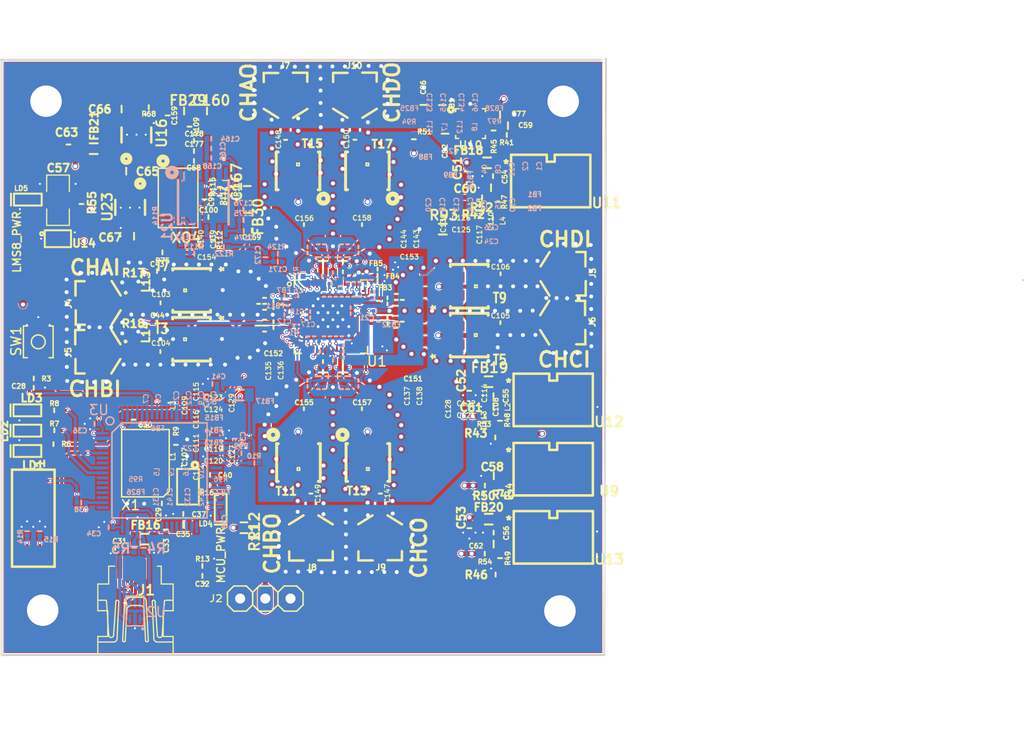
<source format=kicad_pcb>
(kicad_pcb (version 3) (host pcbnew "(2013-07-07 BZR 4022)-stable")
  (title_block (title LMS8001_AppPCB) (rev 1v1) (company "Lime Microsystems"))
  (layers (15 F.RO signal) (2 B.RO signal hide) (1 F.FR4 signal) (0 B.FR4 signal) (18 B.Paste user) (19 F.Paste user) (20 B.SilkS user) (21 F.SilkS user) (22 B.Mask user) (23 F.Mask user) (28 Edge.Cuts user))
  (net 0 "")
  (net 1 +1.25V_PLL)
  (net 2 +1.33V)
  (net 3 +1.8V)
  (net 4 +1.8V_CLKGEN)
  (net 5 +1.8V_PLL)
  (net 6 +3.3V)
  (net 7 +3.3V_CLKGEN)
  (net 8 +3.3V_USB)
  (net 9 +5V)
  (net 10 +5VP)
  (net 11 +5V_PWR)
  (net 12 /Clocks/HFPLL_CLK)
  (net 13 /Clocks/HFPLL_CLK_LMS8)
  (net 14 /Clocks/VCXO_PWR_FILTER)
  (net 15 /Clocks/VDDO_CKBUF)
  (net 16 /Clocks/VDD_CKBUF)
  (net 17 /RF/IN_A1)
  (net 18 /RF/IN_A11)
  (net 19 /RF/IN_A12)
  (net 20 /RF/IN_A2)
  (net 21 /RF/IN_A3)
  (net 22 /RF/IN_B1)
  (net 23 /RF/IN_B11)
  (net 24 /RF/IN_B12)
  (net 25 /RF/IN_B2)
  (net 26 /RF/IN_B3)
  (net 27 /RF/IN_C1)
  (net 28 /RF/IN_C11)
  (net 29 /RF/IN_C2)
  (net 30 /RF/IN_C3)
  (net 31 /RF/IN_D1)
  (net 32 /RF/IN_D11)
  (net 33 /RF/IN_D2)
  (net 34 /RF/IN_D3)
  (net 35 /RF/OUT_A1)
  (net 36 /RF/OUT_A11)
  (net 37 /RF/OUT_A2)
  (net 38 /RF/OUT_A3)
  (net 39 /RF/OUT_A4)
  (net 40 /RF/OUT_A5)
  (net 41 /RF/OUT_B1)
  (net 42 /RF/OUT_B11)
  (net 43 /RF/OUT_B2)
  (net 44 /RF/OUT_B3)
  (net 45 /RF/OUT_B4)
  (net 46 /RF/OUT_B5)
  (net 47 /RF/OUT_C1)
  (net 48 /RF/OUT_C11)
  (net 49 /RF/OUT_C2)
  (net 50 /RF/OUT_C3)
  (net 51 /RF/OUT_C4)
  (net 52 /RF/OUT_C5)
  (net 53 /RF/OUT_D1)
  (net 54 /RF/OUT_D11)
  (net 55 /RF/OUT_D2)
  (net 56 /RF/OUT_D3)
  (net 57 /RF/OUT_D4)
  (net 58 /RF/OUT_D5)
  (net 59 /RF/VDDTX)
  (net 60 /USB_microcontroller/CORE_LDO_EN)
  (net 61 /USB_microcontroller/MCU_BOOT0)
  (net 62 /USB_microcontroller/MCU_BOOT1)
  (net 63 /USB_microcontroller/MCU_LED0)
  (net 64 /USB_microcontroller/MCU_LED1)
  (net 65 /USB_microcontroller/MCU_LED2)
  (net 66 /USB_microcontroller/MCU_RST)
  (net 67 /USB_microcontroller/RESETN)
  (net 68 /USB_microcontroller/SAEN)
  (net 69 /USB_microcontroller/SDIO)
  (net 70 /USB_microcontroller/SDO)
  (net 71 /USB_microcontroller/USB_ESD_DM)
  (net 72 /USB_microcontroller/USB_ESD_DP)
  (net 73 /USB_microcontroller/VDDA33)
  (net 74 GND)
  (net 75 N-00000106)
  (net 76 N-00000107)
  (net 77 N-0000011)
  (net 78 N-00000110)
  (net 79 N-00000111)
  (net 80 N-00000112)
  (net 81 N-00000113)
  (net 82 N-00000114)
  (net 83 N-00000116)
  (net 84 N-00000117)
  (net 85 N-00000119)
  (net 86 N-0000012)
  (net 87 N-00000120)
  (net 88 N-00000121)
  (net 89 N-00000122)
  (net 90 N-00000123)
  (net 91 N-00000124)
  (net 92 N-00000125)
  (net 93 N-00000126)
  (net 94 N-00000127)
  (net 95 N-00000128)
  (net 96 N-0000013)
  (net 97 N-00000130)
  (net 98 N-00000131)
  (net 99 N-00000133)
  (net 100 N-00000134)
  (net 101 N-00000135)
  (net 102 N-00000138)
  (net 103 N-00000139)
  (net 104 N-0000014)
  (net 105 N-00000142)
  (net 106 N-00000143)
  (net 107 N-00000147)
  (net 108 N-0000015)
  (net 109 N-00000150)
  (net 110 N-00000151)
  (net 111 N-0000016)
  (net 112 N-00000162)
  (net 113 N-00000163)
  (net 114 N-00000167)
  (net 115 N-00000168)
  (net 116 N-00000169)
  (net 117 N-0000017)
  (net 118 N-00000170)
  (net 119 N-00000171)
  (net 120 N-00000172)
  (net 121 N-00000175)
  (net 122 N-00000176)
  (net 123 N-00000177)
  (net 124 N-00000178)
  (net 125 N-00000179)
  (net 126 N-0000018)
  (net 127 N-00000180)
  (net 128 N-00000181)
  (net 129 N-00000182)
  (net 130 N-000002)
  (net 131 N-0000023)
  (net 132 N-0000026)
  (net 133 N-0000028)
  (net 134 N-0000029)
  (net 135 N-0000030)
  (net 136 N-0000031)
  (net 137 N-0000032)
  (net 138 N-0000033)
  (net 139 N-0000034)
  (net 140 N-000004)
  (net 141 N-000005)
  (net 142 N-0000054)
  (net 143 N-000006)
  (net 144 N-000007)
  (net 145 N-0000072)
  (net 146 N-0000073)
  (net 147 N-000008)
  (net 148 N-000009)
  (net 149 N-0000092)
  (net 150 N-0000093)
  (net 151 N-0000094)
  (net 152 SCLK)
  (net 153 VDD_TXA)
  (net 154 VDD_TXB)
  (net 155 VDD_TXC)
  (net 156 VDD_TXD)
  (module VIA_600_400 (layer F.RO) (at 136.71552 106.06702 90)
    (fp_text reference Ref** hide)
    (fp_text value Val** hide)
    (pad "" thru_hole circle (at 0 0 90) (size 0.6 0.6) (drill 0.4) (layers *.Cu) (net 74 GND) (clearance 0.1))
  )
  (module VIA_600_400 (layer F.RO) (at 136.72314 104.37538 90)
    (fp_text reference Ref** hide)
    (fp_text value Val** hide)
    (pad "" thru_hole circle (at 0 0 90) (size 0.6 0.6) (drill 0.4) (layers *.Cu) (net 74 GND) (clearance 0.1))
  )
  (module VIA_600_400 (layer F.RO) (at 132.38482 110.8727 90)
    (fp_text reference Ref** hide)
    (fp_text value Val** hide)
    (pad "" thru_hole circle (at 0 0 90) (size 0.6 0.6) (drill 0.4) (layers *.Cu) (net 74 GND) (clearance 0.1))
  )
  (module VIA_600_400 (layer F.RO) (at 130.67286 110.85238 90)
    (fp_text reference Ref** hide)
    (fp_text value Val** hide)
    (pad "" thru_hole circle (at 0 0 90) (size 0.6 0.6) (drill 0.4) (layers *.Cu) (net 74 GND) (clearance 0.1))
  )
  (module VIA_600_400 (layer F.RO) (at 141.38826 113.29668 180)
    (fp_text reference Ref** hide)
    (fp_text value Val** hide)
    (pad "" thru_hole circle (at 0 0 180) (size 0.6 0.6) (drill 0.4) (layers *.Cu) (net 11 +5V_PWR) (clearance 0.1))
  )
  (module VIA_600_400 (layer F.RO) (at 120.15132 90.75672 180)
    (fp_text reference Ref** hide)
    (fp_text value Val** hide)
    (pad "" thru_hole circle (at 0 0 180) (size 0.6 0.6) (drill 0.4) (layers *.Cu) (net 11 +5V_PWR) (clearance 0.1))
  )
  (module VIA_600_400 (layer F.RO) (at 165.21176 112.2426 180)
    (fp_text reference Ref** hide)
    (fp_text value Val** hide)
    (pad "" thru_hole circle (at 0 0 180) (size 0.6 0.6) (drill 0.4) (layers *.Cu) (net 9 +5V) (clearance 0.1))
  )
  (module VIA_600_400 (layer B.FR4) (at 159.60328 75.48448 180)
    (fp_text reference Ref** hide)
    (fp_text value Val** hide)
    (pad "" thru_hole circle (at 0 0 180) (size 0.6 0.6) (drill 0.4) (layers *.Cu) (net 5 +1.8V_PLL) (clearance 0.1))
  )
  (module VIA_600_400 (layer F.RO) (at 160.16986 83.1469 180)
    (fp_text reference Ref** hide)
    (fp_text value Val** hide)
    (pad "" thru_hole circle (at 0 0 180) (size 0.6 0.6) (drill 0.4) (layers *.Cu) (net 59 /RF/VDDTX) (clearance 0.1))
  )
  (module VIA_600_400 (layer F.RO) (at 126.30658 84.3534 180)
    (fp_text reference Ref** hide)
    (fp_text value Val** hide)
    (pad "" thru_hole circle (at 0 0 180) (size 0.6 0.6) (drill 0.4) (layers *.Cu) (net 9 +5V) (clearance 0.1))
  )
  (module VIA_600_400 (layer F.RO) (at 127.08382 81.05394 180)
    (fp_text reference Ref** hide)
    (fp_text value Val** hide)
    (pad "" thru_hole circle (at 0 0 180) (size 0.6 0.6) (drill 0.4) (layers *.Cu) (net 9 +5V) (clearance 0.1))
  )
  (module VIA_600_400 (layer F.RO) (at 125.43536 76.78928 180)
    (fp_text reference Ref** hide)
    (fp_text value Val** hide)
    (pad "" thru_hole circle (at 0 0 180) (size 0.6 0.6) (drill 0.4) (layers *.Cu) (net 9 +5V) (clearance 0.1))
  )
  (module VIA_600_400 (layer F.RO) (at 164.9349 76.41336 180)
    (fp_text reference Ref** hide)
    (fp_text value Val** hide)
    (pad "" thru_hole circle (at 0 0 180) (size 0.6 0.6) (drill 0.4) (layers *.Cu) (net 9 +5V) (clearance 0.1))
  )
  (module VIA_600_400 (layer F.RO) (at 163.8808 98.53676 180)
    (fp_text reference Ref** hide)
    (fp_text value Val** hide)
    (pad "" thru_hole circle (at 0 0 180) (size 0.6 0.6) (drill 0.4) (layers *.Cu) (net 9 +5V) (clearance 0.1))
  )
  (module VIA_600_400 (layer F.RO) (at 172.55182 103.8078)
    (fp_text reference Ref** hide)
    (fp_text value Val** hide)
    (pad "" thru_hole circle (at 0 0) (size 0.6 0.6) (drill 0.4) (layers *.Cu) (net 6 +3.3V) (clearance 0.1))
  )
  (module VIA_600_400 (layer F.RO) (at 132.4102 92.65412 90)
    (fp_text reference Ref** hide)
    (fp_text value Val** hide)
    (pad "" thru_hole circle (at 0 0 90) (size 0.6 0.6) (drill 0.4) (layers *.Cu) (net 6 +3.3V) (clearance 0.1))
  )
  (module VIA_600_400 (layer F.RO) (at 132.43306 87.50046 90)
    (fp_text reference Ref** hide)
    (fp_text value Val** hide)
    (pad "" thru_hole circle (at 0 0 90) (size 0.6 0.6) (drill 0.4) (layers *.Cu) (net 6 +3.3V) (clearance 0.1))
  )
  (module VIA_600_400 (layer F.RO) (at 131.78538 93.49026 90)
    (fp_text reference Ref** hide)
    (fp_text value Val** hide)
    (pad "" thru_hole circle (at 0 0 90) (size 0.6 0.6) (drill 0.4) (layers *.Cu) (net 74 GND) (clearance 0.1))
  )
  (module VIA_600_400 (layer F.RO) (at 131.80316 88.43566 90)
    (fp_text reference Ref** hide)
    (fp_text value Val** hide)
    (pad "" thru_hole circle (at 0 0 90) (size 0.6 0.6) (drill 0.4) (layers *.Cu) (net 74 GND) (clearance 0.1))
  )
  (module VIA_600_400 (layer F.RO) (at 130.16232 88.51694 90)
    (fp_text reference Ref** hide)
    (fp_text value Val** hide)
    (pad "" thru_hole circle (at 0 0 90) (size 0.6 0.6) (drill 0.4) (layers *.Cu) (net 74 GND) (clearance 0.1))
  )
  (module VIA_600_400 (layer F.RO) (at 174.01542 90.10154 90)
    (fp_text reference Ref** hide)
    (fp_text value Val** hide)
    (pad "" thru_hole circle (at 0 0 90) (size 0.6 0.6) (drill 0.4) (layers *.Cu) (net 74 GND) (clearance 0.1))
  )
  (module VIA_600_400 (layer F.RO) (at 176.23792 90.12694 90)
    (fp_text reference Ref** hide)
    (fp_text value Val** hide)
    (pad "" thru_hole circle (at 0 0 90) (size 0.6 0.6) (drill 0.4) (layers *.Cu) (net 74 GND) (clearance 0.1))
  )
  (module VIA_600_400 (layer F.RO) (at 175.06952 90.12694 90)
    (fp_text reference Ref** hide)
    (fp_text value Val** hide)
    (pad "" thru_hole circle (at 0 0 90) (size 0.6 0.6) (drill 0.4) (layers *.Cu) (net 74 GND) (clearance 0.1))
  )
  (module VIA_600_400 (layer F.RO) (at 172.97402 90.10154 90)
    (fp_text reference Ref** hide)
    (fp_text value Val** hide)
    (pad "" thru_hole circle (at 0 0 90) (size 0.6 0.6) (drill 0.4) (layers *.Cu) (net 74 GND) (clearance 0.1))
  )
  (module VIA_600_400 (layer F.RO) (at 125.79352 93.03524 90)
    (fp_text reference Ref** hide)
    (fp_text value Val** hide)
    (pad "" thru_hole circle (at 0 0 90) (size 0.6 0.6) (drill 0.4) (layers *.Cu) (net 74 GND) (clearance 0.1))
  )
  (module VIA_600_400 (layer F.RO) (at 127.88902 93.06064 90)
    (fp_text reference Ref** hide)
    (fp_text value Val** hide)
    (pad "" thru_hole circle (at 0 0 90) (size 0.6 0.6) (drill 0.4) (layers *.Cu) (net 74 GND) (clearance 0.1))
  )
  (module VIA_600_400 (layer F.RO) (at 129.05742 93.06064 90)
    (fp_text reference Ref** hide)
    (fp_text value Val** hide)
    (pad "" thru_hole circle (at 0 0 90) (size 0.6 0.6) (drill 0.4) (layers *.Cu) (net 74 GND) (clearance 0.1))
  )
  (module VIA_600_400 (layer F.RO) (at 126.83492 93.03524 90)
    (fp_text reference Ref** hide)
    (fp_text value Val** hide)
    (pad "" thru_hole circle (at 0 0 90) (size 0.6 0.6) (drill 0.4) (layers *.Cu) (net 74 GND) (clearance 0.1))
  )
  (module VIA_600_400 (layer F.RO) (at 143.46004 67.9247)
    (fp_text reference Ref** hide)
    (fp_text value Val** hide)
    (pad "" thru_hole circle (at 0 0) (size 0.6 0.6) (drill 0.4) (layers *.Cu) (net 74 GND) (clearance 0.1))
  )
  (module VIA_600_400 (layer F.RO) (at 143.45242 69.1185)
    (fp_text reference Ref** hide)
    (fp_text value Val** hide)
    (pad "" thru_hole circle (at 0 0) (size 0.6 0.6) (drill 0.4) (layers *.Cu) (net 74 GND) (clearance 0.1))
  )
  (module VIA_600_400 (layer F.RO) (at 143.45242 70.3631)
    (fp_text reference Ref** hide)
    (fp_text value Val** hide)
    (pad "" thru_hole circle (at 0 0) (size 0.6 0.6) (drill 0.4) (layers *.Cu) (net 74 GND) (clearance 0.1))
  )
  (module VIA_600_400 (layer F.RO) (at 156.96014 68.0263)
    (fp_text reference Ref** hide)
    (fp_text value Val** hide)
    (pad "" thru_hole circle (at 0 0) (size 0.6 0.6) (drill 0.4) (layers *.Cu) (net 74 GND) (clearance 0.1))
  )
  (module VIA_600_400 (layer F.RO) (at 156.95252 69.2201)
    (fp_text reference Ref** hide)
    (fp_text value Val** hide)
    (pad "" thru_hole circle (at 0 0) (size 0.6 0.6) (drill 0.4) (layers *.Cu) (net 74 GND) (clearance 0.1))
  )
  (module VIA_600_400 (layer F.RO) (at 156.95252 70.4647)
    (fp_text reference Ref** hide)
    (fp_text value Val** hide)
    (pad "" thru_hole circle (at 0 0) (size 0.6 0.6) (drill 0.4) (layers *.Cu) (net 74 GND) (clearance 0.1))
  )
  (module VIA_600_400 (layer F.RO) (at 143.52778 66.802 90)
    (fp_text reference Ref** hide)
    (fp_text value Val** hide)
    (pad "" thru_hole circle (at 0 0 90) (size 0.6 0.6) (drill 0.4) (layers *.Cu) (net 74 GND) (clearance 0.1))
  )
  (module VIA_600_400 (layer F.RO) (at 145.08228 66.73258 90)
    (fp_text reference Ref** hide)
    (fp_text value Val** hide)
    (pad "" thru_hole circle (at 0 0 90) (size 0.6 0.6) (drill 0.4) (layers *.Cu) (net 74 GND) (clearance 0.1))
  )
  (module VIA_600_400 (layer F.RO) (at 146.32688 66.73258 90)
    (fp_text reference Ref** hide)
    (fp_text value Val** hide)
    (pad "" thru_hole circle (at 0 0 90) (size 0.6 0.6) (drill 0.4) (layers *.Cu) (net 74 GND) (clearance 0.1))
  )
  (module VIA_600_400 (layer F.RO) (at 147.59688 66.73258 90)
    (fp_text reference Ref** hide)
    (fp_text value Val** hide)
    (pad "" thru_hole circle (at 0 0 90) (size 0.6 0.6) (drill 0.4) (layers *.Cu) (net 74 GND) (clearance 0.1))
  )
  (module VIA_600_400 (layer F.RO) (at 150.13688 66.73258 90)
    (fp_text reference Ref** hide)
    (fp_text value Val** hide)
    (pad "" thru_hole circle (at 0 0 90) (size 0.6 0.6) (drill 0.4) (layers *.Cu) (net 74 GND) (clearance 0.1))
  )
  (module VIA_600_400 (layer F.RO) (at 148.86688 66.73258 90)
    (fp_text reference Ref** hide)
    (fp_text value Val** hide)
    (pad "" thru_hole circle (at 0 0 90) (size 0.6 0.6) (drill 0.4) (layers *.Cu) (net 74 GND) (clearance 0.1))
  )
  (module VIA_600_400 (layer F.RO) (at 153.7767 66.65384 90)
    (fp_text reference Ref** hide)
    (fp_text value Val** hide)
    (pad "" thru_hole circle (at 0 0 90) (size 0.6 0.6) (drill 0.4) (layers *.Cu) (net 74 GND) (clearance 0.1))
  )
  (module VIA_600_400 (layer F.RO) (at 155.03398 66.6496 90)
    (fp_text reference Ref** hide)
    (fp_text value Val** hide)
    (pad "" thru_hole circle (at 0 0 90) (size 0.6 0.6) (drill 0.4) (layers *.Cu) (net 74 GND) (clearance 0.1))
  )
  (module VIA_600_400 (layer F.RO) (at 156.30652 66.67246 90)
    (fp_text reference Ref** hide)
    (fp_text value Val** hide)
    (pad "" thru_hole circle (at 0 0 90) (size 0.6 0.6) (drill 0.4) (layers *.Cu) (net 74 GND) (clearance 0.1))
  )
  (module VIA_600_400 (layer F.RO) (at 150.18342 70.3885)
    (fp_text reference Ref** hide)
    (fp_text value Val** hide)
    (pad "" thru_hole circle (at 0 0) (size 0.6 0.6) (drill 0.4) (layers *.Cu) (net 74 GND) (clearance 0.1))
  )
  (module VIA_600_400 (layer F.RO) (at 150.18342 69.1439)
    (fp_text reference Ref** hide)
    (fp_text value Val** hide)
    (pad "" thru_hole circle (at 0 0) (size 0.6 0.6) (drill 0.4) (layers *.Cu) (net 74 GND) (clearance 0.1))
  )
  (module VIA_600_400 (layer F.RO) (at 150.19104 67.9501)
    (fp_text reference Ref** hide)
    (fp_text value Val** hide)
    (pad "" thru_hole circle (at 0 0) (size 0.6 0.6) (drill 0.4) (layers *.Cu) (net 74 GND) (clearance 0.1))
  )
  (module VIA_600_400 (layer F.RO) (at 151.38148 66.70718 90)
    (fp_text reference Ref** hide)
    (fp_text value Val** hide)
    (pad "" thru_hole circle (at 0 0 90) (size 0.6 0.6) (drill 0.4) (layers *.Cu) (net 74 GND) (clearance 0.1))
  )
  (module VIA_600_400 (layer F.RO) (at 152.65148 66.70718 90)
    (fp_text reference Ref** hide)
    (fp_text value Val** hide)
    (pad "" thru_hole circle (at 0 0 90) (size 0.6 0.6) (drill 0.4) (layers *.Cu) (net 74 GND) (clearance 0.1))
  )
  (module VIA_600_400 (layer F.RO) (at 150.20882 71.6077)
    (fp_text reference Ref** hide)
    (fp_text value Val** hide)
    (pad "" thru_hole circle (at 0 0) (size 0.6 0.6) (drill 0.4) (layers *.Cu) (net 74 GND) (clearance 0.1))
  )
  (module VIA_600_400 (layer F.RO) (at 150.20882 72.8523)
    (fp_text reference Ref** hide)
    (fp_text value Val** hide)
    (pad "" thru_hole circle (at 0 0) (size 0.6 0.6) (drill 0.4) (layers *.Cu) (net 74 GND) (clearance 0.1))
  )
  (module VIA_600_400 (layer F.RO) (at 147.92452 71.95312)
    (fp_text reference Ref** hide)
    (fp_text value Val** hide)
    (pad "" thru_hole circle (at 0 0) (size 0.6 0.6) (drill 0.4) (layers *.Cu) (net 74 GND) (clearance 0.1))
  )
  (module VIA_600_400 (layer F.RO) (at 145.24228 72.09028)
    (fp_text reference Ref** hide)
    (fp_text value Val** hide)
    (pad "" thru_hole circle (at 0 0) (size 0.6 0.6) (drill 0.4) (layers *.Cu) (net 74 GND) (clearance 0.1))
  )
  (module VIA_600_400 (layer B.FR4) (at 154.9654 72.34174 180)
    (fp_text reference Ref** hide)
    (fp_text value Val** hide)
    (pad "" thru_hole circle (at 0 0 180) (size 0.6 0.6) (drill 0.4) (layers *.Cu) (net 74 GND) (clearance 0.1))
  )
  (module VIA_600_400 (layer F.RO) (at 152.38984 72.0979)
    (fp_text reference Ref** hide)
    (fp_text value Val** hide)
    (pad "" thru_hole circle (at 0 0) (size 0.6 0.6) (drill 0.4) (layers *.Cu) (net 74 GND) (clearance 0.1))
  )
  (module VIA_600_400 (layer F.RO) (at 156.94236 71.722)
    (fp_text reference Ref** hide)
    (fp_text value Val** hide)
    (pad "" thru_hole circle (at 0 0) (size 0.6 0.6) (drill 0.4) (layers *.Cu) (net 74 GND) (clearance 0.1))
  )
  (module VIA_600_400 (layer F.RO) (at 143.45062 71.6088)
    (fp_text reference Ref** hide)
    (fp_text value Val** hide)
    (pad "" thru_hole circle (at 0 0) (size 0.6 0.6) (drill 0.4) (layers *.Cu) (net 74 GND) (clearance 0.1))
  )
  (module VIA_600_400 (layer F.RO) (at 159.48248 112.7571 180)
    (fp_text reference Ref** hide)
    (fp_text value Val** hide)
    (pad "" thru_hole circle (at 0 0 180) (size 0.6 0.6) (drill 0.4) (layers *.Cu) (net 74 GND) (clearance 0.1))
  )
  (module VIA_600_400 (layer F.RO) (at 145.99074 112.6439 180)
    (fp_text reference Ref** hide)
    (fp_text value Val** hide)
    (pad "" thru_hole circle (at 0 0 180) (size 0.6 0.6) (drill 0.4) (layers *.Cu) (net 74 GND) (clearance 0.1))
  )
  (module VIA_600_400 (layer F.RO) (at 150.48424 111.93016 180)
    (fp_text reference Ref** hide)
    (fp_text value Val** hide)
    (pad "" thru_hole circle (at 0 0 180) (size 0.6 0.6) (drill 0.4) (layers *.Cu) (net 74 GND) (clearance 0.1))
  )
  (module VIA_600_400 (layer B.FR4) (at 147.87826 111.69196)
    (fp_text reference Ref** hide)
    (fp_text value Val** hide)
    (pad "" thru_hole circle (at 0 0) (size 0.6 0.6) (drill 0.4) (layers *.Cu) (net 74 GND) (clearance 0.1))
  )
  (module VIA_600_400 (layer F.RO) (at 157.4708 111.86556 180)
    (fp_text reference Ref** hide)
    (fp_text value Val** hide)
    (pad "" thru_hole circle (at 0 0 180) (size 0.6 0.6) (drill 0.4) (layers *.Cu) (net 74 GND) (clearance 0.1))
  )
  (module VIA_600_400 (layer F.RO) (at 154.96232 112.03232 180)
    (fp_text reference Ref** hide)
    (fp_text value Val** hide)
    (pad "" thru_hole circle (at 0 0 180) (size 0.6 0.6) (drill 0.4) (layers *.Cu) (net 74 GND) (clearance 0.1))
  )
  (module VIA_600_400 (layer F.RO) (at 152.72428 111.5136 180)
    (fp_text reference Ref** hide)
    (fp_text value Val** hide)
    (pad "" thru_hole circle (at 0 0 180) (size 0.6 0.6) (drill 0.4) (layers *.Cu) (net 74 GND) (clearance 0.1))
  )
  (module VIA_600_400 (layer F.RO) (at 152.72428 112.7582 180)
    (fp_text reference Ref** hide)
    (fp_text value Val** hide)
    (pad "" thru_hole circle (at 0 0 180) (size 0.6 0.6) (drill 0.4) (layers *.Cu) (net 74 GND) (clearance 0.1))
  )
  (module VIA_600_400 (layer F.RO) (at 150.2994 117.80096 270)
    (fp_text reference Ref** hide)
    (fp_text value Val** hide)
    (pad "" thru_hole circle (at 0 0 270) (size 0.6 0.6) (drill 0.4) (layers *.Cu) (net 74 GND) (clearance 0.1))
  )
  (module VIA_600_400 (layer F.RO) (at 151.5694 117.80096 270)
    (fp_text reference Ref** hide)
    (fp_text value Val** hide)
    (pad "" thru_hole circle (at 0 0 270) (size 0.6 0.6) (drill 0.4) (layers *.Cu) (net 74 GND) (clearance 0.1))
  )
  (module VIA_600_400 (layer F.RO) (at 152.74206 116.4158 180)
    (fp_text reference Ref** hide)
    (fp_text value Val** hide)
    (pad "" thru_hole circle (at 0 0 180) (size 0.6 0.6) (drill 0.4) (layers *.Cu) (net 74 GND) (clearance 0.1))
  )
  (module VIA_600_400 (layer F.RO) (at 152.74968 115.222 180)
    (fp_text reference Ref** hide)
    (fp_text value Val** hide)
    (pad "" thru_hole circle (at 0 0 180) (size 0.6 0.6) (drill 0.4) (layers *.Cu) (net 74 GND) (clearance 0.1))
  )
  (module VIA_600_400 (layer F.RO) (at 152.74968 113.9774 180)
    (fp_text reference Ref** hide)
    (fp_text value Val** hide)
    (pad "" thru_hole circle (at 0 0 180) (size 0.6 0.6) (drill 0.4) (layers *.Cu) (net 74 GND) (clearance 0.1))
  )
  (module VIA_600_400 (layer F.RO) (at 146.66212 117.73746 270)
    (fp_text reference Ref** hide)
    (fp_text value Val** hide)
    (pad "" thru_hole circle (at 0 0 270) (size 0.6 0.6) (drill 0.4) (layers *.Cu) (net 74 GND) (clearance 0.1))
  )
  (module VIA_600_400 (layer F.RO) (at 147.93212 117.73746 270)
    (fp_text reference Ref** hide)
    (fp_text value Val** hide)
    (pad "" thru_hole circle (at 0 0 270) (size 0.6 0.6) (drill 0.4) (layers *.Cu) (net 74 GND) (clearance 0.1))
  )
  (module VIA_600_400 (layer F.RO) (at 149.1564 117.71206 270)
    (fp_text reference Ref** hide)
    (fp_text value Val** hide)
    (pad "" thru_hole circle (at 0 0 270) (size 0.6 0.6) (drill 0.4) (layers *.Cu) (net 74 GND) (clearance 0.1))
  )
  (module VIA_600_400 (layer F.RO) (at 154.084 117.77556 270)
    (fp_text reference Ref** hide)
    (fp_text value Val** hide)
    (pad "" thru_hole circle (at 0 0 270) (size 0.6 0.6) (drill 0.4) (layers *.Cu) (net 74 GND) (clearance 0.1))
  )
  (module VIA_600_400 (layer F.RO) (at 152.814 117.77556 270)
    (fp_text reference Ref** hide)
    (fp_text value Val** hide)
    (pad "" thru_hole circle (at 0 0 270) (size 0.6 0.6) (drill 0.4) (layers *.Cu) (net 74 GND) (clearance 0.1))
  )
  (module VIA_600_400 (layer F.RO) (at 155.354 117.77556 270)
    (fp_text reference Ref** hide)
    (fp_text value Val** hide)
    (pad "" thru_hole circle (at 0 0 270) (size 0.6 0.6) (drill 0.4) (layers *.Cu) (net 74 GND) (clearance 0.1))
  )
  (module VIA_600_400 (layer F.RO) (at 156.624 117.77556 270)
    (fp_text reference Ref** hide)
    (fp_text value Val** hide)
    (pad "" thru_hole circle (at 0 0 270) (size 0.6 0.6) (drill 0.4) (layers *.Cu) (net 74 GND) (clearance 0.1))
  )
  (module VIA_600_400 (layer F.RO) (at 157.8686 117.77556 270)
    (fp_text reference Ref** hide)
    (fp_text value Val** hide)
    (pad "" thru_hole circle (at 0 0 270) (size 0.6 0.6) (drill 0.4) (layers *.Cu) (net 74 GND) (clearance 0.1))
  )
  (module VIA_600_400 (layer F.RO) (at 159.291 117.73238 270)
    (fp_text reference Ref** hide)
    (fp_text value Val** hide)
    (pad "" thru_hole circle (at 0 0 270) (size 0.6 0.6) (drill 0.4) (layers *.Cu) (net 74 GND) (clearance 0.1))
  )
  (module VIA_600_400 (layer F.RO) (at 145.98058 113.9012 180)
    (fp_text reference Ref** hide)
    (fp_text value Val** hide)
    (pad "" thru_hole circle (at 0 0 180) (size 0.6 0.6) (drill 0.4) (layers *.Cu) (net 74 GND) (clearance 0.1))
  )
  (module VIA_600_400 (layer F.RO) (at 145.98058 115.1458 180)
    (fp_text reference Ref** hide)
    (fp_text value Val** hide)
    (pad "" thru_hole circle (at 0 0 180) (size 0.6 0.6) (drill 0.4) (layers *.Cu) (net 74 GND) (clearance 0.1))
  )
  (module VIA_600_400 (layer F.RO) (at 145.97296 116.3396 180)
    (fp_text reference Ref** hide)
    (fp_text value Val** hide)
    (pad "" thru_hole circle (at 0 0 180) (size 0.6 0.6) (drill 0.4) (layers *.Cu) (net 74 GND) (clearance 0.1))
  )
  (module VIA_600_400 (layer F.RO) (at 159.48068 114.0028 180)
    (fp_text reference Ref** hide)
    (fp_text value Val** hide)
    (pad "" thru_hole circle (at 0 0 180) (size 0.6 0.6) (drill 0.4) (layers *.Cu) (net 74 GND) (clearance 0.1))
  )
  (module VIA_600_400 (layer F.RO) (at 159.48068 115.2474 180)
    (fp_text reference Ref** hide)
    (fp_text value Val** hide)
    (pad "" thru_hole circle (at 0 0 180) (size 0.6 0.6) (drill 0.4) (layers *.Cu) (net 74 GND) (clearance 0.1))
  )
  (module VIA_600_400 (layer F.RO) (at 159.47306 116.4412 180)
    (fp_text reference Ref** hide)
    (fp_text value Val** hide)
    (pad "" thru_hole circle (at 0 0 180) (size 0.6 0.6) (drill 0.4) (layers *.Cu) (net 74 GND) (clearance 0.1))
  )
  (module VIA_600_400 (layer F.RO) (at 177.52271 94.97443)
    (fp_text reference Ref** hide)
    (fp_text value Val** hide)
    (pad "" thru_hole circle (at 0 0) (size 0.6 0.6) (drill 0.4) (layers *.Cu) (net 74 GND) (clearance 0.1))
  )
  (module VIA_600_400 (layer F.RO) (at 177.52271 93.70443)
    (fp_text reference Ref** hide)
    (fp_text value Val** hide)
    (pad "" thru_hole circle (at 0 0) (size 0.6 0.6) (drill 0.4) (layers *.Cu) (net 74 GND) (clearance 0.1))
  )
  (module VIA_600_400 (layer F.RO) (at 177.49731 92.48015)
    (fp_text reference Ref** hide)
    (fp_text value Val** hide)
    (pad "" thru_hole circle (at 0 0) (size 0.6 0.6) (drill 0.4) (layers *.Cu) (net 74 GND) (clearance 0.1))
  )
  (module VIA_600_400 (layer F.RO) (at 177.49731 89.94015)
    (fp_text reference Ref** hide)
    (fp_text value Val** hide)
    (pad "" thru_hole circle (at 0 0) (size 0.6 0.6) (drill 0.4) (layers *.Cu) (net 74 GND) (clearance 0.1))
  )
  (module VIA_600_400 (layer F.RO) (at 177.49731 91.21015)
    (fp_text reference Ref** hide)
    (fp_text value Val** hide)
    (pad "" thru_hole circle (at 0 0) (size 0.6 0.6) (drill 0.4) (layers *.Cu) (net 74 GND) (clearance 0.1))
  )
  (module VIA_600_400 (layer F.RO) (at 177.49731 88.67015)
    (fp_text reference Ref** hide)
    (fp_text value Val** hide)
    (pad "" thru_hole circle (at 0 0) (size 0.6 0.6) (drill 0.4) (layers *.Cu) (net 74 GND) (clearance 0.1))
  )
  (module VIA_600_400 (layer F.RO) (at 177.49731 87.40015)
    (fp_text reference Ref** hide)
    (fp_text value Val** hide)
    (pad "" thru_hole circle (at 0 0) (size 0.6 0.6) (drill 0.4) (layers *.Cu) (net 74 GND) (clearance 0.1))
  )
  (module VIA_600_400 (layer F.RO) (at 177.49731 86.15555)
    (fp_text reference Ref** hide)
    (fp_text value Val** hide)
    (pad "" thru_hole circle (at 0 0) (size 0.6 0.6) (drill 0.4) (layers *.Cu) (net 74 GND) (clearance 0.1))
  )
  (module VIA_600_400 (layer F.RO) (at 177.45413 84.73315)
    (fp_text reference Ref** hide)
    (fp_text value Val** hide)
    (pad "" thru_hole circle (at 0 0) (size 0.6 0.6) (drill 0.4) (layers *.Cu) (net 74 GND) (clearance 0.1))
  )
  (module VIA_600_400 (layer F.RO) (at 173.68645 95.65597 270)
    (fp_text reference Ref** hide)
    (fp_text value Val** hide)
    (pad "" thru_hole circle (at 0 0 270) (size 0.6 0.6) (drill 0.4) (layers *.Cu) (net 74 GND) (clearance 0.1))
  )
  (module VIA_600_400 (layer F.RO) (at 174.93105 95.65597 270)
    (fp_text reference Ref** hide)
    (fp_text value Val** hide)
    (pad "" thru_hole circle (at 0 0 270) (size 0.6 0.6) (drill 0.4) (layers *.Cu) (net 74 GND) (clearance 0.1))
  )
  (module VIA_600_400 (layer F.RO) (at 176.12485 95.66359 270)
    (fp_text reference Ref** hide)
    (fp_text value Val** hide)
    (pad "" thru_hole circle (at 0 0 270) (size 0.6 0.6) (drill 0.4) (layers *.Cu) (net 74 GND) (clearance 0.1))
  )
  (module VIA_600_400 (layer F.RO) (at 173.49595 84.61967 270)
    (fp_text reference Ref** hide)
    (fp_text value Val** hide)
    (pad "" thru_hole circle (at 0 0 270) (size 0.6 0.6) (drill 0.4) (layers *.Cu) (net 74 GND) (clearance 0.1))
  )
  (module VIA_600_400 (layer F.RO) (at 174.74055 84.61967 270)
    (fp_text reference Ref** hide)
    (fp_text value Val** hide)
    (pad "" thru_hole circle (at 0 0 270) (size 0.6 0.6) (drill 0.4) (layers *.Cu) (net 74 GND) (clearance 0.1))
  )
  (module VIA_600_400 (layer F.RO) (at 175.93435 84.62729 270)
    (fp_text reference Ref** hide)
    (fp_text value Val** hide)
    (pad "" thru_hole circle (at 0 0 270) (size 0.6 0.6) (drill 0.4) (layers *.Cu) (net 74 GND) (clearance 0.1))
  )
  (module VIA_600_400 (layer F.RO) (at 124.54806 88.2345 180)
    (fp_text reference Ref** hide)
    (fp_text value Val** hide)
    (pad "" thru_hole circle (at 0 0 180) (size 0.6 0.6) (drill 0.4) (layers *.Cu) (net 74 GND) (clearance 0.1))
  )
  (module VIA_600_400 (layer F.RO) (at 124.54806 89.5045 180)
    (fp_text reference Ref** hide)
    (fp_text value Val** hide)
    (pad "" thru_hole circle (at 0 0 180) (size 0.6 0.6) (drill 0.4) (layers *.Cu) (net 74 GND) (clearance 0.1))
  )
  (module VIA_600_400 (layer F.RO) (at 124.57346 90.72878 180)
    (fp_text reference Ref** hide)
    (fp_text value Val** hide)
    (pad "" thru_hole circle (at 0 0 180) (size 0.6 0.6) (drill 0.4) (layers *.Cu) (net 74 GND) (clearance 0.1))
  )
  (module VIA_600_400 (layer F.RO) (at 124.57346 93.26878 180)
    (fp_text reference Ref** hide)
    (fp_text value Val** hide)
    (pad "" thru_hole circle (at 0 0 180) (size 0.6 0.6) (drill 0.4) (layers *.Cu) (net 74 GND) (clearance 0.1))
  )
  (module VIA_600_400 (layer F.RO) (at 124.57346 91.99878 180)
    (fp_text reference Ref** hide)
    (fp_text value Val** hide)
    (pad "" thru_hole circle (at 0 0 180) (size 0.6 0.6) (drill 0.4) (layers *.Cu) (net 74 GND) (clearance 0.1))
  )
  (module VIA_600_400 (layer F.RO) (at 124.57346 94.53878 180)
    (fp_text reference Ref** hide)
    (fp_text value Val** hide)
    (pad "" thru_hole circle (at 0 0 180) (size 0.6 0.6) (drill 0.4) (layers *.Cu) (net 74 GND) (clearance 0.1))
  )
  (module VIA_600_400 (layer F.RO) (at 124.57346 95.80878 180)
    (fp_text reference Ref** hide)
    (fp_text value Val** hide)
    (pad "" thru_hole circle (at 0 0 180) (size 0.6 0.6) (drill 0.4) (layers *.Cu) (net 74 GND) (clearance 0.1))
  )
  (module VIA_600_400 (layer F.RO) (at 124.57346 97.05338 180)
    (fp_text reference Ref** hide)
    (fp_text value Val** hide)
    (pad "" thru_hole circle (at 0 0 180) (size 0.6 0.6) (drill 0.4) (layers *.Cu) (net 74 GND) (clearance 0.1))
  )
  (module VIA_600_400 (layer F.RO) (at 124.61664 98.47578 180)
    (fp_text reference Ref** hide)
    (fp_text value Val** hide)
    (pad "" thru_hole circle (at 0 0 180) (size 0.6 0.6) (drill 0.4) (layers *.Cu) (net 74 GND) (clearance 0.1))
  )
  (module VIA_600_400 (layer F.RO) (at 128.38432 87.55296 90)
    (fp_text reference Ref** hide)
    (fp_text value Val** hide)
    (pad "" thru_hole circle (at 0 0 90) (size 0.6 0.6) (drill 0.4) (layers *.Cu) (net 74 GND) (clearance 0.1))
  )
  (module VIA_600_400 (layer F.RO) (at 127.13972 87.55296 90)
    (fp_text reference Ref** hide)
    (fp_text value Val** hide)
    (pad "" thru_hole circle (at 0 0 90) (size 0.6 0.6) (drill 0.4) (layers *.Cu) (net 74 GND) (clearance 0.1))
  )
  (module VIA_600_400 (layer F.RO) (at 125.94592 87.54534 90)
    (fp_text reference Ref** hide)
    (fp_text value Val** hide)
    (pad "" thru_hole circle (at 0 0 90) (size 0.6 0.6) (drill 0.4) (layers *.Cu) (net 74 GND) (clearance 0.1))
  )
  (module VIA_600_400 (layer F.RO) (at 128.57482 98.58926 90)
    (fp_text reference Ref** hide)
    (fp_text value Val** hide)
    (pad "" thru_hole circle (at 0 0 90) (size 0.6 0.6) (drill 0.4) (layers *.Cu) (net 74 GND) (clearance 0.1))
  )
  (module VIA_600_400 (layer F.RO) (at 127.33022 98.58926 90)
    (fp_text reference Ref** hide)
    (fp_text value Val** hide)
    (pad "" thru_hole circle (at 0 0 90) (size 0.6 0.6) (drill 0.4) (layers *.Cu) (net 74 GND) (clearance 0.1))
  )
  (module VIA_600_400 (layer F.RO) (at 126.13642 98.58164 90)
    (fp_text reference Ref** hide)
    (fp_text value Val** hide)
    (pad "" thru_hole circle (at 0 0 90) (size 0.6 0.6) (drill 0.4) (layers *.Cu) (net 74 GND) (clearance 0.1))
  )
  (module VIA_600_400 (layer F.RO) (at 130.17502 92.55264 90)
    (fp_text reference Ref** hide)
    (fp_text value Val** hide)
    (pad "" thru_hole circle (at 0 0 90) (size 0.6 0.6) (drill 0.4) (layers *.Cu) (net 74 GND) (clearance 0.1))
  )
  (module VIA_600_400 (layer F.RO) (at 130.31472 96.81634 90)
    (fp_text reference Ref** hide)
    (fp_text value Val** hide)
    (pad "" thru_hole circle (at 0 0 90) (size 0.6 0.6) (drill 0.4) (layers *.Cu) (net 74 GND) (clearance 0.1))
  )
  (module VIA_600_400 (layer F.RO) (at 131.50852 96.82396 90)
    (fp_text reference Ref** hide)
    (fp_text value Val** hide)
    (pad "" thru_hole circle (at 0 0 90) (size 0.6 0.6) (drill 0.4) (layers *.Cu) (net 74 GND) (clearance 0.1))
  )
  (module VIA_600_400 (layer F.RO) (at 130.16738 93.6625 90)
    (fp_text reference Ref** hide)
    (fp_text value Val** hide)
    (pad "" thru_hole circle (at 0 0 90) (size 0.6 0.6) (drill 0.4) (layers *.Cu) (net 74 GND) (clearance 0.1))
  )
  (module VIA_600_400 (layer F.RO) (at 130.82272 86.51034 90)
    (fp_text reference Ref** hide)
    (fp_text value Val** hide)
    (pad "" thru_hole circle (at 0 0 90) (size 0.6 0.6) (drill 0.4) (layers *.Cu) (net 74 GND) (clearance 0.1))
  )
  (module VIA_600_400 (layer F.RO) (at 131.08942 91.76306 90)
    (fp_text reference Ref** hide)
    (fp_text value Val** hide)
    (pad "" thru_hole circle (at 0 0 90) (size 0.6 0.6) (drill 0.4) (layers *.Cu) (net 74 GND) (clearance 0.1))
  )
  (module VIA_600_400 (layer F.RO) (at 132.2629 91.78084 90)
    (fp_text reference Ref** hide)
    (fp_text value Val** hide)
    (pad "" thru_hole circle (at 0 0 90) (size 0.6 0.6) (drill 0.4) (layers *.Cu) (net 74 GND) (clearance 0.1))
  )
  (module VIA_600_400 (layer F.RO) (at 131.9962 86.52812 90)
    (fp_text reference Ref** hide)
    (fp_text value Val** hide)
    (pad "" thru_hole circle (at 0 0 90) (size 0.6 0.6) (drill 0.4) (layers *.Cu) (net 74 GND) (clearance 0.1))
  )
  (module VIA_600_400 (layer F.RO) (at 171.87054 93.82058 270)
    (fp_text reference Ref** hide)
    (fp_text value Val** hide)
    (pad "" thru_hole circle (at 0 0 270) (size 0.6 0.6) (drill 0.4) (layers *.Cu) (net 74 GND) (clearance 0.1))
  )
  (module VIA_600_400 (layer F.RO) (at 171.59368 91.37202 270)
    (fp_text reference Ref** hide)
    (fp_text value Val** hide)
    (pad "" thru_hole circle (at 0 0 270) (size 0.6 0.6) (drill 0.4) (layers *.Cu) (net 74 GND) (clearance 0.1))
  )
  (module VIA_600_400 (layer F.RO) (at 172.08136 88.9162 270)
    (fp_text reference Ref** hide)
    (fp_text value Val** hide)
    (pad "" thru_hole circle (at 0 0 270) (size 0.6 0.6) (drill 0.4) (layers *.Cu) (net 74 GND) (clearance 0.1))
  )
  (module VIA_600_400 (layer F.RO) (at 172.08136 86.3416 270)
    (fp_text reference Ref** hide)
    (fp_text value Val** hide)
    (pad "" thru_hole circle (at 0 0 270) (size 0.6 0.6) (drill 0.4) (layers *.Cu) (net 74 GND) (clearance 0.1))
  )
  (module TL_I (layer F.RO) (at 133.55578 95.46262 270)
    (fp_text reference VAL hide)
    (fp_text value REF hide)
    (fp_poly (pts (xy -0.6096 0.34798) (xy -0.97028 0.34798) (xy -1.32842 0.34798) (xy -1.32842 0.00508) (xy -1.32842 -0.33782) (xy -0.97028 -0.33782) (xy -0.6096 -0.33782) (xy -0.6096 0.00508) (xy -0.6096 0.34798) (xy -0.6096 0.34798)) (layer F.RO) (width 0.00254))
    (fp_poly (pts (xy 0.4318 0.34798) (xy 0.0381 0.34798) (xy -0.3556 0.34798) (xy -0.3556 0.00508) (xy -0.3556 -0.33782) (xy 0.0381 -0.33782) (xy 0.4318 -0.33782) (xy 0.4318 0.00508) (xy 0.4318 0.34798) (xy 0.4318 0.34798)) (layer F.RO) (width 0.00254))
    (fp_poly (pts (xy 1.33858 0.34798) (xy 1.01092 0.34798) (xy 0.6858 0.34798) (xy 0.6858 0.00508) (xy 0.6858 -0.33782) (xy 1.01092 -0.33782) (xy 1.33858 -0.33782) (xy 1.33858 0.00508) (xy 1.33858 0.34798) (xy 1.33858 0.34798)) (layer F.RO) (width 0.00254))
  )
  (module TL_I (layer F.RO) (at 133.58368 90.54592 270)
    (fp_text reference VAL hide)
    (fp_text value REF hide)
    (fp_poly (pts (xy -0.6096 0.34798) (xy -0.97028 0.34798) (xy -1.32842 0.34798) (xy -1.32842 0.00508) (xy -1.32842 -0.33782) (xy -0.97028 -0.33782) (xy -0.6096 -0.33782) (xy -0.6096 0.00508) (xy -0.6096 0.34798) (xy -0.6096 0.34798)) (layer F.RO) (width 0.00254))
    (fp_poly (pts (xy 0.4318 0.34798) (xy 0.0381 0.34798) (xy -0.3556 0.34798) (xy -0.3556 0.00508) (xy -0.3556 -0.33782) (xy 0.0381 -0.33782) (xy 0.4318 -0.33782) (xy 0.4318 0.00508) (xy 0.4318 0.34798) (xy 0.4318 0.34798)) (layer F.RO) (width 0.00254))
    (fp_poly (pts (xy 1.33858 0.34798) (xy 1.01092 0.34798) (xy 0.6858 0.34798) (xy 0.6858 0.00508) (xy 0.6858 -0.33782) (xy 1.01092 -0.33782) (xy 1.33858 -0.33782) (xy 1.33858 0.00508) (xy 1.33858 0.34798) (xy 1.33858 0.34798)) (layer F.RO) (width 0.00254))
  )
  (module TL_I (layer F.RO) (at 168.82458 87.62672 270)
    (fp_text reference VAL hide)
    (fp_text value REF hide)
    (fp_poly (pts (xy -0.6096 0.34798) (xy -0.97028 0.34798) (xy -1.32842 0.34798) (xy -1.32842 0.00508) (xy -1.32842 -0.33782) (xy -0.97028 -0.33782) (xy -0.6096 -0.33782) (xy -0.6096 0.00508) (xy -0.6096 0.34798) (xy -0.6096 0.34798)) (layer F.RO) (width 0.00254))
    (fp_poly (pts (xy 0.4318 0.34798) (xy 0.0381 0.34798) (xy -0.3556 0.34798) (xy -0.3556 0.00508) (xy -0.3556 -0.33782) (xy 0.0381 -0.33782) (xy 0.4318 -0.33782) (xy 0.4318 0.00508) (xy 0.4318 0.34798) (xy 0.4318 0.34798)) (layer F.RO) (width 0.00254))
    (fp_poly (pts (xy 1.33858 0.34798) (xy 1.01092 0.34798) (xy 0.6858 0.34798) (xy 0.6858 0.00508) (xy 0.6858 -0.33782) (xy 1.01092 -0.33782) (xy 1.33858 -0.33782) (xy 1.33858 0.00508) (xy 1.33858 0.34798) (xy 1.33858 0.34798)) (layer F.RO) (width 0.00254))
  )
  (module TL_I (layer F.RO) (at 168.79918 92.55432 270)
    (fp_text reference VAL hide)
    (fp_text value REF hide)
    (fp_poly (pts (xy -0.6096 0.34798) (xy -0.97028 0.34798) (xy -1.32842 0.34798) (xy -1.32842 0.00508) (xy -1.32842 -0.33782) (xy -0.97028 -0.33782) (xy -0.6096 -0.33782) (xy -0.6096 0.00508) (xy -0.6096 0.34798) (xy -0.6096 0.34798)) (layer F.RO) (width 0.00254))
    (fp_poly (pts (xy 0.4318 0.34798) (xy 0.0381 0.34798) (xy -0.3556 0.34798) (xy -0.3556 0.00508) (xy -0.3556 -0.33782) (xy 0.0381 -0.33782) (xy 0.4318 -0.33782) (xy 0.4318 0.00508) (xy 0.4318 0.34798) (xy 0.4318 0.34798)) (layer F.RO) (width 0.00254))
    (fp_poly (pts (xy 1.33858 0.34798) (xy 1.01092 0.34798) (xy 0.6858 0.34798) (xy 0.6858 0.00508) (xy 0.6858 -0.33782) (xy 1.01092 -0.33782) (xy 1.33858 -0.33782) (xy 1.33858 0.00508) (xy 1.33858 0.34798) (xy 1.33858 0.34798)) (layer F.RO) (width 0.00254))
  )
  (module VIA_600_400 (layer F.RO) (at 165.30828 74.59472 90)
    (fp_text reference Ref** hide)
    (fp_text value Val** hide)
    (pad "" thru_hole circle (at 0 0 90) (size 0.6 0.6) (drill 0.4) (layers *.Cu) (net 74 GND) (clearance 0.1))
  )
  (module VIA_600_400 (layer F.RO) (at 165.29304 70.49008 90)
    (fp_text reference Ref** hide)
    (fp_text value Val** hide)
    (pad "" thru_hole circle (at 0 0 90) (size 0.6 0.6) (drill 0.4) (layers *.Cu) (net 74 GND) (clearance 0.1))
  )
  (module "Mounting Pad" (layer F.RO) (at 122.4788 70.22084)
    (fp_text reference "Mounting Pad" hide)
    (fp_text value VAL** hide)
    (pad 1 thru_hole circle (at 0 0) (size 6.35 6.35) (drill 3.175) (layers *.Cu *.Mask) (net 74 GND))
  )
  (module "Mounting Pad" (layer F.RO) (at 122.14352 121.62536)
    (fp_text reference "Mounting Pad" hide)
    (fp_text value VAL** hide)
    (pad 1 thru_hole circle (at 0 0) (size 6.35 6.35) (drill 3.175) (layers *.Cu *.Mask) (net 74 GND))
  )
  (module "Mounting Pad" (layer F.RO) (at 174.6758 70.231)
    (fp_text reference "Mounting Pad" hide)
    (fp_text value VAL** hide)
    (pad 1 thru_hole circle (at 0 0) (size 6.35 6.35) (drill 3.175) (layers *.Cu *.Mask) (net 74 GND))
  )
  (module UMC_SMD (layer F.RO) (at 127.7493 90.5891 90)
    (fp_text reference J4 (at -0.07112 -3.00228 90) (layer F.SilkS) (effects (font (size 0.6 0.6))))
    (fp_text value UMC_SMD hide)
    (pad 2 smd rect (at 1.45 0 90) (size 1 2.2) (layers F.RO F.Paste F.Mask) (net 74 GND))
    (pad 4 smd rect (at -1.45 0 90) (size 1 2.2) (layers F.RO F.Paste F.Mask) (net 74 GND))
    (pad 3 smd rect (at 0 -1.5 90) (size 1 1) (layers F.RO F.Paste F.Mask) (net 74 GND))
    (pad 1 smd rect (at 0 1.5 90) (size 1 1) (layers F.RO F.Paste F.Mask) (net 18 /RF/IN_A11))
  )
  (module pin_header_1x3 (layer F.RO) (at 144.60728 120.45188 180)
    (fp_text reference J2 (at 4.97192 0.00522 180) (layer F.SilkS) (effects (font (size 0.6985 0.79756) (thickness 0.12446))))
    (fp_text value PIN_HEADER_1X3 hide)
    (pad 3 thru_hole oval (at 2.535 0 180) (size 1.524 2.99466) (drill 1.016) (layers *.Cu *.Mask B.Paste) (net 74 GND))
    (pad 1 thru_hole oval (at -2.545 0 180) (size 1.524 2.99466) (drill 1.016) (layers *.Cu *.Mask B.Paste) (net 74 GND))
    (pad 2 thru_hole oval (at -0.005 0 180) (size 1.524 2.99466) (drill 1.016) (layers *.Cu *.Mask B.Paste) (net 88 N-00000121))
  )
  (module B3U-1000P (layer F.RO) (at 121.69468 94.52426 270)
    (fp_text reference SW1 (at -0.06802 2.23392 270) (layer F.SilkS))
    (fp_text value MCU_RESET hide)
    (pad 1 smd rect (at -1.7 0 270) (size 0.8 1.7) (layers F.RO F.Paste F.Mask) (net 74 GND))
    (pad 2 smd rect (at 1.7 0 270) (size 0.8 1.7) (layers F.RO F.Paste F.Mask) (net 66 /USB_microcontroller/MCU_RST))
  )
  (module SMD_UX60A-MB-5ST (layer F.RO) (at 131.50598 119.68256 90)
    (fp_text reference J1 (at 0.08022 1.10308 180) (layer F.SilkS) (effects (font (thickness 0.2))))
    (fp_text value MINI-USB-UX60A-MB-5ST hide)
    (pad 1 smd rect (at 2.2479 -1.59766 90) (size 1.99898 0.49784) (layers F.RO F.Paste F.Mask) (net 139 N-0000034))
    (pad 2 smd rect (at 2.2479 -0.79756 90) (size 1.99898 0.49784) (layers F.RO F.Paste F.Mask) (net 145 N-0000072))
    (pad 3 smd rect (at 2.2479 0 90) (size 1.99898 0.49784) (layers F.RO F.Paste F.Mask) (net 146 N-0000073))
    (pad 4 smd rect (at 2.2479 0.79756 90) (size 1.99898 0.49784) (layers F.RO F.Paste F.Mask))
    (pad 5 smd rect (at 2.2479 1.59766 90) (size 1.99898 0.49784) (layers F.RO F.Paste F.Mask) (net 74 GND))
    (pad M1 smd rect (at -3.29946 4.19862 90) (size 2.19964 2.49936) (layers F.RO F.Paste F.Mask) (net 142 N-0000054))
    (pad M2 smd rect (at -3.29946 -4.19862 90) (size 2.19964 2.49936) (layers F.RO F.Paste F.Mask) (net 142 N-0000054))
    (pad M3 smd rect (at 1.99898 -4.19862 90) (size 2.19964 2.49936) (layers F.RO F.Paste F.Mask) (net 142 N-0000054))
    (pad M4 smd rect (at 1.99898 4.19862 90) (size 2.19964 2.49936) (layers F.RO F.Paste F.Mask) (net 142 N-0000054))
  )
  (module ABM3B (layer F.RO) (at 132.5118 106.7816 90)
    (fp_text reference X1 (at -4.23022 -1.49692 360) (layer F.SilkS))
    (fp_text value 8MHZ_4PIN hide)
    (pad 1 smd rect (at -2 1.2 90) (size 1.8 1.2) (layers F.RO F.Paste F.Mask) (net 138 N-0000033) (clearance 0.1))
    (pad 2 smd rect (at 2 1.2 90) (size 1.8 1.2) (layers F.RO F.Paste F.Mask) (net 74 GND) (clearance 0.1))
    (pad 3 smd rect (at 2 -1.2 90) (size 1.8 1.2) (layers F.RO F.Paste F.Mask) (net 137 N-0000032) (clearance 0.1))
    (pad 4 smd rect (at -2 -1.2 90) (size 1.8 1.2) (layers F.RO F.Paste F.Mask) (net 74 GND) (clearance 0.1))
  )
  (module LED_0603 (layer F.RO) (at 120.59228 101.44272 180)
    (fp_text reference LD3 (at -0.42878 1.24292 180) (layer F.SilkS) (effects (font (size 0.8 0.8) (thickness 0.2))))
    (fp_text value LED hide)
    (pad 2 smd rect (at 0.8001 0 180) (size 0.79756 0.79756) (layers F.RO F.Paste F.Mask) (net 74 GND))
    (pad 1 smd rect (at -0.8001 0 180) (size 0.79756 0.79756) (layers F.RO F.Paste F.Mask) (net 134 N-0000029))
  )
  (module LED_0603 (layer F.RO) (at 120.59228 103.49272 180)
    (fp_text reference LD2 (at 2.37122 -0.05708 270) (layer F.SilkS) (effects (font (size 0.8 0.8) (thickness 0.2))))
    (fp_text value LED hide)
    (pad 2 smd rect (at 0.8001 0 180) (size 0.79756 0.79756) (layers F.RO F.Paste F.Mask) (net 74 GND))
    (pad 1 smd rect (at -0.8001 0 180) (size 0.79756 0.79756) (layers F.RO F.Paste F.Mask) (net 150 N-0000093))
  )
  (module LED_0603 (layer F.RO) (at 120.59718 105.54632 180)
    (fp_text reference LD1 (at -0.57388 -1.45348 180) (layer F.SilkS) (effects (font (size 0.8 0.8) (thickness 0.2))))
    (fp_text value LED hide)
    (pad 2 smd rect (at 0.8001 0 180) (size 0.79756 0.79756) (layers F.RO F.Paste F.Mask) (net 74 GND))
    (pad 1 smd rect (at -0.8001 0 180) (size 0.79756 0.79756) (layers F.RO F.Paste F.Mask) (net 149 N-0000092))
  )
  (module LLP-6 (layer F.RO) (at 136.80598 109.15756)
    (fp_text reference U4 hide)
    (fp_text value LP5900SD-3.3 hide)
    (pad 3 smd rect (at -0.65 -1.15) (size 0.25 0.6) (layers F.RO F.Paste F.Mask) (net 74 GND))
    (pad 2 smd rect (at 0 -1.15) (size 0.25 0.6) (layers F.RO F.Paste F.Mask))
    (pad 1 smd rect (at 0.65 -1.15) (size 0.25 0.6) (layers F.RO F.Paste F.Mask) (net 8 +3.3V_USB))
    (pad 6 smd rect (at 0.65 1.15) (size 0.25 0.6) (layers F.RO F.Paste F.Mask) (net 10 +5VP))
    (pad 5 smd rect (at 0 1.15) (size 0.25 0.6) (layers F.RO F.Paste F.Mask))
    (pad 4 smd rect (at -0.65 1.15) (size 0.25 0.6) (layers F.RO F.Paste F.Mask) (net 10 +5VP))
    (pad 7 smd rect (at 0 0) (size 1.2 0.75) (layers F.RO F.Paste F.Mask) (net 74 GND))
  )
  (module LQFP64 (layer B.FR4) (at 133.93098 107.50756 270)
    (fp_text reference U3 (at -6.10522 6.12192 360) (layer B.SilkS) (effects (justify mirror)))
    (fp_text value STM32F105RBT6 hide)
    (pad 49 smd rect (at 3.75 5.75 180) (size 1.2 0.3) (layers B.FR4 B.Paste B.Mask) (clearance 0.1))
    (pad 50 smd rect (at 3.25 5.75 180) (size 1.2 0.3) (layers B.FR4 B.Paste B.Mask) (net 68 /USB_microcontroller/SAEN) (clearance 0.1))
    (pad 51 smd rect (at 2.75 5.75 180) (size 1.2 0.3) (layers B.FR4 B.Paste B.Mask) (clearance 0.1))
    (pad 52 smd rect (at 2.25 5.75 180) (size 1.2 0.3) (layers B.FR4 B.Paste B.Mask) (clearance 0.1))
    (pad 53 smd rect (at 1.75 5.75 180) (size 1.2 0.3) (layers B.FR4 B.Paste B.Mask) (clearance 0.1))
    (pad 54 smd rect (at 1.25 5.75 180) (size 1.2 0.3) (layers B.FR4 B.Paste B.Mask) (clearance 0.1))
    (pad 55 smd rect (at 0.75 5.75 180) (size 1.2 0.3) (layers B.FR4 B.Paste B.Mask) (clearance 0.1))
    (pad 56 smd rect (at 0.25 5.75 180) (size 1.2 0.3) (layers B.FR4 B.Paste B.Mask) (net 64 /USB_microcontroller/MCU_LED1) (clearance 0.1))
    (pad 64 smd rect (at -3.75 5.75 180) (size 1.2 0.3) (layers B.FR4 B.Paste B.Mask) (net 8 +3.3V_USB) (clearance 0.1))
    (pad 63 smd rect (at -3.25 5.75 180) (size 1.2 0.3) (layers B.FR4 B.Paste B.Mask) (net 74 GND) (clearance 0.1))
    (pad 62 smd rect (at -2.75 5.75 180) (size 1.2 0.3) (layers B.FR4 B.Paste B.Mask) (clearance 0.1))
    (pad 61 smd rect (at -2.25 5.75 180) (size 1.2 0.3) (layers B.FR4 B.Paste B.Mask) (clearance 0.1))
    (pad 60 smd rect (at -1.75 5.75 180) (size 1.2 0.3) (layers B.FR4 B.Paste B.Mask) (net 61 /USB_microcontroller/MCU_BOOT0) (clearance 0.1))
    (pad 59 smd rect (at -1.25 5.75 180) (size 1.2 0.3) (layers B.FR4 B.Paste B.Mask) (clearance 0.1))
    (pad 58 smd rect (at -0.75 5.75 180) (size 1.2 0.3) (layers B.FR4 B.Paste B.Mask) (clearance 0.1))
    (pad 57 smd rect (at -0.25 5.75 180) (size 1.2 0.3) (layers B.FR4 B.Paste B.Mask) (net 65 /USB_microcontroller/MCU_LED2) (clearance 0.1))
    (pad 41 smd rect (at 5.75 0.25 270) (size 1.2 0.3) (layers B.FR4 B.Paste B.Mask) (clearance 0.1))
    (pad 42 smd rect (at 5.75 0.75 270) (size 1.2 0.3) (layers B.FR4 B.Paste B.Mask) (net 8 +3.3V_USB) (clearance 0.1))
    (pad 43 smd rect (at 5.75 1.25 270) (size 1.2 0.3) (layers B.FR4 B.Paste B.Mask) (clearance 0.1))
    (pad 44 smd rect (at 5.75 1.75 270) (size 1.2 0.3) (layers B.FR4 B.Paste B.Mask) (net 71 /USB_microcontroller/USB_ESD_DM) (clearance 0.1))
    (pad 45 smd rect (at 5.75 2.25 270) (size 1.2 0.3) (layers B.FR4 B.Paste B.Mask) (net 72 /USB_microcontroller/USB_ESD_DP) (clearance 0.1))
    (pad 46 smd rect (at 5.75 2.75 270) (size 1.2 0.3) (layers B.FR4 B.Paste B.Mask) (clearance 0.1))
    (pad 47 smd rect (at 5.75 3.25 270) (size 1.2 0.3) (layers B.FR4 B.Paste B.Mask) (net 74 GND) (clearance 0.1))
    (pad 48 smd rect (at 5.75 3.75 270) (size 1.2 0.3) (layers B.FR4 B.Paste B.Mask) (net 8 +3.3V_USB) (clearance 0.1))
    (pad 40 smd rect (at 5.75 -0.25 270) (size 1.2 0.3) (layers B.FR4 B.Paste B.Mask) (clearance 0.1))
    (pad 39 smd rect (at 5.75 -0.75 270) (size 1.2 0.3) (layers B.FR4 B.Paste B.Mask) (clearance 0.1))
    (pad 38 smd rect (at 5.75 -1.25 270) (size 1.2 0.3) (layers B.FR4 B.Paste B.Mask) (clearance 0.1))
    (pad 37 smd rect (at 5.75 -1.75 270) (size 1.2 0.3) (layers B.FR4 B.Paste B.Mask) (clearance 0.1))
    (pad 36 smd rect (at 5.75 -2.25 270) (size 1.2 0.3) (layers B.FR4 B.Paste B.Mask) (clearance 0.1))
    (pad 35 smd rect (at 5.75 -2.75 270) (size 1.2 0.3) (layers B.FR4 B.Paste B.Mask) (clearance 0.1))
    (pad 34 smd rect (at 5.75 -3.25 270) (size 1.2 0.3) (layers B.FR4 B.Paste B.Mask) (clearance 0.1))
    (pad 33 smd rect (at 5.75 -3.75 270) (size 1.2 0.3) (layers B.FR4 B.Paste B.Mask) (clearance 0.1))
    (pad 24 smd rect (at -0.25 -5.75 180) (size 1.2 0.3) (layers B.FR4 B.Paste B.Mask) (clearance 0.1))
    (pad 23 smd rect (at -0.75 -5.75 180) (size 1.2 0.3) (layers B.FR4 B.Paste B.Mask) (net 69 /USB_microcontroller/SDIO) (clearance 0.1))
    (pad 22 smd rect (at -1.25 -5.75 180) (size 1.2 0.3) (layers B.FR4 B.Paste B.Mask) (net 70 /USB_microcontroller/SDO) (clearance 0.1))
    (pad 21 smd rect (at -1.75 -5.75 180) (size 1.2 0.3) (layers B.FR4 B.Paste B.Mask) (net 152 SCLK) (clearance 0.1))
    (pad 20 smd rect (at -2.25 -5.75 180) (size 1.2 0.3) (layers B.FR4 B.Paste B.Mask) (net 63 /USB_microcontroller/MCU_LED0) (clearance 0.1))
    (pad 19 smd rect (at -2.75 -5.75 180) (size 1.2 0.3) (layers B.FR4 B.Paste B.Mask) (net 8 +3.3V_USB) (clearance 0.1))
    (pad 18 smd rect (at -3.25 -5.75 180) (size 1.2 0.3) (layers B.FR4 B.Paste B.Mask) (net 74 GND) (clearance 0.1))
    (pad 17 smd rect (at -3.75 -5.75 180) (size 1.2 0.3) (layers B.FR4 B.Paste B.Mask) (clearance 0.1))
    (pad 25 smd rect (at 0.25 -5.75 180) (size 1.2 0.3) (layers B.FR4 B.Paste B.Mask) (clearance 0.1))
    (pad 26 smd rect (at 0.75 -5.75 180) (size 1.2 0.3) (layers B.FR4 B.Paste B.Mask) (clearance 0.1))
    (pad 27 smd rect (at 1.25 -5.75 180) (size 1.2 0.3) (layers B.FR4 B.Paste B.Mask) (clearance 0.1))
    (pad 28 smd rect (at 1.75 -5.75 180) (size 1.2 0.3) (layers B.FR4 B.Paste B.Mask) (net 62 /USB_microcontroller/MCU_BOOT1) (clearance 0.1))
    (pad 29 smd rect (at 2.25 -5.75 180) (size 1.2 0.3) (layers B.FR4 B.Paste B.Mask) (clearance 0.1))
    (pad 30 smd rect (at 2.75 -5.75 180) (size 1.2 0.3) (layers B.FR4 B.Paste B.Mask) (clearance 0.1))
    (pad 31 smd rect (at 3.25 -5.75 180) (size 1.2 0.3) (layers B.FR4 B.Paste B.Mask) (net 74 GND) (clearance 0.1))
    (pad 32 smd rect (at 3.75 -5.75 180) (size 1.2 0.3) (layers B.FR4 B.Paste B.Mask) (net 8 +3.3V_USB) (clearance 0.1))
    (pad 16 smd rect (at -5.75 -3.75 270) (size 1.2 0.3) (layers B.FR4 B.Paste B.Mask) (clearance 0.1))
    (pad 15 smd rect (at -5.75 -3.25 270) (size 1.2 0.3) (layers B.FR4 B.Paste B.Mask) (clearance 0.1))
    (pad 14 smd rect (at -5.75 -2.75 270) (size 1.2 0.3) (layers B.FR4 B.Paste B.Mask) (clearance 0.1))
    (pad 13 smd rect (at -5.75 -2.25 270) (size 1.2 0.3) (layers B.FR4 B.Paste B.Mask) (net 73 /USB_microcontroller/VDDA33) (clearance 0.1))
    (pad 12 smd rect (at -5.75 -1.75 270) (size 1.2 0.3) (layers B.FR4 B.Paste B.Mask) (net 74 GND) (clearance 0.1))
    (pad 11 smd rect (at -5.75 -1.25 270) (size 1.2 0.3) (layers B.FR4 B.Paste B.Mask) (clearance 0.1))
    (pad 10 smd rect (at -5.75 -0.75 270) (size 1.2 0.3) (layers B.FR4 B.Paste B.Mask) (clearance 0.1))
    (pad 9 smd rect (at -5.75 -0.25 270) (size 1.2 0.3) (layers B.FR4 B.Paste B.Mask) (clearance 0.1))
    (pad 1 smd rect (at -5.75 3.75 270) (size 1.2 0.3) (layers B.FR4 B.Paste B.Mask) (clearance 0.1))
    (pad 2 smd rect (at -5.75 3.25 270) (size 1.2 0.3) (layers B.FR4 B.Paste B.Mask) (net 67 /USB_microcontroller/RESETN) (clearance 0.1))
    (pad 3 smd rect (at -5.75 2.75 270) (size 1.2 0.3) (layers B.FR4 B.Paste B.Mask) (clearance 0.1))
    (pad 4 smd rect (at -5.75 2.25 270) (size 1.2 0.3) (layers B.FR4 B.Paste B.Mask) (clearance 0.1))
    (pad 5 smd rect (at -5.75 1.75 270) (size 1.2 0.3) (layers B.FR4 B.Paste B.Mask) (net 137 N-0000032) (clearance 0.1))
    (pad 6 smd rect (at -5.75 1.25 270) (size 1.2 0.3) (layers B.FR4 B.Paste B.Mask) (net 151 N-0000094) (clearance 0.1))
    (pad 7 smd rect (at -5.75 0.75 270) (size 1.2 0.3) (layers B.FR4 B.Paste B.Mask) (net 66 /USB_microcontroller/MCU_RST) (clearance 0.1))
    (pad 8 smd rect (at -5.75 0.25 270) (size 1.2 0.3) (layers B.FR4 B.Paste B.Mask) (net 60 /USB_microcontroller/CORE_LDO_EN) (clearance 0.1))
  )
  (module SMD0402 (layer B.FR4) (at 128.80598 113.25756 180)
    (fp_text reference C34 (at 1.49692 -0.64478 180) (layer B.SilkS) (effects (font (size 0.5 0.5) (thickness 0.125)) (justify mirror)))
    (fp_text value 100NF_0402 hide)
    (pad 1 smd rect (at -0.44958 0 180) (size 0.4953 0.4953) (layers B.FR4 B.Paste B.Mask) (net 8 +3.3V_USB))
    (pad 2 smd rect (at 0.44958 0 180) (size 0.4953 0.4953) (layers B.FR4 B.Paste B.Mask) (net 74 GND))
  )
  (module SMD0402 (layer F.RO) (at 129.45598 115.33256 180)
    (fp_text reference C31 (at -0.45308 0.68022 180) (layer F.SilkS) (effects (font (size 0.5 0.5) (thickness 0.125))))
    (fp_text value 100NF_0402 hide)
    (pad 1 smd rect (at -0.44958 0 180) (size 0.4953 0.4953) (layers F.RO F.Paste F.Mask) (net 139 N-0000034))
    (pad 2 smd rect (at 0.44958 0 180) (size 0.4953 0.4953) (layers F.RO F.Paste F.Mask) (net 74 GND))
  )
  (module SMD0402 (layer F.RO) (at 138.25598 117.15756)
    (fp_text reference R13 (at 0.02162 -0.70364) (layer F.SilkS) (effects (font (size 0.5 0.5) (thickness 0.125))))
    (fp_text value 1M_0402 hide)
    (pad 1 smd rect (at -0.44958 0) (size 0.4953 0.4953) (layers F.RO F.Paste F.Mask) (net 142 N-0000054))
    (pad 2 smd rect (at 0.44958 0) (size 0.4953 0.4953) (layers F.RO F.Paste F.Mask) (net 74 GND))
  )
  (module SMD0402 (layer F.RO) (at 138.25598 118.15756)
    (fp_text reference C32 (at -0.00886 0.8262) (layer F.SilkS) (effects (font (size 0.5 0.5) (thickness 0.125))))
    (fp_text value 3.9NF_0402 hide)
    (pad 1 smd rect (at -0.44958 0) (size 0.4953 0.4953) (layers F.RO F.Paste F.Mask) (net 142 N-0000054))
    (pad 2 smd rect (at 0.44958 0) (size 0.4953 0.4953) (layers F.RO F.Paste F.Mask) (net 74 GND))
  )
  (module SMD0402 (layer F.RO) (at 136.33098 111.90756 180)
    (fp_text reference C37 (at -1.57808 -0.04478 180) (layer F.SilkS) (effects (font (size 0.5 0.5) (thickness 0.125))))
    (fp_text value 1UF_0402 hide)
    (pad 1 smd rect (at -0.44958 0 180) (size 0.4953 0.4953) (layers F.RO F.Paste F.Mask) (net 10 +5VP))
    (pad 2 smd rect (at 0.44958 0 180) (size 0.4953 0.4953) (layers F.RO F.Paste F.Mask) (net 74 GND))
  )
  (module SMD0402 (layer F.RO) (at 134.58098 113.48256 90)
    (fp_text reference C33 (at -1.61978 0.02808 90) (layer F.SilkS) (effects (font (size 0.5 0.5) (thickness 0.125))))
    (fp_text value 100NF_0402 hide)
    (pad 1 smd rect (at -0.44958 0 90) (size 0.4953 0.4953) (layers F.RO F.Paste F.Mask) (net 10 +5VP))
    (pad 2 smd rect (at 0.44958 0 90) (size 0.4953 0.4953) (layers F.RO F.Paste F.Mask) (net 74 GND))
  )
  (module SMD0402 (layer F.RO) (at 123.30228 101.44422 180)
    (fp_text reference R8 (at -0.01878 0.69442 180) (layer F.SilkS) (effects (font (size 0.5 0.5) (thickness 0.125))))
    (fp_text value 470R_0402 hide)
    (pad 1 smd rect (at -0.44958 0 180) (size 0.4953 0.4953) (layers F.RO F.Paste F.Mask) (net 65 /USB_microcontroller/MCU_LED2))
    (pad 2 smd rect (at 0.44958 0 180) (size 0.4953 0.4953) (layers F.RO F.Paste F.Mask) (net 134 N-0000029))
  )
  (module SMD0402 (layer F.RO) (at 134.16788 110.8456)
    (fp_text reference C29 (at -0.32192 1.13022 270) (layer F.SilkS) (effects (font (size 0.5 0.5) (thickness 0.125))))
    (fp_text value 22PF_0402 hide)
    (pad 1 smd rect (at -0.44958 0) (size 0.4953 0.4953) (layers F.RO F.Paste F.Mask) (net 138 N-0000033))
    (pad 2 smd rect (at 0.44958 0) (size 0.4953 0.4953) (layers F.RO F.Paste F.Mask) (net 74 GND))
  )
  (module SMD0402 (layer F.RO) (at 131.318 102.37724 90)
    (fp_text reference C30 (at -0.52808 1.16978 360) (layer F.SilkS) (effects (font (size 0.5 0.5) (thickness 0.125))))
    (fp_text value 22PF_0402 hide)
    (pad 1 smd rect (at -0.44958 0 90) (size 0.4953 0.4953) (layers F.RO F.Paste F.Mask) (net 137 N-0000032))
    (pad 2 smd rect (at 0.44958 0 90) (size 0.4953 0.4953) (layers F.RO F.Paste F.Mask) (net 74 GND))
  )
  (module SMD0402 (layer F.RO) (at 139.00598 109.00756)
    (fp_text reference R16 (at -0.29692 0.74478) (layer F.SilkS) (effects (font (size 0.5 0.5) (thickness 0.125))))
    (fp_text value 470R_0402 hide)
    (pad 1 smd rect (at -0.44958 0) (size 0.4953 0.4953) (layers F.RO F.Paste F.Mask) (net 8 +3.3V_USB))
    (pad 2 smd rect (at 0.44958 0) (size 0.4953 0.4953) (layers F.RO F.Paste F.Mask) (net 133 N-0000028))
  )
  (module SMD0402 (layer F.RO) (at 139.03098 107.95756)
    (fp_text reference C40 (at 1.52808 0.04478) (layer F.SilkS) (effects (font (size 0.5 0.5) (thickness 0.125))))
    (fp_text value 100NF_0402 hide)
    (pad 1 smd rect (at -0.44958 0) (size 0.4953 0.4953) (layers F.RO F.Paste F.Mask) (net 8 +3.3V_USB))
    (pad 2 smd rect (at 0.44958 0) (size 0.4953 0.4953) (layers F.RO F.Paste F.Mask) (net 74 GND))
  )
  (module SMD0402 (layer B.FR4) (at 132.33098 115.33256 90)
    (fp_text reference R4 (at -0.06978 1.27808 180) (layer B.SilkS) (effects (font (thickness 0.2)) (justify mirror)))
    (fp_text value 22R_0402 hide)
    (pad 1 smd rect (at -0.44958 0 90) (size 0.4953 0.4953) (layers B.FR4 B.Paste B.Mask) (net 136 N-0000031))
    (pad 2 smd rect (at 0.44958 0 90) (size 0.4953 0.4953) (layers B.FR4 B.Paste B.Mask) (net 71 /USB_microcontroller/USB_ESD_DM))
  )
  (module SMD0402 (layer B.FR4) (at 131.38098 115.33256 90)
    (fp_text reference R5 (at -0.06978 -1.37192 180) (layer B.SilkS) (effects (font (thickness 0.2)) (justify mirror)))
    (fp_text value 22R_0402 hide)
    (pad 1 smd rect (at -0.44958 0 90) (size 0.4953 0.4953) (layers B.FR4 B.Paste B.Mask) (net 135 N-0000030))
    (pad 2 smd rect (at 0.44958 0 90) (size 0.4953 0.4953) (layers B.FR4 B.Paste B.Mask) (net 72 /USB_microcontroller/USB_ESD_DP))
  )
  (module SMD0402 (layer B.FR4) (at 127.38098 102.80756 180)
    (fp_text reference C36 (at 1.47192 -0.69478 180) (layer B.SilkS) (effects (font (size 0.5 0.5) (thickness 0.125)) (justify mirror)))
    (fp_text value 100NF_0402 hide)
    (pad 1 smd rect (at -0.44958 0 180) (size 0.4953 0.4953) (layers B.FR4 B.Paste B.Mask) (net 8 +3.3V_USB))
    (pad 2 smd rect (at 0.44958 0 180) (size 0.4953 0.4953) (layers B.FR4 B.Paste B.Mask) (net 74 GND))
  )
  (module SMD0402 (layer B.FR4) (at 139.68098 112.70756 270)
    (fp_text reference C38 (at -0.00522 -0.82808 270) (layer B.SilkS) (effects (font (size 0.5 0.5) (thickness 0.125)) (justify mirror)))
    (fp_text value 100NF_0402 hide)
    (pad 1 smd rect (at -0.44958 0 270) (size 0.4953 0.4953) (layers B.FR4 B.Paste B.Mask) (net 8 +3.3V_USB))
    (pad 2 smd rect (at 0.44958 0 270) (size 0.4953 0.4953) (layers B.FR4 B.Paste B.Mask) (net 74 GND))
  )
  (module SMD0402 (layer B.FR4) (at 141.51356 104.30764 90)
    (fp_text reference C39 (at 0.00522 0.85308 90) (layer B.SilkS) (effects (font (size 0.5 0.5) (thickness 0.125)) (justify mirror)))
    (fp_text value 100NF_0402 hide)
    (pad 1 smd rect (at -0.44958 0 90) (size 0.4953 0.4953) (layers B.FR4 B.Paste B.Mask) (net 8 +3.3V_USB))
    (pad 2 smd rect (at 0.44958 0 90) (size 0.4953 0.4953) (layers B.FR4 B.Paste B.Mask) (net 74 GND))
  )
  (module SMD0402 (layer B.FR4) (at 120.56732 113.65036 90)
    (fp_text reference R14 (at -0.54478 -0.67192 90) (layer B.SilkS) (effects (font (size 0.5 0.5) (thickness 0.125)) (justify mirror)))
    (fp_text value 10K_0402 hide)
    (pad 1 smd rect (at -0.44958 0 90) (size 0.4953 0.4953) (layers B.FR4 B.Paste B.Mask) (net 62 /USB_microcontroller/MCU_BOOT1))
    (pad 2 smd rect (at 0.44958 0 90) (size 0.4953 0.4953) (layers B.FR4 B.Paste B.Mask) (net 74 GND))
  )
  (module SMD0402 (layer B.FR4) (at 121.84232 113.65036 90)
    (fp_text reference R15 (at -0.84478 1.15308 180) (layer B.SilkS) (effects (font (size 0.5 0.5) (thickness 0.125)) (justify mirror)))
    (fp_text value 10K_0402 hide)
    (pad 1 smd rect (at -0.44958 0 90) (size 0.4953 0.4953) (layers B.FR4 B.Paste B.Mask) (net 61 /USB_microcontroller/MCU_BOOT0))
    (pad 2 smd rect (at 0.44958 0 90) (size 0.4953 0.4953) (layers B.FR4 B.Paste B.Mask) (net 74 GND))
  )
  (module SMD0402 (layer F.RO) (at 121.23963 98.21901 180)
    (fp_text reference R3 (at -1.26943 -0.03333 180) (layer F.SilkS) (effects (font (size 0.5 0.5) (thickness 0.125))))
    (fp_text value 10K_0402 hide)
    (pad 1 smd rect (at -0.44958 0 180) (size 0.4953 0.4953) (layers F.RO F.Paste F.Mask) (net 8 +3.3V_USB))
    (pad 2 smd rect (at 0.44958 0 180) (size 0.4953 0.4953) (layers F.RO F.Paste F.Mask) (net 66 /USB_microcontroller/MCU_RST))
  )
  (module SMD0402 (layer F.RO) (at 121.23963 99.16901)
    (fp_text reference C28 (at -1.53057 -0.16667) (layer F.SilkS) (effects (font (size 0.5 0.5) (thickness 0.125))))
    (fp_text value 100NF_0402 hide)
    (pad 1 smd rect (at -0.44958 0) (size 0.4953 0.4953) (layers F.RO F.Paste F.Mask) (net 66 /USB_microcontroller/MCU_RST))
    (pad 2 smd rect (at 0.44958 0) (size 0.4953 0.4953) (layers F.RO F.Paste F.Mask) (net 74 GND))
  )
  (module SMD0402 (layer F.RO) (at 135.5852 104.9274 90)
    (fp_text reference R9 (at 1.36978 0.02808 90) (layer F.SilkS) (effects (font (size 0.5 0.5) (thickness 0.125))))
    (fp_text value 330R_0402 hide)
    (pad 1 smd rect (at -0.44958 0 90) (size 0.4953 0.4953) (layers F.RO F.Paste F.Mask) (net 138 N-0000033))
    (pad 2 smd rect (at 0.44958 0 90) (size 0.4953 0.4953) (layers F.RO F.Paste F.Mask) (net 151 N-0000094))
  )
  (module SMD0402 (layer B.FR4) (at 139.28015 98.77595 180)
    (fp_text reference C41 (at -0.60923 0.75217 180) (layer B.SilkS) (effects (font (size 0.5 0.5) (thickness 0.125)) (justify mirror)))
    (fp_text value 100NF_0402 hide)
    (pad 1 smd rect (at -0.44958 0 180) (size 0.4953 0.4953) (layers B.FR4 B.Paste B.Mask) (net 73 /USB_microcontroller/VDDA33))
    (pad 2 smd rect (at 0.44958 0 180) (size 0.4953 0.4953) (layers B.FR4 B.Paste B.Mask) (net 74 GND))
  )
  (module SMD0402 (layer F.RO) (at 123.31498 103.46352 180)
    (fp_text reference R7 (at -0.00608 0.66372 180) (layer F.SilkS) (effects (font (size 0.5 0.5) (thickness 0.125))))
    (fp_text value 470R_0402 hide)
    (pad 1 smd rect (at -0.44958 0 180) (size 0.4953 0.4953) (layers F.RO F.Paste F.Mask) (net 64 /USB_microcontroller/MCU_LED1))
    (pad 2 smd rect (at 0.44958 0 180) (size 0.4953 0.4953) (layers F.RO F.Paste F.Mask) (net 150 N-0000093))
  )
  (module SMD0603 (layer B.FR4) (at 139.7056 100.4079 270)
    (fp_text reference C42 (at 0.01588 1.01622 270) (layer B.SilkS) (effects (font (size 0.5 0.5) (thickness 0.125)) (justify mirror)))
    (fp_text value 10UF_0603 hide)
    (pad 1 smd rect (at -0.5461 0 270) (size 0.6985 0.79756) (layers B.FR4 B.Paste B.Mask) (net 73 /USB_microcontroller/VDDA33))
    (pad 2 smd rect (at 0.5461 0 270) (size 0.6985 0.79756) (layers B.FR4 B.Paste B.Mask) (net 74 GND))
  )
  (module SMD0603 (layer F.RO) (at 136.33098 112.95756 180)
    (fp_text reference C35 (at 0.02192 -0.99478 180) (layer F.SilkS) (effects (font (size 0.5 0.5) (thickness 0.125))))
    (fp_text value 10UF_0603 hide)
    (pad 1 smd rect (at -0.5461 0 180) (size 0.6985 0.79756) (layers F.RO F.Paste F.Mask) (net 10 +5VP))
    (pad 2 smd rect (at 0.5461 0 180) (size 0.6985 0.79756) (layers F.RO F.Paste F.Mask) (net 74 GND))
  )
  (module SMD0805 (layer F.RO) (at 132.43098 114.43256)
    (fp_text reference FB16 (at 0.1 -1.4) (layer F.SilkS) (effects (font (size 0.8 0.8) (thickness 0.2))))
    (fp_text value FB_600R_2A_0805 hide)
    (pad 1 smd rect (at -0.9525 0) (size 0.89916 1.39954) (layers F.RO F.Paste F.Mask) (net 139 N-0000034))
    (pad 2 smd rect (at 0.9525 0) (size 0.89916 1.39954) (layers F.RO F.Paste F.Mask) (net 10 +5VP))
  )
  (module SMD0805 (layer B.FR4) (at 142.03635 99.88455 180)
    (fp_text reference FB17 (at -2.55303 -0.63923 180) (layer B.SilkS) (effects (font (size 0.5 0.5) (thickness 0.125)) (justify mirror)))
    (fp_text value FB_60R_0805 hide)
    (pad 1 smd rect (at -0.9525 0 180) (size 0.89916 1.39954) (layers B.FR4 B.Paste B.Mask) (net 8 +3.3V_USB))
    (pad 2 smd rect (at 0.9525 0 180) (size 0.89916 1.39954) (layers B.FR4 B.Paste B.Mask) (net 73 /USB_microcontroller/VDDA33))
  )
  (module SOT-666 (layer B.FR4) (at 131.45598 121.70756 90)
    (fp_text reference U2 (at -0.09478 2.15308 180) (layer B.SilkS) (effects (justify mirror)))
    (fp_text value USBULC6-2P6 hide)
    (pad 1 smd rect (at -0.8 0.5 90) (size 0.99 0.3) (layers B.FR4 B.Paste B.Mask) (net 136 N-0000031) (clearance 0.1))
    (pad 2 smd rect (at -0.8 0 90) (size 0.99 0.3) (layers B.FR4 B.Paste B.Mask) (net 74 GND) (clearance 0.1))
    (pad 3 smd rect (at -0.8 -0.5 90) (size 0.99 0.3) (layers B.FR4 B.Paste B.Mask) (net 135 N-0000030) (clearance 0.1))
    (pad 4 smd rect (at 0.8 -0.5 90) (size 0.99 0.3) (layers B.FR4 B.Paste B.Mask) (net 146 N-0000073) (clearance 0.1))
    (pad 5 smd rect (at 0.8 0 90) (size 0.99 0.3) (layers B.FR4 B.Paste B.Mask) (net 139 N-0000034) (clearance 0.1))
    (pad 6 smd rect (at 0.8 0.5 90) (size 0.99 0.3) (layers B.FR4 B.Paste B.Mask) (net 145 N-0000072) (clearance 0.1))
  )
  (module "Switch 2way" (layer F.RO) (at 121.8438 108.5342 270)
    (fp_text reference SW2 hide)
    (fp_text value SW hide)
    (fp_text user 1 (at -1.73386 0.00106 270) (layer F.SilkS) (effects (font (size 1.00076 1.00076) (thickness 0.20066))))
    (pad 1 smd rect (at 0 0 270) (size 1.50114 0.75946) (layers F.RO F.Paste F.Mask) (net 8 +3.3V_USB) (clearance 0.09906))
    (pad 2 smd rect (at 0 1.27 270) (size 1.50114 0.75946) (layers F.RO F.Paste F.Mask) (net 8 +3.3V_USB) (clearance 0.09906))
    (pad 3 smd rect (at 7.59968 1.27 270) (size 1.50114 0.75946) (layers F.RO F.Paste F.Mask) (net 62 /USB_microcontroller/MCU_BOOT1) (clearance 0.09906))
    (pad 4 smd rect (at 7.59968 0 270) (size 1.50114 0.75946) (layers F.RO F.Paste F.Mask) (net 61 /USB_microcontroller/MCU_BOOT0) (clearance 0.09906))
  )
  (module SMD0402 (layer F.RO) (at 123.22608 104.86052 180)
    (fp_text reference R6 (at -1.29498 0.01072 180) (layer F.SilkS) (effects (font (size 0.5 0.5) (thickness 0.125))))
    (fp_text value 470R_0402 hide)
    (pad 1 smd rect (at -0.44958 0 180) (size 0.4953 0.4953) (layers F.RO F.Paste F.Mask) (net 63 /USB_microcontroller/MCU_LED0))
    (pad 2 smd rect (at 0.44958 0 180) (size 0.4953 0.4953) (layers F.RO F.Paste F.Mask) (net 149 N-0000092))
  )
  (module LED_0603 (layer F.RO) (at 140.10598 111.28256 270)
    (fp_text reference LD4 (at 1.6052 1.52358 360) (layer F.SilkS) (effects (font (size 0.5 0.5) (thickness 0.125))))
    (fp_text value LED hide)
    (fp_text user MCU_PWR (at 4.7802 -0.02582 270) (layer F.SilkS) (effects (font (size 0.8 0.8))))
    (pad 2 smd rect (at 0.8001 0 270) (size 0.79756 0.79756) (layers F.RO F.Paste F.Mask) (net 74 GND))
    (pad 1 smd rect (at -0.8001 0 270) (size 0.79756 0.79756) (layers F.RO F.Paste F.Mask) (net 133 N-0000028))
  )
  (module SMD0402 (layer B.FR4) (at 145.8722 86.42096)
    (fp_text reference C171 (at 0 0.7747) (layer B.SilkS) (effects (font (size 0.5 0.5) (thickness 0.125)) (justify mirror)))
    (fp_text value 100NF_0402 hide)
    (pad 1 smd rect (at -0.44958 0) (size 0.4953 0.4953) (layers B.FR4 B.Paste B.Mask) (net 100 N-00000134))
    (pad 2 smd rect (at 0.44958 0) (size 0.4953 0.4953) (layers B.FR4 B.Paste B.Mask) (net 13 /Clocks/HFPLL_CLK_LMS8))
  )
  (module LMS8001 (layer F.RO) (at 151.23566 91.98472)
    (fp_text reference U1 (at 4.64008 4.51658) (layer F.SilkS))
    (fp_text value LMS8001 hide)
    (pad 1 smd oval (at -3.3 -2.6) (size 0.4 0.2) (layers F.RO F.Paste F.Mask) (clearance 0.1))
    (pad 2 smd oval (at -3.3 -2.2) (size 0.4 0.2) (layers F.RO F.Paste F.Mask) (clearance 0.1))
    (pad 3 smd oval (at -3.3 -1.8) (size 0.4 0.2) (layers F.RO F.Paste F.Mask) (net 77 N-0000011))
    (pad 4 smd oval (at -3.3 -1.4) (size 0.4 0.2) (layers F.RO F.Paste F.Mask) (net 114 N-00000167))
    (pad 5 smd oval (at -3.3 -1) (size 0.4 0.2) (layers F.RO F.Paste F.Mask) (net 115 N-00000168))
    (pad 6 smd oval (at -3.3 -0.6) (size 0.4 0.2) (layers F.RO F.Paste F.Mask) (net 153 VDD_TXA))
    (pad 7 smd oval (at -3.3 -0.2) (size 0.4 0.2) (layers F.RO F.Paste F.Mask) (net 131 N-0000023))
    (pad 8 smd oval (at -3.3 0.2) (size 0.4 0.2) (layers F.RO F.Paste F.Mask) (net 154 VDD_TXB))
    (pad 9 smd oval (at -3.3 0.6) (size 0.4 0.2) (layers F.RO F.Paste F.Mask) (net 116 N-00000169))
    (pad 10 smd oval (at -3.3 1) (size 0.4 0.2) (layers F.RO F.Paste F.Mask) (net 118 N-00000170))
    (pad 11 smd oval (at -3.3 1.4) (size 0.4 0.2) (layers F.RO F.Paste F.Mask) (net 68 /USB_microcontroller/SAEN))
    (pad 12 smd oval (at -3.3 1.8) (size 0.4 0.2) (layers F.RO F.Paste F.Mask) (net 69 /USB_microcontroller/SDIO))
    (pad 13 smd oval (at -3.3 2.2) (size 0.4 0.2) (layers F.RO F.Paste F.Mask) (net 152 SCLK))
    (pad 14 smd oval (at -3.3 2.6) (size 0.4 0.2) (layers F.RO F.Paste F.Mask) (net 70 /USB_microcontroller/SDO))
    (pad 1 smd rect (at -3.4 -2.6) (size 0.2 0.2) (layers F.RO F.Paste F.Mask) (clearance 0.1))
    (pad 2 smd rect (at -3.4 -2.2) (size 0.2 0.2) (layers F.RO F.Paste F.Mask))
    (pad 3 smd rect (at -3.4 -1.8) (size 0.2 0.2) (layers F.RO F.Paste F.Mask) (net 77 N-0000011))
    (pad 4 smd rect (at -3.4 -1.4) (size 0.2 0.2) (layers F.RO F.Paste F.Mask) (net 114 N-00000167))
    (pad 5 smd rect (at -3.4 -1) (size 0.2 0.2) (layers F.RO F.Paste F.Mask) (net 115 N-00000168))
    (pad 6 smd rect (at -3.4 -0.6) (size 0.2 0.2) (layers F.RO F.Paste F.Mask) (net 153 VDD_TXA))
    (pad 7 smd rect (at -3.4 -0.2) (size 0.2 0.2) (layers F.RO F.Paste F.Mask) (net 131 N-0000023))
    (pad 8 smd rect (at -3.4 0.2) (size 0.2 0.2) (layers F.RO F.Paste F.Mask) (net 154 VDD_TXB))
    (pad 9 smd rect (at -3.4 0.6) (size 0.2 0.2) (layers F.RO F.Paste F.Mask) (net 116 N-00000169))
    (pad 10 smd rect (at -3.4 1) (size 0.2 0.2) (layers F.RO F.Paste F.Mask) (net 118 N-00000170))
    (pad 11 smd rect (at -3.4 1.4) (size 0.2 0.2) (layers F.RO F.Paste F.Mask) (net 68 /USB_microcontroller/SAEN))
    (pad 12 smd rect (at -3.4 1.8) (size 0.2 0.2) (layers F.RO F.Paste F.Mask) (net 69 /USB_microcontroller/SDIO))
    (pad 13 smd rect (at -3.4 2.2) (size 0.2 0.2) (layers F.RO F.Paste F.Mask) (net 152 SCLK))
    (pad 14 smd rect (at -3.4 2.6) (size 0.2 0.2) (layers F.RO F.Paste F.Mask) (net 70 /USB_microcontroller/SDO))
    (pad 15 smd rect (at -2.6 3.4) (size 0.2 0.2) (layers F.RO F.Paste F.Mask))
    (pad 16 smd rect (at -2.2 3.4) (size 0.2 0.2) (layers F.RO F.Paste F.Mask) (net 130 N-000002))
    (pad 17 smd rect (at -1.8 3.4) (size 0.2 0.2) (layers F.RO F.Paste F.Mask) (net 86 N-0000012))
    (pad 18 smd rect (at -1.4 3.4) (size 0.2 0.2) (layers F.RO F.Paste F.Mask) (net 67 /USB_microcontroller/RESETN))
    (pad 19 smd rect (at -1 3.4) (size 0.2 0.2) (layers F.RO F.Paste F.Mask) (net 45 /RF/OUT_B4))
    (pad 20 smd rect (at -0.6 3.4) (size 0.2 0.2) (layers F.RO F.Paste F.Mask) (net 46 /RF/OUT_B5))
    (pad 21 smd rect (at -0.2 3.4) (size 0.2 0.2) (layers F.RO F.Paste F.Mask) (net 147 N-000008))
    (pad 22 smd rect (at 0.2 3.4) (size 0.2 0.2) (layers F.RO F.Paste F.Mask) (net 148 N-000009))
    (pad 23 smd rect (at 0.6 3.4) (size 0.2 0.2) (layers F.RO F.Paste F.Mask) (net 144 N-000007))
    (pad 24 smd rect (at 1 3.4) (size 0.2 0.2) (layers F.RO F.Paste F.Mask) (net 51 /RF/OUT_C4))
    (pad 25 smd rect (at 1.4 3.4) (size 0.2 0.2) (layers F.RO F.Paste F.Mask) (net 52 /RF/OUT_C5))
    (pad 26 smd rect (at 1.8 3.4) (size 0.2 0.2) (layers F.RO F.Paste F.Mask))
    (pad 27 smd rect (at 2.2 3.4) (size 0.2 0.2) (layers F.RO F.Paste F.Mask))
    (pad 28 smd rect (at 2.6 3.4) (size 0.2 0.2) (layers F.RO F.Paste F.Mask))
    (pad 29 smd rect (at 3.4 2.6) (size 0.2 0.2) (layers F.RO F.Paste F.Mask))
    (pad 30 smd rect (at 3.4 2.2) (size 0.2 0.2) (layers F.RO F.Paste F.Mask))
    (pad 31 smd rect (at 3.4 1.8) (size 0.2 0.2) (layers F.RO F.Paste F.Mask))
    (pad 32 smd rect (at 3.4 1.4) (size 0.2 0.2) (layers F.RO F.Paste F.Mask))
    (pad 33 smd rect (at 3.4 1) (size 0.2 0.2) (layers F.RO F.Paste F.Mask))
    (pad 34 smd rect (at 3.4 0.6) (size 0.2 0.2) (layers F.RO F.Paste F.Mask) (net 112 N-00000162))
    (pad 35 smd rect (at 3.4 0.2) (size 0.2 0.2) (layers F.RO F.Paste F.Mask) (net 113 N-00000163))
    (pad 36 smd rect (at 3.4 -0.2) (size 0.2 0.2) (layers F.RO F.Paste F.Mask) (net 155 VDD_TXC))
    (pad 37 smd rect (at 3.4 -0.6) (size 0.2 0.2) (layers F.RO F.Paste F.Mask) (net 126 N-0000018))
    (pad 38 smd rect (at 3.4 -1) (size 0.2 0.2) (layers F.RO F.Paste F.Mask) (net 156 VDD_TXD))
    (pad 39 smd rect (at 3.4 -1.4) (size 0.2 0.2) (layers F.RO F.Paste F.Mask) (net 125 N-00000179))
    (pad 40 smd rect (at 3.4 -1.8) (size 0.2 0.2) (layers F.RO F.Paste F.Mask) (net 127 N-00000180))
    (pad 41 smd rect (at 3.4 -2.2) (size 0.2 0.2) (layers F.RO F.Paste F.Mask) (net 117 N-0000017))
    (pad 42 smd rect (at 3.4 -2.6) (size 0.2 0.2) (layers F.RO F.Paste F.Mask) (net 111 N-0000016))
    (pad 43 smd rect (at 2.6 -3.4) (size 0.2 0.2) (layers F.RO F.Paste F.Mask) (net 108 N-0000015))
    (pad 44 smd rect (at 2.2 -3.4) (size 0.2 0.2) (layers F.RO F.Paste F.Mask) (net 104 N-0000014))
    (pad 45 smd rect (at 1.8 -3.4) (size 0.2 0.2) (layers F.RO F.Paste F.Mask) (net 96 N-0000013))
    (pad 46 smd rect (at 1.4 -3.4) (size 0.2 0.2) (layers F.RO F.Paste F.Mask) (net 57 /RF/OUT_D4))
    (pad 47 smd rect (at 1 -3.4) (size 0.2 0.2) (layers F.RO F.Paste F.Mask) (net 58 /RF/OUT_D5))
    (pad 48 smd rect (at 0.6 -3.4) (size 0.2 0.2) (layers F.RO F.Paste F.Mask) (net 140 N-000004))
    (pad 49 smd rect (at 0.2 -3.4) (size 0.2 0.2) (layers F.RO F.Paste F.Mask) (net 143 N-000006))
    (pad 50 smd rect (at -0.2 -3.4) (size 0.2 0.2) (layers F.RO F.Paste F.Mask) (net 141 N-000005))
    (pad 51 smd rect (at -0.6 -3.4) (size 0.2 0.2) (layers F.RO F.Paste F.Mask) (net 39 /RF/OUT_A4))
    (pad 52 smd rect (at -1 -3.4) (size 0.2 0.2) (layers F.RO F.Paste F.Mask) (net 40 /RF/OUT_A5))
    (pad 53 smd rect (at -1.4 -3.4) (size 0.2 0.2) (layers F.RO F.Paste F.Mask) (net 13 /Clocks/HFPLL_CLK_LMS8))
    (pad 54 smd rect (at -1.8 -3.4) (size 0.2 0.2) (layers F.RO F.Paste F.Mask) (net 132 N-0000026))
    (pad 55 smd rect (at -2.2 -3.4) (size 0.2 0.2) (layers F.RO F.Paste F.Mask) (net 60 /USB_microcontroller/CORE_LDO_EN))
    (pad 56 smd rect (at -2.6 -3.4) (size 0.2 0.2) (layers F.RO F.Paste F.Mask))
    (pad 15 smd oval (at -2.6 3.3 90) (size 0.4 0.2) (layers F.RO F.Paste F.Mask))
    (pad 16 smd oval (at -2.2 3.3 90) (size 0.4 0.2) (layers F.RO F.Paste F.Mask) (net 130 N-000002))
    (pad 17 smd oval (at -1.8 3.3 90) (size 0.4 0.2) (layers F.RO F.Paste F.Mask) (net 86 N-0000012))
    (pad 18 smd oval (at -1.4 3.3 90) (size 0.4 0.2) (layers F.RO F.Paste F.Mask) (net 67 /USB_microcontroller/RESETN))
    (pad 19 smd oval (at -1 3.3 90) (size 0.4 0.2) (layers F.RO F.Paste F.Mask) (net 45 /RF/OUT_B4))
    (pad 20 smd oval (at -0.6 3.3 90) (size 0.4 0.2) (layers F.RO F.Paste F.Mask) (net 46 /RF/OUT_B5))
    (pad 21 smd oval (at -0.2 3.3 90) (size 0.4 0.2) (layers F.RO F.Paste F.Mask) (net 147 N-000008))
    (pad 22 smd oval (at 0.2 3.3 90) (size 0.4 0.2) (layers F.RO F.Paste F.Mask) (net 148 N-000009))
    (pad 23 smd oval (at 0.6 3.3 90) (size 0.4 0.2) (layers F.RO F.Paste F.Mask) (net 144 N-000007))
    (pad 24 smd oval (at 1 3.3 90) (size 0.4 0.2) (layers F.RO F.Paste F.Mask) (net 51 /RF/OUT_C4))
    (pad 25 smd oval (at 1.4 3.3 90) (size 0.4 0.2) (layers F.RO F.Paste F.Mask) (net 52 /RF/OUT_C5))
    (pad 26 smd oval (at 1.8 3.3 90) (size 0.4 0.2) (layers F.RO F.Paste F.Mask))
    (pad 27 smd oval (at 2.2 3.3 90) (size 0.4 0.2) (layers F.RO F.Paste F.Mask))
    (pad 28 smd oval (at 2.6 3.3 90) (size 0.4 0.2) (layers F.RO F.Paste F.Mask))
    (pad 29 smd oval (at 3.3 2.6 180) (size 0.4 0.2) (layers F.RO F.Paste F.Mask))
    (pad 30 smd oval (at 3.3 2.2 180) (size 0.4 0.2) (layers F.RO F.Paste F.Mask))
    (pad 31 smd oval (at 3.3 1.8 180) (size 0.4 0.2) (layers F.RO F.Paste F.Mask))
    (pad 32 smd oval (at 3.3 1.4 180) (size 0.4 0.2) (layers F.RO F.Paste F.Mask))
    (pad 33 smd oval (at 3.3 1 180) (size 0.4 0.2) (layers F.RO F.Paste F.Mask))
    (pad 34 smd oval (at 3.3 0.6 180) (size 0.4 0.2) (layers F.RO F.Paste F.Mask) (net 112 N-00000162))
    (pad 35 smd oval (at 3.3 0.2 180) (size 0.4 0.2) (layers F.RO F.Paste F.Mask) (net 113 N-00000163))
    (pad 36 smd oval (at 3.3 -0.2 180) (size 0.4 0.2) (layers F.RO F.Paste F.Mask) (net 155 VDD_TXC))
    (pad 37 smd oval (at 3.3 -0.6 180) (size 0.4 0.2) (layers F.RO F.Paste F.Mask) (net 126 N-0000018))
    (pad 38 smd oval (at 3.3 -1 180) (size 0.4 0.2) (layers F.RO F.Paste F.Mask) (net 156 VDD_TXD))
    (pad 39 smd oval (at 3.3 -1.4 180) (size 0.4 0.2) (layers F.RO F.Paste F.Mask) (net 125 N-00000179))
    (pad 40 smd oval (at 3.3 -1.8 180) (size 0.4 0.2) (layers F.RO F.Paste F.Mask) (net 127 N-00000180))
    (pad 41 smd oval (at 3.3 -2.2 180) (size 0.4 0.2) (layers F.RO F.Paste F.Mask) (net 117 N-0000017))
    (pad 42 smd oval (at 3.3 -2.6 180) (size 0.4 0.2) (layers F.RO F.Paste F.Mask) (net 111 N-0000016))
    (pad 43 smd oval (at 2.6 -3.3 270) (size 0.4 0.2) (layers F.RO F.Paste F.Mask) (net 108 N-0000015))
    (pad 44 smd oval (at 2.2 -3.3 270) (size 0.4 0.2) (layers F.RO F.Paste F.Mask) (net 104 N-0000014))
    (pad 45 smd oval (at 1.8 -3.3 270) (size 0.4 0.2) (layers F.RO F.Paste F.Mask) (net 96 N-0000013))
    (pad 46 smd oval (at 1.4 -3.3 270) (size 0.4 0.2) (layers F.RO F.Paste F.Mask) (net 57 /RF/OUT_D4))
    (pad 47 smd oval (at 1 -3.3 270) (size 0.4 0.2) (layers F.RO F.Paste F.Mask) (net 58 /RF/OUT_D5))
    (pad 48 smd oval (at 0.6 -3.3 270) (size 0.4 0.2) (layers F.RO F.Paste F.Mask) (net 140 N-000004))
    (pad 49 smd oval (at 0.2 -3.3 270) (size 0.4 0.2) (layers F.RO F.Paste F.Mask) (net 143 N-000006))
    (pad 50 smd oval (at -0.2 -3.3 270) (size 0.4 0.2) (layers F.RO F.Paste F.Mask) (net 141 N-000005))
    (pad 51 smd oval (at -0.6 -3.3 270) (size 0.4 0.2) (layers F.RO F.Paste F.Mask) (net 39 /RF/OUT_A4))
    (pad 52 smd oval (at -1 -3.3 270) (size 0.4 0.2) (layers F.RO F.Paste F.Mask) (net 40 /RF/OUT_A5))
    (pad 53 smd oval (at -1.4 -3.3 270) (size 0.4 0.2) (layers F.RO F.Paste F.Mask) (net 13 /Clocks/HFPLL_CLK_LMS8))
    (pad 54 smd oval (at -1.8 -3.3 270) (size 0.4 0.2) (layers F.RO F.Paste F.Mask) (net 132 N-0000026))
    (pad 55 smd oval (at -2.2 -3.3 270) (size 0.4 0.2) (layers F.RO F.Paste F.Mask) (net 60 /USB_microcontroller/CORE_LDO_EN))
    (pad 56 smd oval (at -2.6 -3.3 270) (size 0.4 0.2) (layers F.RO F.Paste F.Mask))
    (pad PAD smd rect (at 0 0.15) (size 4.6 4.3) (layers F.RO F.Paste F.Mask) (net 74 GND) (clearance 0.1))
    (pad PAD smd rect (at 0.15 -2.15) (size 4.3 0.3) (layers F.RO F.Paste F.Mask) (net 74 GND))
    (pad PAD smd trapezoid (at -1.9 -2.15) (size 0.5 0.3) (rect_delta 0 0.3) (layers F.RO F.Paste F.Mask) (net 74 GND) (clearance 0.1))
  )
  (module VIA_600_400 (layer F.RO) (at 162.75812 75.07224 180)
    (fp_text reference Ref** hide)
    (fp_text value Val** hide)
    (pad "" thru_hole circle (at 0 0 180) (size 0.6 0.6) (drill 0.4) (layers *.Cu) (net 74 GND) (clearance 0.1))
  )
  (module VIA_600_400 (layer F.RO) (at 168.68394 69.99986 90)
    (fp_text reference Ref** hide)
    (fp_text value Val** hide)
    (pad "" thru_hole circle (at 0 0 90) (size 0.6 0.6) (drill 0.4) (layers *.Cu) (net 6 +3.3V) (clearance 0.1))
  )
  (module LED_0603 (layer F.RO) (at 120.64036 80.15648 180)
    (fp_text reference LD5 (at 0.67616 1.13708 180) (layer F.SilkS) (effects (font (size 0.5 0.5) (thickness 0.125))))
    (fp_text value LED hide)
    (fp_text user LMS8_PWR (at 1.10796 -4.28582 270) (layer F.SilkS) (effects (font (size 0.8 0.8))))
    (pad 2 smd rect (at 0.8001 0 180) (size 0.79756 0.79756) (layers F.RO F.Paste F.Mask) (net 74 GND))
    (pad 1 smd rect (at -0.8001 0 180) (size 0.79756 0.79756) (layers F.RO F.Paste F.Mask) (net 87 N-00000120))
  )
  (module VIA_600_400 (layer F.RO) (at 169.75582 71.50354)
    (fp_text reference Ref** hide)
    (fp_text value Val** hide)
    (pad "" thru_hole circle (at 0 0) (size 0.6 0.6) (drill 0.4) (layers *.Cu) (net 74 GND) (clearance 0.1))
  )
  (module VIA_600_400 (layer F.RO) (at 160.6042 68.8848)
    (fp_text reference Ref** hide)
    (fp_text value Val** hide)
    (pad "" thru_hole circle (at 0 0) (size 0.6 0.6) (drill 0.4) (layers *.Cu) (net 74 GND) (clearance 0.1))
  )
  (module VIA_600_400 (layer F.RO) (at 163.4109 70.06082 90)
    (fp_text reference Ref** hide)
    (fp_text value Val** hide)
    (pad "" thru_hole circle (at 0 0 90) (size 0.6 0.6) (drill 0.4) (layers *.Cu) (net 74 GND) (clearance 0.1))
  )
  (module SMD0201 (layer B.FR4) (at 150.55288 84.67652 90)
    (fp_text reference C145 (at 14.33322 12.0269 90) (layer B.SilkS) (effects (font (size 0.5 0.5) (thickness 0.1)) (justify mirror)))
    (fp_text value 1NF_0201 hide)
    (pad 1 smd rect (at -0.275 0 90) (size 0.3 0.35) (layers B.FR4 B.Paste B.Mask) (net 129 N-00000182) (clearance 0.1))
    (pad 2 smd rect (at 0.275 0 90) (size 0.3 0.35) (layers B.FR4 B.Paste B.Mask) (net 74 GND) (clearance 0.1))
  )
  (module SMD0201 (layer B.FR4) (at 149.95344 84.67652 90)
    (fp_text reference C133 (at 14.3383 11.24966 90) (layer B.SilkS) (effects (font (size 0.5 0.5) (thickness 0.1)) (justify mirror)))
    (fp_text value 1UF_0201_TDK_X5R hide)
    (pad 1 smd rect (at -0.275 0 90) (size 0.3 0.35) (layers B.FR4 B.Paste B.Mask) (net 129 N-00000182) (clearance 0.1))
    (pad 2 smd rect (at 0.275 0 90) (size 0.3 0.35) (layers B.FR4 B.Paste B.Mask) (net 74 GND) (clearance 0.1))
  )
  (module VIA_600_400 (layer F.RO) (at 154.03268 87.5264 180)
    (fp_text reference Ref** hide)
    (fp_text value Val** hide)
    (pad "" thru_hole circle (at 0 0 180) (size 0.6 0.6) (drill 0.4) (layers *.Cu) (net 74 GND) (clearance 0.1))
  )
  (module VIA_600_400 (layer F.RO) (at 154.83532 87.43496 180)
    (fp_text reference Ref** hide)
    (fp_text value Val** hide)
    (pad "" thru_hole circle (at 0 0 180) (size 0.6 0.6) (drill 0.4) (layers *.Cu) (net 74 GND) (clearance 0.1))
  )
  (module VIA_600_400 (layer F.RO) (at 164.38572 115.91852)
    (fp_text reference Ref** hide)
    (fp_text value Val** hide)
    (pad "" thru_hole circle (at 0 0) (size 0.6 0.6) (drill 0.4) (layers *.Cu) (net 6 +3.3V) (clearance 0.1))
  )
  (module VIA_600_400 (layer F.RO) (at 165.43982 115.91852)
    (fp_text reference Ref** hide)
    (fp_text value Val** hide)
    (pad "" thru_hole circle (at 0 0) (size 0.6 0.6) (drill 0.4) (layers *.Cu) (net 6 +3.3V) (clearance 0.1))
  )
  (module VIA_600_400 (layer F.RO) (at 165.5719 109.0402 180)
    (fp_text reference Ref** hide)
    (fp_text value Val** hide)
    (pad "" thru_hole circle (at 0 0 180) (size 0.6 0.6) (drill 0.4) (layers *.Cu) (net 1 +1.25V_PLL) (clearance 0.1))
  )
  (module VIA_600_400 (layer F.RO) (at 164.71338 109.0402 180)
    (fp_text reference Ref** hide)
    (fp_text value Val** hide)
    (pad "" thru_hole circle (at 0 0 180) (size 0.6 0.6) (drill 0.4) (layers *.Cu) (net 1 +1.25V_PLL) (clearance 0.1))
  )
  (module VIA_600_400 (layer F.RO) (at 164.64226 102.04504 180)
    (fp_text reference Ref** hide)
    (fp_text value Val** hide)
    (pad "" thru_hole circle (at 0 0 180) (size 0.6 0.6) (drill 0.4) (layers *.Cu) (net 3 +1.8V) (clearance 0.1))
  )
  (module VIA_600_400 (layer F.RO) (at 165.5465 102.04758 180)
    (fp_text reference Ref** hide)
    (fp_text value Val** hide)
    (pad "" thru_hole circle (at 0 0 180) (size 0.6 0.6) (drill 0.4) (layers *.Cu) (net 3 +1.8V) (clearance 0.1))
  )
  (module BreakHole (layer F.RO) (at 160.18154 60.49854)
    (fp_text reference BreakHole hide)
    (fp_text value VAL** hide)
    (pad "" np_thru_hole circle (at 0 0) (size 1 1) (drill 1) (layers *.Cu *.Mask))
  )
  (module BreakHole (layer F.RO) (at 161.38154 60.49854)
    (fp_text reference BreakHole hide)
    (fp_text value VAL** hide)
    (pad "" np_thru_hole circle (at 0 0) (size 1 1) (drill 1) (layers *.Cu *.Mask))
  )
  (module BreakHole (layer F.RO) (at 163.78154 60.49854)
    (fp_text reference BreakHole hide)
    (fp_text value VAL** hide)
    (pad "" np_thru_hole circle (at 0 0) (size 1 1) (drill 1) (layers *.Cu *.Mask))
  )
  (module BreakHole (layer F.RO) (at 162.58154 60.49854)
    (fp_text reference BreakHole hide)
    (fp_text value VAL** hide)
    (pad "" np_thru_hole circle (at 0 0) (size 1 1) (drill 1) (layers *.Cu *.Mask))
  )
  (module VIA_600_400 (layer F.RO) (at 138.8013 81.78854 90)
    (fp_text reference Ref** hide)
    (fp_text value Val** hide)
  )
  (module VIA_600_400 (layer F.RO) (at 158.66202 91.38592 180)
    (fp_text reference Ref** hide)
    (fp_text value Val** hide)
    (pad "" thru_hole circle (at 0 0 180) (size 0.6 0.6) (drill 0.4) (layers *.Cu) (net 74 GND) (clearance 0.1))
  )
  (module VIA_600_400 (layer F.RO) (at 157.78172 88.50684 180)
    (fp_text reference Ref** hide)
    (fp_text value Val** hide)
    (pad "" thru_hole circle (at 0 0 180) (size 0.6 0.6) (drill 0.4) (layers *.Cu) (net 74 GND) (clearance 0.1))
  )
  (module VIA_600_400 (layer F.RO) (at 158.50308 87.7804 180)
    (fp_text reference Ref** hide)
    (fp_text value Val** hide)
    (pad "" thru_hole circle (at 0 0 180) (size 0.6 0.6) (drill 0.4) (layers *.Cu) (net 74 GND) (clearance 0.1))
  )
  (module VIA_600_400 (layer F.RO) (at 160.14138 91.3872 180)
    (fp_text reference Ref** hide)
    (fp_text value Val** hide)
    (pad "" thru_hole circle (at 0 0 180) (size 0.6 0.6) (drill 0.4) (layers *.Cu) (net 74 GND) (clearance 0.1))
  )
  (module VIA_600_400 (layer F.RO) (at 170.8901 86.3416 270)
    (fp_text reference Ref** hide)
    (fp_text value Val** hide)
    (pad "" thru_hole circle (at 0 0 270) (size 0.6 0.6) (drill 0.4) (layers *.Cu) (net 74 GND) (clearance 0.1))
  )
  (module VIA_600_400 (layer F.RO) (at 164.5401 86.3416 270)
    (fp_text reference Ref** hide)
    (fp_text value Val** hide)
    (pad "" thru_hole circle (at 0 0 270) (size 0.6 0.6) (drill 0.4) (layers *.Cu) (net 74 GND) (clearance 0.1))
  )
  (module VIA_600_400 (layer F.RO) (at 163.2701 86.3416 270)
    (fp_text reference Ref** hide)
    (fp_text value Val** hide)
    (pad "" thru_hole circle (at 0 0 270) (size 0.6 0.6) (drill 0.4) (layers *.Cu) (net 74 GND) (clearance 0.1))
  )
  (module VIA_600_400 (layer F.RO) (at 161.8254 86.34276 270)
    (fp_text reference Ref** hide)
    (fp_text value Val** hide)
    (pad "" thru_hole circle (at 0 0 270) (size 0.6 0.6) (drill 0.4) (layers *.Cu) (net 74 GND) (clearance 0.1))
  )
  (module VIA_600_400 (layer F.RO) (at 167.0801 86.3416 270)
    (fp_text reference Ref** hide)
    (fp_text value Val** hide)
    (pad "" thru_hole circle (at 0 0 270) (size 0.6 0.6) (drill 0.4) (layers *.Cu) (net 74 GND) (clearance 0.1))
  )
  (module VIA_600_400 (layer F.RO) (at 165.8101 86.3416 270)
    (fp_text reference Ref** hide)
    (fp_text value Val** hide)
    (pad "" thru_hole circle (at 0 0 270) (size 0.6 0.6) (drill 0.4) (layers *.Cu) (net 74 GND) (clearance 0.1))
  )
  (module VIA_600_400 (layer F.RO) (at 168.3501 86.3416 270)
    (fp_text reference Ref** hide)
    (fp_text value Val** hide)
    (pad "" thru_hole circle (at 0 0 270) (size 0.6 0.6) (drill 0.4) (layers *.Cu) (net 74 GND) (clearance 0.1))
  )
  (module VIA_600_400 (layer F.RO) (at 169.6201 86.3416 270)
    (fp_text reference Ref** hide)
    (fp_text value Val** hide)
    (pad "" thru_hole circle (at 0 0 270) (size 0.6 0.6) (drill 0.4) (layers *.Cu) (net 74 GND) (clearance 0.1))
  )
  (module VIA_600_400 (layer F.RO) (at 169.6201 88.9162 270)
    (fp_text reference Ref** hide)
    (fp_text value Val** hide)
    (pad "" thru_hole circle (at 0 0 270) (size 0.6 0.6) (drill 0.4) (layers *.Cu) (net 74 GND) (clearance 0.1))
  )
  (module VIA_600_400 (layer F.RO) (at 168.3501 88.9162 270)
    (fp_text reference Ref** hide)
    (fp_text value Val** hide)
    (pad "" thru_hole circle (at 0 0 270) (size 0.6 0.6) (drill 0.4) (layers *.Cu) (net 74 GND) (clearance 0.1))
  )
  (module VIA_600_400 (layer F.RO) (at 167.0801 88.9162 270)
    (fp_text reference Ref** hide)
    (fp_text value Val** hide)
    (pad "" thru_hole circle (at 0 0 270) (size 0.6 0.6) (drill 0.4) (layers *.Cu) (net 74 GND) (clearance 0.1))
  )
  (module VIA_600_400 (layer F.RO) (at 170.8901 88.9162 270)
    (fp_text reference Ref** hide)
    (fp_text value Val** hide)
    (pad "" thru_hole circle (at 0 0 270) (size 0.6 0.6) (drill 0.4) (layers *.Cu) (net 74 GND) (clearance 0.1))
  )
  (module VIA_600_400 (layer F.RO) (at 159.32096 87.05396 270)
    (fp_text reference Ref** hide)
    (fp_text value Val** hide)
    (pad "" thru_hole circle (at 0 0 270) (size 0.6 0.6) (drill 0.4) (layers *.Cu) (net 74 GND) (clearance 0.1))
  )
  (module VIA_600_400 (layer F.RO) (at 160.56302 87.0311 270)
    (fp_text reference Ref** hide)
    (fp_text value Val** hide)
    (pad "" thru_hole circle (at 0 0 270) (size 0.6 0.6) (drill 0.4) (layers *.Cu) (net 74 GND) (clearance 0.1))
  )
  (module VIA_600_400 (layer F.RO) (at 170.3313 91.3898 270)
    (fp_text reference Ref** hide)
    (fp_text value Val** hide)
    (pad "" thru_hole circle (at 0 0 270) (size 0.6 0.6) (drill 0.4) (layers *.Cu) (net 74 GND) (clearance 0.1))
  )
  (module VIA_600_400 (layer F.RO) (at 163.9813 91.3898 270)
    (fp_text reference Ref** hide)
    (fp_text value Val** hide)
    (pad "" thru_hole circle (at 0 0 270) (size 0.6 0.6) (drill 0.4) (layers *.Cu) (net 74 GND) (clearance 0.1))
  )
  (module VIA_600_400 (layer F.RO) (at 162.7113 91.3898 270)
    (fp_text reference Ref** hide)
    (fp_text value Val** hide)
    (pad "" thru_hole circle (at 0 0 270) (size 0.6 0.6) (drill 0.4) (layers *.Cu) (net 74 GND) (clearance 0.1))
  )
  (module VIA_600_400 (layer F.RO) (at 161.4413 91.3898 270)
    (fp_text reference Ref** hide)
    (fp_text value Val** hide)
    (pad "" thru_hole circle (at 0 0 270) (size 0.6 0.6) (drill 0.4) (layers *.Cu) (net 74 GND) (clearance 0.1))
  )
  (module VIA_600_400 (layer F.RO) (at 166.5213 91.3898 270)
    (fp_text reference Ref** hide)
    (fp_text value Val** hide)
    (pad "" thru_hole circle (at 0 0 270) (size 0.6 0.6) (drill 0.4) (layers *.Cu) (net 74 GND) (clearance 0.1))
  )
  (module VIA_600_400 (layer F.RO) (at 165.2513 91.3898 270)
    (fp_text reference Ref** hide)
    (fp_text value Val** hide)
    (pad "" thru_hole circle (at 0 0 270) (size 0.6 0.6) (drill 0.4) (layers *.Cu) (net 74 GND) (clearance 0.1))
  )
  (module VIA_600_400 (layer F.RO) (at 167.7913 91.3898 270)
    (fp_text reference Ref** hide)
    (fp_text value Val** hide)
    (pad "" thru_hole circle (at 0 0 270) (size 0.6 0.6) (drill 0.4) (layers *.Cu) (net 74 GND) (clearance 0.1))
  )
  (module VIA_600_400 (layer F.RO) (at 169.0613 91.3898 270)
    (fp_text reference Ref** hide)
    (fp_text value Val** hide)
    (pad "" thru_hole circle (at 0 0 270) (size 0.6 0.6) (drill 0.4) (layers *.Cu) (net 74 GND) (clearance 0.1))
  )
  (module VIA_600_400 (layer F.RO) (at 169.33816 93.83836 270)
    (fp_text reference Ref** hide)
    (fp_text value Val** hide)
    (pad "" thru_hole circle (at 0 0 270) (size 0.6 0.6) (drill 0.4) (layers *.Cu) (net 74 GND) (clearance 0.1))
  )
  (module VIA_600_400 (layer F.RO) (at 168.06816 93.83836 270)
    (fp_text reference Ref** hide)
    (fp_text value Val** hide)
    (pad "" thru_hole circle (at 0 0 270) (size 0.6 0.6) (drill 0.4) (layers *.Cu) (net 74 GND) (clearance 0.1))
  )
  (module VIA_600_400 (layer F.RO) (at 170.60816 93.83836 270)
    (fp_text reference Ref** hide)
    (fp_text value Val** hide)
    (pad "" thru_hole circle (at 0 0 270) (size 0.6 0.6) (drill 0.4) (layers *.Cu) (net 74 GND) (clearance 0.1))
  )
  (module VIA_600_400 (layer F.RO) (at 168.06816 95.09058 270)
    (fp_text reference Ref** hide)
    (fp_text value Val** hide)
    (pad "" thru_hole circle (at 0 0 270) (size 0.6 0.6) (drill 0.4) (layers *.Cu) (net 74 GND) (clearance 0.1))
  )
  (module VIA_600_400 (layer F.RO) (at 160.60874 95.76616 270)
    (fp_text reference Ref** hide)
    (fp_text value Val** hide)
    (pad "" thru_hole circle (at 0 0 270) (size 0.6 0.6) (drill 0.4) (layers *.Cu) (net 74 GND) (clearance 0.1))
  )
  (module VIA_600_400 (layer F.RO) (at 159.36668 95.7433 270)
    (fp_text reference Ref** hide)
    (fp_text value Val** hide)
    (pad "" thru_hole circle (at 0 0 270) (size 0.6 0.6) (drill 0.4) (layers *.Cu) (net 74 GND) (clearance 0.1))
  )
  (module VIA_600_400 (layer F.RO) (at 165.85582 96.45566 270)
    (fp_text reference Ref** hide)
    (fp_text value Val** hide)
    (pad "" thru_hole circle (at 0 0 270) (size 0.6 0.6) (drill 0.4) (layers *.Cu) (net 74 GND) (clearance 0.1))
  )
  (module VIA_600_400 (layer F.RO) (at 167.12582 96.45566 270)
    (fp_text reference Ref** hide)
    (fp_text value Val** hide)
    (pad "" thru_hole circle (at 0 0 270) (size 0.6 0.6) (drill 0.4) (layers *.Cu) (net 74 GND) (clearance 0.1))
  )
  (module VIA_600_400 (layer F.RO) (at 161.87112 96.4545 270)
    (fp_text reference Ref** hide)
    (fp_text value Val** hide)
    (pad "" thru_hole circle (at 0 0 270) (size 0.6 0.6) (drill 0.4) (layers *.Cu) (net 74 GND) (clearance 0.1))
  )
  (module VIA_600_400 (layer F.RO) (at 163.31582 96.45566 270)
    (fp_text reference Ref** hide)
    (fp_text value Val** hide)
    (pad "" thru_hole circle (at 0 0 270) (size 0.6 0.6) (drill 0.4) (layers *.Cu) (net 74 GND) (clearance 0.1))
  )
  (module VIA_600_400 (layer F.RO) (at 164.58582 96.45566 270)
    (fp_text reference Ref** hide)
    (fp_text value Val** hide)
    (pad "" thru_hole circle (at 0 0 270) (size 0.6 0.6) (drill 0.4) (layers *.Cu) (net 74 GND) (clearance 0.1))
  )
  (module VIA_600_400 (layer F.RO) (at 158.5488 95.01686 180)
    (fp_text reference Ref** hide)
    (fp_text value Val** hide)
    (pad "" thru_hole circle (at 0 0 180) (size 0.6 0.6) (drill 0.4) (layers *.Cu) (net 74 GND) (clearance 0.1))
  )
  (module VIA_600_400 (layer F.RO) (at 157.82744 94.29042 180)
    (fp_text reference Ref** hide)
    (fp_text value Val** hide)
    (pad "" thru_hole circle (at 0 0 180) (size 0.6 0.6) (drill 0.4) (layers *.Cu) (net 74 GND) (clearance 0.1))
  )
  (module VIA_600_400 (layer F.RO) (at 152.66908 106.51014 180)
    (fp_text reference Ref** hide)
    (fp_text value Val** hide)
    (pad "" thru_hole circle (at 0 0 180) (size 0.6 0.6) (drill 0.4) (layers *.Cu) (net 74 GND) (clearance 0.1))
  )
  (module VIA_600_400 (layer F.RO) (at 152.66908 107.77506 180)
    (fp_text reference Ref** hide)
    (fp_text value Val** hide)
    (pad "" thru_hole circle (at 0 0 180) (size 0.6 0.6) (drill 0.4) (layers *.Cu) (net 74 GND) (clearance 0.1))
  )
  (module VIA_600_400 (layer F.RO) (at 149.0238 97.5975)
    (fp_text reference Ref** hide)
    (fp_text value Val** hide)
    (pad "" thru_hole circle (at 0 0) (size 0.6 0.6) (drill 0.4) (layers *.Cu) (net 74 GND) (clearance 0.1))
  )
  (module VIA_600_400 (layer F.RO) (at 154.93692 110.76232 180)
    (fp_text reference Ref** hide)
    (fp_text value Val** hide)
    (pad "" thru_hole circle (at 0 0 180) (size 0.6 0.6) (drill 0.4) (layers *.Cu) (net 74 GND) (clearance 0.1))
  )
  (module VIA_600_400 (layer F.RO) (at 154.98772 109.39072 180)
    (fp_text reference Ref** hide)
    (fp_text value Val** hide)
    (pad "" thru_hole circle (at 0 0 180) (size 0.6 0.6) (drill 0.4) (layers *.Cu) (net 74 GND) (clearance 0.1))
  )
  (module VIA_600_400 (layer F.RO) (at 153.82186 109.37802 180)
    (fp_text reference Ref** hide)
    (fp_text value Val** hide)
    (pad "" thru_hole circle (at 0 0 180) (size 0.6 0.6) (drill 0.4) (layers *.Cu) (net 74 GND) (clearance 0.1))
  )
  (module VIA_600_400 (layer F.RO) (at 157.55058 107.67114 180)
    (fp_text reference Ref** hide)
    (fp_text value Val** hide)
    (pad "" thru_hole circle (at 0 0 180) (size 0.6 0.6) (drill 0.4) (layers *.Cu) (net 74 GND) (clearance 0.1))
  )
  (module VIA_600_400 (layer F.RO) (at 157.16196 106.40368 180)
    (fp_text reference Ref** hide)
    (fp_text value Val** hide)
    (pad "" thru_hole circle (at 0 0 180) (size 0.6 0.6) (drill 0.4) (layers *.Cu) (net 74 GND) (clearance 0.1))
  )
  (module VIA_600_400 (layer F.RO) (at 158.31804 105.36714 180)
    (fp_text reference Ref** hide)
    (fp_text value Val** hide)
    (pad "" thru_hole circle (at 0 0 180) (size 0.6 0.6) (drill 0.4) (layers *.Cu) (net 74 GND) (clearance 0.1))
  )
  (module VIA_600_400 (layer F.RO) (at 158.32058 104.10476 180)
    (fp_text reference Ref** hide)
    (fp_text value Val** hide)
    (pad "" thru_hole circle (at 0 0 180) (size 0.6 0.6) (drill 0.4) (layers *.Cu) (net 74 GND) (clearance 0.1))
  )
  (module VIA_600_400 (layer F.RO) (at 158.32528 102.93912 180)
    (fp_text reference Ref** hide)
    (fp_text value Val** hide)
    (pad "" thru_hole circle (at 0 0 180) (size 0.6 0.6) (drill 0.4) (layers *.Cu) (net 74 GND) (clearance 0.1))
  )
  (module VIA_600_400 (layer F.RO) (at 157.4454 110.59556 180)
    (fp_text reference Ref** hide)
    (fp_text value Val** hide)
    (pad "" thru_hole circle (at 0 0 180) (size 0.6 0.6) (drill 0.4) (layers *.Cu) (net 74 GND) (clearance 0.1))
  )
  (module VIA_600_400 (layer F.RO) (at 157.5836 108.98686 180)
    (fp_text reference Ref** hide)
    (fp_text value Val** hide)
    (pad "" thru_hole circle (at 0 0 180) (size 0.6 0.6) (drill 0.4) (layers *.Cu) (net 74 GND) (clearance 0.1))
  )
  (module VIA_600_400 (layer F.RO) (at 155.15536 98.41538 180)
    (fp_text reference Ref** hide)
    (fp_text value Val** hide)
    (pad "" thru_hole circle (at 0 0 180) (size 0.6 0.6) (drill 0.4) (layers *.Cu) (net 74 GND) (clearance 0.1))
  )
  (module VIA_600_400 (layer F.RO) (at 156.12564 99.0707 180)
    (fp_text reference Ref** hide)
    (fp_text value Val** hide)
    (pad "" thru_hole circle (at 0 0 180) (size 0.6 0.6) (drill 0.4) (layers *.Cu) (net 74 GND) (clearance 0.1))
  )
  (module VIA_600_400 (layer F.RO) (at 157.15688 101.06714 180)
    (fp_text reference Ref** hide)
    (fp_text value Val** hide)
    (pad "" thru_hole circle (at 0 0 180) (size 0.6 0.6) (drill 0.4) (layers *.Cu) (net 74 GND) (clearance 0.1))
  )
  (module VIA_600_400 (layer F.RO) (at 157.9519 101.90534 180)
    (fp_text reference Ref** hide)
    (fp_text value Val** hide)
    (pad "" thru_hole circle (at 0 0 180) (size 0.6 0.6) (drill 0.4) (layers *.Cu) (net 74 GND) (clearance 0.1))
  )
  (module VIA_600_400 (layer F.RO) (at 157.13656 99.86318 180)
    (fp_text reference Ref** hide)
    (fp_text value Val** hide)
    (pad "" thru_hole circle (at 0 0 180) (size 0.6 0.6) (drill 0.4) (layers *.Cu) (net 74 GND) (clearance 0.1))
  )
  (module VIA_600_400 (layer F.RO) (at 151.43166 99.10316 180)
    (fp_text reference Ref** hide)
    (fp_text value Val** hide)
    (pad "" thru_hole circle (at 0 0 180) (size 0.6 0.6) (drill 0.4) (layers *.Cu) (net 74 GND) (clearance 0.1))
  )
  (module VIA_600_400 (layer F.RO) (at 151.43166 100.37316 180)
    (fp_text reference Ref** hide)
    (fp_text value Val** hide)
    (pad "" thru_hole circle (at 0 0 180) (size 0.6 0.6) (drill 0.4) (layers *.Cu) (net 74 GND) (clearance 0.1))
  )
  (module VIA_600_400 (layer F.RO) (at 151.43166 105.45316 180)
    (fp_text reference Ref** hide)
    (fp_text value Val** hide)
    (pad "" thru_hole circle (at 0 0 180) (size 0.6 0.6) (drill 0.4) (layers *.Cu) (net 74 GND) (clearance 0.1))
  )
  (module VIA_600_400 (layer F.RO) (at 151.43166 102.91316 180)
    (fp_text reference Ref** hide)
    (fp_text value Val** hide)
    (pad "" thru_hole circle (at 0 0 180) (size 0.6 0.6) (drill 0.4) (layers *.Cu) (net 74 GND) (clearance 0.1))
  )
  (module VIA_600_400 (layer F.RO) (at 151.43166 104.18316 180)
    (fp_text reference Ref** hide)
    (fp_text value Val** hide)
    (pad "" thru_hole circle (at 0 0 180) (size 0.6 0.6) (drill 0.4) (layers *.Cu) (net 74 GND) (clearance 0.1))
  )
  (module VIA_600_400 (layer F.RO) (at 151.43166 101.64316 180)
    (fp_text reference Ref** hide)
    (fp_text value Val** hide)
    (pad "" thru_hole circle (at 0 0 180) (size 0.6 0.6) (drill 0.4) (layers *.Cu) (net 74 GND) (clearance 0.1))
  )
  (module VIA_600_400 (layer F.RO) (at 152.6941 109.37802 180)
    (fp_text reference Ref** hide)
    (fp_text value Val** hide)
    (pad "" thru_hole circle (at 0 0 180) (size 0.6 0.6) (drill 0.4) (layers *.Cu) (net 74 GND) (clearance 0.1))
  )
  (module VIA_600_400 (layer B.FR4) (at 147.89858 108.98432)
    (fp_text reference Ref** hide)
    (fp_text value Val** hide)
    (pad "" thru_hole circle (at 0 0) (size 0.6 0.6) (drill 0.4) (layers *.Cu) (net 74 GND) (clearance 0.1))
  )
  (module VIA_600_400 (layer B.FR4) (at 147.87826 110.5896)
    (fp_text reference Ref** hide)
    (fp_text value Val** hide)
    (pad "" thru_hole circle (at 0 0) (size 0.6 0.6) (drill 0.4) (layers *.Cu) (net 74 GND) (clearance 0.1))
  )
  (module VIA_600_400 (layer B.FR4) (at 145.32302 107.61272)
    (fp_text reference Ref** hide)
    (fp_text value Val** hide)
    (pad "" thru_hole circle (at 0 0) (size 0.6 0.6) (drill 0.4) (layers *.Cu) (net 74 GND) (clearance 0.1))
  )
  (module VIA_600_400 (layer B.FR4) (at 145.71164 106.34526)
    (fp_text reference Ref** hide)
    (fp_text value Val** hide)
    (pad "" thru_hole circle (at 0 0) (size 0.6 0.6) (drill 0.4) (layers *.Cu) (net 74 GND) (clearance 0.1))
  )
  (module VIA_600_400 (layer B.FR4) (at 144.55556 105.30872)
    (fp_text reference Ref** hide)
    (fp_text value Val** hide)
    (pad "" thru_hole circle (at 0 0) (size 0.6 0.6) (drill 0.4) (layers *.Cu) (net 74 GND) (clearance 0.1))
  )
  (module VIA_600_400 (layer B.FR4) (at 144.55302 104.04634)
    (fp_text reference Ref** hide)
    (fp_text value Val** hide)
    (pad "" thru_hole circle (at 0 0) (size 0.6 0.6) (drill 0.4) (layers *.Cu) (net 74 GND) (clearance 0.1))
  )
  (module VIA_600_400 (layer B.FR4) (at 144.54832 102.8807)
    (fp_text reference Ref** hide)
    (fp_text value Val** hide)
    (pad "" thru_hole circle (at 0 0) (size 0.6 0.6) (drill 0.4) (layers *.Cu) (net 74 GND) (clearance 0.1))
  )
  (module VIA_600_400 (layer B.FR4) (at 145.29 108.92844)
    (fp_text reference Ref** hide)
    (fp_text value Val** hide)
    (pad "" thru_hole circle (at 0 0) (size 0.6 0.6) (drill 0.4) (layers *.Cu) (net 74 GND) (clearance 0.1))
  )
  (module VIA_600_400 (layer B.FR4) (at 147.71824 98.35696)
    (fp_text reference Ref** hide)
    (fp_text value Val** hide)
    (pad "" thru_hole circle (at 0 0) (size 0.6 0.6) (drill 0.4) (layers *.Cu) (net 74 GND) (clearance 0.1))
  )
  (module VIA_600_400 (layer B.FR4) (at 146.74796 99.01228)
    (fp_text reference Ref** hide)
    (fp_text value Val** hide)
    (pad "" thru_hole circle (at 0 0) (size 0.6 0.6) (drill 0.4) (layers *.Cu) (net 74 GND) (clearance 0.1))
  )
  (module VIA_600_400 (layer B.FR4) (at 145.71672 101.00872)
    (fp_text reference Ref** hide)
    (fp_text value Val** hide)
    (pad "" thru_hole circle (at 0 0) (size 0.6 0.6) (drill 0.4) (layers *.Cu) (net 74 GND) (clearance 0.1))
  )
  (module VIA_600_400 (layer B.FR4) (at 144.9217 101.84692)
    (fp_text reference Ref** hide)
    (fp_text value Val** hide)
    (pad "" thru_hole circle (at 0 0) (size 0.6 0.6) (drill 0.4) (layers *.Cu) (net 74 GND) (clearance 0.1))
  )
  (module VIA_600_400 (layer B.FR4) (at 145.73704 99.80476)
    (fp_text reference Ref** hide)
    (fp_text value Val** hide)
    (pad "" thru_hole circle (at 0 0) (size 0.6 0.6) (drill 0.4) (layers *.Cu) (net 74 GND) (clearance 0.1))
  )
  (module VIA_600_400 (layer F.RO) (at 150.48424 108.2878 180)
    (fp_text reference Ref** hide)
    (fp_text value Val** hide)
    (pad "" thru_hole circle (at 0 0 180) (size 0.6 0.6) (drill 0.4) (layers *.Cu) (net 74 GND) (clearance 0.1))
  )
  (module VIA_600_400 (layer F.RO) (at 150.48424 107.0178 180)
    (fp_text reference Ref** hide)
    (fp_text value Val** hide)
    (pad "" thru_hole circle (at 0 0 180) (size 0.6 0.6) (drill 0.4) (layers *.Cu) (net 74 GND) (clearance 0.1))
  )
  (module VIA_600_400 (layer F.RO) (at 150.48424 110.8278 180)
    (fp_text reference Ref** hide)
    (fp_text value Val** hide)
    (pad "" thru_hole circle (at 0 0 180) (size 0.6 0.6) (drill 0.4) (layers *.Cu) (net 74 GND) (clearance 0.1))
  )
  (module VIA_600_400 (layer F.RO) (at 150.48424 109.5578 180)
    (fp_text reference Ref** hide)
    (fp_text value Val** hide)
    (pad "" thru_hole circle (at 0 0 180) (size 0.6 0.6) (drill 0.4) (layers *.Cu) (net 74 GND) (clearance 0.1))
  )
  (module VIA_600_400 (layer B.FR4) (at 146.6616 109.49994)
    (fp_text reference Ref** hide)
    (fp_text value Val** hide)
    (pad "" thru_hole circle (at 0 0) (size 0.6 0.6) (drill 0.4) (layers *.Cu) (net 74 GND) (clearance 0.1))
  )
  (module VIA_600_400 (layer B.FR4) (at 156.20438 74.4708 180)
    (fp_text reference Ref** hide)
    (fp_text value Val** hide)
    (pad "" thru_hole circle (at 0 0 180) (size 0.6 0.6) (drill 0.4) (layers *.Cu) (net 74 GND) (clearance 0.1))
  )
  (module VIA_600_400 (layer F.RO) (at 152.39952 74.43072)
    (fp_text reference Ref** hide)
    (fp_text value Val** hide)
    (pad "" thru_hole circle (at 0 0) (size 0.6 0.6) (drill 0.4) (layers *.Cu) (net 74 GND) (clearance 0.1))
  )
  (module VIA_600_400 (layer F.RO) (at 152.39952 73.16072)
    (fp_text reference Ref** hide)
    (fp_text value Val** hide)
    (pad "" thru_hole circle (at 0 0) (size 0.6 0.6) (drill 0.4) (layers *.Cu) (net 74 GND) (clearance 0.1))
  )
  (module VIA_600_400 (layer F.RO) (at 152.39952 77.052)
    (fp_text reference Ref** hide)
    (fp_text value Val** hide)
    (pad "" thru_hole circle (at 0 0) (size 0.6 0.6) (drill 0.4) (layers *.Cu) (net 74 GND) (clearance 0.1))
  )
  (module VIA_600_400 (layer F.RO) (at 152.39952 75.70072)
    (fp_text reference Ref** hide)
    (fp_text value Val** hide)
    (pad "" thru_hole circle (at 0 0) (size 0.6 0.6) (drill 0.4) (layers *.Cu) (net 74 GND) (clearance 0.1))
  )
  (module VIA_600_400 (layer B.FR4) (at 157.12894 84.16598 180)
    (fp_text reference Ref** hide)
    (fp_text value Val** hide)
    (pad "" thru_hole circle (at 0 0 180) (size 0.6 0.6) (drill 0.4) (layers *.Cu) (net 74 GND) (clearance 0.1))
  )
  (module VIA_600_400 (layer B.FR4) (at 157.94428 82.12382 180)
    (fp_text reference Ref** hide)
    (fp_text value Val** hide)
    (pad "" thru_hole circle (at 0 0 180) (size 0.6 0.6) (drill 0.4) (layers *.Cu) (net 74 GND) (clearance 0.1))
  )
  (module VIA_600_400 (layer B.FR4) (at 157.14926 82.96202 180)
    (fp_text reference Ref** hide)
    (fp_text value Val** hide)
    (pad "" thru_hole circle (at 0 0 180) (size 0.6 0.6) (drill 0.4) (layers *.Cu) (net 74 GND) (clearance 0.1))
  )
  (module VIA_600_400 (layer B.FR4) (at 156.11802 84.95846 180)
    (fp_text reference Ref** hide)
    (fp_text value Val** hide)
    (pad "" thru_hole circle (at 0 0 180) (size 0.6 0.6) (drill 0.4) (layers *.Cu) (net 74 GND) (clearance 0.1))
  )
  (module VIA_600_400 (layer B.FR4) (at 155.14774 85.61378 180)
    (fp_text reference Ref** hide)
    (fp_text value Val** hide)
    (pad "" thru_hole circle (at 0 0 180) (size 0.6 0.6) (drill 0.4) (layers *.Cu) (net 74 GND) (clearance 0.1))
  )
  (module VIA_600_400 (layer B.FR4) (at 157.57598 75.0423 180)
    (fp_text reference Ref** hide)
    (fp_text value Val** hide)
    (pad "" thru_hole circle (at 0 0 180) (size 0.6 0.6) (drill 0.4) (layers *.Cu) (net 74 GND) (clearance 0.1))
  )
  (module VIA_600_400 (layer B.FR4) (at 158.31766 81.09004 180)
    (fp_text reference Ref** hide)
    (fp_text value Val** hide)
    (pad "" thru_hole circle (at 0 0 180) (size 0.6 0.6) (drill 0.4) (layers *.Cu) (net 74 GND) (clearance 0.1))
  )
  (module VIA_600_400 (layer B.FR4) (at 158.31296 79.9244 180)
    (fp_text reference Ref** hide)
    (fp_text value Val** hide)
    (pad "" thru_hole circle (at 0 0 180) (size 0.6 0.6) (drill 0.4) (layers *.Cu) (net 74 GND) (clearance 0.1))
  )
  (module VIA_600_400 (layer B.FR4) (at 158.31042 78.66202 180)
    (fp_text reference Ref** hide)
    (fp_text value Val** hide)
    (pad "" thru_hole circle (at 0 0 180) (size 0.6 0.6) (drill 0.4) (layers *.Cu) (net 74 GND) (clearance 0.1))
  )
  (module VIA_600_400 (layer B.FR4) (at 157.15434 77.62548 180)
    (fp_text reference Ref** hide)
    (fp_text value Val** hide)
    (pad "" thru_hole circle (at 0 0 180) (size 0.6 0.6) (drill 0.4) (layers *.Cu) (net 74 GND) (clearance 0.1))
  )
  (module VIA_600_400 (layer B.FR4) (at 157.54296 76.35802 180)
    (fp_text reference Ref** hide)
    (fp_text value Val** hide)
    (pad "" thru_hole circle (at 0 0 180) (size 0.6 0.6) (drill 0.4) (layers *.Cu) (net 74 GND) (clearance 0.1))
  )
  (module VIA_600_400 (layer B.FR4) (at 154.98772 73.38114 180)
    (fp_text reference Ref** hide)
    (fp_text value Val** hide)
    (pad "" thru_hole circle (at 0 0 180) (size 0.6 0.6) (drill 0.4) (layers *.Cu) (net 74 GND) (clearance 0.1))
  )
  (module VIA_600_400 (layer B.FR4) (at 154.9674 74.98642 180)
    (fp_text reference Ref** hide)
    (fp_text value Val** hide)
    (pad "" thru_hole circle (at 0 0 180) (size 0.6 0.6) (drill 0.4) (layers *.Cu) (net 74 GND) (clearance 0.1))
  )
  (module VIA_600_400 (layer F.RO) (at 150.17188 74.59272)
    (fp_text reference Ref** hide)
    (fp_text value Val** hide)
    (pad "" thru_hole circle (at 0 0) (size 0.6 0.6) (drill 0.4) (layers *.Cu) (net 74 GND) (clearance 0.1))
  )
  (module VIA_600_400 (layer F.RO) (at 151.43432 82.32758)
    (fp_text reference Ref** hide)
    (fp_text value Val** hide)
    (pad "" thru_hole circle (at 0 0) (size 0.6 0.6) (drill 0.4) (layers *.Cu) (net 74 GND) (clearance 0.1))
  )
  (module VIA_600_400 (layer F.RO) (at 151.43432 79.78758)
    (fp_text reference Ref** hide)
    (fp_text value Val** hide)
    (pad "" thru_hole circle (at 0 0) (size 0.6 0.6) (drill 0.4) (layers *.Cu) (net 74 GND) (clearance 0.1))
  )
  (module VIA_600_400 (layer F.RO) (at 151.43432 81.05758)
    (fp_text reference Ref** hide)
    (fp_text value Val** hide)
    (pad "" thru_hole circle (at 0 0) (size 0.6 0.6) (drill 0.4) (layers *.Cu) (net 74 GND) (clearance 0.1))
  )
  (module VIA_600_400 (layer F.RO) (at 151.43432 78.51758)
    (fp_text reference Ref** hide)
    (fp_text value Val** hide)
    (pad "" thru_hole circle (at 0 0) (size 0.6 0.6) (drill 0.4) (layers *.Cu) (net 74 GND) (clearance 0.1))
  )
  (module VIA_600_400 (layer F.RO) (at 151.43432 83.59758)
    (fp_text reference Ref** hide)
    (fp_text value Val** hide)
    (pad "" thru_hole circle (at 0 0) (size 0.6 0.6) (drill 0.4) (layers *.Cu) (net 74 GND) (clearance 0.1))
  )
  (module VIA_600_400 (layer F.RO) (at 151.43432 84.86758)
    (fp_text reference Ref** hide)
    (fp_text value Val** hide)
    (pad "" thru_hole circle (at 0 0) (size 0.6 0.6) (drill 0.4) (layers *.Cu) (net 74 GND) (clearance 0.1))
  )
  (module VIA_600_400 (layer F.RO) (at 145.72942 84.10756)
    (fp_text reference Ref** hide)
    (fp_text value Val** hide)
    (pad "" thru_hole circle (at 0 0) (size 0.6 0.6) (drill 0.4) (layers *.Cu) (net 74 GND) (clearance 0.1))
  )
  (module VIA_600_400 (layer F.RO) (at 144.91408 82.0654)
    (fp_text reference Ref** hide)
    (fp_text value Val** hide)
    (pad "" thru_hole circle (at 0 0) (size 0.6 0.6) (drill 0.4) (layers *.Cu) (net 74 GND) (clearance 0.1))
  )
  (module VIA_600_400 (layer F.RO) (at 145.7091 82.9036)
    (fp_text reference Ref** hide)
    (fp_text value Val** hide)
    (pad "" thru_hole circle (at 0 0) (size 0.6 0.6) (drill 0.4) (layers *.Cu) (net 74 GND) (clearance 0.1))
  )
  (module VIA_600_400 (layer F.RO) (at 146.74034 84.90004)
    (fp_text reference Ref** hide)
    (fp_text value Val** hide)
    (pad "" thru_hole circle (at 0 0) (size 0.6 0.6) (drill 0.4) (layers *.Cu) (net 74 GND) (clearance 0.1))
  )
  (module VIA_600_400 (layer F.RO) (at 147.71062 85.55536)
    (fp_text reference Ref** hide)
    (fp_text value Val** hide)
    (pad "" thru_hole circle (at 0 0) (size 0.6 0.6) (drill 0.4) (layers *.Cu) (net 74 GND) (clearance 0.1))
  )
  (module VIA_600_400 (layer F.RO) (at 145.28238 74.98388)
    (fp_text reference Ref** hide)
    (fp_text value Val** hide)
    (pad "" thru_hole circle (at 0 0) (size 0.6 0.6) (drill 0.4) (layers *.Cu) (net 74 GND) (clearance 0.1))
  )
  (module VIA_600_400 (layer F.RO) (at 145.26206 73.3786)
    (fp_text reference Ref** hide)
    (fp_text value Val** hide)
    (pad "" thru_hole circle (at 0 0) (size 0.6 0.6) (drill 0.4) (layers *.Cu) (net 74 GND) (clearance 0.1))
  )
  (module VIA_600_400 (layer F.RO) (at 144.5407 81.03162)
    (fp_text reference Ref** hide)
    (fp_text value Val** hide)
    (pad "" thru_hole circle (at 0 0) (size 0.6 0.6) (drill 0.4) (layers *.Cu) (net 74 GND) (clearance 0.1))
  )
  (module VIA_600_400 (layer F.RO) (at 144.5454 79.86598)
    (fp_text reference Ref** hide)
    (fp_text value Val** hide)
    (pad "" thru_hole circle (at 0 0) (size 0.6 0.6) (drill 0.4) (layers *.Cu) (net 74 GND) (clearance 0.1))
  )
  (module VIA_600_400 (layer F.RO) (at 144.54794 78.6036)
    (fp_text reference Ref** hide)
    (fp_text value Val** hide)
    (pad "" thru_hole circle (at 0 0) (size 0.6 0.6) (drill 0.4) (layers *.Cu) (net 74 GND) (clearance 0.1))
  )
  (module VIA_600_400 (layer F.RO) (at 145.70402 77.56706)
    (fp_text reference Ref** hide)
    (fp_text value Val** hide)
    (pad "" thru_hole circle (at 0 0) (size 0.6 0.6) (drill 0.4) (layers *.Cu) (net 74 GND) (clearance 0.1))
  )
  (module VIA_600_400 (layer F.RO) (at 145.3154 76.2996)
    (fp_text reference Ref** hide)
    (fp_text value Val** hide)
    (pad "" thru_hole circle (at 0 0) (size 0.6 0.6) (drill 0.4) (layers *.Cu) (net 74 GND) (clearance 0.1))
  )
  (module VIA_600_400 (layer F.RO) (at 149.04412 74.59272)
    (fp_text reference Ref** hide)
    (fp_text value Val** hide)
    (pad "" thru_hole circle (at 0 0) (size 0.6 0.6) (drill 0.4) (layers *.Cu) (net 74 GND) (clearance 0.1))
  )
  (module VIA_600_400 (layer F.RO) (at 147.87826 74.58002)
    (fp_text reference Ref** hide)
    (fp_text value Val** hide)
    (pad "" thru_hole circle (at 0 0) (size 0.6 0.6) (drill 0.4) (layers *.Cu) (net 74 GND) (clearance 0.1))
  )
  (module VIA_600_400 (layer F.RO) (at 147.92906 73.20842)
    (fp_text reference Ref** hide)
    (fp_text value Val** hide)
    (pad "" thru_hole circle (at 0 0) (size 0.6 0.6) (drill 0.4) (layers *.Cu) (net 74 GND) (clearance 0.1))
  )
  (module VIA_600_400 (layer F.RO) (at 144.67024 88.88022)
    (fp_text reference Ref** hide)
    (fp_text value Val** hide)
    (pad "" thru_hole circle (at 0 0) (size 0.6 0.6) (drill 0.4) (layers *.Cu) (net 74 GND) (clearance 0.1))
  )
  (module VIA_600_400 (layer F.RO) (at 143.94888 88.15378)
    (fp_text reference Ref** hide)
    (fp_text value Val** hide)
    (pad "" thru_hole circle (at 0 0) (size 0.6 0.6) (drill 0.4) (layers *.Cu) (net 74 GND) (clearance 0.1))
  )
  (module VIA_600_400 (layer F.RO) (at 137.91186 86.71498 90)
    (fp_text reference Ref** hide)
    (fp_text value Val** hide)
    (pad "" thru_hole circle (at 0 0 90) (size 0.6 0.6) (drill 0.4) (layers *.Cu) (net 74 GND) (clearance 0.1))
  )
  (module VIA_600_400 (layer F.RO) (at 139.18186 86.71498 90)
    (fp_text reference Ref** hide)
    (fp_text value Val** hide)
    (pad "" thru_hole circle (at 0 0 90) (size 0.6 0.6) (drill 0.4) (layers *.Cu) (net 74 GND) (clearance 0.1))
  )
  (module VIA_600_400 (layer F.RO) (at 140.62656 86.71614 90)
    (fp_text reference Ref** hide)
    (fp_text value Val** hide)
    (pad "" thru_hole circle (at 0 0 90) (size 0.6 0.6) (drill 0.4) (layers *.Cu) (net 74 GND) (clearance 0.1))
  )
  (module VIA_600_400 (layer F.RO) (at 135.37186 86.71498 90)
    (fp_text reference Ref** hide)
    (fp_text value Val** hide)
    (pad "" thru_hole circle (at 0 0 90) (size 0.6 0.6) (drill 0.4) (layers *.Cu) (net 74 GND) (clearance 0.1))
  )
  (module VIA_600_400 (layer F.RO) (at 136.64186 86.71498 90)
    (fp_text reference Ref** hide)
    (fp_text value Val** hide)
    (pad "" thru_hole circle (at 0 0 90) (size 0.6 0.6) (drill 0.4) (layers *.Cu) (net 74 GND) (clearance 0.1))
  )
  (module VIA_600_400 (layer F.RO) (at 143.131 87.42734 90)
    (fp_text reference Ref** hide)
    (fp_text value Val** hide)
    (pad "" thru_hole circle (at 0 0 90) (size 0.6 0.6) (drill 0.4) (layers *.Cu) (net 74 GND) (clearance 0.1))
  )
  (module VIA_600_400 (layer F.RO) (at 141.88894 87.40448 90)
    (fp_text reference Ref** hide)
    (fp_text value Val** hide)
    (pad "" thru_hole circle (at 0 0 90) (size 0.6 0.6) (drill 0.4) (layers *.Cu) (net 74 GND) (clearance 0.1))
  )
  (module VIA_600_400 (layer F.RO) (at 134.4041 88.2269 90)
    (fp_text reference Ref** hide)
    (fp_text value Val** hide)
    (pad "" thru_hole circle (at 0 0 90) (size 0.6 0.6) (drill 0.4) (layers *.Cu) (net 74 GND) (clearance 0.1))
  )
  (module VIA_600_400 (layer F.RO) (at 134.42952 89.33228 90)
    (fp_text reference Ref** hide)
    (fp_text value Val** hide)
    (pad "" thru_hole circle (at 0 0 90) (size 0.6 0.6) (drill 0.4) (layers *.Cu) (net 74 GND) (clearance 0.1))
  )
  (module VIA_600_400 (layer F.RO) (at 133.24588 89.33736 90)
    (fp_text reference Ref** hide)
    (fp_text value Val** hide)
    (pad "" thru_hole circle (at 0 0 90) (size 0.6 0.6) (drill 0.4) (layers *.Cu) (net 74 GND) (clearance 0.1))
  )
  (module VIA_600_400 (layer F.RO) (at 133.43638 91.78084 90)
    (fp_text reference Ref** hide)
    (fp_text value Val** hide)
    (pad "" thru_hole circle (at 0 0 90) (size 0.6 0.6) (drill 0.4) (layers *.Cu) (net 74 GND) (clearance 0.1))
  )
  (module VIA_600_400 (layer F.RO) (at 134.70638 91.78084 90)
    (fp_text reference Ref** hide)
    (fp_text value Val** hide)
    (pad "" thru_hole circle (at 0 0 90) (size 0.6 0.6) (drill 0.4) (layers *.Cu) (net 74 GND) (clearance 0.1))
  )
  (module VIA_600_400 (layer F.RO) (at 137.24638 91.78084 90)
    (fp_text reference Ref** hide)
    (fp_text value Val** hide)
    (pad "" thru_hole circle (at 0 0 90) (size 0.6 0.6) (drill 0.4) (layers *.Cu) (net 74 GND) (clearance 0.1))
  )
  (module VIA_600_400 (layer F.RO) (at 135.97638 91.78084 90)
    (fp_text reference Ref** hide)
    (fp_text value Val** hide)
    (pad "" thru_hole circle (at 0 0 90) (size 0.6 0.6) (drill 0.4) (layers *.Cu) (net 74 GND) (clearance 0.1))
  )
  (module VIA_600_400 (layer F.RO) (at 141.05638 91.78084 90)
    (fp_text reference Ref** hide)
    (fp_text value Val** hide)
    (pad "" thru_hole circle (at 0 0 90) (size 0.6 0.6) (drill 0.4) (layers *.Cu) (net 74 GND) (clearance 0.1))
  )
  (module VIA_600_400 (layer F.RO) (at 139.78638 91.78084 90)
    (fp_text reference Ref** hide)
    (fp_text value Val** hide)
    (pad "" thru_hole circle (at 0 0 90) (size 0.6 0.6) (drill 0.4) (layers *.Cu) (net 74 GND) (clearance 0.1))
  )
  (module VIA_600_400 (layer F.RO) (at 138.51638 91.78084 90)
    (fp_text reference Ref** hide)
    (fp_text value Val** hide)
    (pad "" thru_hole circle (at 0 0 90) (size 0.6 0.6) (drill 0.4) (layers *.Cu) (net 74 GND) (clearance 0.1))
  )
  (module VIA_600_400 (layer F.RO) (at 145.35966 91.78472)
    (fp_text reference Ref** hide)
    (fp_text value Val** hide)
    (pad "" thru_hole circle (at 0 0) (size 0.6 0.6) (drill 0.4) (layers *.Cu) (net 74 GND) (clearance 0.1))
  )
  (module VIA_600_400 (layer F.RO) (at 141.8102 96.13446 90)
    (fp_text reference Ref** hide)
    (fp_text value Val** hide)
    (pad "" thru_hole circle (at 0 0 90) (size 0.6 0.6) (drill 0.4) (layers *.Cu) (net 74 GND) (clearance 0.1))
  )
  (module VIA_600_400 (layer F.RO) (at 143.05226 96.1116 90)
    (fp_text reference Ref** hide)
    (fp_text value Val** hide)
    (pad "" thru_hole circle (at 0 0 90) (size 0.6 0.6) (drill 0.4) (layers *.Cu) (net 74 GND) (clearance 0.1))
  )
  (module VIA_600_400 (layer F.RO) (at 135.29312 94.24936 90)
    (fp_text reference Ref** hide)
    (fp_text value Val** hide)
    (pad "" thru_hole circle (at 0 0 90) (size 0.6 0.6) (drill 0.4) (layers *.Cu) (net 74 GND) (clearance 0.1))
  )
  (module VIA_600_400 (layer F.RO) (at 134.02312 94.24936 90)
    (fp_text reference Ref** hide)
    (fp_text value Val** hide)
    (pad "" thru_hole circle (at 0 0 90) (size 0.6 0.6) (drill 0.4) (layers *.Cu) (net 74 GND) (clearance 0.1))
  )
  (module VIA_600_400 (layer F.RO) (at 134.68096 93.35008 90)
    (fp_text reference Ref** hide)
    (fp_text value Val** hide)
    (pad "" thru_hole circle (at 0 0 90) (size 0.6 0.6) (drill 0.4) (layers *.Cu) (net 74 GND) (clearance 0.1))
  )
  (module VIA_600_400 (layer F.RO) (at 132.75312 96.82396 90)
    (fp_text reference Ref** hide)
    (fp_text value Val** hide)
    (pad "" thru_hole circle (at 0 0 90) (size 0.6 0.6) (drill 0.4) (layers *.Cu) (net 74 GND) (clearance 0.1))
  )
  (module VIA_600_400 (layer F.RO) (at 134.02312 96.82396 90)
    (fp_text reference Ref** hide)
    (fp_text value Val** hide)
    (pad "" thru_hole circle (at 0 0 90) (size 0.6 0.6) (drill 0.4) (layers *.Cu) (net 74 GND) (clearance 0.1))
  )
  (module VIA_600_400 (layer F.RO) (at 136.56312 96.82396 90)
    (fp_text reference Ref** hide)
    (fp_text value Val** hide)
    (pad "" thru_hole circle (at 0 0 90) (size 0.6 0.6) (drill 0.4) (layers *.Cu) (net 74 GND) (clearance 0.1))
  )
  (module VIA_600_400 (layer F.RO) (at 135.29312 96.82396 90)
    (fp_text reference Ref** hide)
    (fp_text value Val** hide)
    (pad "" thru_hole circle (at 0 0 90) (size 0.6 0.6) (drill 0.4) (layers *.Cu) (net 74 GND) (clearance 0.1))
  )
  (module VIA_600_400 (layer F.RO) (at 140.54782 96.8228 90)
    (fp_text reference Ref** hide)
    (fp_text value Val** hide)
    (pad "" thru_hole circle (at 0 0 90) (size 0.6 0.6) (drill 0.4) (layers *.Cu) (net 74 GND) (clearance 0.1))
  )
  (module VIA_600_400 (layer F.RO) (at 139.10312 96.82396 90)
    (fp_text reference Ref** hide)
    (fp_text value Val** hide)
    (pad "" thru_hole circle (at 0 0 90) (size 0.6 0.6) (drill 0.4) (layers *.Cu) (net 74 GND) (clearance 0.1))
  )
  (module VIA_600_400 (layer F.RO) (at 137.83312 96.82396 90)
    (fp_text reference Ref** hide)
    (fp_text value Val** hide)
    (pad "" thru_hole circle (at 0 0 90) (size 0.6 0.6) (drill 0.4) (layers *.Cu) (net 74 GND) (clearance 0.1))
  )
  (module TL_I (layer F.RO) (at 156.2481 110.2995 180)
    (fp_text reference VAL hide)
    (fp_text value REF hide)
    (fp_poly (pts (xy -0.6096 0.34798) (xy -0.97028 0.34798) (xy -1.32842 0.34798) (xy -1.32842 0.00508) (xy -1.32842 -0.33782) (xy -0.97028 -0.33782) (xy -0.6096 -0.33782) (xy -0.6096 0.00508) (xy -0.6096 0.34798) (xy -0.6096 0.34798)) (layer F.RO) (width 0.00254))
    (fp_poly (pts (xy 0.4318 0.34798) (xy 0.0381 0.34798) (xy -0.3556 0.34798) (xy -0.3556 0.00508) (xy -0.3556 -0.33782) (xy 0.0381 -0.33782) (xy 0.4318 -0.33782) (xy 0.4318 0.00508) (xy 0.4318 0.34798) (xy 0.4318 0.34798)) (layer F.RO) (width 0.00254))
    (fp_poly (pts (xy 1.33858 0.34798) (xy 1.01092 0.34798) (xy 0.6858 0.34798) (xy 0.6858 0.00508) (xy 0.6858 -0.33782) (xy 1.01092 -0.33782) (xy 1.33858 -0.33782) (xy 1.33858 0.00508) (xy 1.33858 0.34798) (xy 1.33858 0.34798)) (layer F.RO) (width 0.00254))
  )
  (module TL_I (layer F.RO) (at 149.23516 110.30966 180)
    (fp_text reference VAL hide)
    (fp_text value REF hide)
    (fp_poly (pts (xy -0.6096 0.34798) (xy -0.97028 0.34798) (xy -1.32842 0.34798) (xy -1.32842 0.00508) (xy -1.32842 -0.33782) (xy -0.97028 -0.33782) (xy -0.6096 -0.33782) (xy -0.6096 0.00508) (xy -0.6096 0.34798) (xy -0.6096 0.34798)) (layer F.RO) (width 0.00254))
    (fp_poly (pts (xy 0.4318 0.34798) (xy 0.0381 0.34798) (xy -0.3556 0.34798) (xy -0.3556 0.00508) (xy -0.3556 -0.33782) (xy 0.0381 -0.33782) (xy 0.4318 -0.33782) (xy 0.4318 0.00508) (xy 0.4318 0.34798) (xy 0.4318 0.34798)) (layer F.RO) (width 0.00254))
    (fp_poly (pts (xy 1.33858 0.34798) (xy 1.01092 0.34798) (xy 0.6858 0.34798) (xy 0.6858 0.00508) (xy 0.6858 -0.33782) (xy 1.01092 -0.33782) (xy 1.33858 -0.33782) (xy 1.33858 0.00508) (xy 1.33858 0.34798) (xy 1.33858 0.34798)) (layer F.RO) (width 0.00254))
  )
  (module TL_I (layer F.RO) (at 153.6192 73.63714)
    (fp_text reference VAL hide)
    (fp_text value REF hide)
    (fp_poly (pts (xy -0.6096 0.34798) (xy -0.97028 0.34798) (xy -1.32842 0.34798) (xy -1.32842 0.00508) (xy -1.32842 -0.33782) (xy -0.97028 -0.33782) (xy -0.6096 -0.33782) (xy -0.6096 0.00508) (xy -0.6096 0.34798) (xy -0.6096 0.34798)) (layer F.RO) (width 0.00254))
    (fp_poly (pts (xy 0.4318 0.34798) (xy 0.0381 0.34798) (xy -0.3556 0.34798) (xy -0.3556 0.00508) (xy -0.3556 -0.33782) (xy 0.0381 -0.33782) (xy 0.4318 -0.33782) (xy 0.4318 0.00508) (xy 0.4318 0.34798) (xy 0.4318 0.34798)) (layer F.RO) (width 0.00254))
    (fp_poly (pts (xy 1.33858 0.34798) (xy 1.01092 0.34798) (xy 0.6858 0.34798) (xy 0.6858 0.00508) (xy 0.6858 -0.33782) (xy 1.01092 -0.33782) (xy 1.33858 -0.33782) (xy 1.33858 0.00508) (xy 1.33858 0.34798) (xy 1.33858 0.34798)) (layer F.RO) (width 0.00254))
  )
  (module SMD0201 (layer B.FR4) (at 150.56558 99.29168 270)
    (fp_text reference C141 (at 10.9093 15.59052 270) (layer B.SilkS) (effects (font (size 0.5 0.5) (thickness 0.1)) (justify mirror)))
    (fp_text value 1NF_0201 hide)
    (pad 1 smd rect (at -0.275 0 270) (size 0.3 0.35) (layers B.FR4 B.Paste B.Mask) (net 124 N-00000178) (clearance 0.1))
    (pad 2 smd rect (at 0.275 0 270) (size 0.3 0.35) (layers B.FR4 B.Paste B.Mask) (net 74 GND) (clearance 0.1))
  )
  (module SMD0201 (layer B.FR4) (at 151.4368 96.42402 180)
    (fp_text reference C27 (at 14.43736 -8.87222 180) (layer B.SilkS) (effects (font (size 0.5 0.5) (thickness 0.1)) (justify mirror)))
    (fp_text value 1UF_0201_TDK_X5R hide)
    (pad 1 smd rect (at -0.275 0 180) (size 0.3 0.35) (layers B.FR4 B.Paste B.Mask) (net 148 N-000009) (clearance 0.1))
    (pad 2 smd rect (at 0.275 0 180) (size 0.3 0.35) (layers B.FR4 B.Paste B.Mask) (net 74 GND) (clearance 0.1))
  )
  (module SMD0201 (layer B.FR4) (at 155.8056 91.38466)
    (fp_text reference C21 (at -0.91694 0.69342) (layer B.SilkS) (effects (font (size 0.5 0.5) (thickness 0.125)) (justify mirror)))
    (fp_text value 1UF_0201_TDK_X5R hide)
    (pad 1 smd rect (at -0.275 0) (size 0.3 0.35) (layers B.FR4 B.Paste B.Mask) (net 126 N-0000018) (clearance 0.1))
    (pad 2 smd rect (at 0.275 0) (size 0.3 0.35) (layers B.FR4 B.Paste B.Mask) (net 74 GND) (clearance 0.1))
  )
  (module SMD0201 (layer B.FR4) (at 147.5125 92.9112 180)
    (fp_text reference R1 (at 0 -0.7 180) (layer B.SilkS) (effects (font (size 0.5 0.5) (thickness 0.1)) (justify mirror)))
    (fp_text value 0R_0201 hide)
    (pad 1 smd rect (at -0.275 0 180) (size 0.3 0.35) (layers B.FR4 B.Paste B.Mask) (net 130 N-000002) (clearance 0.1))
    (pad 2 smd rect (at 0.275 0 180) (size 0.3 0.35) (layers B.FR4 B.Paste B.Mask) (net 6 +3.3V) (clearance 0.1))
  )
  (module SMD0201 (layer B.FR4) (at 149.13566 92.08472)
    (fp_text reference C17 (at -0.19568 0.6817) (layer B.SilkS) (effects (font (size 0.5 0.5) (thickness 0.1)) (justify mirror)))
    (fp_text value 1UF_0201_TDK_X5R hide)
    (pad 1 smd rect (at -0.275 0) (size 0.3 0.35) (layers B.FR4 B.Paste B.Mask) (net 154 VDD_TXB) (clearance 0.1))
    (pad 2 smd rect (at 0.275 0) (size 0.3 0.35) (layers B.FR4 B.Paste B.Mask) (net 74 GND) (clearance 0.1))
  )
  (module SMD0201 (layer B.FR4) (at 149.13566 91.48472)
    (fp_text reference C15 (at -1.3 0) (layer B.SilkS) (effects (font (size 0.5 0.5) (thickness 0.1)) (justify mirror)))
    (fp_text value 1UF_0201_TDK_X5R hide)
    (pad 1 smd rect (at -0.275 0) (size 0.3 0.35) (layers B.FR4 B.Paste B.Mask) (net 153 VDD_TXA) (clearance 0.1))
    (pad 2 smd rect (at 0.275 0) (size 0.3 0.35) (layers B.FR4 B.Paste B.Mask) (net 74 GND) (clearance 0.1))
  )
  (module SMD0201 (layer B.FR4) (at 152.92016 99.29422 270)
    (fp_text reference C142 (at 10.91184 14.78534 270) (layer B.SilkS) (effects (font (size 0.5 0.5) (thickness 0.1)) (justify mirror)))
    (fp_text value 1NF_0201 hide)
    (pad 1 smd rect (at -0.275 0 270) (size 0.3 0.35) (layers B.FR4 B.Paste B.Mask) (net 128 N-00000181) (clearance 0.1))
    (pad 2 smd rect (at 0.275 0 270) (size 0.3 0.35) (layers B.FR4 B.Paste B.Mask) (net 74 GND) (clearance 0.1))
  )
  (module SMD0201 (layer B.FR4) (at 154.0022 99.03006 180)
    (fp_text reference FB27 (at 13.8811 -10.68324 180) (layer B.SilkS) (effects (font (size 0.5 0.5) (thickness 0.1)) (justify mirror)))
    (fp_text value FB_0201 hide)
    (pad 1 smd rect (at -0.275 0 180) (size 0.3 0.35) (layers B.FR4 B.Paste B.Mask) (net 59 /RF/VDDTX) (clearance 0.1))
    (pad 2 smd rect (at 0.275 0 180) (size 0.3 0.35) (layers B.FR4 B.Paste B.Mask) (net 128 N-00000181) (clearance 0.1))
  )
  (module SMD0201 (layer B.FR4) (at 148.86886 98.42808 180)
    (fp_text reference R95 (at 17.3355 -9.97204 180) (layer B.SilkS) (effects (font (size 0.5 0.5) (thickness 0.1)) (justify mirror)))
    (fp_text value 0R_0201_NF hide)
    (pad 1 smd rect (at -0.275 0 180) (size 0.3 0.35) (layers B.FR4 B.Paste B.Mask) (net 124 N-00000178) (clearance 0.1))
    (pad 2 smd rect (at 0.275 0 180) (size 0.3 0.35) (layers B.FR4 B.Paste B.Mask) (net 154 VDD_TXB) (clearance 0.1))
  )
  (module SMD0201 (layer B.FR4) (at 154.0022 98.42554)
    (fp_text reference R96 (at -13.89126 9.96696) (layer B.SilkS) (effects (font (size 0.5 0.5) (thickness 0.1)) (justify mirror)))
    (fp_text value 0R_0201_NF hide)
    (pad 1 smd rect (at -0.275 0) (size 0.3 0.35) (layers B.FR4 B.Paste B.Mask) (net 128 N-00000181) (clearance 0.1))
    (pad 2 smd rect (at 0.275 0) (size 0.3 0.35) (layers B.FR4 B.Paste B.Mask) (net 155 VDD_TXC) (clearance 0.1))
  )
  (module SMD0201 (layer B.FR4) (at 149.9636 99.29168 270)
    (fp_text reference C131 (at 10.91438 16.38554 270) (layer B.SilkS) (effects (font (size 0.5 0.5) (thickness 0.1)) (justify mirror)))
    (fp_text value 1UF_0201_TDK_X5R hide)
    (pad 1 smd rect (at -0.275 0 270) (size 0.3 0.35) (layers B.FR4 B.Paste B.Mask) (net 124 N-00000178) (clearance 0.1))
    (pad 2 smd rect (at 0.275 0 270) (size 0.3 0.35) (layers B.FR4 B.Paste B.Mask) (net 74 GND) (clearance 0.1))
  )
  (module SMD0201 (layer B.FR4) (at 152.32072 99.29168 270)
    (fp_text reference C132 (at 10.90422 15.55242 270) (layer B.SilkS) (effects (font (size 0.5 0.5) (thickness 0.1)) (justify mirror)))
    (fp_text value 1UF_0201_TDK_X5R hide)
    (pad 1 smd rect (at -0.275 0 270) (size 0.3 0.35) (layers B.FR4 B.Paste B.Mask) (net 128 N-00000181) (clearance 0.1))
    (pad 2 smd rect (at 0.275 0 270) (size 0.3 0.35) (layers B.FR4 B.Paste B.Mask) (net 74 GND) (clearance 0.1))
  )
  (module IND_0402 (layer B.FR4) (at 150.92372 97.99882 90)
    (fp_text reference L9 (at -9.66216 -15.79372 90) (layer B.SilkS) (effects (font (size 0.5 0.5) (thickness 0.1)) (justify mirror)))
    (fp_text value 8.2NH_0402 hide)
    (pad 1 smd rect (at -0.4318 0 90) (size 0.3556 0.65786) (layers B.FR4 B.Paste B.Mask) (net 124 N-00000178))
    (pad 2 smd rect (at 0.4318 0 90) (size 0.3556 0.65786) (layers B.FR4 B.Paste B.Mask) (net 46 /RF/OUT_B5))
  )
  (module IND_0402 (layer B.FR4) (at 149.96868 97.99882 90)
    (fp_text reference L5 (at -9.66216 -16.31696 90) (layer B.SilkS) (effects (font (size 0.5 0.5) (thickness 0.1)) (justify mirror)))
    (fp_text value 8.2NH_0402 hide)
    (pad 1 smd rect (at -0.4318 0 90) (size 0.3556 0.65786) (layers B.FR4 B.Paste B.Mask) (net 124 N-00000178))
    (pad 2 smd rect (at 0.4318 0 90) (size 0.3556 0.65786) (layers B.FR4 B.Paste B.Mask) (net 45 /RF/OUT_B4))
  )
  (module IND_0402 (layer B.FR4) (at 151.9575 97.99628 90)
    (fp_text reference L6 (at -9.65962 -15.3416 90) (layer B.SilkS) (effects (font (size 0.5 0.5) (thickness 0.1)) (justify mirror)))
    (fp_text value 8.2NH_0402 hide)
    (pad 1 smd rect (at -0.4318 0 90) (size 0.3556 0.65786) (layers B.FR4 B.Paste B.Mask) (net 128 N-00000181))
    (pad 2 smd rect (at 0.4318 0 90) (size 0.3556 0.65786) (layers B.FR4 B.Paste B.Mask) (net 51 /RF/OUT_C4))
  )
  (module IND_0402 (layer B.FR4) (at 152.91762 97.99628 90)
    (fp_text reference L10 (at -9.66978 -14.7828 90) (layer B.SilkS) (effects (font (size 0.5 0.5) (thickness 0.1)) (justify mirror)))
    (fp_text value 8.2NH_0402 hide)
    (pad 1 smd rect (at -0.4318 0 90) (size 0.3556 0.65786) (layers B.FR4 B.Paste B.Mask) (net 128 N-00000181))
    (pad 2 smd rect (at 0.4318 0 90) (size 0.3556 0.65786) (layers B.FR4 B.Paste B.Mask) (net 52 /RF/OUT_C5))
  )
  (module SMD0201 (layer B.FR4) (at 152.53566 95.46948)
    (fp_text reference FB14 (at -13.13592 7.97002) (layer B.SilkS) (effects (font (size 0.5 0.5) (thickness 0.125)) (justify mirror)))
    (fp_text value FB_0201 hide)
    (pad 1 smd rect (at -0.275 0) (size 0.3 0.35) (layers B.FR4 B.Paste B.Mask) (net 147 N-000008) (clearance 0.1))
    (pad 2 smd rect (at 0.275 0) (size 0.3 0.35) (layers B.FR4 B.Paste B.Mask) (net 1 +1.25V_PLL) (clearance 0.1))
  )
  (module SMD0201 (layer B.FR4) (at 152.53566 94.86948)
    (fp_text reference FB15 (at -13.08512 7.32542) (layer B.SilkS) (effects (font (size 0.5 0.5) (thickness 0.125)) (justify mirror)))
    (fp_text value FB_0201 hide)
    (pad 1 smd rect (at -0.275 0) (size 0.3 0.35) (layers B.FR4 B.Paste B.Mask) (net 144 N-000007) (clearance 0.1))
    (pad 2 smd rect (at 0.275 0) (size 0.3 0.35) (layers B.FR4 B.Paste B.Mask) (net 1 +1.25V_PLL) (clearance 0.1))
  )
  (module SMD0201 (layer B.FR4) (at 152.54424 96.0989)
    (fp_text reference FB13 (at -13.1445 8.6106) (layer B.SilkS) (effects (font (size 0.5 0.5) (thickness 0.125)) (justify mirror)))
    (fp_text value FB_0201 hide)
    (pad 1 smd rect (at -0.275 0) (size 0.3 0.35) (layers B.FR4 B.Paste B.Mask) (net 148 N-000009) (clearance 0.1))
    (pad 2 smd rect (at 0.275 0) (size 0.3 0.35) (layers B.FR4 B.Paste B.Mask) (net 5 +1.8V_PLL) (clearance 0.1))
  )
  (module SMD0201 (layer B.FR4) (at 150.53566 93.96948 90)
    (fp_text reference C25 (at -6.2239 -14.89512 90) (layer B.SilkS) (effects (font (size 0.5 0.5) (thickness 0.1)) (justify mirror)))
    (fp_text value 1NF_0201 hide)
    (pad 1 smd rect (at -0.275 0 90) (size 0.3 0.35) (layers B.FR4 B.Paste B.Mask) (net 147 N-000008) (clearance 0.1))
    (pad 2 smd rect (at 0.275 0 90) (size 0.3 0.35) (layers B.FR4 B.Paste B.Mask) (net 74 GND) (clearance 0.1))
  )
  (module SMD0201 (layer B.FR4) (at 151.13566 93.96948 90)
    (fp_text reference C22 (at -6.21628 -14.24544 90) (layer B.SilkS) (effects (font (size 0.5 0.5) (thickness 0.1)) (justify mirror)))
    (fp_text value 1UF_0201_TDK_X5R hide)
    (pad 1 smd rect (at -0.275 0 90) (size 0.3 0.35) (layers B.FR4 B.Paste B.Mask) (net 147 N-000008) (clearance 0.1))
    (pad 2 smd rect (at 0.275 0 90) (size 0.3 0.35) (layers B.FR4 B.Paste B.Mask) (net 74 GND) (clearance 0.1))
  )
  (module SMD0201 (layer B.FR4) (at 151.73566 93.96948 90)
    (fp_text reference C19 (at -6.2239 -13.5856 90) (layer B.SilkS) (effects (font (size 0.5 0.5) (thickness 0.1)) (justify mirror)))
    (fp_text value 1NF_0201 hide)
    (pad 1 smd rect (at -0.275 0 90) (size 0.3 0.35) (layers B.FR4 B.Paste B.Mask) (net 144 N-000007) (clearance 0.1))
    (pad 2 smd rect (at 0.275 0 90) (size 0.3 0.35) (layers B.FR4 B.Paste B.Mask) (net 74 GND) (clearance 0.1))
  )
  (module SMD0201 (layer B.FR4) (at 152.33566 93.96948 90)
    (fp_text reference C16 (at -6.21628 -12.93846 90) (layer B.SilkS) (effects (font (size 0.5 0.5) (thickness 0.1)) (justify mirror)))
    (fp_text value 1UF_0201_TDK_X5R hide)
    (pad 1 smd rect (at -0.275 0 90) (size 0.3 0.35) (layers B.FR4 B.Paste B.Mask) (net 144 N-000007) (clearance 0.1))
    (pad 2 smd rect (at 0.275 0 90) (size 0.3 0.35) (layers B.FR4 B.Paste B.Mask) (net 74 GND) (clearance 0.1))
  )
  (module SMD0201 (layer B.FR4) (at 150.13566 95.46948 180)
    (fp_text reference FB6 (at 16.37218 -7.79984 180) (layer B.SilkS) (effects (font (size 0.5 0.5) (thickness 0.1)) (justify mirror)))
    (fp_text value FB_0201 hide)
    (pad 1 smd rect (at -0.275 0 180) (size 0.3 0.35) (layers B.FR4 B.Paste B.Mask) (net 1 +1.25V_PLL) (clearance 0.1))
    (pad 2 smd rect (at 0.275 0 180) (size 0.3 0.35) (layers B.FR4 B.Paste B.Mask) (net 86 N-0000012) (clearance 0.1))
  )
  (module SMD0201 (layer B.FR4) (at 148.93566 93.96948 90)
    (fp_text reference C7 (at -6.3001 -16.35836 90) (layer B.SilkS) (effects (font (size 0.5 0.5) (thickness 0.1)) (justify mirror)))
    (fp_text value 1UF_0201_TDK_X5R hide)
    (pad 1 smd rect (at -0.275 0 90) (size 0.3 0.35) (layers B.FR4 B.Paste B.Mask) (net 130 N-000002) (clearance 0.1))
    (pad 2 smd rect (at 0.275 0 90) (size 0.3 0.35) (layers B.FR4 B.Paste B.Mask) (net 74 GND) (clearance 0.1))
  )
  (module SMD0201 (layer B.FR4) (at 149.53566 93.96948 90)
    (fp_text reference C9 (at -6.28486 -15.72392 90) (layer B.SilkS) (effects (font (size 0.5 0.5) (thickness 0.1)) (justify mirror)))
    (fp_text value 1UF_0201_TDK_X5R hide)
    (pad 1 smd rect (at -0.275 0 90) (size 0.3 0.35) (layers B.FR4 B.Paste B.Mask) (net 86 N-0000012) (clearance 0.1))
    (pad 2 smd rect (at 0.275 0 90) (size 0.3 0.35) (layers B.FR4 B.Paste B.Mask) (net 74 GND) (clearance 0.1))
  )
  (module VIA_600_400 (layer F.RO) (at 162.05908 93.87132 180)
    (fp_text reference Ref** hide)
    (fp_text value Val** hide)
    (pad "" thru_hole circle (at 0 0 180) (size 0.6 0.6) (drill 0.4) (layers *.Cu) (net 74 GND) (clearance 0.1))
  )
  (module VIA_600_400 (layer F.RO) (at 162.13756 88.93592 180)
    (fp_text reference Ref** hide)
    (fp_text value Val** hide)
    (pad "" thru_hole circle (at 0 0 180) (size 0.6 0.6) (drill 0.4) (layers *.Cu) (net 74 GND) (clearance 0.1))
  )
  (module VIA_600_400 (layer F.RO) (at 157.13756 91.38592 180)
    (fp_text reference Ref** hide)
    (fp_text value Val** hide)
    (pad "" thru_hole circle (at 0 0 180) (size 0.6 0.6) (drill 0.4) (layers *.Cu) (net 74 GND) (clearance 0.1))
  )
  (module GND_VIA (layer F.RO) (at 162.13756 93.58592 180)
    (fp_text reference GND_VIA hide)
    (fp_text value VAL** hide)
  )
  (module SMD0201 (layer F.RO) (at 158.43958 92.48448 270)
    (fp_text reference L2 (at 8.61682 -10.63616 270) (layer F.SilkS) (effects (font (size 0.5 0.5) (thickness 0.1))))
    (fp_text value L hide)
    (pad 1 smd rect (at -0.275 0 270) (size 0.3 0.35) (layers F.RO F.Paste F.Mask) (net 30 /RF/IN_C3) (clearance 0.1))
    (pad 2 smd rect (at 0.275 0 270) (size 0.3 0.35) (layers F.RO F.Paste F.Mask) (net 29 /RF/IN_C2) (clearance 0.1))
  )
  (module SMD0201 (layer F.RO) (at 157.8376 91.88504 90)
    (fp_text reference C114 (at -7.81626 8.88814 90) (layer F.SilkS) (effects (font (size 0.5 0.5) (thickness 0.1))))
    (fp_text value C hide)
    (pad 1 smd rect (at -0.275 0 90) (size 0.3 0.35) (layers F.RO F.Paste F.Mask) (net 30 /RF/IN_C3) (clearance 0.1))
    (pad 2 smd rect (at 0.275 0 90) (size 0.3 0.35) (layers F.RO F.Paste F.Mask) (net 74 GND) (clearance 0.1))
  )
  (module SMD0201 (layer F.RO) (at 157.8376 93.08646 90)
    (fp_text reference C113 (at -9.36484 8.83814 90) (layer F.SilkS) (effects (font (size 0.5 0.5) (thickness 0.1))))
    (fp_text value C hide)
    (pad 1 smd rect (at -0.275 0 90) (size 0.3 0.35) (layers F.RO F.Paste F.Mask) (net 74 GND) (clearance 0.1))
    (pad 2 smd rect (at 0.275 0 90) (size 0.3 0.35) (layers F.RO F.Paste F.Mask) (net 29 /RF/IN_C2) (clearance 0.1))
  )
  (module SMD0201 (layer F.RO) (at 156.93844 92.0857 180)
    (fp_text reference C122 (at -7.9373 -8.6656 180) (layer F.SilkS) (effects (font (size 0.5 0.5) (thickness 0.1))))
    (fp_text value C hide)
    (pad 1 smd rect (at -0.275 0 180) (size 0.3 0.35) (layers F.RO F.Paste F.Mask) (net 30 /RF/IN_C3) (clearance 0.1))
    (pad 2 smd rect (at 0.275 0 180) (size 0.3 0.35) (layers F.RO F.Paste F.Mask) (net 113 N-00000163) (clearance 0.1))
  )
  (module SMD0201 (layer F.RO) (at 156.03674 92.38542 90)
    (fp_text reference C128 (at -8.91588 7.039 90) (layer F.SilkS) (effects (font (size 0.5 0.5) (thickness 0.1))))
    (fp_text value C hide)
    (pad 1 smd rect (at -0.275 0 90) (size 0.3 0.35) (layers F.RO F.Paste F.Mask) (net 112 N-00000162) (clearance 0.1))
    (pad 2 smd rect (at 0.275 0 90) (size 0.3 0.35) (layers F.RO F.Paste F.Mask) (net 113 N-00000163) (clearance 0.1))
  )
  (module SMD0201 (layer F.RO) (at 156.93844 92.68514 180)
    (fp_text reference C121 (at -7.9373 -9.26616 180) (layer F.SilkS) (effects (font (size 0.5 0.5) (thickness 0.1))))
    (fp_text value C hide)
    (pad 1 smd rect (at -0.275 0 180) (size 0.3 0.35) (layers F.RO F.Paste F.Mask) (net 29 /RF/IN_C2) (clearance 0.1))
    (pad 2 smd rect (at 0.275 0 180) (size 0.3 0.35) (layers F.RO F.Paste F.Mask) (net 112 N-00000162) (clearance 0.1))
  )
  (module SMD0201 (layer F.RO) (at 156.03674 90.38644 90)
    (fp_text reference C130 (at 7.83514 6.539 90) (layer F.SilkS) (effects (font (size 0.5 0.5) (thickness 0.1))))
    (fp_text value C hide)
    (pad 1 smd rect (at -0.275 0 90) (size 0.3 0.35) (layers F.RO F.Paste F.Mask) (net 125 N-00000179) (clearance 0.1))
    (pad 2 smd rect (at 0.275 0 90) (size 0.3 0.35) (layers F.RO F.Paste F.Mask) (net 127 N-00000180) (clearance 0.1))
  )
  (module SMD0201 (layer F.RO) (at 156.9359 90.68616 180)
    (fp_text reference C125 (at -7.43984 7.48486 180) (layer F.SilkS) (effects (font (size 0.5 0.5) (thickness 0.1))))
    (fp_text value C hide)
    (pad 1 smd rect (at -0.275 0 180) (size 0.3 0.35) (layers F.RO F.Paste F.Mask) (net 33 /RF/IN_D2) (clearance 0.1))
    (pad 2 smd rect (at 0.275 0 180) (size 0.3 0.35) (layers F.RO F.Paste F.Mask) (net 125 N-00000179) (clearance 0.1))
  )
  (module SMD0201 (layer F.RO) (at 158.43704 90.28484 270)
    (fp_text reference L4 (at -7.98354 -10.1387 270) (layer F.SilkS) (effects (font (size 0.5 0.5) (thickness 0.1))))
    (fp_text value L hide)
    (pad 1 smd rect (at -0.275 0 270) (size 0.3 0.35) (layers F.RO F.Paste F.Mask) (net 34 /RF/IN_D3) (clearance 0.1))
    (pad 2 smd rect (at 0.275 0 270) (size 0.3 0.35) (layers F.RO F.Paste F.Mask) (net 33 /RF/IN_D2) (clearance 0.1))
  )
  (module 5400BL15B050_nosilk (layer F.RO) (at 165.18836 88.9361)
    (fp_text reference T8 hide)
    (fp_text value TR_5400BL15B050 hide)
    (pad 1 smd rect (at 0.65 -0.9) (size 0.35 1) (layers F.RO F.Paste F.Mask) (net 31 /RF/IN_D1) (clearance 0.1))
    (pad 2 smd rect (at 0 -0.9) (size 0.35 1) (layers F.RO F.Paste F.Mask) (net 74 GND) (clearance 0.1))
    (pad 3 smd rect (at -0.65 -0.9) (size 0.35 1) (layers F.RO F.Paste F.Mask) (net 34 /RF/IN_D3) (clearance 0.1))
    (pad 4 smd rect (at -0.65 0.9) (size 0.35 1) (layers F.RO F.Paste F.Mask) (net 33 /RF/IN_D2) (clearance 0.1))
    (pad 5 smd rect (at 0 0.9) (size 0.35 1) (layers F.RO F.Paste F.Mask) (net 74 GND) (clearance 0.1))
    (pad 6 smd rect (at 0.65 0.9) (size 0.35 1) (layers F.RO F.Paste F.Mask) (net 74 GND) (clearance 0.1))
  )
  (module 5400BL15B050_nosilk (layer F.RO) (at 165.1782 93.86624)
    (fp_text reference T4 hide)
    (fp_text value TR_5400BL15B050 hide)
    (pad 1 smd rect (at 0.65 -0.9) (size 0.35 1) (layers F.RO F.Paste F.Mask) (net 27 /RF/IN_C1) (clearance 0.1))
    (pad 2 smd rect (at 0 -0.9) (size 0.35 1) (layers F.RO F.Paste F.Mask) (net 74 GND) (clearance 0.1))
    (pad 3 smd rect (at -0.65 -0.9) (size 0.35 1) (layers F.RO F.Paste F.Mask) (net 30 /RF/IN_C3) (clearance 0.1))
    (pad 4 smd rect (at -0.65 0.9) (size 0.35 1) (layers F.RO F.Paste F.Mask) (net 29 /RF/IN_C2) (clearance 0.1))
    (pad 5 smd rect (at 0 0.9) (size 0.35 1) (layers F.RO F.Paste F.Mask) (net 74 GND) (clearance 0.1))
    (pad 6 smd rect (at 0.65 0.9) (size 0.35 1) (layers F.RO F.Paste F.Mask) (net 74 GND) (clearance 0.1))
  )
  (module TC1-1-13M+ (layer F.RO) (at 164.87848 93.86624 270)
    (fp_text reference T5 (at 2.48506 -3.39726 360) (layer F.SilkS) (effects (font (size 0.99568 0.79756) (thickness 0.19558))))
    (fp_text value TR_TC1-1-13M+ hide)
    (fp_text user * (at 2.12964 3.01518 270) (layer F.SilkS) (effects (font (size 0.99822 0.79756) (thickness 0.19812))))
    (pad 1 smd rect (at 1.27112 1.58516 270) (size 0.75946 1.64846) (layers F.RO F.Paste F.Mask) (net 29 /RF/IN_C2) (clearance 0.1))
    (pad 2 smd rect (at 0.00112 1.58516 270) (size 0.75946 1.64846) (layers F.RO F.Paste F.Mask) (net 74 GND) (clearance 0.1))
    (pad 3 smd rect (at -1.26888 1.58516 270) (size 0.75946 1.64846) (layers F.RO F.Paste F.Mask) (net 30 /RF/IN_C3) (clearance 0.1))
    (pad 4 smd rect (at -1.26888 -1.59238 270) (size 0.75946 1.64846) (layers F.RO F.Paste F.Mask) (net 27 /RF/IN_C1) (clearance 0.1))
    (pad 6 smd rect (at 1.27112 -1.59238 270) (size 0.75946 1.64846) (layers F.RO F.Paste F.Mask) (net 74 GND) (clearance 0.1))
  )
  (module TC1-1-13M+ (layer F.RO) (at 164.8861 88.9361 270)
    (fp_text reference T9 (at 1.1652 -3.38964 360) (layer F.SilkS) (effects (font (size 0.99568 0.79756) (thickness 0.19558))))
    (fp_text value TR_TC1-1-13M+ hide)
    (fp_text user * (at 2.12964 3.01518 270) (layer F.SilkS) (effects (font (size 0.99822 0.79756) (thickness 0.19812))))
    (pad 1 smd rect (at 1.27112 1.58516 270) (size 0.75946 1.64846) (layers F.RO F.Paste F.Mask) (net 33 /RF/IN_D2) (clearance 0.1))
    (pad 2 smd rect (at 0.00112 1.58516 270) (size 0.75946 1.64846) (layers F.RO F.Paste F.Mask) (net 74 GND) (clearance 0.1))
    (pad 3 smd rect (at -1.26888 1.58516 270) (size 0.75946 1.64846) (layers F.RO F.Paste F.Mask) (net 34 /RF/IN_D3) (clearance 0.1))
    (pad 4 smd rect (at -1.26888 -1.59238 270) (size 0.75946 1.64846) (layers F.RO F.Paste F.Mask) (net 31 /RF/IN_D1) (clearance 0.1))
    (pad 6 smd rect (at 1.27112 -1.59238 270) (size 0.75946 1.64846) (layers F.RO F.Paste F.Mask) (net 74 GND) (clearance 0.1))
  )
  (module SMD0201 (layer F.RO) (at 168.33796 92.58608 180)
    (fp_text reference C105 (at 0 0.7 180) (layer F.SilkS) (effects (font (size 0.5 0.5) (thickness 0.1))))
    (fp_text value 10PF_0201 hide)
    (pad 1 smd rect (at -0.275 0 180) (size 0.3 0.35) (layers F.RO F.Paste F.Mask) (net 28 /RF/IN_C11) (clearance 0.1))
    (pad 2 smd rect (at 0.275 0 180) (size 0.3 0.35) (layers F.RO F.Paste F.Mask) (net 27 /RF/IN_C1) (clearance 0.1))
  )
  (module SMD0201 (layer F.RO) (at 168.3532 87.65594 180)
    (fp_text reference C106 (at 0 0.7 180) (layer F.SilkS) (effects (font (size 0.5 0.5) (thickness 0.1))))
    (fp_text value 10PF_0201 hide)
    (pad 1 smd rect (at -0.275 0 180) (size 0.3 0.35) (layers F.RO F.Paste F.Mask) (net 32 /RF/IN_D11) (clearance 0.1))
    (pad 2 smd rect (at 0.275 0 180) (size 0.3 0.35) (layers F.RO F.Paste F.Mask) (net 31 /RF/IN_D1) (clearance 0.1))
  )
  (module SMD0201 (layer F.RO) (at 157.8376 92.48702 90)
    (fp_text reference C108 (at -8.61428 10.03814 90) (layer F.SilkS) (effects (font (size 0.5 0.5) (thickness 0.125))))
    (fp_text value C hide)
    (pad 1 smd rect (at -0.275 0 90) (size 0.3 0.35) (layers F.RO F.Paste F.Mask) (net 29 /RF/IN_C2) (clearance 0.1))
    (pad 2 smd rect (at 0.275 0 90) (size 0.3 0.35) (layers F.RO F.Paste F.Mask) (net 30 /RF/IN_C3) (clearance 0.1))
  )
  (module SMD0201 (layer F.RO) (at 157.8376 90.28484 90)
    (fp_text reference C110 (at 7.93354 9.53814 90) (layer F.SilkS) (effects (font (size 0.5 0.5) (thickness 0.1))))
    (fp_text value C hide)
    (pad 1 smd rect (at -0.275 0 90) (size 0.3 0.35) (layers F.RO F.Paste F.Mask) (net 33 /RF/IN_D2) (clearance 0.1))
    (pad 2 smd rect (at 0.275 0 90) (size 0.3 0.35) (layers F.RO F.Paste F.Mask) (net 34 /RF/IN_D3) (clearance 0.1))
  )
  (module SMD0201 (layer F.RO) (at 156.9359 90.08672 180)
    (fp_text reference C126 (at -7.43984 8.08542 180) (layer F.SilkS) (effects (font (size 0.5 0.5) (thickness 0.1))))
    (fp_text value C hide)
    (pad 1 smd rect (at -0.275 0 180) (size 0.3 0.35) (layers F.RO F.Paste F.Mask) (net 34 /RF/IN_D3) (clearance 0.1))
    (pad 2 smd rect (at 0.275 0 180) (size 0.3 0.35) (layers F.RO F.Paste F.Mask) (net 127 N-00000180) (clearance 0.1))
  )
  (module SMD0201 (layer F.RO) (at 157.8376 90.88428 90)
    (fp_text reference C117 (at 7.18298 8.38814 90) (layer F.SilkS) (effects (font (size 0.5 0.5) (thickness 0.1))))
    (fp_text value C hide)
    (pad 1 smd rect (at -0.275 0 90) (size 0.3 0.35) (layers F.RO F.Paste F.Mask) (net 74 GND) (clearance 0.1))
    (pad 2 smd rect (at 0.275 0 90) (size 0.3 0.35) (layers F.RO F.Paste F.Mask) (net 33 /RF/IN_D2) (clearance 0.1))
  )
  (module SMD0201 (layer F.RO) (at 157.83506 89.68032 90)
    (fp_text reference C118 (at 8.72902 8.39068 90) (layer F.SilkS) (effects (font (size 0.5 0.5) (thickness 0.1))))
    (fp_text value C hide)
    (pad 1 smd rect (at -0.275 0 90) (size 0.3 0.35) (layers F.RO F.Paste F.Mask) (net 34 /RF/IN_D3) (clearance 0.1))
    (pad 2 smd rect (at 0.275 0 90) (size 0.3 0.35) (layers F.RO F.Paste F.Mask) (net 74 GND) (clearance 0.1))
  )
  (module VIA_600_400 (layer F.RO) (at 153.8498 97.65592 180)
    (fp_text reference Ref** hide)
    (fp_text value Val** hide)
    (pad "" thru_hole circle (at 0 0 180) (size 0.6 0.6) (drill 0.4) (layers *.Cu) (net 74 GND) (clearance 0.1))
  )
  (module VIA_600_400 (layer F.RO) (at 147.93396 103.58292)
    (fp_text reference Ref** hide)
    (fp_text value Val** hide)
    (pad "" thru_hole circle (at 0 0) (size 0.6 0.6) (drill 0.4) (layers *.Cu) (net 74 GND) (clearance 0.1))
  )
  (module VIA_600_400 (layer F.RO) (at 154.93456 103.58038 180)
    (fp_text reference Ref** hide)
    (fp_text value Val** hide)
    (pad "" thru_hole circle (at 0 0 180) (size 0.6 0.6) (drill 0.4) (layers *.Cu) (net 74 GND) (clearance 0.1))
  )
  (module SMD0201 (layer F.RO) (at 152.72966 97.61274 270)
    (fp_text reference C138 (at 2.38856 -7.44608 270) (layer F.SilkS) (effects (font (size 0.5 0.5) (thickness 0.1))))
    (fp_text value 10PF_0201 hide)
    (pad 1 smd rect (at -0.275 0 270) (size 0.3 0.35) (layers F.RO F.Paste F.Mask) (net 52 /RF/OUT_C5) (clearance 0.1))
    (pad 2 smd rect (at 0.275 0 270) (size 0.3 0.35) (layers F.RO F.Paste F.Mask) (net 50 /RF/OUT_C3) (clearance 0.1))
  )
  (module SMD0201 (layer F.RO) (at 152.13276 97.61528 270)
    (fp_text reference C137 (at 2.38602 -6.79298 270) (layer F.SilkS) (effects (font (size 0.5 0.5) (thickness 0.1))))
    (fp_text value 10PF_0201 hide)
    (pad 1 smd rect (at -0.275 0 270) (size 0.3 0.35) (layers F.RO F.Paste F.Mask) (net 51 /RF/OUT_C4) (clearance 0.1))
    (pad 2 smd rect (at 0.275 0 270) (size 0.3 0.35) (layers F.RO F.Paste F.Mask) (net 49 /RF/OUT_C2) (clearance 0.1))
  )
  (module SMD0201 (layer F.RO) (at 150.14648 97.61274 270)
    (fp_text reference C135 (at -0.16144 5.22074 270) (layer F.SilkS) (effects (font (size 0.5 0.5) (thickness 0.1))))
    (fp_text value 10PF_0201 hide)
    (pad 1 smd rect (at -0.275 0 270) (size 0.3 0.35) (layers F.RO F.Paste F.Mask) (net 45 /RF/OUT_B4) (clearance 0.1))
    (pad 2 smd rect (at 0.275 0 270) (size 0.3 0.35) (layers F.RO F.Paste F.Mask) (net 43 /RF/OUT_B2) (clearance 0.1))
  )
  (module SMD0201 (layer F.RO) (at 150.73576 97.61782 270)
    (fp_text reference C136 (at -0.21652 4.56002 270) (layer F.SilkS) (effects (font (size 0.5 0.5) (thickness 0.1))))
    (fp_text value 10PF_0201 hide)
    (pad 1 smd rect (at -0.275 0 270) (size 0.3 0.35) (layers F.RO F.Paste F.Mask) (net 46 /RF/OUT_B5) (clearance 0.1))
    (pad 2 smd rect (at 0.275 0 270) (size 0.3 0.35) (layers F.RO F.Paste F.Mask) (net 44 /RF/OUT_B3) (clearance 0.1))
  )
  (module 5400BL15B050_nosilk (layer F.RO) (at 147.93414 106.69324 270)
    (fp_text reference T10 hide)
    (fp_text value TR_5400BL15B050 hide)
    (pad 1 smd rect (at 0.65 -0.9 270) (size 0.35 1) (layers F.RO F.Paste F.Mask) (net 41 /RF/OUT_B1) (clearance 0.1))
    (pad 2 smd rect (at 0 -0.9 270) (size 0.35 1) (layers F.RO F.Paste F.Mask) (net 74 GND) (clearance 0.1))
    (pad 3 smd rect (at -0.65 -0.9 270) (size 0.35 1) (layers F.RO F.Paste F.Mask) (net 44 /RF/OUT_B3) (clearance 0.1))
    (pad 4 smd rect (at -0.65 0.9 270) (size 0.35 1) (layers F.RO F.Paste F.Mask) (net 43 /RF/OUT_B2) (clearance 0.1))
    (pad 5 smd rect (at 0 0.9 270) (size 0.35 1) (layers F.RO F.Paste F.Mask) (net 74 GND) (clearance 0.1))
    (pad 6 smd rect (at 0.65 0.9 270) (size 0.35 1) (layers F.RO F.Paste F.Mask) (net 74 GND) (clearance 0.1))
  )
  (module 5400BL15B050_nosilk (layer F.RO) (at 154.93438 106.68816 270)
    (fp_text reference T12 hide)
    (fp_text value TR_5400BL15B050 hide)
    (pad 1 smd rect (at 0.65 -0.9 270) (size 0.35 1) (layers F.RO F.Paste F.Mask) (net 47 /RF/OUT_C1) (clearance 0.1))
    (pad 2 smd rect (at 0 -0.9 270) (size 0.35 1) (layers F.RO F.Paste F.Mask) (net 74 GND) (clearance 0.1))
    (pad 3 smd rect (at -0.65 -0.9 270) (size 0.35 1) (layers F.RO F.Paste F.Mask) (net 50 /RF/OUT_C3) (clearance 0.1))
    (pad 4 smd rect (at -0.65 0.9 270) (size 0.35 1) (layers F.RO F.Paste F.Mask) (net 49 /RF/OUT_C2) (clearance 0.1))
    (pad 5 smd rect (at 0 0.9 270) (size 0.35 1) (layers F.RO F.Paste F.Mask) (net 74 GND) (clearance 0.1))
    (pad 6 smd rect (at 0.65 0.9 270) (size 0.35 1) (layers F.RO F.Paste F.Mask) (net 74 GND) (clearance 0.1))
  )
  (module SMD0201 (layer F.RO) (at 156.21962 109.84538 270)
    (fp_text reference C147 (at -0.01016 -0.71628 270) (layer F.SilkS) (effects (font (size 0.5 0.5) (thickness 0.1))))
    (fp_text value 10PF_0201 hide)
    (pad 1 smd rect (at -0.275 0 270) (size 0.3 0.35) (layers F.RO F.Paste F.Mask) (net 47 /RF/OUT_C1) (clearance 0.1))
    (pad 2 smd rect (at 0.275 0 270) (size 0.3 0.35) (layers F.RO F.Paste F.Mask) (net 48 /RF/OUT_C11) (clearance 0.1))
  )
  (module SMD0201 (layer F.RO) (at 149.20922 109.84792 270)
    (fp_text reference C149 (at 0.01778 -0.70612 270) (layer F.SilkS) (effects (font (size 0.5 0.5) (thickness 0.1))))
    (fp_text value 10PF_0201 hide)
    (pad 1 smd rect (at -0.275 0 270) (size 0.3 0.35) (layers F.RO F.Paste F.Mask) (net 41 /RF/OUT_B1) (clearance 0.1))
    (pad 2 smd rect (at 0.275 0 270) (size 0.3 0.35) (layers F.RO F.Paste F.Mask) (net 42 /RF/OUT_B11) (clearance 0.1))
  )
  (module SMD0201 (layer F.RO) (at 150.43096 96.518)
    (fp_text reference C152 (at -5.00522 -0.8167) (layer F.SilkS) (effects (font (size 0.5 0.5) (thickness 0.125))))
    (fp_text value C hide)
    (pad 1 smd rect (at -0.275 0) (size 0.3 0.35) (layers F.RO F.Paste F.Mask) (net 45 /RF/OUT_B4) (clearance 0.1))
    (pad 2 smd rect (at 0.275 0) (size 0.3 0.35) (layers F.RO F.Paste F.Mask) (net 46 /RF/OUT_B5) (clearance 0.1))
  )
  (module SMD0201 (layer F.RO) (at 148.50564 101.2805)
    (fp_text reference C155 (at 0.0201 -0.6292) (layer F.SilkS) (effects (font (size 0.5 0.5) (thickness 0.125))))
    (fp_text value C hide)
    (pad 1 smd rect (at -0.275 0) (size 0.3 0.35) (layers F.RO F.Paste F.Mask) (net 43 /RF/OUT_B2) (clearance 0.1))
    (pad 2 smd rect (at 0.275 0) (size 0.3 0.35) (layers F.RO F.Paste F.Mask) (net 44 /RF/OUT_B3) (clearance 0.1))
  )
  (module SMD0201 (layer F.RO) (at 154.36034 101.2805)
    (fp_text reference C157 (at 0.0154 -0.6292) (layer F.SilkS) (effects (font (size 0.5 0.5) (thickness 0.125))))
    (fp_text value C hide)
    (pad 1 smd rect (at -0.275 0) (size 0.3 0.35) (layers F.RO F.Paste F.Mask) (net 49 /RF/OUT_C2) (clearance 0.1))
    (pad 2 smd rect (at 0.275 0) (size 0.3 0.35) (layers F.RO F.Paste F.Mask) (net 50 /RF/OUT_C3) (clearance 0.1))
  )
  (module SMD0201 (layer F.RO) (at 152.43248 96.52308)
    (fp_text reference C151 (at 7.09326 1.72822) (layer F.SilkS) (effects (font (size 0.5 0.5) (thickness 0.125))))
    (fp_text value C hide)
    (pad 1 smd rect (at -0.275 0) (size 0.3 0.35) (layers F.RO F.Paste F.Mask) (net 51 /RF/OUT_C4) (clearance 0.1))
    (pad 2 smd rect (at 0.275 0) (size 0.3 0.35) (layers F.RO F.Paste F.Mask) (net 52 /RF/OUT_C5) (clearance 0.1))
  )
  (module SMD0201 (layer B.FR4) (at 146.83312 90.88472 90)
    (fp_text reference FB11 (at -0.00464 -1.218 180) (layer B.SilkS) (effects (font (size 0.5 0.5) (thickness 0.125)) (justify mirror)))
    (fp_text value FB_0201 hide)
    (pad 1 smd rect (at -0.275 0 90) (size 0.3 0.35) (layers B.FR4 B.Paste B.Mask) (net 131 N-0000023) (clearance 0.1))
    (pad 2 smd rect (at 0.275 0 90) (size 0.3 0.35) (layers B.FR4 B.Paste B.Mask) (net 3 +1.8V) (clearance 0.1))
  )
  (module SMD0201 (layer B.FR4) (at 146.53312 91.78472 180)
    (fp_text reference C12 (at -0.00402 -0.66674 180) (layer B.SilkS) (effects (font (size 0.5 0.5) (thickness 0.1)) (justify mirror)))
    (fp_text value 1UF_0201_TDK_X5R hide)
    (pad 1 smd rect (at -0.275 0 180) (size 0.3 0.35) (layers B.FR4 B.Paste B.Mask) (net 131 N-0000023) (clearance 0.1))
    (pad 2 smd rect (at 0.275 0 180) (size 0.3 0.35) (layers B.FR4 B.Paste B.Mask) (net 74 GND) (clearance 0.1))
  )
  (module SMD0201 (layer B.FR4) (at 146.53312 89.88472)
    (fp_text reference FB7 (at -0.05694 -0.56762) (layer B.SilkS) (effects (font (size 0.5 0.5) (thickness 0.1)) (justify mirror)))
    (fp_text value FB_0201 hide)
    (pad 1 smd rect (at -0.275 0) (size 0.3 0.35) (layers B.FR4 B.Paste B.Mask) (net 3 +1.8V) (clearance 0.1))
    (pad 2 smd rect (at 0.275 0) (size 0.3 0.35) (layers B.FR4 B.Paste B.Mask) (net 77 N-0000011) (clearance 0.1))
  )
  (module SMD0201 (layer B.FR4) (at 147.93312 89.88472)
    (fp_text reference C6 (at -0.00406 -0.5473) (layer B.SilkS) (effects (font (size 0.5 0.5) (thickness 0.1)) (justify mirror)))
    (fp_text value 1UF_0201_TDK_X5R hide)
    (pad 1 smd rect (at -0.275 0) (size 0.3 0.35) (layers B.FR4 B.Paste B.Mask) (net 77 N-0000011) (clearance 0.1))
    (pad 2 smd rect (at 0.275 0) (size 0.3 0.35) (layers B.FR4 B.Paste B.Mask) (net 74 GND) (clearance 0.1))
  )
  (module TL_I (layer F.RO) (at 146.61896 73.65238)
    (fp_text reference VAL hide)
    (fp_text value REF hide)
    (fp_poly (pts (xy -0.6096 0.34798) (xy -0.97028 0.34798) (xy -1.32842 0.34798) (xy -1.32842 0.00508) (xy -1.32842 -0.33782) (xy -0.97028 -0.33782) (xy -0.6096 -0.33782) (xy -0.6096 0.00508) (xy -0.6096 0.34798) (xy -0.6096 0.34798)) (layer F.RO) (width 0.00254))
    (fp_poly (pts (xy 0.4318 0.34798) (xy 0.0381 0.34798) (xy -0.3556 0.34798) (xy -0.3556 0.00508) (xy -0.3556 -0.33782) (xy 0.0381 -0.33782) (xy 0.4318 -0.33782) (xy 0.4318 0.00508) (xy 0.4318 0.34798) (xy 0.4318 0.34798)) (layer F.RO) (width 0.00254))
    (fp_poly (pts (xy 1.33858 0.34798) (xy 1.01092 0.34798) (xy 0.6858 0.34798) (xy 0.6858 0.00508) (xy 0.6858 -0.33782) (xy 1.01092 -0.33782) (xy 1.33858 -0.33782) (xy 1.33858 0.00508) (xy 1.33858 0.34798) (xy 1.33858 0.34798)) (layer F.RO) (width 0.00254))
  )
  (module GND_VIA (layer F.RO) (at 149.23566 92.98472)
    (fp_text reference GND_VIA hide)
    (fp_text value VAL** hide)
  )
  (module GND_VIA (layer F.RO) (at 153.03566 93.88472)
    (fp_text reference GND_VIA hide)
    (fp_text value VAL** hide)
    (pad 1 thru_hole circle (at 0 0) (size 0.5 0.5) (drill 0.3) (layers *.Cu) (net 74 GND) (clearance 0.1))
  )
  (module GND_VIA (layer F.RO) (at 151.93566 92.98472)
    (fp_text reference GND_VIA hide)
    (fp_text value VAL** hide)
    (pad 1 thru_hole circle (at 0 0) (size 0.5 0.5) (drill 0.3) (layers *.Cu) (net 74 GND) (clearance 0.1))
  )
  (module GND_VIA (layer F.RO) (at 150.93566 92.98472)
    (fp_text reference GND_VIA hide)
    (fp_text value VAL** hide)
    (pad 1 thru_hole circle (at 0 0) (size 0.5 0.5) (drill 0.3) (layers *.Cu) (net 74 GND) (clearance 0.1))
  )
  (module GND_VIA (layer F.RO) (at 152.33566 90.88472)
    (fp_text reference GND_VIA hide)
    (fp_text value VAL** hide)
    (pad 1 thru_hole circle (at 0 0) (size 0.5 0.5) (drill 0.3) (layers *.Cu) (net 74 GND) (clearance 0.1))
  )
  (module GND_VIA (layer F.RO) (at 150.43566 90.88472)
    (fp_text reference GND_VIA hide)
    (fp_text value VAL** hide)
    (pad 1 thru_hole circle (at 0 0) (size 0.5 0.5) (drill 0.3) (layers *.Cu) (net 74 GND) (clearance 0.1))
  )
  (module GND_VIA (layer F.RO) (at 149.43566 90.88472)
    (fp_text reference GND_VIA hide)
    (fp_text value VAL** hide)
    (pad 1 thru_hole circle (at 0 0) (size 0.5 0.5) (drill 0.3) (layers *.Cu) (net 74 GND) (clearance 0.1))
  )
  (module GND_VIA (layer F.RO) (at 149.93566 90.18472)
    (fp_text reference GND_VIA hide)
    (fp_text value VAL** hide)
    (pad 1 thru_hole circle (at 0 0) (size 0.5 0.5) (drill 0.3) (layers *.Cu) (net 74 GND) (clearance 0.1))
  )
  (module GND_VIA (layer F.RO) (at 151.93566 91.58472)
    (fp_text reference GND_VIA hide)
    (fp_text value VAL** hide)
    (pad 1 thru_hole circle (at 0 0) (size 0.5 0.5) (drill 0.3) (layers *.Cu) (net 74 GND) (clearance 0.1))
  )
  (module GND_VIA (layer F.RO) (at 150.43566 92.28472)
    (fp_text reference GND_VIA hide)
    (fp_text value VAL** hide)
    (pad 1 thru_hole circle (at 0 0) (size 0.5 0.5) (drill 0.3) (layers *.Cu) (net 74 GND) (clearance 0.1))
  )
  (module GND_VIA (layer F.RO) (at 149.93566 91.58472)
    (fp_text reference GND_VIA hide)
    (fp_text value VAL** hide)
    (pad 1 thru_hole circle (at 0 0) (size 0.5 0.5) (drill 0.3) (layers *.Cu) (net 74 GND) (clearance 0.1))
  )
  (module GND_VIA (layer F.RO) (at 151.43566 90.88472)
    (fp_text reference GND_VIA hide)
    (fp_text value VAL** hide)
    (pad 1 thru_hole circle (at 0 0) (size 0.5 0.5) (drill 0.3) (layers *.Cu) (net 74 GND) (clearance 0.1))
  )
  (module GND_VIA (layer F.RO) (at 153.03566 92.98472)
    (fp_text reference GND_VIA hide)
    (fp_text value VAL** hide)
    (pad 1 thru_hole circle (at 0 0) (size 0.5 0.5) (drill 0.3) (layers *.Cu) (net 74 GND) (clearance 0.1))
  )
  (module GND_VIA (layer F.RO) (at 150.93566 91.58472)
    (fp_text reference GND_VIA hide)
    (fp_text value VAL** hide)
    (pad 1 thru_hole circle (at 0 0) (size 0.5 0.5) (drill 0.3) (layers *.Cu) (net 74 GND) (clearance 0.1))
  )
  (module GND_VIA (layer F.RO) (at 151.43566 92.28472)
    (fp_text reference GND_VIA hide)
    (fp_text value VAL** hide)
    (pad 1 thru_hole circle (at 0 0) (size 0.5 0.5) (drill 0.3) (layers *.Cu) (net 74 GND) (clearance 0.1))
  )
  (module GND_VIA (layer F.RO) (at 152.43566 92.28472)
    (fp_text reference GND_VIA hide)
    (fp_text value VAL** hide)
    (pad 1 thru_hole circle (at 0 0) (size 0.5 0.5) (drill 0.3) (layers *.Cu) (net 74 GND) (clearance 0.1))
  )
  (module VIA_600_400 (layer F.RO) (at 149.43566 90.78472)
    (fp_text reference Ref** hide)
    (fp_text value Val** hide)
  )
  (module VIA_600_400 (layer F.RO) (at 140.31414 89.29932)
    (fp_text reference Ref** hide)
    (fp_text value Val** hide)
    (pad "" thru_hole circle (at 0 0) (size 0.6 0.6) (drill 0.4) (layers *.Cu) (net 74 GND) (clearance 0.1))
  )
  (module VIA_600_400 (layer F.RO) (at 140.23566 94.23472)
    (fp_text reference Ref** hide)
    (fp_text value Val** hide)
    (pad "" thru_hole circle (at 0 0) (size 0.6 0.6) (drill 0.4) (layers *.Cu) (net 74 GND) (clearance 0.1))
  )
  (module VIA_600_400 (layer F.RO) (at 142.3563 91.78344)
    (fp_text reference Ref** hide)
    (fp_text value Val** hide)
    (pad "" thru_hole circle (at 0 0) (size 0.6 0.6) (drill 0.4) (layers *.Cu) (net 74 GND) (clearance 0.1))
  )
  (module VIA_600_400 (layer F.RO) (at 143.87014 95.38516)
    (fp_text reference Ref** hide)
    (fp_text value Val** hide)
    (pad "" thru_hole circle (at 0 0) (size 0.6 0.6) (drill 0.4) (layers *.Cu) (net 74 GND) (clearance 0.1))
  )
  (module VIA_600_400 (layer F.RO) (at 144.5915 94.65872)
    (fp_text reference Ref** hide)
    (fp_text value Val** hide)
    (pad "" thru_hole circle (at 0 0) (size 0.6 0.6) (drill 0.4) (layers *.Cu) (net 74 GND) (clearance 0.1))
  )
  (module VIA_600_400 (layer F.RO) (at 143.83566 91.78472)
    (fp_text reference Ref** hide)
    (fp_text value Val** hide)
    (pad "" thru_hole circle (at 0 0) (size 0.6 0.6) (drill 0.4) (layers *.Cu) (net 74 GND) (clearance 0.1))
  )
  (module SMD0402 (layer B.FR4) (at 148.4255 87.46694 270)
    (fp_text reference R2 (at -0.06564 0.69976 270) (layer B.SilkS) (effects (font (size 0.5 0.5) (thickness 0.1)) (justify mirror)))
    (fp_text value 10K_0402 hide)
    (pad 1 smd rect (at -0.44958 0 270) (size 0.4953 0.4953) (layers B.FR4 B.Paste B.Mask) (net 74 GND))
    (pad 2 smd rect (at 0.44958 0 270) (size 0.4953 0.4953) (layers B.FR4 B.Paste B.Mask) (net 132 N-0000026))
  )
  (module SMD0201 (layer B.FR4) (at 152.30734 84.67644 90)
    (fp_text reference C134 (at 14.33568 12.12664 90) (layer B.SilkS) (effects (font (size 0.5 0.5) (thickness 0.1)) (justify mirror)))
    (fp_text value 1UF_0201_TDK_X5R hide)
    (pad 1 smd rect (at -0.275 0 90) (size 0.3 0.35) (layers B.FR4 B.Paste B.Mask) (net 123 N-00000177) (clearance 0.1))
    (pad 2 smd rect (at 0.275 0 90) (size 0.3 0.35) (layers B.FR4 B.Paste B.Mask) (net 74 GND) (clearance 0.1))
  )
  (module SMD0201 (layer B.FR4) (at 152.90734 84.67644 90)
    (fp_text reference C146 (at 14.33568 12.8957 90) (layer B.SilkS) (effects (font (size 0.5 0.5) (thickness 0.1)) (justify mirror)))
    (fp_text value 1NF_0201 hide)
    (pad 1 smd rect (at -0.275 0 90) (size 0.3 0.35) (layers B.FR4 B.Paste B.Mask) (net 123 N-00000177) (clearance 0.1))
    (pad 2 smd rect (at 0.275 0 90) (size 0.3 0.35) (layers B.FR4 B.Paste B.Mask) (net 74 GND) (clearance 0.1))
  )
  (module SMD0201 (layer B.FR4) (at 148.86888 84.9405)
    (fp_text reference FB25 (at 10.28444 -13.99522) (layer B.SilkS) (effects (font (size 0.5 0.5) (thickness 0.1)) (justify mirror)))
    (fp_text value FB_0201 hide)
    (pad 1 smd rect (at -0.275 0) (size 0.3 0.35) (layers B.FR4 B.Paste B.Mask) (net 59 /RF/VDDTX) (clearance 0.1))
    (pad 2 smd rect (at 0.275 0) (size 0.3 0.35) (layers B.FR4 B.Paste B.Mask) (net 129 N-00000182) (clearance 0.1))
  )
  (module SMD0201 (layer B.FR4) (at 154.00404 84.9405 180)
    (fp_text reference FB28 (at -13.73194 14.0003 180) (layer B.SilkS) (effects (font (size 0.5 0.5) (thickness 0.1)) (justify mirror)))
    (fp_text value FB_0201 hide)
    (pad 1 smd rect (at -0.275 0 180) (size 0.3 0.35) (layers B.FR4 B.Paste B.Mask) (net 59 /RF/VDDTX) (clearance 0.1))
    (pad 2 smd rect (at 0.275 0 180) (size 0.3 0.35) (layers B.FR4 B.Paste B.Mask) (net 123 N-00000177) (clearance 0.1))
  )
  (module SMD0201 (layer B.FR4) (at 148.86886 85.54266 180)
    (fp_text reference R94 (at -10.2489 13.2461 180) (layer B.SilkS) (effects (font (size 0.5 0.5) (thickness 0.1)) (justify mirror)))
    (fp_text value 0R_0201_NF hide)
    (pad 1 smd rect (at -0.275 0 180) (size 0.3 0.35) (layers B.FR4 B.Paste B.Mask) (net 129 N-00000182) (clearance 0.1))
    (pad 2 smd rect (at 0.275 0 180) (size 0.3 0.35) (layers B.FR4 B.Paste B.Mask) (net 153 VDD_TXA) (clearance 0.1))
  )
  (module SMD0201 (layer B.FR4) (at 154.00404 85.5405)
    (fp_text reference R97 (at 13.73956 -13.28204) (layer B.SilkS) (effects (font (size 0.5 0.5) (thickness 0.1)) (justify mirror)))
    (fp_text value 0R_0201_NF hide)
    (pad 1 smd rect (at -0.275 0) (size 0.3 0.35) (layers B.FR4 B.Paste B.Mask) (net 123 N-00000177) (clearance 0.1))
    (pad 2 smd rect (at 0.275 0) (size 0.3 0.35) (layers B.FR4 B.Paste B.Mask) (net 156 VDD_TXD) (clearance 0.1))
  )
  (module SMD0201 (layer F.RO) (at 146.33566 90.78472 270)
    (fp_text reference C129 (at 9.91658 5.10992 270) (layer F.SilkS) (effects (font (size 0.5 0.5) (thickness 0.1))))
    (fp_text value C hide)
    (pad 1 smd rect (at -0.275 0 270) (size 0.3 0.35) (layers F.RO F.Paste F.Mask) (net 114 N-00000167) (clearance 0.1))
    (pad 2 smd rect (at 0.275 0 270) (size 0.3 0.35) (layers F.RO F.Paste F.Mask) (net 115 N-00000168) (clearance 0.1))
  )
  (module SMD0201 (layer F.RO) (at 145.43566 90.48472)
    (fp_text reference C123 (at -6.05992 9.66658) (layer F.SilkS) (effects (font (size 0.5 0.5) (thickness 0.1))))
    (fp_text value C hide)
    (pad 1 smd rect (at -0.275 0) (size 0.3 0.35) (layers F.RO F.Paste F.Mask) (net 20 /RF/IN_A2) (clearance 0.1))
    (pad 2 smd rect (at 0.275 0) (size 0.3 0.35) (layers F.RO F.Paste F.Mask) (net 114 N-00000167) (clearance 0.1))
  )
  (module SMD0201 (layer F.RO) (at 145.43566 91.08472)
    (fp_text reference C124 (at -6.05992 10.26658) (layer F.SilkS) (effects (font (size 0.5 0.5) (thickness 0.1))))
    (fp_text value C hide)
    (pad 1 smd rect (at -0.275 0) (size 0.3 0.35) (layers F.RO F.Paste F.Mask) (net 21 /RF/IN_A3) (clearance 0.1))
    (pad 2 smd rect (at 0.275 0) (size 0.3 0.35) (layers F.RO F.Paste F.Mask) (net 115 N-00000168) (clearance 0.1))
  )
  (module SMD0201 (layer F.RO) (at 144.53566 90.08472 270)
    (fp_text reference C115 (at 9.46658 6.90992 270) (layer F.SilkS) (effects (font (size 0.5 0.5) (thickness 0.1))))
    (fp_text value C hide)
    (pad 1 smd rect (at -0.275 0 270) (size 0.3 0.35) (layers F.RO F.Paste F.Mask) (net 74 GND) (clearance 0.1))
    (pad 2 smd rect (at 0.275 0 270) (size 0.3 0.35) (layers F.RO F.Paste F.Mask) (net 20 /RF/IN_A2) (clearance 0.1))
  )
  (module SMD0201 (layer F.RO) (at 144.53566 91.28472 270)
    (fp_text reference C116 (at 11.06658 6.90992 270) (layer F.SilkS) (effects (font (size 0.5 0.5) (thickness 0.1))))
    (fp_text value C hide)
    (pad 1 smd rect (at -0.275 0 270) (size 0.3 0.35) (layers F.RO F.Paste F.Mask) (net 21 /RF/IN_A3) (clearance 0.1))
    (pad 2 smd rect (at 0.275 0 270) (size 0.3 0.35) (layers F.RO F.Paste F.Mask) (net 74 GND) (clearance 0.1))
  )
  (module SMD0201 (layer F.RO) (at 143.93566 90.68472 90)
    (fp_text reference L3 (at -10.21658 -8.65992 90) (layer F.SilkS) (effects (font (size 0.5 0.5) (thickness 0.1))))
    (fp_text value L hide)
    (pad 1 smd rect (at -0.275 0 90) (size 0.3 0.35) (layers F.RO F.Paste F.Mask) (net 21 /RF/IN_A3) (clearance 0.1))
    (pad 2 smd rect (at 0.275 0 90) (size 0.3 0.35) (layers F.RO F.Paste F.Mask) (net 20 /RF/IN_A2) (clearance 0.1))
  )
  (module SMD0201 (layer F.RO) (at 146.33566 92.78472 270)
    (fp_text reference C127 (at 13.11658 5.05992 270) (layer F.SilkS) (effects (font (size 0.5 0.5) (thickness 0.1))))
    (fp_text value C hide)
    (pad 1 smd rect (at -0.275 0 270) (size 0.3 0.35) (layers F.RO F.Paste F.Mask) (net 116 N-00000169) (clearance 0.1))
    (pad 2 smd rect (at 0.275 0 270) (size 0.3 0.35) (layers F.RO F.Paste F.Mask) (net 118 N-00000170) (clearance 0.1))
  )
  (module SMD0201 (layer F.RO) (at 145.43566 92.48472)
    (fp_text reference C119 (at -6.05992 12.86658) (layer F.SilkS) (effects (font (size 0.5 0.5) (thickness 0.1))))
    (fp_text value C hide)
    (pad 1 smd rect (at -0.275 0) (size 0.3 0.35) (layers F.RO F.Paste F.Mask) (net 25 /RF/IN_B2) (clearance 0.1))
    (pad 2 smd rect (at 0.275 0) (size 0.3 0.35) (layers F.RO F.Paste F.Mask) (net 116 N-00000169) (clearance 0.1))
  )
  (module SMD0201 (layer F.RO) (at 145.43566 93.08472)
    (fp_text reference C120 (at -6.05992 13.46658) (layer F.SilkS) (effects (font (size 0.5 0.5) (thickness 0.1))))
    (fp_text value C hide)
    (pad 1 smd rect (at -0.275 0) (size 0.3 0.35) (layers F.RO F.Paste F.Mask) (net 26 /RF/IN_B3) (clearance 0.1))
    (pad 2 smd rect (at 0.275 0) (size 0.3 0.35) (layers F.RO F.Paste F.Mask) (net 118 N-00000170) (clearance 0.1))
  )
  (module SMD0201 (layer F.RO) (at 144.53566 92.28472 270)
    (fp_text reference C111 (at 12.46658 6.90992 270) (layer F.SilkS) (effects (font (size 0.5 0.5) (thickness 0.1))))
    (fp_text value C hide)
    (pad 1 smd rect (at -0.275 0 270) (size 0.3 0.35) (layers F.RO F.Paste F.Mask) (net 74 GND) (clearance 0.1))
    (pad 2 smd rect (at 0.275 0 270) (size 0.3 0.35) (layers F.RO F.Paste F.Mask) (net 25 /RF/IN_B2) (clearance 0.1))
  )
  (module SMD0201 (layer F.RO) (at 144.53566 93.48472 270)
    (fp_text reference C112 (at 14.06658 6.90992 270) (layer F.SilkS) (effects (font (size 0.5 0.5) (thickness 0.1))))
    (fp_text value C hide)
    (pad 1 smd rect (at -0.275 0 270) (size 0.3 0.35) (layers F.RO F.Paste F.Mask) (net 26 /RF/IN_B3) (clearance 0.1))
    (pad 2 smd rect (at 0.275 0 270) (size 0.3 0.35) (layers F.RO F.Paste F.Mask) (net 74 GND) (clearance 0.1))
  )
  (module SMD0201 (layer F.RO) (at 143.93566 92.88472 90)
    (fp_text reference L1 (at -13.21658 -8.65992 90) (layer F.SilkS) (effects (font (size 0.5 0.5) (thickness 0.1))))
    (fp_text value L hide)
    (pad 1 smd rect (at -0.275 0 90) (size 0.3 0.35) (layers F.RO F.Paste F.Mask) (net 26 /RF/IN_B3) (clearance 0.1))
    (pad 2 smd rect (at 0.275 0 90) (size 0.3 0.35) (layers F.RO F.Paste F.Mask) (net 25 /RF/IN_B2) (clearance 0.1))
  )
  (module SMD0201 (layer B.FR4) (at 152.9255 88.46694 90)
    (fp_text reference C4 (at 11.39772 13.80464 90) (layer B.SilkS) (effects (font (size 0.5 0.5) (thickness 0.1)) (justify mirror)))
    (fp_text value 1NF_0201 hide)
    (pad 1 smd rect (at -0.275 0 90) (size 0.3 0.35) (layers B.FR4 B.Paste B.Mask) (net 96 N-0000013) (clearance 0.1))
    (pad 2 smd rect (at 0.275 0 90) (size 0.3 0.35) (layers B.FR4 B.Paste B.Mask) (net 74 GND) (clearance 0.1))
  )
  (module SMD0201 (layer F.RO) (at 155.93566 87.18472 180)
    (fp_text reference FB5 (at 0.15992 0.58342 180) (layer F.SilkS) (effects (font (size 0.5 0.5) (thickness 0.125))))
    (fp_text value FB_0201 hide)
    (pad 1 smd rect (at -0.275 0 180) (size 0.3 0.35) (layers F.RO F.Paste F.Mask) (net 1 +1.25V_PLL) (clearance 0.1))
    (pad 2 smd rect (at 0.275 0 180) (size 0.3 0.35) (layers F.RO F.Paste F.Mask) (net 96 N-0000013) (clearance 0.1))
  )
  (module SMD0201 (layer F.RO) (at 155.93566 88.38472 180)
    (fp_text reference FB3 (at -0.79008 -0.66658 180) (layer F.SilkS) (effects (font (size 0.5 0.5) (thickness 0.125))))
    (fp_text value FB_0201 hide)
    (pad 1 smd rect (at -0.275 0 180) (size 0.3 0.35) (layers F.RO F.Paste F.Mask) (net 1 +1.25V_PLL) (clearance 0.1))
    (pad 2 smd rect (at 0.275 0 180) (size 0.3 0.35) (layers F.RO F.Paste F.Mask) (net 108 N-0000015) (clearance 0.1))
  )
  (module SMD0201 (layer B.FR4) (at 155.6255 90.06694 180)
    (fp_text reference FB2 (at -16.15162 9.02262 180) (layer B.SilkS) (effects (font (size 0.5 0.5) (thickness 0.125)) (justify mirror)))
    (fp_text value FB_0201 hide)
    (pad 1 smd rect (at -0.275 0 180) (size 0.3 0.35) (layers B.FR4 B.Paste B.Mask) (net 5 +1.8V_PLL) (clearance 0.1))
    (pad 2 smd rect (at 0.275 0 180) (size 0.3 0.35) (layers B.FR4 B.Paste B.Mask) (net 111 N-0000016) (clearance 0.1))
  )
  (module SMD0201 (layer B.FR4) (at 155.6255 89.46694 180)
    (fp_text reference FB1 (at -16.1694 9.82724 180) (layer B.SilkS) (effects (font (size 0.5 0.5) (thickness 0.125)) (justify mirror)))
    (fp_text value FB_0201 hide)
    (pad 1 smd rect (at -0.275 0 180) (size 0.3 0.35) (layers B.FR4 B.Paste B.Mask) (net 5 +1.8V_PLL) (clearance 0.1))
    (pad 2 smd rect (at 0.275 0 180) (size 0.3 0.35) (layers B.FR4 B.Paste B.Mask) (net 117 N-0000017) (clearance 0.1))
  )
  (module SMD0201 (layer B.FR4) (at 154.7255 88.26694 90)
    (fp_text reference C2 (at 11.49744 16.14484 90) (layer B.SilkS) (effects (font (size 0.5 0.5) (thickness 0.1)) (justify mirror)))
    (fp_text value 1UF_0201_TDK_X5R hide)
    (pad 1 smd rect (at -0.275 0 90) (size 0.3 0.35) (layers B.FR4 B.Paste B.Mask) (net 111 N-0000016) (clearance 0.1))
    (pad 2 smd rect (at 0.275 0 90) (size 0.3 0.35) (layers B.FR4 B.Paste B.Mask) (net 74 GND) (clearance 0.1))
  )
  (module SMD0201 (layer B.FR4) (at 155.3255 88.26694 90)
    (fp_text reference C1 (at 11.47204 16.94184 90) (layer B.SilkS) (effects (font (size 0.5 0.5) (thickness 0.1)) (justify mirror)))
    (fp_text value 1UF_0201_TDK_X5R hide)
    (pad 1 smd rect (at -0.275 0 90) (size 0.3 0.35) (layers B.FR4 B.Paste B.Mask) (net 117 N-0000017) (clearance 0.1))
    (pad 2 smd rect (at 0.275 0 90) (size 0.3 0.35) (layers B.FR4 B.Paste B.Mask) (net 74 GND) (clearance 0.1))
  )
  (module SMD0201 (layer B.FR4) (at 153.2255 91.66694 180)
    (fp_text reference C24 (at -14.20314 7.27744 180) (layer B.SilkS) (effects (font (size 0.5 0.5) (thickness 0.1)) (justify mirror)))
    (fp_text value 1UF_0201_TDK_X5R hide)
    (pad 1 smd rect (at -0.275 0 180) (size 0.3 0.35) (layers B.FR4 B.Paste B.Mask) (net 155 VDD_TXC) (clearance 0.1))
    (pad 2 smd rect (at 0.275 0 180) (size 0.3 0.35) (layers B.FR4 B.Paste B.Mask) (net 74 GND) (clearance 0.1))
  )
  (module SMD0201 (layer B.FR4) (at 153.2255 91.06694 180)
    (fp_text reference C26 (at -14.20314 8.09476 180) (layer B.SilkS) (effects (font (size 0.5 0.5) (thickness 0.1)) (justify mirror)))
    (fp_text value 1UF_0201_TDK_X5R hide)
    (pad 1 smd rect (at -0.275 0 180) (size 0.3 0.35) (layers B.FR4 B.Paste B.Mask) (net 156 VDD_TXD) (clearance 0.1))
    (pad 2 smd rect (at 0.275 0 180) (size 0.3 0.35) (layers B.FR4 B.Paste B.Mask) (net 74 GND) (clearance 0.1))
  )
  (module SMD0201 (layer B.FR4) (at 151.7255 89.96694 270)
    (fp_text reference C13 (at -9.31378 -12.1827 270) (layer B.SilkS) (effects (font (size 0.5 0.5) (thickness 0.1)) (justify mirror)))
    (fp_text value 1UF_0201_TDK_X5R hide)
    (pad 1 smd rect (at -0.275 0 270) (size 0.3 0.35) (layers B.FR4 B.Paste B.Mask) (net 140 N-000004) (clearance 0.1))
    (pad 2 smd rect (at 0.275 0 270) (size 0.3 0.35) (layers B.FR4 B.Paste B.Mask) (net 74 GND) (clearance 0.1))
  )
  (module SMD0201 (layer F.RO) (at 155.93566 87.78472 180)
    (fp_text reference FB4 (at -1.54008 -0.11658 180) (layer F.SilkS) (effects (font (size 0.5 0.5) (thickness 0.125))))
    (fp_text value FB_0201 hide)
    (pad 1 smd rect (at -0.275 0 180) (size 0.3 0.35) (layers F.RO F.Paste F.Mask) (net 1 +1.25V_PLL) (clearance 0.1))
    (pad 2 smd rect (at 0.275 0 180) (size 0.3 0.35) (layers F.RO F.Paste F.Mask) (net 104 N-0000014) (clearance 0.1))
  )
  (module SMD0201 (layer B.FR4) (at 152.3255 89.96694 270)
    (fp_text reference C14 (at -9.33664 -13.00002 270) (layer B.SilkS) (effects (font (size 0.5 0.5) (thickness 0.1)) (justify mirror)))
    (fp_text value 1NF_0201 hide)
    (pad 1 smd rect (at -0.275 0 270) (size 0.3 0.35) (layers B.FR4 B.Paste B.Mask) (net 140 N-000004) (clearance 0.1))
    (pad 2 smd rect (at 0.275 0 270) (size 0.3 0.35) (layers B.FR4 B.Paste B.Mask) (net 74 GND) (clearance 0.1))
  )
  (module SMD0201 (layer B.FR4) (at 151.1255 89.96694 270)
    (fp_text reference C18 (at -9.30362 -11.36538 270) (layer B.SilkS) (effects (font (size 0.5 0.5) (thickness 0.1)) (justify mirror)))
    (fp_text value 1UF_0201_TDK_X5R hide)
    (pad 1 smd rect (at -0.275 0 270) (size 0.3 0.35) (layers B.FR4 B.Paste B.Mask) (net 141 N-000005) (clearance 0.1))
    (pad 2 smd rect (at 0.275 0 270) (size 0.3 0.35) (layers B.FR4 B.Paste B.Mask) (net 74 GND) (clearance 0.1))
  )
  (module SMD0201 (layer B.FR4) (at 150.5255 89.96694 270)
    (fp_text reference C20 (at -9.29092 -10.55822 270) (layer B.SilkS) (effects (font (size 0.5 0.5) (thickness 0.1)) (justify mirror)))
    (fp_text value 1NF_0201 hide)
    (pad 1 smd rect (at -0.275 0 270) (size 0.3 0.35) (layers B.FR4 B.Paste B.Mask) (net 141 N-000005) (clearance 0.1))
    (pad 2 smd rect (at 0.275 0 270) (size 0.3 0.35) (layers B.FR4 B.Paste B.Mask) (net 74 GND) (clearance 0.1))
  )
  (module SMD0201 (layer B.FR4) (at 150.3255 87.86694 180)
    (fp_text reference FB8 (at -10.46104 12.01184 180) (layer B.SilkS) (effects (font (size 0.5 0.5) (thickness 0.125)) (justify mirror)))
    (fp_text value FB_0201 hide)
    (pad 1 smd rect (at -0.275 0 180) (size 0.3 0.35) (layers B.FR4 B.Paste B.Mask) (net 143 N-000006) (clearance 0.1))
    (pad 2 smd rect (at 0.275 0 180) (size 0.3 0.35) (layers B.FR4 B.Paste B.Mask) (net 5 +1.8V_PLL) (clearance 0.1))
  )
  (module SMD0201 (layer B.FR4) (at 152.2255 88.86694 90)
    (fp_text reference FB10 (at 10.70298 13.10256 90) (layer B.SilkS) (effects (font (size 0.5 0.5) (thickness 0.125)) (justify mirror)))
    (fp_text value FB_0201 hide)
    (pad 1 smd rect (at -0.275 0 90) (size 0.3 0.35) (layers B.FR4 B.Paste B.Mask) (net 140 N-000004) (clearance 0.1))
    (pad 2 smd rect (at 0.275 0 90) (size 0.3 0.35) (layers B.FR4 B.Paste B.Mask) (net 1 +1.25V_PLL) (clearance 0.1))
  )
  (module SMD0201 (layer B.FR4) (at 151.3255 88.66694)
    (fp_text reference FB9 (at 11.97564 -10.98304) (layer B.SilkS) (effects (font (size 0.5 0.5) (thickness 0.125)) (justify mirror)))
    (fp_text value FB_0201 hide)
    (pad 1 smd rect (at -0.275 0) (size 0.3 0.35) (layers B.FR4 B.Paste B.Mask) (net 141 N-000005) (clearance 0.1))
    (pad 2 smd rect (at 0.275 0) (size 0.3 0.35) (layers B.FR4 B.Paste B.Mask) (net 1 +1.25V_PLL) (clearance 0.1))
  )
  (module SMD0201 (layer B.FR4) (at 154.1255 89.96694 270)
    (fp_text reference C10 (at -9.26806 -15.42912 270) (layer B.SilkS) (effects (font (size 0.5 0.5) (thickness 0.1)) (justify mirror)))
    (fp_text value 1NF_0201 hide)
    (pad 1 smd rect (at -0.275 0 270) (size 0.3 0.35) (layers B.FR4 B.Paste B.Mask) (net 108 N-0000015) (clearance 0.1))
    (pad 2 smd rect (at 0.275 0 270) (size 0.3 0.35) (layers B.FR4 B.Paste B.Mask) (net 74 GND) (clearance 0.1))
  )
  (module SMD0201 (layer B.FR4) (at 154.1255 88.46694 90)
    (fp_text reference C11 (at 11.36724 15.37324 90) (layer B.SilkS) (effects (font (size 0.5 0.5) (thickness 0.1)) (justify mirror)))
    (fp_text value 1UF_0201_TDK_X5R hide)
    (pad 1 smd rect (at -0.275 0 90) (size 0.3 0.35) (layers B.FR4 B.Paste B.Mask) (net 108 N-0000015) (clearance 0.1))
    (pad 2 smd rect (at 0.275 0 90) (size 0.3 0.35) (layers B.FR4 B.Paste B.Mask) (net 74 GND) (clearance 0.1))
  )
  (module SMD0201 (layer B.FR4) (at 153.5255 89.96694 270)
    (fp_text reference C5 (at -9.31378 -14.5991 270) (layer B.SilkS) (effects (font (size 0.5 0.5) (thickness 0.1)) (justify mirror)))
    (fp_text value 1UF_0201_TDK_X5R hide)
    (pad 1 smd rect (at -0.275 0 270) (size 0.3 0.35) (layers B.FR4 B.Paste B.Mask) (net 104 N-0000014) (clearance 0.1))
    (pad 2 smd rect (at 0.275 0 270) (size 0.3 0.35) (layers B.FR4 B.Paste B.Mask) (net 74 GND) (clearance 0.1))
  )
  (module SMD0201 (layer B.FR4) (at 153.5255 88.46694 90)
    (fp_text reference C8 (at 11.39772 14.5864 90) (layer B.SilkS) (effects (font (size 0.5 0.5) (thickness 0.1)) (justify mirror)))
    (fp_text value 1NF_0201 hide)
    (pad 1 smd rect (at -0.275 0 90) (size 0.3 0.35) (layers B.FR4 B.Paste B.Mask) (net 104 N-0000014) (clearance 0.1))
    (pad 2 smd rect (at 0.275 0 90) (size 0.3 0.35) (layers B.FR4 B.Paste B.Mask) (net 74 GND) (clearance 0.1))
  )
  (module SMD0201 (layer B.FR4) (at 152.9255 89.96694 270)
    (fp_text reference C3 (at -9.29092 -13.79448 270) (layer B.SilkS) (effects (font (size 0.5 0.5) (thickness 0.1)) (justify mirror)))
    (fp_text value 1UF_0201_TDK_X5R hide)
    (pad 1 smd rect (at -0.275 0 270) (size 0.3 0.35) (layers B.FR4 B.Paste B.Mask) (net 96 N-0000013) (clearance 0.1))
    (pad 2 smd rect (at 0.275 0 270) (size 0.3 0.35) (layers B.FR4 B.Paste B.Mask) (net 74 GND) (clearance 0.1))
  )
  (module IND_0402 (layer B.FR4) (at 152.90492 85.97192 270)
    (fp_text reference L8 (at -13.15974 -12.83208 270) (layer B.SilkS) (effects (font (size 0.5 0.5) (thickness 0.1)) (justify mirror)))
    (fp_text value 8.2NH_0402 hide)
    (pad 1 smd rect (at -0.4318 0 270) (size 0.3556 0.65786) (layers B.FR4 B.Paste B.Mask) (net 123 N-00000177))
    (pad 2 smd rect (at 0.4318 0 270) (size 0.3556 0.65786) (layers B.FR4 B.Paste B.Mask) (net 57 /RF/OUT_D4))
  )
  (module IND_0402 (layer B.FR4) (at 151.94734 85.97192 270)
    (fp_text reference L12 (at -13.14196 -12.29106 270) (layer B.SilkS) (effects (font (size 0.5 0.5) (thickness 0.1)) (justify mirror)))
    (fp_text value 8.2NH_0402 hide)
    (pad 1 smd rect (at -0.4318 0 270) (size 0.3556 0.65786) (layers B.FR4 B.Paste B.Mask) (net 123 N-00000177))
    (pad 2 smd rect (at 0.4318 0 270) (size 0.3556 0.65786) (layers B.FR4 B.Paste B.Mask) (net 58 /RF/OUT_D5))
  )
  (module IND_0402 (layer B.FR4) (at 150.91478 85.9723 270)
    (fp_text reference L7 (at -13.14234 -11.79454 270) (layer B.SilkS) (effects (font (size 0.5 0.5) (thickness 0.1)) (justify mirror)))
    (fp_text value 8.2NH_0402 hide)
    (pad 1 smd rect (at -0.4318 0 270) (size 0.3556 0.65786) (layers B.FR4 B.Paste B.Mask) (net 129 N-00000182))
    (pad 2 smd rect (at 0.4318 0 270) (size 0.3556 0.65786) (layers B.FR4 B.Paste B.Mask) (net 39 /RF/OUT_A4))
  )
  (module IND_0402 (layer B.FR4) (at 149.95598 85.97192 270)
    (fp_text reference L11 (at -13.14196 -11.25982 270) (layer B.SilkS) (effects (font (size 0.5 0.5) (thickness 0.1)) (justify mirror)))
    (fp_text value 8.2NH_0402 hide)
    (pad 1 smd rect (at -0.4318 0 270) (size 0.3556 0.65786) (layers B.FR4 B.Paste B.Mask) (net 129 N-00000182))
    (pad 2 smd rect (at 0.4318 0 270) (size 0.3556 0.65786) (layers B.FR4 B.Paste B.Mask) (net 40 /RF/OUT_A5))
  )
  (module 5400BL15B050_nosilk (layer F.RO) (at 137.19566 89.30472 180)
    (fp_text reference T6 hide)
    (fp_text value TR_5400BL15B050 hide)
    (pad 1 smd rect (at 0.65 -0.9 180) (size 0.35 1) (layers F.RO F.Paste F.Mask) (net 17 /RF/IN_A1) (clearance 0.1))
    (pad 2 smd rect (at 0 -0.9 180) (size 0.35 1) (layers F.RO F.Paste F.Mask) (net 74 GND) (clearance 0.1))
    (pad 3 smd rect (at -0.65 -0.9 180) (size 0.35 1) (layers F.RO F.Paste F.Mask) (net 21 /RF/IN_A3) (clearance 0.1))
    (pad 4 smd rect (at -0.65 0.9 180) (size 0.35 1) (layers F.RO F.Paste F.Mask) (net 20 /RF/IN_A2) (clearance 0.1))
    (pad 5 smd rect (at 0 0.9 180) (size 0.35 1) (layers F.RO F.Paste F.Mask) (net 74 GND) (clearance 0.1))
    (pad 6 smd rect (at 0.65 0.9 180) (size 0.35 1) (layers F.RO F.Paste F.Mask) (net 74 GND) (clearance 0.1))
  )
  (module 5400BL15B050_nosilk (layer F.RO) (at 137.18566 94.23472 180)
    (fp_text reference T2 hide)
    (fp_text value TR_5400BL15B050 hide)
    (pad 1 smd rect (at 0.65 -0.9 180) (size 0.35 1) (layers F.RO F.Paste F.Mask) (net 22 /RF/IN_B1) (clearance 0.1))
    (pad 2 smd rect (at 0 -0.9 180) (size 0.35 1) (layers F.RO F.Paste F.Mask) (net 74 GND) (clearance 0.1))
    (pad 3 smd rect (at -0.65 -0.9 180) (size 0.35 1) (layers F.RO F.Paste F.Mask) (net 26 /RF/IN_B3) (clearance 0.1))
    (pad 4 smd rect (at -0.65 0.9 180) (size 0.35 1) (layers F.RO F.Paste F.Mask) (net 25 /RF/IN_B2) (clearance 0.1))
    (pad 5 smd rect (at 0 0.9 180) (size 0.35 1) (layers F.RO F.Paste F.Mask) (net 74 GND) (clearance 0.1))
    (pad 6 smd rect (at 0.65 0.9 180) (size 0.35 1) (layers F.RO F.Paste F.Mask) (net 74 GND) (clearance 0.1))
  )
  (module TC1-1-13M+ (layer F.RO) (at 137.49566 89.30472 90)
    (fp_text reference T7 (at 2.45342 -3.26992 180) (layer F.SilkS) (effects (font (size 0.99568 0.79756) (thickness 0.19558))))
    (fp_text value TR_TC1-1-13M+ hide)
    (fp_text user * (at 2.12964 3.01518 90) (layer F.SilkS) (effects (font (size 0.99822 0.79756) (thickness 0.19812))))
    (pad 1 smd rect (at 1.27112 1.58516 90) (size 0.75946 1.64846) (layers F.RO F.Paste F.Mask) (net 20 /RF/IN_A2) (clearance 0.1))
    (pad 2 smd rect (at 0.00112 1.58516 90) (size 0.75946 1.64846) (layers F.RO F.Paste F.Mask) (net 74 GND) (clearance 0.1))
    (pad 3 smd rect (at -1.26888 1.58516 90) (size 0.75946 1.64846) (layers F.RO F.Paste F.Mask) (net 21 /RF/IN_A3) (clearance 0.1))
    (pad 4 smd rect (at -1.26888 -1.59238 90) (size 0.75946 1.64846) (layers F.RO F.Paste F.Mask) (net 17 /RF/IN_A1) (clearance 0.1))
    (pad 6 smd rect (at 1.27112 -1.59238 90) (size 0.75946 1.64846) (layers F.RO F.Paste F.Mask) (net 74 GND) (clearance 0.1))
  )
  (module TC1-1-13M+ (layer F.RO) (at 137.48566 94.23472 90)
    (fp_text reference T3 (at 1.03342 -3.35992 180) (layer F.SilkS) (effects (font (size 0.99568 0.79756) (thickness 0.19558))))
    (fp_text value TR_TC1-1-13M+ hide)
    (fp_text user * (at 2.12964 3.01518 90) (layer F.SilkS) (effects (font (size 0.99822 0.79756) (thickness 0.19812))))
    (pad 1 smd rect (at 1.27112 1.58516 90) (size 0.75946 1.64846) (layers F.RO F.Paste F.Mask) (net 25 /RF/IN_B2) (clearance 0.1))
    (pad 2 smd rect (at 0.00112 1.58516 90) (size 0.75946 1.64846) (layers F.RO F.Paste F.Mask) (net 74 GND) (clearance 0.1))
    (pad 3 smd rect (at -1.26888 1.58516 90) (size 0.75946 1.64846) (layers F.RO F.Paste F.Mask) (net 26 /RF/IN_B3) (clearance 0.1))
    (pad 4 smd rect (at -1.26888 -1.59238 90) (size 0.75946 1.64846) (layers F.RO F.Paste F.Mask) (net 22 /RF/IN_B1) (clearance 0.1))
    (pad 6 smd rect (at 1.27112 -1.59238 90) (size 0.75946 1.64846) (layers F.RO F.Paste F.Mask) (net 74 GND) (clearance 0.1))
  )
  (module SMD0201 (layer F.RO) (at 134.03566 90.58472)
    (fp_text reference C103 (at 0.05 -0.85) (layer F.SilkS) (effects (font (size 0.5 0.5) (thickness 0.1))))
    (fp_text value 10PF_0201 hide)
    (pad 1 smd rect (at -0.275 0) (size 0.3 0.35) (layers F.RO F.Paste F.Mask) (net 19 /RF/IN_A12) (clearance 0.1))
    (pad 2 smd rect (at 0.275 0) (size 0.3 0.35) (layers F.RO F.Paste F.Mask) (net 17 /RF/IN_A1) (clearance 0.1))
  )
  (module SMD0201 (layer F.RO) (at 134.02002 95.5147)
    (fp_text reference C104 (at 0.05 -0.85) (layer F.SilkS) (effects (font (size 0.5 0.5) (thickness 0.1))))
    (fp_text value 10PF_0201 hide)
    (pad 1 smd rect (at -0.275 0) (size 0.3 0.35) (layers F.RO F.Paste F.Mask) (net 24 /RF/IN_B12) (clearance 0.1))
    (pad 2 smd rect (at 0.275 0) (size 0.3 0.35) (layers F.RO F.Paste F.Mask) (net 22 /RF/IN_B1) (clearance 0.1))
  )
  (module SMD0201 (layer F.RO) (at 153.65676 74.11012 90)
    (fp_text reference C150 (at 0.05 -0.85 90) (layer F.SilkS) (effects (font (size 0.5 0.5) (thickness 0.1))))
    (fp_text value 10PF_0201 hide)
    (pad 1 smd rect (at -0.275 0 90) (size 0.3 0.35) (layers F.RO F.Paste F.Mask) (net 53 /RF/OUT_D1) (clearance 0.1))
    (pad 2 smd rect (at 0.275 0 90) (size 0.3 0.35) (layers F.RO F.Paste F.Mask) (net 54 /RF/OUT_D11) (clearance 0.1))
  )
  (module SMD0201 (layer F.RO) (at 146.65936 74.12244 90)
    (fp_text reference C148 (at 0.04026 -0.72674 90) (layer F.SilkS) (effects (font (size 0.5 0.5) (thickness 0.1))))
    (fp_text value 10PF_0201 hide)
    (pad 1 smd rect (at -0.275 0 90) (size 0.3 0.35) (layers F.RO F.Paste F.Mask) (net 35 /RF/OUT_A1) (clearance 0.1))
    (pad 2 smd rect (at 0.275 0 90) (size 0.3 0.35) (layers F.RO F.Paste F.Mask) (net 36 /RF/OUT_A11) (clearance 0.1))
  )
  (module SMD0201 (layer F.RO) (at 144.53566 90.68472 270)
    (fp_text reference C109 (at 10.26658 8.05992 270) (layer F.SilkS) (effects (font (size 0.5 0.5) (thickness 0.1))))
    (fp_text value C hide)
    (pad 1 smd rect (at -0.275 0 270) (size 0.3 0.35) (layers F.RO F.Paste F.Mask) (net 20 /RF/IN_A2) (clearance 0.1))
    (pad 2 smd rect (at 0.275 0 270) (size 0.3 0.35) (layers F.RO F.Paste F.Mask) (net 21 /RF/IN_A3) (clearance 0.1))
  )
  (module SMD0201 (layer F.RO) (at 144.53566 92.88472 270)
    (fp_text reference C107 (at 13.26658 8.05992 270) (layer F.SilkS) (effects (font (size 0.5 0.5) (thickness 0.125))))
    (fp_text value C hide)
    (pad 1 smd rect (at -0.275 0 270) (size 0.3 0.35) (layers F.RO F.Paste F.Mask) (net 25 /RF/IN_B2) (clearance 0.1))
    (pad 2 smd rect (at 0.275 0 270) (size 0.3 0.35) (layers F.RO F.Paste F.Mask) (net 26 /RF/IN_B3) (clearance 0.1))
  )
  (module GND_VIA (layer F.RO) (at 140.23566 89.58472)
    (fp_text reference GND_VIA hide)
    (fp_text value VAL** hide)
  )
  (module GND_VIA (layer F.RO) (at 149.93566 92.98472)
    (fp_text reference GND_VIA hide)
    (fp_text value VAL** hide)
    (pad 1 thru_hole circle (at 0 0) (size 0.5 0.5) (drill 0.3) (layers *.Cu) (net 74 GND) (clearance 0.1))
  )
  (module VIA_600_400 (layer F.RO) (at 153.84218 86.37324 180)
    (fp_text reference Ref** hide)
    (fp_text value Val** hide)
    (pad "" thru_hole circle (at 0 0 180) (size 0.6 0.6) (drill 0.4) (layers *.Cu) (net 74 GND) (clearance 0.1))
  )
  (module VIA_600_400 (layer F.RO) (at 150.1969 76.19568)
    (fp_text reference Ref** hide)
    (fp_text value Val** hide)
    (pad "" thru_hole circle (at 0 0) (size 0.6 0.6) (drill 0.4) (layers *.Cu) (net 74 GND) (clearance 0.1))
  )
  (module VIA_600_400 (layer F.RO) (at 150.1969 77.4606)
    (fp_text reference Ref** hide)
    (fp_text value Val** hide)
    (pad "" thru_hole circle (at 0 0) (size 0.6 0.6) (drill 0.4) (layers *.Cu) (net 74 GND) (clearance 0.1))
  )
  (module VIA_600_400 (layer F.RO) (at 149.02126 86.31228)
    (fp_text reference Ref** hide)
    (fp_text value Val** hide)
    (pad "" thru_hole circle (at 0 0) (size 0.6 0.6) (drill 0.4) (layers *.Cu) (net 74 GND) (clearance 0.1))
  )
  (module VIA_600_400 (layer F.RO) (at 154.9371 80.38528 180)
    (fp_text reference Ref** hide)
    (fp_text value Val** hide)
    (pad "" thru_hole circle (at 0 0 180) (size 0.6 0.6) (drill 0.4) (layers *.Cu) (net 74 GND) (clearance 0.1))
  )
  (module 5400BL15B050_nosilk (layer F.RO) (at 147.9365 77.2802 90)
    (fp_text reference T14 hide)
    (fp_text value TR_5400BL15B050 hide)
    (pad 1 smd rect (at 0.65 -0.9 90) (size 0.35 1) (layers F.RO F.Paste F.Mask) (net 35 /RF/OUT_A1) (clearance 0.1))
    (pad 2 smd rect (at 0 -0.9 90) (size 0.35 1) (layers F.RO F.Paste F.Mask) (net 74 GND) (clearance 0.1))
    (pad 3 smd rect (at -0.65 -0.9 90) (size 0.35 1) (layers F.RO F.Paste F.Mask) (net 38 /RF/OUT_A3) (clearance 0.1))
    (pad 4 smd rect (at -0.65 0.9 90) (size 0.35 1) (layers F.RO F.Paste F.Mask) (net 37 /RF/OUT_A2) (clearance 0.1))
    (pad 5 smd rect (at 0 0.9 90) (size 0.35 1) (layers F.RO F.Paste F.Mask) (net 74 GND) (clearance 0.1))
    (pad 6 smd rect (at 0.65 0.9 90) (size 0.35 1) (layers F.RO F.Paste F.Mask) (net 74 GND) (clearance 0.1))
  )
  (module VIA_600_400 (layer F.RO) (at 147.9365 80.38782)
    (fp_text reference Ref** hide)
    (fp_text value Val** hide)
    (pad "" thru_hole circle (at 0 0) (size 0.6 0.6) (drill 0.4) (layers *.Cu) (net 74 GND) (clearance 0.1))
  )
  (module 5400BL15B050_nosilk (layer F.RO) (at 154.93642 77.27512 90)
    (fp_text reference T16 hide)
    (fp_text value TR_5400BL15B050 hide)
    (pad 1 smd rect (at 0.65 -0.9 90) (size 0.35 1) (layers F.RO F.Paste F.Mask) (net 53 /RF/OUT_D1) (clearance 0.1))
    (pad 2 smd rect (at 0 -0.9 90) (size 0.35 1) (layers F.RO F.Paste F.Mask) (net 74 GND) (clearance 0.1))
    (pad 3 smd rect (at -0.65 -0.9 90) (size 0.35 1) (layers F.RO F.Paste F.Mask) (net 56 /RF/OUT_D3) (clearance 0.1))
    (pad 4 smd rect (at -0.65 0.9 90) (size 0.35 1) (layers F.RO F.Paste F.Mask) (net 55 /RF/OUT_D2) (clearance 0.1))
    (pad 5 smd rect (at 0 0.9 90) (size 0.35 1) (layers F.RO F.Paste F.Mask) (net 74 GND) (clearance 0.1))
    (pad 6 smd rect (at 0.65 0.9 90) (size 0.35 1) (layers F.RO F.Paste F.Mask) (net 74 GND) (clearance 0.1))
  )
  (module SMD1206 (layer F.RO) (at 123.68836 80.21998 90)
    (fp_text reference C57 (at 3.25092 0.03078 180) (layer F.SilkS) (effects (font (size 0.8 0.8) (thickness 0.2))))
    (fp_text value 10UF_1206 hide)
    (pad 1 smd rect (at -1.651 0 90) (size 1.524 2.032) (layers F.RO F.Paste F.Mask) (net 11 +5V_PWR))
    (pad 2 smd rect (at 1.651 0 90) (size 1.524 2.032) (layers F.RO F.Paste F.Mask) (net 74 GND))
  )
  (module SMD0805 (layer F.RO) (at 167.14348 98.53884)
    (fp_text reference FB19 (at 0.1 -1.4) (layer F.SilkS) (effects (font (thickness 0.2))))
    (fp_text value FB_60R_0805 hide)
    (pad 1 smd rect (at -0.9525 0) (size 0.89916 1.39954) (layers F.RO F.Paste F.Mask) (net 9 +5V))
    (pad 2 smd rect (at 0.9525 0) (size 0.89916 1.39954) (layers F.RO F.Paste F.Mask) (net 98 N-00000131))
  )
  (module SMD0805 (layer F.RO) (at 127.28448 75.00112)
    (fp_text reference FB21 (at 0.05816 -2.31184 90) (layer F.SilkS) (effects (font (size 0.8 0.8) (thickness 0.2))))
    (fp_text value FB_60R_0805 hide)
    (pad 1 smd rect (at -0.9525 0) (size 0.89916 1.39954) (layers F.RO F.Paste F.Mask) (net 9 +5V))
    (pad 2 smd rect (at 0.9525 0) (size 0.89916 1.39954) (layers F.RO F.Paste F.Mask) (net 95 N-00000128))
  )
  (module SMD0805 (layer F.RO) (at 167.15618 112.41852)
    (fp_text reference FB20 (at 0.00122 -1.18684) (layer F.SilkS) (effects (font (size 0.8 0.8) (thickness 0.2))))
    (fp_text value FB_60R_0805 hide)
    (pad 1 smd rect (at -0.9525 0) (size 0.89916 1.39954) (layers F.RO F.Paste F.Mask) (net 9 +5V))
    (pad 2 smd rect (at 0.9525 0) (size 0.89916 1.39954) (layers F.RO F.Paste F.Mask) (net 97 N-00000130))
  )
  (module SMD0805 (layer F.RO) (at 166.99202 76.4325)
    (fp_text reference FB18 (at -1.88694 -1.24342) (layer F.SilkS) (effects (font (size 0.8 0.8) (thickness 0.2))))
    (fp_text value FB_60R_0805 hide)
    (pad 1 smd rect (at -0.9525 0) (size 0.89916 1.39954) (layers F.RO F.Paste F.Mask) (net 9 +5V))
    (pad 2 smd rect (at 0.9525 0) (size 0.89916 1.39954) (layers F.RO F.Paste F.Mask) (net 82 N-00000114))
  )
  (module SMD0603 (layer F.RO) (at 167.67062 108.06124 180)
    (fp_text reference C58 (at 0.15816 0.90318 180) (layer F.SilkS) (effects (font (size 0.8 0.8) (thickness 0.2))))
    (fp_text value 2.2UF_0603 hide)
    (pad 1 smd rect (at -0.5461 0 180) (size 0.6985 0.79756) (layers F.RO F.Paste F.Mask) (net 75 N-00000106))
    (pad 2 smd rect (at 0.5461 0 180) (size 0.6985 0.79756) (layers F.RO F.Paste F.Mask) (net 74 GND))
  )
  (module SMD0603 (layer F.RO) (at 167.39202 78.9575 180)
    (fp_text reference C60 (at 2.6024 -0.09632 180) (layer F.SilkS) (effects (font (size 0.8 0.8) (thickness 0.2))))
    (fp_text value 2.2UF_0603 hide)
    (pad 1 smd rect (at -0.5461 0 180) (size 0.6985 0.79756) (layers F.RO F.Paste F.Mask) (net 81 N-00000113))
    (pad 2 smd rect (at 0.5461 0 180) (size 0.6985 0.79756) (layers F.RO F.Paste F.Mask) (net 74 GND))
  )
  (module SMD0603 (layer F.RO) (at 130.57124 77.28204)
    (fp_text reference C65 (at 2.159 0.04064) (layer F.SilkS) (effects (font (size 0.8 0.8) (thickness 0.2))))
    (fp_text value 10UF_0603 hide)
    (pad 1 smd rect (at -0.5461 0) (size 0.6985 0.79756) (layers F.RO F.Paste F.Mask) (net 95 N-00000128))
    (pad 2 smd rect (at 0.5461 0) (size 0.6985 0.79756) (layers F.RO F.Paste F.Mask) (net 74 GND))
  )
  (module SMD0603 (layer F.RO) (at 167.64348 101.06384 180)
    (fp_text reference C61 (at 2.25446 -0.09982 180) (layer F.SilkS) (effects (font (size 0.8 0.8) (thickness 0.2))))
    (fp_text value 2.2UF_0603 hide)
    (pad 1 smd rect (at -0.5461 0 180) (size 0.6985 0.79756) (layers F.RO F.Paste F.Mask) (net 94 N-00000127))
    (pad 2 smd rect (at 0.5461 0 180) (size 0.6985 0.79756) (layers F.RO F.Paste F.Mask) (net 74 GND))
  )
  (module SMD0603 (layer F.RO) (at 131.36372 83.85556 180)
    (fp_text reference C67 (at 2.42062 -0.12446 180) (layer F.SilkS) (effects (font (size 0.8 0.8) (thickness 0.2))))
    (fp_text value 10UF_0603 hide)
    (pad 1 smd rect (at -0.5461 0 180) (size 0.6985 0.79756) (layers F.RO F.Paste F.Mask) (net 84 N-00000117))
    (pad 2 smd rect (at 0.5461 0 180) (size 0.6985 0.79756) (layers F.RO F.Paste F.Mask) (net 74 GND))
  )
  (module SMD0603 (layer F.RO) (at 130.10388 71.01332 180)
    (fp_text reference C66 (at 2.19964 -0.02032 180) (layer F.SilkS) (effects (font (size 0.8 0.8) (thickness 0.2))))
    (fp_text value 10UF_0603 hide)
    (pad 1 smd rect (at -0.5461 0 180) (size 0.6985 0.79756) (layers F.RO F.Paste F.Mask) (net 85 N-00000119))
    (pad 2 smd rect (at 0.5461 0 180) (size 0.6985 0.79756) (layers F.RO F.Paste F.Mask) (net 74 GND))
  )
  (module SMD0603 (layer F.RO) (at 167.65618 114.94352 180)
    (fp_text reference C62 (at 1.77192 -0.19478 180) (layer F.SilkS) (effects (font (size 0.5 0.5) (thickness 0.125))))
    (fp_text value 2.2UF_0603 hide)
    (pad 1 smd rect (at -0.5461 0 180) (size 0.6985 0.79756) (layers F.RO F.Paste F.Mask) (net 93 N-00000126))
    (pad 2 smd rect (at 0.5461 0 180) (size 0.6985 0.79756) (layers F.RO F.Paste F.Mask) (net 74 GND))
  )
  (module SMD0603 (layer F.RO) (at 168.30294 71.58482)
    (fp_text reference C77 (at 1.8796 -0.0889) (layer F.SilkS) (effects (font (size 0.5 0.5) (thickness 0.125))))
    (fp_text value 10UF_0603 hide)
    (pad 1 smd rect (at -0.5461 0) (size 0.6985 0.79756) (layers F.RO F.Paste F.Mask) (net 6 +3.3V))
    (pad 2 smd rect (at 0.5461 0) (size 0.6985 0.79756) (layers F.RO F.Paste F.Mask) (net 74 GND))
  )
  (module SMD0402 (layer F.RO) (at 166.77062 109.03624 180)
    (fp_text reference R50 (at 0.08112 -1.04282 180) (layer F.SilkS) (effects (font (size 0.8 0.8) (thickness 0.2))))
    (fp_text value 0R_0402 hide)
    (pad 1 smd rect (at -0.44958 0 180) (size 0.4953 0.4953) (layers F.RO F.Paste F.Mask) (net 75 N-00000106))
    (pad 2 smd rect (at 0.44958 0 180) (size 0.4953 0.4953) (layers F.RO F.Paste F.Mask) (net 1 +1.25V_PLL))
  )
  (module SMD0402 (layer F.RO) (at 159.60344 74.0664 270)
    (fp_text reference R51 (at -0.7556 -1.0738 360) (layer F.SilkS) (effects (font (size 0.5 0.5) (thickness 0.125))))
    (fp_text value 0R_0402 hide)
    (pad 1 smd rect (at -0.44958 0 270) (size 0.4953 0.4953) (layers F.RO F.Paste F.Mask) (net 83 N-00000116))
    (pad 2 smd rect (at 0.44958 0 270) (size 0.4953 0.4953) (layers F.RO F.Paste F.Mask) (net 5 +1.8V_PLL))
  )
  (module SMD0402 (layer F.RO) (at 167.82034 104.18572)
    (fp_text reference R43 (at -1.96784 -0.42272) (layer F.SilkS) (effects (font (size 0.8 0.8) (thickness 0.2))))
    (fp_text value 1K_0402 hide)
    (pad 1 smd rect (at -0.44958 0) (size 0.4953 0.4953) (layers F.RO F.Paste F.Mask) (net 74 GND))
    (pad 2 smd rect (at 0.44958 0) (size 0.4953 0.4953) (layers F.RO F.Paste F.Mask) (net 91 N-00000124))
  )
  (module SMD0402 (layer F.RO) (at 124.74448 74.59472 90)
    (fp_text reference C63 (at 1.21579 -0.19045 180) (layer F.SilkS) (effects (font (size 0.8 0.8) (thickness 0.2))))
    (fp_text value 1UF_0402 hide)
    (pad 1 smd rect (at -0.44958 0 90) (size 0.4953 0.4953) (layers F.RO F.Paste F.Mask) (net 9 +5V))
    (pad 2 smd rect (at 0.44958 0 90) (size 0.4953 0.4953) (layers F.RO F.Paste F.Mask) (net 74 GND))
  )
  (module SMD0402 (layer F.RO) (at 167.65618 113.79352 180)
    (fp_text reference C56 (at -1.27808 -0.04478 270) (layer F.SilkS) (effects (font (size 0.5 0.5) (thickness 0.125))))
    (fp_text value 1UF_0402 hide)
    (pad 1 smd rect (at -0.44958 0 180) (size 0.4953 0.4953) (layers F.RO F.Paste F.Mask) (net 97 N-00000130))
    (pad 2 smd rect (at 0.44958 0 180) (size 0.4953 0.4953) (layers F.RO F.Paste F.Mask) (net 74 GND))
  )
  (module SMD0402 (layer F.RO) (at 167.56888 82.05978)
    (fp_text reference R42 (at -1.9726 -0.39632) (layer F.SilkS) (effects (font (size 0.8 0.8) (thickness 0.2))))
    (fp_text value 1K_0402 hide)
    (pad 1 smd rect (at -0.44958 0) (size 0.4953 0.4953) (layers F.RO F.Paste F.Mask) (net 74 GND))
    (pad 2 smd rect (at 0.44958 0) (size 0.4953 0.4953) (layers F.RO F.Paste F.Mask) (net 92 N-00000125))
  )
  (module SMD0402 (layer F.RO) (at 166.49202 79.9325 180)
    (fp_text reference R52 (at 0.0524 -1.02132 180) (layer F.SilkS) (effects (font (size 0.8 0.8) (thickness 0.2))))
    (fp_text value 0R_0402 hide)
    (pad 1 smd rect (at -0.44958 0 180) (size 0.4953 0.4953) (layers F.RO F.Paste F.Mask) (net 81 N-00000113))
    (pad 2 smd rect (at 0.44958 0 180) (size 0.4953 0.4953) (layers F.RO F.Paste F.Mask) (net 2 +1.33V))
  )
  (module SMD0402 (layer F.RO) (at 165.20618 113.34352 270)
    (fp_text reference C53 (at -1.05522 0.82192 270) (layer F.SilkS) (effects (font (size 0.8 0.8) (thickness 0.2))))
    (fp_text value 1UF_0402 hide)
    (pad 1 smd rect (at -0.44958 0 270) (size 0.4953 0.4953) (layers F.RO F.Paste F.Mask) (net 9 +5V))
    (pad 2 smd rect (at 0.44958 0 270) (size 0.4953 0.4953) (layers F.RO F.Paste F.Mask) (net 74 GND))
  )
  (module SMD0402 (layer F.RO) (at 164.94202 77.3325 270)
    (fp_text reference C51 (at -0.32478 0.93422 270) (layer F.SilkS) (effects (font (size 0.8 0.8) (thickness 0.2))))
    (fp_text value 1UF_0402 hide)
    (pad 1 smd rect (at -0.44958 0 270) (size 0.4953 0.4953) (layers F.RO F.Paste F.Mask) (net 9 +5V))
    (pad 2 smd rect (at 0.44958 0 270) (size 0.4953 0.4953) (layers F.RO F.Paste F.Mask) (net 74 GND))
  )
  (module SMD0402 (layer F.RO) (at 167.59202 77.7825 180)
    (fp_text reference C54 (at -1.1976 -0.07132 270) (layer F.SilkS) (effects (font (size 0.5 0.5) (thickness 0.125))))
    (fp_text value 1UF_0402 hide)
    (pad 1 smd rect (at -0.44958 0 180) (size 0.4953 0.4953) (layers F.RO F.Paste F.Mask) (net 82 N-00000114))
    (pad 2 smd rect (at 0.44958 0 180) (size 0.4953 0.4953) (layers F.RO F.Paste F.Mask) (net 74 GND))
  )
  (module SMD0402 (layer F.RO) (at 168.29348 102.48884 270)
    (fp_text reference R48 (at -0.05368 -0.7476 270) (layer F.SilkS) (effects (font (size 0.5 0.5) (thickness 0.125))))
    (fp_text value 806R_0402 hide)
    (pad 1 smd rect (at -0.44958 0 270) (size 0.4953 0.4953) (layers F.RO F.Paste F.Mask) (net 94 N-00000127))
    (pad 2 smd rect (at 0.44958 0 270) (size 0.4953 0.4953) (layers F.RO F.Paste F.Mask) (net 91 N-00000124))
  )
  (module SMD0402 (layer F.RO) (at 166.74348 102.03884 180)
    (fp_text reference R53 (at 0.0524 -0.79632 180) (layer F.SilkS) (effects (font (size 0.5 0.5) (thickness 0.125))))
    (fp_text value 0R_0402 hide)
    (pad 1 smd rect (at -0.44958 0 180) (size 0.4953 0.4953) (layers F.RO F.Paste F.Mask) (net 94 N-00000127))
    (pad 2 smd rect (at 0.44958 0 180) (size 0.4953 0.4953) (layers F.RO F.Paste F.Mask) (net 3 +1.8V))
  )
  (module SMD0402 (layer F.RO) (at 165.19348 99.46384 270)
    (fp_text reference C52 (at -1.02868 0.8024 270) (layer F.SilkS) (effects (font (size 0.8 0.8) (thickness 0.2))))
    (fp_text value 1UF_0402 hide)
    (pad 1 smd rect (at -0.44958 0 270) (size 0.4953 0.4953) (layers F.RO F.Paste F.Mask) (net 9 +5V))
    (pad 2 smd rect (at 0.44958 0 270) (size 0.4953 0.4953) (layers F.RO F.Paste F.Mask) (net 74 GND))
  )
  (module SMD0402 (layer F.RO) (at 166.75618 115.91852 180)
    (fp_text reference R54 (at -0.02808 -0.81978 180) (layer F.SilkS) (effects (font (size 0.5 0.5) (thickness 0.125))))
    (fp_text value 0R_0402 hide)
    (pad 1 smd rect (at -0.44958 0 180) (size 0.4953 0.4953) (layers F.RO F.Paste F.Mask) (net 93 N-00000126))
    (pad 2 smd rect (at 0.44958 0 180) (size 0.4953 0.4953) (layers F.RO F.Paste F.Mask) (net 6 +3.3V))
  )
  (module SMD0402 (layer F.RO) (at 167.64348 99.91384 180)
    (fp_text reference C55 (at -1.2476 -0.07132 270) (layer F.SilkS) (effects (font (size 0.5 0.5) (thickness 0.125))))
    (fp_text value 1UF_0402 hide)
    (pad 1 smd rect (at -0.44958 0 180) (size 0.4953 0.4953) (layers F.RO F.Paste F.Mask) (net 98 N-00000131))
    (pad 2 smd rect (at 0.44958 0 180) (size 0.4953 0.4953) (layers F.RO F.Paste F.Mask) (net 74 GND))
  )
  (module SMD0402 (layer F.RO) (at 168.30618 116.36852 270)
    (fp_text reference R49 (at 0.01978 -0.77808 270) (layer F.SilkS) (effects (font (size 0.5 0.5) (thickness 0.125))))
    (fp_text value 2K32_0402 hide)
    (pad 1 smd rect (at -0.44958 0 270) (size 0.4953 0.4953) (layers F.RO F.Paste F.Mask) (net 93 N-00000126))
    (pad 2 smd rect (at 0.44958 0 270) (size 0.4953 0.4953) (layers F.RO F.Paste F.Mask) (net 90 N-00000123))
  )
  (module SMD0402 (layer F.RO) (at 167.85336 118.02872)
    (fp_text reference R46 (at -1.95072 0.03048) (layer F.SilkS) (effects (font (size 0.8 0.8) (thickness 0.2))))
    (fp_text value 1K_0402 hide)
    (pad 1 smd rect (at -0.44958 0) (size 0.4953 0.4953) (layers F.RO F.Paste F.Mask) (net 74 GND))
    (pad 2 smd rect (at 0.44958 0) (size 0.4953 0.4953) (layers F.RO F.Paste F.Mask) (net 90 N-00000123))
  )
  (module SMD0402 (layer F.RO) (at 167.64762 73.17994 270)
    (fp_text reference R45 (at 1.6129 -0.0381 270) (layer F.SilkS) (effects (font (size 0.5 0.5) (thickness 0.125))))
    (fp_text value 4K99_0402 hide)
    (pad 1 smd rect (at -0.44958 0 270) (size 0.4953 0.4953) (layers F.RO F.Paste F.Mask) (net 79 N-00000111))
    (pad 2 smd rect (at 0.44958 0 270) (size 0.4953 0.4953) (layers F.RO F.Paste F.Mask) (net 80 N-00000112))
  )
  (module SMD0402 (layer F.RO) (at 168.32062 109.48624 270)
    (fp_text reference R44 (at 0.17118 -0.91396 270) (layer F.SilkS) (effects (font (size 0.6 0.6))))
    (fp_text value 249R_0402 hide)
    (pad 1 smd rect (at -0.44958 0 270) (size 0.4953 0.4953) (layers F.RO F.Paste F.Mask) (net 75 N-00000106))
    (pad 2 smd rect (at 0.44958 0 270) (size 0.4953 0.4953) (layers F.RO F.Paste F.Mask) (net 76 N-00000107))
  )
  (module SMD0402 (layer F.RO) (at 166.6748 109.94136)
    (fp_text reference R40 (at 1.9558 0.03556) (layer F.SilkS) (effects (font (size 0.8 0.8) (thickness 0.2))))
    (fp_text value 1K_0402 hide)
    (pad 1 smd rect (at -0.44958 0) (size 0.4953 0.4953) (layers F.RO F.Paste F.Mask) (net 74 GND))
    (pad 2 smd rect (at 0.44958 0) (size 0.4953 0.4953) (layers F.RO F.Paste F.Mask) (net 76 N-00000107))
  )
  (module SMD0402 (layer F.RO) (at 126.05056 80.60098 90)
    (fp_text reference R55 (at 0.13192 1.06858 90) (layer F.SilkS) (effects (font (size 0.8 0.8) (thickness 0.2))))
    (fp_text value 680R_0402 hide)
    (pad 1 smd rect (at -0.44958 0 90) (size 0.4953 0.4953) (layers F.RO F.Paste F.Mask) (net 9 +5V))
    (pad 2 smd rect (at 0.44958 0 90) (size 0.4953 0.4953) (layers F.RO F.Paste F.Mask) (net 87 N-00000120))
  )
  (module SMD0402 (layer F.RO) (at 168.98112 73.62444 180)
    (fp_text reference R41 (at 0 -0.7747 180) (layer F.SilkS) (effects (font (size 0.5 0.5) (thickness 0.125))))
    (fp_text value 10K_0402 hide)
    (pad 1 smd rect (at -0.44958 0 180) (size 0.4953 0.4953) (layers F.RO F.Paste F.Mask) (net 74 GND))
    (pad 2 smd rect (at 0.44958 0 180) (size 0.4953 0.4953) (layers F.RO F.Paste F.Mask) (net 80 N-00000112))
  )
  (module SMD0402 (layer F.RO) (at 134.22376 85.48624)
    (fp_text reference R75 (at 0.0127 0.8382) (layer F.SilkS) (effects (font (size 0.5 0.5) (thickness 0.125))))
    (fp_text value 0R_0402 hide)
    (pad 1 smd rect (at -0.44958 0) (size 0.4953 0.4953) (layers F.RO F.Paste F.Mask) (net 84 N-00000117))
    (pad 2 smd rect (at 0.44958 0) (size 0.4953 0.4953) (layers F.RO F.Paste F.Mask) (net 4 +1.8V_CLKGEN))
  )
  (module SMD0402 (layer F.RO) (at 168.04202 80.3825 270)
    (fp_text reference R47 (at 0.02132 -0.6976 270) (layer F.SilkS) (effects (font (size 0.5 0.5) (thickness 0.125))))
    (fp_text value 330R_0402 hide)
    (pad 1 smd rect (at -0.44958 0 270) (size 0.4953 0.4953) (layers F.RO F.Paste F.Mask) (net 81 N-00000113))
    (pad 2 smd rect (at 0.44958 0 270) (size 0.4953 0.4953) (layers F.RO F.Paste F.Mask) (net 92 N-00000125))
  )
  (module SMD0402 (layer F.RO) (at 132.84454 70.82282)
    (fp_text reference R68 (at 0.00508 0.6858) (layer F.SilkS) (effects (font (size 0.5 0.5) (thickness 0.125))))
    (fp_text value 0R_0402 hide)
    (pad 1 smd rect (at -0.44958 0) (size 0.4953 0.4953) (layers F.RO F.Paste F.Mask) (net 85 N-00000119))
    (pad 2 smd rect (at 0.44958 0) (size 0.4953 0.4953) (layers F.RO F.Paste F.Mask) (net 7 +3.3V_CLKGEN))
  )
  (module 6-DFN (layer F.RO) (at 123.67566 84.10618)
    (fp_text reference U14 (at 2.64348 0.46288) (layer F.SilkS) (effects (font (size 0.8 0.8) (thickness 0.2))))
    (fp_text value NCP349 hide)
    (pad 1 smd rect (at -0.925 -0.5) (size 0.43 0.36) (layers F.RO F.Paste F.Mask) (net 11 +5V_PWR) (clearance 0.1))
    (pad 2 smd rect (at -0.925 0) (size 0.43 0.36) (layers F.RO F.Paste F.Mask) (net 74 GND) (clearance 0.1))
    (pad 3 smd rect (at -0.925 0.5) (size 0.43 0.36) (layers F.RO F.Paste F.Mask) (clearance 0.1))
    (pad 4 smd rect (at 0.945 0.5) (size 0.43 0.36) (layers F.RO F.Paste F.Mask) (net 9 +5V) (clearance 0.1))
    (pad 5 smd rect (at 0.945 0) (size 0.43 0.36) (layers F.RO F.Paste F.Mask) (net 9 +5V) (clearance 0.1))
    (pad 6 smd rect (at 0.945 -0.5) (size 0.43 0.36) (layers F.RO F.Paste F.Mask) (net 74 GND) (clearance 0.1))
    (pad 1 smd rect (at 0.01 0) (size 1.15 1.3) (layers F.RO F.Paste F.Mask) (net 11 +5V_PWR) (clearance 0.1))
  )
  (module SMD0201 (layer B.FR4) (at 156.03674 92.49718 270)
    (fp_text reference FB12 (at 0.28194 -1.29794 360) (layer B.SilkS) (effects (font (size 0.5 0.5) (thickness 0.125)) (justify mirror)))
    (fp_text value FB_0201 hide)
    (pad 1 smd rect (at -0.275 0 270) (size 0.3 0.35) (layers B.FR4 B.Paste B.Mask) (net 126 N-0000018) (clearance 0.1))
    (pad 2 smd rect (at 0.275 0 270) (size 0.3 0.35) (layers B.FR4 B.Paste B.Mask) (net 3 +1.8V) (clearance 0.1))
  )
  (module SMD0201 (layer B.FR4) (at 148.86886 99.02752)
    (fp_text reference FB26 (at -17.32788 10.67562) (layer B.SilkS) (effects (font (size 0.5 0.5) (thickness 0.125)) (justify mirror)))
    (fp_text value FB_0201 hide)
    (pad 1 smd rect (at -0.275 0) (size 0.3 0.35) (layers B.FR4 B.Paste B.Mask) (net 59 /RF/VDDTX) (clearance 0.1))
    (pad 2 smd rect (at 0.275 0) (size 0.3 0.35) (layers B.FR4 B.Paste B.Mask) (net 124 N-00000178) (clearance 0.1))
  )
  (module "Mounting Pad" (layer F.RO) (at 174.3456 121.70664)
    (fp_text reference "Mounting Pad" hide)
    (fp_text value VAL** hide)
    (pad 1 thru_hole circle (at 0 0) (size 6.35 6.35) (drill 3.175) (layers *.Cu *.Mask) (net 74 GND))
  )
  (module SMD0201 (layer B.FR4) (at 151.43172 87.54164)
    (fp_text reference C23 (at 11.93368 -12.28608) (layer B.SilkS) (effects (font (size 0.5 0.5) (thickness 0.1)) (justify mirror)))
    (fp_text value 1UF_0201_TDK_X5R hide)
    (pad 1 smd rect (at -0.275 0) (size 0.3 0.35) (layers B.FR4 B.Paste B.Mask) (net 143 N-000006) (clearance 0.1))
    (pad 2 smd rect (at 0.275 0) (size 0.3 0.35) (layers B.FR4 B.Paste B.Mask) (net 74 GND) (clearance 0.1))
  )
  (module SMD0201 (layer F.RO) (at 148.51072 82.6877 180)
    (fp_text reference C156 (at -0.03864 0.63554 180) (layer F.SilkS) (effects (font (size 0.5 0.5) (thickness 0.1))))
    (fp_text value C hide)
    (pad 1 smd rect (at -0.275 0 180) (size 0.3 0.35) (layers F.RO F.Paste F.Mask) (net 37 /RF/OUT_A2) (clearance 0.1))
    (pad 2 smd rect (at 0.275 0 180) (size 0.3 0.35) (layers F.RO F.Paste F.Mask) (net 38 /RF/OUT_A3) (clearance 0.1))
  )
  (module SMD0201 (layer F.RO) (at 154.36542 82.6877 180)
    (fp_text reference C158 (at 0.00454 0.67618 180) (layer F.SilkS) (effects (font (size 0.5 0.5) (thickness 0.1))))
    (fp_text value C hide)
    (pad 1 smd rect (at -0.275 0 180) (size 0.3 0.35) (layers F.RO F.Paste F.Mask) (net 55 /RF/OUT_D2) (clearance 0.1))
    (pad 2 smd rect (at 0.275 0 180) (size 0.3 0.35) (layers F.RO F.Paste F.Mask) (net 56 /RF/OUT_D3) (clearance 0.1))
  )
  (module SMD0201 (layer F.RO) (at 150.1414 86.35546 90)
    (fp_text reference C140 (at 2.19456 -12.01674 90) (layer F.SilkS) (effects (font (size 0.5 0.5) (thickness 0.1))))
    (fp_text value 10PF_0201 hide)
    (pad 1 smd rect (at -0.275 0 90) (size 0.3 0.35) (layers F.RO F.Paste F.Mask) (net 40 /RF/OUT_A5) (clearance 0.1))
    (pad 2 smd rect (at 0.275 0 90) (size 0.3 0.35) (layers F.RO F.Paste F.Mask) (net 38 /RF/OUT_A3) (clearance 0.1))
  )
  (module SMD0201 (layer F.RO) (at 150.7383 86.35292 90)
    (fp_text reference C139 (at 2.17678 -11.38428 90) (layer F.SilkS) (effects (font (size 0.5 0.5) (thickness 0.1))))
    (fp_text value 10PF_0201 hide)
    (pad 1 smd rect (at -0.275 0 90) (size 0.3 0.35) (layers F.RO F.Paste F.Mask) (net 39 /RF/OUT_A4) (clearance 0.1))
    (pad 2 smd rect (at 0.275 0 90) (size 0.3 0.35) (layers F.RO F.Paste F.Mask) (net 37 /RF/OUT_A2) (clearance 0.1))
  )
  (module SMD0201 (layer F.RO) (at 150.43858 87.44512 180)
    (fp_text reference C154 (at 11.7475 1.47066 180) (layer F.SilkS) (effects (font (size 0.5 0.5) (thickness 0.1))))
    (fp_text value C hide)
    (pad 1 smd rect (at -0.275 0 180) (size 0.3 0.35) (layers F.RO F.Paste F.Mask) (net 39 /RF/OUT_A4) (clearance 0.1))
    (pad 2 smd rect (at 0.275 0 180) (size 0.3 0.35) (layers F.RO F.Paste F.Mask) (net 40 /RF/OUT_A5) (clearance 0.1))
  )
  (module SMD0201 (layer F.RO) (at 152.1353 86.35038 90)
    (fp_text reference C144 (at 2.21234 6.44906 90) (layer F.SilkS) (effects (font (size 0.5 0.5) (thickness 0.1))))
    (fp_text value 10PF_0201 hide)
    (pad 1 smd rect (at -0.275 0 90) (size 0.3 0.35) (layers F.RO F.Paste F.Mask) (net 58 /RF/OUT_D5) (clearance 0.1))
    (pad 2 smd rect (at 0.275 0 90) (size 0.3 0.35) (layers F.RO F.Paste F.Mask) (net 56 /RF/OUT_D3) (clearance 0.1))
  )
  (module SMD0201 (layer F.RO) (at 152.72458 86.35546 90)
    (fp_text reference C143 (at 2.22758 7.13994 90) (layer F.SilkS) (effects (font (size 0.5 0.5) (thickness 0.1))))
    (fp_text value 10PF_0201 hide)
    (pad 1 smd rect (at -0.275 0 90) (size 0.3 0.35) (layers F.RO F.Paste F.Mask) (net 57 /RF/OUT_D4) (clearance 0.1))
    (pad 2 smd rect (at 0.275 0 90) (size 0.3 0.35) (layers F.RO F.Paste F.Mask) (net 55 /RF/OUT_D2) (clearance 0.1))
  )
  (module SMD0201 (layer F.RO) (at 152.4401 87.4502 180)
    (fp_text reference C153 (at -6.70306 1.50622 180) (layer F.SilkS) (effects (font (size 0.5 0.5) (thickness 0.1))))
    (fp_text value C hide)
    (pad 1 smd rect (at -0.275 0 180) (size 0.3 0.35) (layers F.RO F.Paste F.Mask) (net 57 /RF/OUT_D4) (clearance 0.1))
    (pad 2 smd rect (at 0.275 0 180) (size 0.3 0.35) (layers F.RO F.Paste F.Mask) (net 58 /RF/OUT_D5) (clearance 0.1))
  )
  (module SOIC8 (layer F.RO) (at 173.68118 114.31852)
    (fp_text reference U13 (at 5.63316 2.16316) (layer F.SilkS) (effects (font (thickness 0.2))))
    (fp_text value MIC37122Y_ADJ_SOIC8 hide)
    (fp_text user * (at -4.5 -1.75) (layer F.SilkS) (effects (font (size 0.8 0.8) (thickness 0.2))))
    (pad 1 smd rect (at -2.5 -1.9) (size 2.19964 0.70104) (layers F.RO F.Paste F.Mask) (net 97 N-00000130) (clearance 0.09906))
    (pad 2 smd rect (at -2.5 -0.63) (size 2.19964 0.70104) (layers F.RO F.Paste F.Mask) (net 97 N-00000130) (clearance 0.09906))
    (pad 3 smd rect (at -2.5 0.64) (size 2.19964 0.70104) (layers F.RO F.Paste F.Mask) (net 93 N-00000126) (clearance 0.09906))
    (pad 4 smd rect (at -2.5 1.91) (size 2.19964 0.70104) (layers F.RO F.Paste F.Mask) (net 90 N-00000123) (clearance 0.09906))
    (pad 5 smd rect (at 2.50126 1.91) (size 2.19964 0.70104) (layers F.RO F.Paste F.Mask) (net 74 GND) (clearance 0.09906))
    (pad 6 smd rect (at 2.50126 0.64) (size 2.19964 0.70104) (layers F.RO F.Paste F.Mask) (net 74 GND) (clearance 0.09906))
    (pad 7 smd rect (at 2.50126 -0.63) (size 2.19964 0.70104) (layers F.RO F.Paste F.Mask) (net 74 GND) (clearance 0.09906))
    (pad 8 smd rect (at 2.50126 -1.9) (size 2.19964 0.70104) (layers F.RO F.Paste F.Mask) (net 74 GND) (clearance 0.09906))
  )
  (module SOIC8 (layer F.RO) (at 173.67062 107.43624)
    (fp_text reference U9 (at 5.63316 2.16316) (layer F.SilkS) (effects (font (thickness 0.2))))
    (fp_text value MIC37122Y_ADJ_SOIC8 hide)
    (fp_text user * (at -4.5 -1.75) (layer F.SilkS) (effects (font (size 0.8 0.8) (thickness 0.2))))
    (pad 1 smd rect (at -2.5 -1.9) (size 2.19964 0.70104) (layers F.RO F.Paste F.Mask) (net 6 +3.3V) (clearance 0.09906))
    (pad 2 smd rect (at -2.5 -0.63) (size 2.19964 0.70104) (layers F.RO F.Paste F.Mask) (net 6 +3.3V) (clearance 0.09906))
    (pad 3 smd rect (at -2.5 0.64) (size 2.19964 0.70104) (layers F.RO F.Paste F.Mask) (net 75 N-00000106) (clearance 0.09906))
    (pad 4 smd rect (at -2.5 1.91) (size 2.19964 0.70104) (layers F.RO F.Paste F.Mask) (net 76 N-00000107) (clearance 0.09906))
    (pad 5 smd rect (at 2.50126 1.91) (size 2.19964 0.70104) (layers F.RO F.Paste F.Mask) (net 74 GND) (clearance 0.09906))
    (pad 6 smd rect (at 2.50126 0.64) (size 2.19964 0.70104) (layers F.RO F.Paste F.Mask) (net 74 GND) (clearance 0.09906))
    (pad 7 smd rect (at 2.50126 -0.63) (size 2.19964 0.70104) (layers F.RO F.Paste F.Mask) (net 74 GND) (clearance 0.09906))
    (pad 8 smd rect (at 2.50126 -1.9) (size 2.19964 0.70104) (layers F.RO F.Paste F.Mask) (net 74 GND) (clearance 0.09906))
  )
  (module SOIC8 (layer F.RO) (at 173.41702 78.3325)
    (fp_text reference U11 (at 5.63316 2.16316) (layer F.SilkS) (effects (font (thickness 0.2))))
    (fp_text value MIC37122Y_ADJ_SOIC8 hide)
    (fp_text user * (at -4.5 -1.75) (layer F.SilkS) (effects (font (size 0.8 0.8) (thickness 0.2))))
    (pad 1 smd rect (at -2.5 -1.9) (size 2.19964 0.70104) (layers F.RO F.Paste F.Mask) (net 82 N-00000114) (clearance 0.09906))
    (pad 2 smd rect (at -2.5 -0.63) (size 2.19964 0.70104) (layers F.RO F.Paste F.Mask) (net 82 N-00000114) (clearance 0.09906))
    (pad 3 smd rect (at -2.5 0.64) (size 2.19964 0.70104) (layers F.RO F.Paste F.Mask) (net 81 N-00000113) (clearance 0.09906))
    (pad 4 smd rect (at -2.5 1.91) (size 2.19964 0.70104) (layers F.RO F.Paste F.Mask) (net 92 N-00000125) (clearance 0.09906))
    (pad 5 smd rect (at 2.50126 1.91) (size 2.19964 0.70104) (layers F.RO F.Paste F.Mask) (net 74 GND) (clearance 0.09906))
    (pad 6 smd rect (at 2.50126 0.64) (size 2.19964 0.70104) (layers F.RO F.Paste F.Mask) (net 74 GND) (clearance 0.09906))
    (pad 7 smd rect (at 2.50126 -0.63) (size 2.19964 0.70104) (layers F.RO F.Paste F.Mask) (net 74 GND) (clearance 0.09906))
    (pad 8 smd rect (at 2.50126 -1.9) (size 2.19964 0.70104) (layers F.RO F.Paste F.Mask) (net 74 GND) (clearance 0.09906))
  )
  (module SOIC8 (layer F.RO) (at 173.66848 100.43884)
    (fp_text reference U12 (at 5.63316 2.16316) (layer F.SilkS) (effects (font (thickness 0.2))))
    (fp_text value MIC37122Y_ADJ_SOIC8 hide)
    (fp_text user * (at -4.5 -1.75) (layer F.SilkS) (effects (font (size 0.8 0.8) (thickness 0.2))))
    (pad 1 smd rect (at -2.5 -1.9) (size 2.19964 0.70104) (layers F.RO F.Paste F.Mask) (net 98 N-00000131) (clearance 0.09906))
    (pad 2 smd rect (at -2.5 -0.63) (size 2.19964 0.70104) (layers F.RO F.Paste F.Mask) (net 98 N-00000131) (clearance 0.09906))
    (pad 3 smd rect (at -2.5 0.64) (size 2.19964 0.70104) (layers F.RO F.Paste F.Mask) (net 94 N-00000127) (clearance 0.09906))
    (pad 4 smd rect (at -2.5 1.91) (size 2.19964 0.70104) (layers F.RO F.Paste F.Mask) (net 91 N-00000124) (clearance 0.09906))
    (pad 5 smd rect (at 2.50126 1.91) (size 2.19964 0.70104) (layers F.RO F.Paste F.Mask) (net 74 GND) (clearance 0.09906))
    (pad 6 smd rect (at 2.50126 0.64) (size 2.19964 0.70104) (layers F.RO F.Paste F.Mask) (net 74 GND) (clearance 0.09906))
    (pad 7 smd rect (at 2.50126 -0.63) (size 2.19964 0.70104) (layers F.RO F.Paste F.Mask) (net 74 GND) (clearance 0.09906))
    (pad 8 smd rect (at 2.50126 -1.9) (size 2.19964 0.70104) (layers F.RO F.Paste F.Mask) (net 74 GND) (clearance 0.09906))
  )
  (module SMD0402 (layer B.FR4) (at 142.19428 105.7656)
    (fp_text reference R99 (at -0.01878 -0.69442) (layer B.SilkS) (effects (font (size 0.5 0.5) (thickness 0.125)) (justify mirror)))
    (fp_text value 2K2_0402 hide)
    (pad 1 smd rect (at -0.44958 0) (size 0.4953 0.4953) (layers B.FR4 B.Paste B.Mask) (net 152 SCLK))
    (pad 2 smd rect (at 0.44958 0) (size 0.4953 0.4953) (layers B.FR4 B.Paste B.Mask) (net 74 GND))
  )
  (module SMD0402 (layer B.FR4) (at 139.15136 74.99604 180)
    (fp_text reference C166 (at -1.17094 -0.27686 270) (layer B.SilkS) (effects (font (size 0.5 0.5) (thickness 0.125)) (justify mirror)))
    (fp_text value 1NF_0402 hide)
    (pad 1 smd rect (at -0.44958 0 180) (size 0.4953 0.4953) (layers B.FR4 B.Paste B.Mask) (net 74 GND))
    (pad 2 smd rect (at 0.44958 0 180) (size 0.4953 0.4953) (layers B.FR4 B.Paste B.Mask) (net 15 /Clocks/VDDO_CKBUF))
  )
  (module SMD0402 (layer B.FR4) (at 144.6276 85.97646 270)
    (fp_text reference C172 (at -0.2286 0.762 270) (layer B.SilkS) (effects (font (size 0.5 0.5) (thickness 0.125)) (justify mirror)))
    (fp_text value 100NF_0402 hide)
    (pad 1 smd rect (at -0.44958 0 270) (size 0.4953 0.4953) (layers B.FR4 B.Paste B.Mask) (net 12 /Clocks/HFPLL_CLK))
    (pad 2 smd rect (at 0.44958 0 270) (size 0.4953 0.4953) (layers B.FR4 B.Paste B.Mask) (net 100 N-00000134))
  )
  (module SMD0402 (layer B.FR4) (at 139.15136 74.00544)
    (fp_text reference C164 (at 1.91262 0.03302) (layer B.SilkS) (effects (font (size 0.5 0.5) (thickness 0.125)) (justify mirror)))
    (fp_text value 100NF_0402 hide)
    (pad 1 smd rect (at -0.44958 0) (size 0.4953 0.4953) (layers B.FR4 B.Paste B.Mask) (net 15 /Clocks/VDDO_CKBUF))
    (pad 2 smd rect (at 0.44958 0) (size 0.4953 0.4953) (layers B.FR4 B.Paste B.Mask) (net 74 GND))
  )
  (module SMD0402 (layer B.FR4) (at 139.15136 75.94854)
    (fp_text reference C168 (at 0.10414 0.83312) (layer B.SilkS) (effects (font (size 0.5 0.5) (thickness 0.125)) (justify mirror)))
    (fp_text value 10NF_0402 hide)
    (pad 1 smd rect (at -0.44958 0) (size 0.4953 0.4953) (layers B.FR4 B.Paste B.Mask) (net 15 /Clocks/VDDO_CKBUF))
    (pad 2 smd rect (at 0.44958 0) (size 0.4953 0.4953) (layers B.FR4 B.Paste B.Mask) (net 74 GND))
  )
  (module SMD0402 (layer B.FR4) (at 145.8722 85.64626)
    (fp_text reference R124 (at -0.1016 -0.7112) (layer B.SilkS) (effects (font (size 0.5 0.5) (thickness 0.125)) (justify mirror)))
    (fp_text value 49R9_0402 hide)
    (pad 1 smd rect (at -0.44958 0) (size 0.4953 0.4953) (layers B.FR4 B.Paste B.Mask) (net 100 N-00000134))
    (pad 2 smd rect (at 0.44958 0) (size 0.4953 0.4953) (layers B.FR4 B.Paste B.Mask) (net 74 GND))
  )
  (module SMD0603 (layer F.RO) (at 162.48126 70.60946 90)
    (fp_text reference C81 (at -0.0508 0.9652 90) (layer F.SilkS) (effects (font (size 0.5 0.5) (thickness 0.125))))
    (fp_text value 10UF_0603 hide)
    (pad 1 smd rect (at -0.5461 0 90) (size 0.6985 0.79756) (layers F.RO F.Paste F.Mask) (net 89 N-00000122))
    (pad 2 smd rect (at 0.5461 0 90) (size 0.6985 0.79756) (layers F.RO F.Paste F.Mask) (net 74 GND))
  )
  (module SMD0603 (layer F.RO) (at 160.60928 70.59168 90)
    (fp_text reference C86 (at 1.7653 -0.0508 90) (layer F.SilkS) (effects (font (size 0.5 0.5) (thickness 0.125))))
    (fp_text value 10UF_0603 hide)
    (pad 1 smd rect (at -0.5461 0 90) (size 0.6985 0.79756) (layers F.RO F.Paste F.Mask) (net 83 N-00000116))
    (pad 2 smd rect (at 0.5461 0 90) (size 0.6985 0.79756) (layers F.RO F.Paste F.Mask) (net 74 GND))
  )
  (module SMD_RTX5032A (layer F.RO) (at 135.80618 79.98968 270)
    (fp_text reference XO4 (at 4.0259 -0.8255 360) (layer F.SilkS) (effects (font (thickness 0.2))))
    (fp_text value RTX5032A_40.000_MHZ hide)
    (pad 4 smd rect (at 1.925 1.15 270) (size 1.35 1) (layers F.RO F.Paste F.Mask) (net 74 GND) (clearance 0.09906))
    (pad 1 smd rect (at -1.925 1.15 270) (size 1.35 1) (layers F.RO F.Paste F.Mask) (clearance 0.09906))
    (pad 6 smd rect (at 1.925 -1.15 270) (size 1.35 1) (layers F.RO F.Paste F.Mask) (net 105 N-00000142) (clearance 0.09906))
    (pad 9 smd rect (at -1.925 -1.15 270) (size 1.35 1) (layers F.RO F.Paste F.Mask) (net 102 N-00000138) (clearance 0.09906))
    (pad 5 smd rect (at 1.925 0 270) (size 1.35 0.7) (layers F.RO F.Paste F.Mask) (clearance 0.09906))
    (pad 3 smd rect (at 0.6 0.975) (size 1.35 0.7) (layers F.RO F.Paste F.Mask) (clearance 0.09906))
    (pad 2 smd rect (at -0.6 0.975) (size 1.35 0.7) (layers F.RO F.Paste F.Mask) (clearance 0.09906))
    (pad 8 smd rect (at -0.6096 -0.975) (size 1.35 0.7) (layers F.RO F.Paste F.Mask) (clearance 0.09906))
    (pad 7 smd rect (at 0.6 -0.975) (size 1.35 0.7) (layers F.RO F.Paste F.Mask) (net 101 N-00000135) (clearance 0.09906))
    (pad 10 smd rect (at -1.925 -0.00508 270) (size 1.35 0.7) (layers F.RO F.Paste F.Mask) (clearance 0.09906))
  )
  (module TC1-1-13M+ (layer F.RO) (at 147.9365 77.5802)
    (fp_text reference T15 (at 1.43074 -3.07692) (layer F.SilkS) (effects (font (size 0.8 0.8) (thickness 0.2))))
    (fp_text value TR_TC1-1-13M+ hide)
    (pad 1 smd rect (at 1.27112 1.58516) (size 0.75946 1.64846) (layers F.RO F.Paste F.Mask) (net 37 /RF/OUT_A2) (clearance 0.1))
    (pad 2 smd rect (at 0.00112 1.58516) (size 0.75946 1.64846) (layers F.RO F.Paste F.Mask) (net 74 GND) (clearance 0.1))
    (pad 3 smd rect (at -1.26888 1.58516) (size 0.75946 1.64846) (layers F.RO F.Paste F.Mask) (net 38 /RF/OUT_A3) (clearance 0.1))
    (pad 4 smd rect (at -1.26888 -1.59238) (size 0.75946 1.64846) (layers F.RO F.Paste F.Mask) (net 35 /RF/OUT_A1) (clearance 0.1))
    (pad 6 smd rect (at 1.27112 -1.59238) (size 0.75946 1.64846) (layers F.RO F.Paste F.Mask) (net 74 GND) (clearance 0.1))
  )
  (module TC1-1-13M+ (layer F.RO) (at 154.93642 77.57512)
    (fp_text reference T17 (at 1.4717 -3.02104) (layer F.SilkS) (effects (font (size 0.8 0.8) (thickness 0.2))))
    (fp_text value TR_TC1-1-13M+ hide)
    (pad 1 smd rect (at 1.27112 1.58516) (size 0.75946 1.64846) (layers F.RO F.Paste F.Mask) (net 55 /RF/OUT_D2) (clearance 0.1))
    (pad 2 smd rect (at 0.00112 1.58516) (size 0.75946 1.64846) (layers F.RO F.Paste F.Mask) (net 74 GND) (clearance 0.1))
    (pad 3 smd rect (at -1.26888 1.58516) (size 0.75946 1.64846) (layers F.RO F.Paste F.Mask) (net 56 /RF/OUT_D3) (clearance 0.1))
    (pad 4 smd rect (at -1.26888 -1.59238) (size 0.75946 1.64846) (layers F.RO F.Paste F.Mask) (net 53 /RF/OUT_D1) (clearance 0.1))
    (pad 6 smd rect (at 1.27112 -1.59238) (size 0.75946 1.64846) (layers F.RO F.Paste F.Mask) (net 74 GND) (clearance 0.1))
  )
  (module TC1-1-13M+ (layer F.RO) (at 147.93414 106.39352 180)
    (fp_text reference T11 (at 1.21358 -3.22272 180) (layer F.SilkS) (effects (font (size 0.8 0.8) (thickness 0.2))))
    (fp_text value TR_TC1-1-13M+ hide)
    (pad 1 smd rect (at 1.27112 1.58516 180) (size 0.75946 1.64846) (layers F.RO F.Paste F.Mask) (net 43 /RF/OUT_B2) (clearance 0.1))
    (pad 2 smd rect (at 0.00112 1.58516 180) (size 0.75946 1.64846) (layers F.RO F.Paste F.Mask) (net 74 GND) (clearance 0.1))
    (pad 3 smd rect (at -1.26888 1.58516 180) (size 0.75946 1.64846) (layers F.RO F.Paste F.Mask) (net 44 /RF/OUT_B3) (clearance 0.1))
    (pad 4 smd rect (at -1.26888 -1.59238 180) (size 0.75946 1.64846) (layers F.RO F.Paste F.Mask) (net 41 /RF/OUT_B1) (clearance 0.1))
    (pad 6 smd rect (at 1.27112 -1.59238 180) (size 0.75946 1.64846) (layers F.RO F.Paste F.Mask) (net 74 GND) (clearance 0.1))
  )
  (module TC1-1-13M+ (layer F.RO) (at 154.93692 106.38844 180)
    (fp_text reference T13 (at 1.05356 -3.19224 180) (layer F.SilkS) (effects (font (size 0.8 0.8) (thickness 0.2))))
    (fp_text value TR_TC1-1-13M+ hide)
    (pad 1 smd rect (at 1.27112 1.58516 180) (size 0.75946 1.64846) (layers F.RO F.Paste F.Mask) (net 49 /RF/OUT_C2) (clearance 0.1))
    (pad 2 smd rect (at 0.00112 1.58516 180) (size 0.75946 1.64846) (layers F.RO F.Paste F.Mask) (net 74 GND) (clearance 0.1))
    (pad 3 smd rect (at -1.26888 1.58516 180) (size 0.75946 1.64846) (layers F.RO F.Paste F.Mask) (net 50 /RF/OUT_C3) (clearance 0.1))
    (pad 4 smd rect (at -1.26888 -1.59238 180) (size 0.75946 1.64846) (layers F.RO F.Paste F.Mask) (net 47 /RF/OUT_C1) (clearance 0.1))
    (pad 6 smd rect (at 1.27112 -1.59238 180) (size 0.75946 1.64846) (layers F.RO F.Paste F.Mask) (net 74 GND) (clearance 0.1))
  )
  (module TSSOP16_NB3H83905C (layer B.FR4) (at 138.3538 80.42656 270)
    (fp_text reference U21 (at 2.47904 3.6576 270) (layer B.SilkS) (effects (font (thickness 0.2)) (justify mirror)))
    (fp_text value NB3H83905C hide)
    (pad 4 smd rect (at -2.9 0.325 270) (size 1.3 0.4) (layers B.FR4 B.Paste B.Mask) (clearance 0.09906))
    (pad 5 smd rect (at -2.9 -0.325 270) (size 1.3 0.4) (layers B.FR4 B.Paste B.Mask) (net 15 /Clocks/VDDO_CKBUF) (clearance 0.09906))
    (pad 3 smd rect (at -2.9 0.975 270) (size 1.3 0.4) (layers B.FR4 B.Paste B.Mask) (net 74 GND) (clearance 0.09906))
    (pad 2 smd rect (at -2.9 1.625 270) (size 1.3 0.4) (layers B.FR4 B.Paste B.Mask) (net 74 GND) (clearance 0.09906))
    (pad 1 smd rect (at -2.9 2.275 270) (size 1.3 0.4) (layers B.FR4 B.Paste B.Mask) (clearance 0.09906))
    (pad 6 smd rect (at -2.9 -0.975 270) (size 1.3 0.4) (layers B.FR4 B.Paste B.Mask) (clearance 0.09906))
    (pad 7 smd rect (at -2.9 -1.625 270) (size 1.3 0.4) (layers B.FR4 B.Paste B.Mask) (net 74 GND) (clearance 0.09906))
    (pad 8 smd rect (at -2.9 -2.275 270) (size 1.3 0.4) (layers B.FR4 B.Paste B.Mask) (clearance 0.09906))
    (pad 16 smd rect (at 2.9 2.275 270) (size 1.3 0.4) (layers B.FR4 B.Paste B.Mask) (net 110 N-00000151) (clearance 0.09906))
    (pad 9 smd rect (at 2.9 -2.275 270) (size 1.3 0.4) (layers B.FR4 B.Paste B.Mask) (net 16 /Clocks/VDD_CKBUF) (clearance 0.09906))
    (pad 10 smd rect (at 2.9 -1.625 270) (size 1.3 0.4) (layers B.FR4 B.Paste B.Mask) (net 106 N-00000143) (clearance 0.09906))
    (pad 11 smd rect (at 2.9 -0.975 270) (size 1.3 0.4) (layers B.FR4 B.Paste B.Mask) (net 74 GND) (clearance 0.09906))
    (pad 15 smd rect (at 2.9 1.625 270) (size 1.3 0.4) (layers B.FR4 B.Paste B.Mask) (net 99 N-00000133) (clearance 0.09906))
    (pad 14 smd rect (at 2.9 0.975 270) (size 1.3 0.4) (layers B.FR4 B.Paste B.Mask) (clearance 0.09906))
    (pad 12 smd rect (at 2.9 -0.325 270) (size 1.3 0.4) (layers B.FR4 B.Paste B.Mask) (clearance 0.09906))
    (pad 13 smd rect (at 2.9 0.325 270) (size 1.3 0.4) (layers B.FR4 B.Paste B.Mask) (net 15 /Clocks/VDDO_CKBUF) (clearance 0.09906))
  )
  (module SMD0603 (layer F.RO) (at 162.75558 73.49998 90)
    (fp_text reference C82 (at -1.77292 -0.01524 90) (layer F.SilkS) (effects (font (size 0.5 0.5) (thickness 0.125))))
    (fp_text value 1UF_0603 hide)
    (pad 1 smd rect (at -0.5461 0 90) (size 0.6985 0.79756) (layers F.RO F.Paste F.Mask) (net 74 GND))
    (pad 2 smd rect (at 0.5461 0 90) (size 0.6985 0.79756) (layers F.RO F.Paste F.Mask) (net 78 N-00000110))
  )
  (module SMD0603 (layer F.RO) (at 169.1005 72.68718 180)
    (fp_text reference C59 (at -1.77292 0.03556 180) (layer F.SilkS) (effects (font (size 0.5 0.5) (thickness 0.125))))
    (fp_text value 1UF_0603 hide)
    (pad 1 smd rect (at -0.5461 0 180) (size 0.6985 0.79756) (layers F.RO F.Paste F.Mask) (net 74 GND))
    (pad 2 smd rect (at 0.5461 0 180) (size 0.6985 0.79756) (layers F.RO F.Paste F.Mask) (net 79 N-00000111))
  )
  (module NCP702_TSOP5 (layer F.RO) (at 131.5974 73.6346 90)
    (fp_text reference U16 (at 0.19304 2.54508 90) (layer F.SilkS) (effects (font (thickness 0.2))))
    (fp_text value NCP702_3V3 hide)
    (pad 5 smd rect (at 1.2 -0.95 90) (size 1 0.7) (layers F.RO F.Paste F.Mask) (net 85 N-00000119) (clearance 0.09906))
    (pad 4 smd rect (at 1.2 0.95 90) (size 1 0.7) (layers F.RO F.Paste F.Mask) (net 74 GND) (clearance 0.09906))
    (pad 3 smd rect (at -1.2 0.95 90) (size 1 0.7) (layers F.RO F.Paste F.Mask) (net 95 N-00000128) (clearance 0.09906))
    (pad 1 smd rect (at -1.2 -0.95 90) (size 1 0.7) (layers F.RO F.Paste F.Mask) (net 95 N-00000128) (clearance 0.09906))
    (pad 2 smd rect (at -1.2 0 90) (size 1 0.7) (layers F.RO F.Paste F.Mask) (net 74 GND) (clearance 0.09906))
  )
  (module NCP702_TSOP5 (layer F.RO) (at 130.97002 80.94218 270)
    (fp_text reference U23 (at -0.04826 2.30886 270) (layer F.SilkS) (effects (font (thickness 0.2))))
    (fp_text value NCP702_1V8 hide)
    (pad 5 smd rect (at 1.2 -0.95 270) (size 1 0.7) (layers F.RO F.Paste F.Mask) (net 84 N-00000117) (clearance 0.09906))
    (pad 4 smd rect (at 1.2 0.95 270) (size 1 0.7) (layers F.RO F.Paste F.Mask) (net 74 GND) (clearance 0.09906))
    (pad 3 smd rect (at -1.2 0.95 270) (size 1 0.7) (layers F.RO F.Paste F.Mask) (net 95 N-00000128) (clearance 0.09906))
    (pad 1 smd rect (at -1.2 -0.95 270) (size 1 0.7) (layers F.RO F.Paste F.Mask) (net 95 N-00000128) (clearance 0.09906))
    (pad 2 smd rect (at -1.2 0 270) (size 1 0.7) (layers F.RO F.Paste F.Mask) (net 74 GND) (clearance 0.09906))
  )
  (module LFCSP-8 (layer F.RO) (at 165.32352 72.48144)
    (fp_text reference U10 (at 0 2.1844) (layer F.SilkS) (effects (font (size 0.8 0.8))))
    (fp_text value ADM7155 hide)
    (pad 7 smd circle (at 1.225 -0.25 180) (size 0.25 0.25) (layers F.RO F.Paste F.Mask) (net 6 +3.3V) (clearance 0.1))
    (pad 7 smd rect (at 1.425 -0.25 180) (size 0.4 0.25) (layers F.RO F.Paste F.Mask) (net 6 +3.3V) (clearance 0.1))
    (pad 8 smd rect (at 1.425 -0.75 180) (size 0.4 0.25) (layers F.RO F.Paste F.Mask) (net 6 +3.3V) (clearance 0.1))
    (pad 8 smd circle (at 1.225 -0.75 180) (size 0.25 0.25) (layers F.RO F.Paste F.Mask) (net 6 +3.3V) (clearance 0.1))
    (pad 6 smd circle (at 1.225 0.25 180) (size 0.25 0.25) (layers F.RO F.Paste F.Mask) (net 79 N-00000111) (clearance 0.1))
    (pad 6 smd rect (at 1.425 0.25 180) (size 0.4 0.25) (layers F.RO F.Paste F.Mask) (net 79 N-00000111) (clearance 0.1))
    (pad 5 smd rect (at 1.425 0.75 180) (size 0.4 0.25) (layers F.RO F.Paste F.Mask) (net 80 N-00000112) (clearance 0.1))
    (pad 5 smd circle (at 1.225 0.75 180) (size 0.25 0.25) (layers F.RO F.Paste F.Mask) (net 80 N-00000112) (clearance 0.1))
    (pad 4 smd circle (at -1.225 0.75) (size 0.25 0.25) (layers F.RO F.Paste F.Mask) (net 74 GND) (clearance 0.1))
    (pad 4 smd rect (at -1.425 0.75) (size 0.4 0.25) (layers F.RO F.Paste F.Mask) (net 74 GND) (clearance 0.1))
    (pad 3 smd rect (at -1.425 0.25) (size 0.4 0.25) (layers F.RO F.Paste F.Mask) (net 78 N-00000110) (clearance 0.1))
    (pad 3 smd circle (at -1.225 0.25) (size 0.25 0.25) (layers F.RO F.Paste F.Mask) (net 78 N-00000110) (clearance 0.1))
    (pad 1 smd circle (at -1.225 -0.75) (size 0.25 0.25) (layers F.RO F.Paste F.Mask) (net 89 N-00000122) (clearance 0.1))
    (pad 1 smd rect (at -1.425 -0.75) (size 0.4 0.25) (layers F.RO F.Paste F.Mask) (net 89 N-00000122) (clearance 0.1))
    (pad 2 smd rect (at -1.425 -0.25) (size 0.4 0.25) (layers F.RO F.Paste F.Mask) (net 83 N-00000116) (clearance 0.1))
    (pad 2 smd circle (at -1.225 -0.25) (size 0.25 0.25) (layers F.RO F.Paste F.Mask) (net 83 N-00000116) (clearance 0.1))
    (pad PAD smd rect (at 0 0) (size 1.6 2.44) (layers F.RO F.Paste F.Mask) (net 74 GND) (clearance 0.1))
  )
  (module SMD0805 (layer F.RO) (at 162.52444 83.13166)
    (fp_text reference R93 (at 0.1 -1.4) (layer F.SilkS) (effects (font (thickness 0.2))))
    (fp_text value 0R_0805 hide)
    (pad 1 smd rect (at -0.9525 0) (size 0.89916 1.39954) (layers F.RO F.Paste F.Mask) (net 59 /RF/VDDTX))
    (pad 2 smd rect (at 0.9525 0) (size 0.89916 1.39954) (layers F.RO F.Paste F.Mask) (net 2 +1.33V))
  )
  (module SMD0603 (layer F.RO) (at 142.79372 78.78826 90)
    (fp_text reference C167 (at 0.4 -1.075 90) (layer F.SilkS) (effects (font (thickness 0.2))))
    (fp_text value 10UF_0603 hide)
    (pad 1 smd rect (at -0.5461 0 90) (size 0.6985 0.79756) (layers F.RO F.Paste F.Mask) (net 103 N-00000139))
    (pad 2 smd rect (at 0.5461 0 90) (size 0.6985 0.79756) (layers F.RO F.Paste F.Mask) (net 74 GND))
  )
  (module SMD0603 (layer F.RO) (at 138.72718 71.21398)
    (fp_text reference C160 (at 0.4 -1.075) (layer F.SilkS) (effects (font (thickness 0.2))))
    (fp_text value 10UF_0603 hide)
    (pad 1 smd rect (at -0.5461 0) (size 0.6985 0.79756) (layers F.RO F.Paste F.Mask) (net 14 /Clocks/VCXO_PWR_FILTER))
    (pad 2 smd rect (at 0.5461 0) (size 0.6985 0.79756) (layers F.RO F.Paste F.Mask) (net 74 GND))
  )
  (module SMD0603 (layer F.RO) (at 136.4107 71.21144)
    (fp_text reference FB29 (at 0.4 -1.075) (layer F.SilkS) (effects (font (thickness 0.2))))
    (fp_text value BLM18EG601SN1D hide)
    (pad 1 smd rect (at -0.5461 0) (size 0.6985 0.79756) (layers F.RO F.Paste F.Mask) (net 7 +3.3V_CLKGEN))
    (pad 2 smd rect (at 0.5461 0) (size 0.6985 0.79756) (layers F.RO F.Paste F.Mask) (net 14 /Clocks/VCXO_PWR_FILTER))
  )
  (module SMD0603 (layer F.RO) (at 142.80134 81.49844 270)
    (fp_text reference FB30 (at 0.4 -1.075 270) (layer F.SilkS) (effects (font (thickness 0.2))))
    (fp_text value BLM18EG601SN1D hide)
    (pad 1 smd rect (at -0.5461 0 270) (size 0.6985 0.79756) (layers F.RO F.Paste F.Mask) (net 103 N-00000139))
    (pad 2 smd rect (at 0.5461 0 270) (size 0.6985 0.79756) (layers F.RO F.Paste F.Mask) (net 4 +1.8V_CLKGEN))
  )
  (module SMD0402 (layer F.RO) (at 137.40892 75.24496 180)
    (fp_text reference C177 (at -0.01878 0.69442 180) (layer F.SilkS) (effects (font (size 0.5 0.5) (thickness 0.125))))
    (fp_text value 10NF_0402 hide)
    (pad 1 smd rect (at -0.44958 0 180) (size 0.4953 0.4953) (layers F.RO F.Paste F.Mask) (net 74 GND))
    (pad 2 smd rect (at 0.44958 0 180) (size 0.4953 0.4953) (layers F.RO F.Paste F.Mask) (net 102 N-00000138))
  )
  (module SMD0402 (layer F.RO) (at 137.40892 74.21372 180)
    (fp_text reference C178 (at -0.01878 0.69442 180) (layer F.SilkS) (effects (font (size 0.5 0.5) (thickness 0.125))))
    (fp_text value 100NF_0402 hide)
    (pad 1 smd rect (at -0.44958 0 180) (size 0.4953 0.4953) (layers F.RO F.Paste F.Mask) (net 74 GND))
    (pad 2 smd rect (at 0.44958 0 180) (size 0.4953 0.4953) (layers F.RO F.Paste F.Mask) (net 102 N-00000138))
  )
  (module SMD0402 (layer F.RO) (at 137.40892 76.2508)
    (fp_text reference C68 (at -0.01878 0.69442) (layer F.SilkS) (effects (font (size 0.5 0.5) (thickness 0.125))))
    (fp_text value 1NF_0402 hide)
    (pad 1 smd rect (at -0.44958 0) (size 0.4953 0.4953) (layers F.RO F.Paste F.Mask) (net 102 N-00000138))
    (pad 2 smd rect (at 0.44958 0) (size 0.4953 0.4953) (layers F.RO F.Paste F.Mask) (net 74 GND))
  )
  (module SMD0402 (layer B.FR4) (at 142.42288 82.25028)
    (fp_text reference C175 (at -0.01878 -0.69442) (layer B.SilkS) (effects (font (size 0.5 0.5) (thickness 0.125)) (justify mirror)))
    (fp_text value 10NF_0402 hide)
    (pad 1 smd rect (at -0.44958 0) (size 0.4953 0.4953) (layers B.FR4 B.Paste B.Mask) (net 16 /Clocks/VDD_CKBUF))
    (pad 2 smd rect (at 0.44958 0) (size 0.4953 0.4953) (layers B.FR4 B.Paste B.Mask) (net 74 GND))
  )
  (module SMD0402 (layer B.FR4) (at 142.42288 81.21142)
    (fp_text reference C176 (at -0.01878 -0.69442) (layer B.SilkS) (effects (font (size 0.5 0.5) (thickness 0.125)) (justify mirror)))
    (fp_text value 100NF_0402 hide)
    (pad 1 smd rect (at -0.44958 0) (size 0.4953 0.4953) (layers B.FR4 B.Paste B.Mask) (net 16 /Clocks/VDD_CKBUF))
    (pad 2 smd rect (at 0.44958 0) (size 0.4953 0.4953) (layers B.FR4 B.Paste B.Mask) (net 74 GND))
  )
  (module SMD0402 (layer B.FR4) (at 142.42288 83.31454 180)
    (fp_text reference C174 (at -0.01878 -0.69442 180) (layer B.SilkS) (effects (font (size 0.5 0.5) (thickness 0.125)) (justify mirror)))
    (fp_text value 1NF_0402 hide)
    (pad 1 smd rect (at -0.44958 0 180) (size 0.4953 0.4953) (layers B.FR4 B.Paste B.Mask) (net 74 GND))
    (pad 2 smd rect (at 0.44958 0 180) (size 0.4953 0.4953) (layers B.FR4 B.Paste B.Mask) (net 16 /Clocks/VDD_CKBUF))
  )
  (module SMD0402 (layer F.RO) (at 143.25092 83.26628)
    (fp_text reference C169 (at -0.01878 0.69442) (layer F.SilkS) (effects (font (size 0.5 0.5) (thickness 0.125))))
    (fp_text value 100NF_0402 hide)
    (pad 1 smd rect (at -0.44958 0) (size 0.4953 0.4953) (layers F.RO F.Paste F.Mask) (net 4 +1.8V_CLKGEN))
    (pad 2 smd rect (at 0.44958 0) (size 0.4953 0.4953) (layers F.RO F.Paste F.Mask) (net 74 GND))
  )
  (module SMD0402 (layer B.FR4) (at 136.525 84.67852)
    (fp_text reference C162 (at -0.01878 -0.69442) (layer B.SilkS) (effects (font (size 0.5 0.5) (thickness 0.125)) (justify mirror)))
    (fp_text value 100NF_0402 hide)
    (pad 1 smd rect (at -0.44958 0) (size 0.4953 0.4953) (layers B.FR4 B.Paste B.Mask) (net 110 N-00000151))
    (pad 2 smd rect (at 0.44958 0) (size 0.4953 0.4953) (layers B.FR4 B.Paste B.Mask) (net 109 N-00000150))
  )
  (module SMD0402 (layer F.RO) (at 138.86688 81.91246 180)
    (fp_text reference C100 (at -0.01878 0.69442 180) (layer F.SilkS) (effects (font (size 0.5 0.5) (thickness 0.125))))
    (fp_text value 100NF_0402 hide)
    (pad 1 smd rect (at -0.44958 0 180) (size 0.4953 0.4953) (layers F.RO F.Paste F.Mask) (net 107 N-00000147))
    (pad 2 smd rect (at 0.44958 0 180) (size 0.4953 0.4953) (layers F.RO F.Paste F.Mask) (net 105 N-00000142))
  )
  (module SMD0402 (layer F.RO) (at 134.747 71.66102 90)
    (fp_text reference C159 (at -0.01878 0.69442 90) (layer F.SilkS) (effects (font (size 0.5 0.5) (thickness 0.125))))
    (fp_text value 100NF_0402 hide)
    (pad 1 smd rect (at -0.44958 0 90) (size 0.4953 0.4953) (layers F.RO F.Paste F.Mask) (net 74 GND))
    (pad 2 smd rect (at 0.44958 0 90) (size 0.4953 0.4953) (layers F.RO F.Paste F.Mask) (net 7 +3.3V_CLKGEN))
  )
  (module SMD0402 (layer F.RO) (at 136.95934 72.79132 90)
    (fp_text reference R109 (at -0.01878 0.69442 90) (layer F.SilkS) (effects (font (size 0.5 0.5) (thickness 0.125))))
    (fp_text value 0R_0402 hide)
    (pad 1 smd rect (at -0.44958 0 90) (size 0.4953 0.4953) (layers F.RO F.Paste F.Mask) (net 102 N-00000138))
    (pad 2 smd rect (at 0.44958 0 90) (size 0.4953 0.4953) (layers F.RO F.Paste F.Mask) (net 14 /Clocks/VCXO_PWR_FILTER))
  )
  (module SMD0402 (layer B.FR4) (at 143.50238 106.7562)
    (fp_text reference R10 (at -0.01878 -0.69442) (layer B.SilkS) (effects (font (size 0.5 0.5) (thickness 0.125)) (justify mirror)))
    (fp_text value 10K_0402 hide)
    (pad 1 smd rect (at -0.44958 0) (size 0.4953 0.4953) (layers B.FR4 B.Paste B.Mask) (net 70 /USB_microcontroller/SDO))
    (pad 2 smd rect (at 0.44958 0) (size 0.4953 0.4953) (layers B.FR4 B.Paste B.Mask) (net 8 +3.3V_USB))
  )
  (module SMD0402 (layer F.RO) (at 141.0462 79.7814 270)
    (fp_text reference R117 (at -0.01878 0.69442 270) (layer F.SilkS) (effects (font (size 0.5 0.5) (thickness 0.125))))
    (fp_text value 0R_0402_NF hide)
    (pad 1 smd rect (at -0.44958 0 270) (size 0.4953 0.4953) (layers F.RO F.Paste F.Mask) (net 103 N-00000139))
    (pad 2 smd rect (at 0.44958 0 270) (size 0.4953 0.4953) (layers F.RO F.Paste F.Mask) (net 16 /Clocks/VDD_CKBUF))
  )
  (module SMD0402 (layer F.RO) (at 139.99972 78.88224 270)
    (fp_text reference R115 (at -0.01878 0.69442 270) (layer F.SilkS) (effects (font (size 0.5 0.5) (thickness 0.125))))
    (fp_text value 0R_0402 hide)
    (pad 1 smd rect (at -0.44958 0 270) (size 0.4953 0.4953) (layers F.RO F.Paste F.Mask) (net 15 /Clocks/VDDO_CKBUF))
    (pad 2 smd rect (at 0.44958 0 270) (size 0.4953 0.4953) (layers F.RO F.Paste F.Mask) (net 14 /Clocks/VCXO_PWR_FILTER))
  )
  (module SMD0402 (layer F.RO) (at 139.99972 79.7814 90)
    (fp_text reference R116 (at -0.01878 0.69442 90) (layer F.SilkS) (effects (font (size 0.5 0.5) (thickness 0.125))))
    (fp_text value 0R_0402 hide)
    (pad 1 smd rect (at -0.44958 0 90) (size 0.4953 0.4953) (layers F.RO F.Paste F.Mask) (net 16 /Clocks/VDD_CKBUF))
    (pad 2 smd rect (at 0.44958 0 90) (size 0.4953 0.4953) (layers F.RO F.Paste F.Mask) (net 14 /Clocks/VCXO_PWR_FILTER))
  )
  (module SMD0402 (layer F.RO) (at 141.0462 78.88224 90)
    (fp_text reference R118 (at -0.01878 0.69442 90) (layer F.SilkS) (effects (font (size 0.5 0.5) (thickness 0.125))))
    (fp_text value 0R_0402_NF hide)
    (pad 1 smd rect (at -0.44958 0 90) (size 0.4953 0.4953) (layers F.RO F.Paste F.Mask) (net 103 N-00000139))
    (pad 2 smd rect (at 0.44958 0 90) (size 0.4953 0.4953) (layers F.RO F.Paste F.Mask) (net 15 /Clocks/VDDO_CKBUF))
  )
  (module SMD0402 (layer B.FR4) (at 140.42644 84.94268 180)
    (fp_text reference R122 (at -0.01878 -0.69442 180) (layer B.SilkS) (effects (font (size 0.5 0.5) (thickness 0.125)) (justify mirror)))
    (fp_text value 39R_0402 hide)
    (pad 1 smd rect (at -0.44958 0 180) (size 0.4953 0.4953) (layers B.FR4 B.Paste B.Mask) (net 12 /Clocks/HFPLL_CLK))
    (pad 2 smd rect (at 0.44958 0 180) (size 0.4953 0.4953) (layers B.FR4 B.Paste B.Mask) (net 106 N-00000143))
  )
  (module SMD0402 (layer B.FR4) (at 134.20852 81.77276 90)
    (fp_text reference R114 (at -0.01878 -0.69442 90) (layer B.SilkS) (effects (font (size 0.5 0.5) (thickness 0.125)) (justify mirror)))
    (fp_text value 4K99_0402_NF hide)
    (pad 1 smd rect (at -0.44958 0 90) (size 0.4953 0.4953) (layers B.FR4 B.Paste B.Mask) (net 99 N-00000133))
    (pad 2 smd rect (at 0.44958 0 90) (size 0.4953 0.4953) (layers B.FR4 B.Paste B.Mask) (net 74 GND))
  )
  (module SMD0402 (layer B.FR4) (at 137.43432 85.61832)
    (fp_text reference R113 (at -0.01878 -0.69442) (layer B.SilkS) (effects (font (size 0.5 0.5) (thickness 0.125)) (justify mirror)))
    (fp_text value 49R9_0402 hide)
    (pad 1 smd rect (at -0.44958 0) (size 0.4953 0.4953) (layers B.FR4 B.Paste B.Mask) (net 109 N-00000150))
    (pad 2 smd rect (at 0.44958 0) (size 0.4953 0.4953) (layers B.FR4 B.Paste B.Mask) (net 74 GND))
  )
  (module SMD0402 (layer F.RO) (at 139.32408 84.2264 90)
    (fp_text reference R112 (at -0.01878 0.69442 90) (layer F.SilkS) (effects (font (size 0.5 0.5) (thickness 0.125))))
    (fp_text value 33R2_0402 hide)
    (pad 1 smd rect (at -0.44958 0 90) (size 0.4953 0.4953) (layers F.RO F.Paste F.Mask) (net 109 N-00000150))
    (pad 2 smd rect (at 0.44958 0 90) (size 0.4953 0.4953) (layers F.RO F.Paste F.Mask) (net 107 N-00000147))
  )
  (module SMD0402 (layer B.FR4) (at 126.02972 110.75924 180)
    (fp_text reference R38 (at -0.01878 -0.69442 180) (layer B.SilkS) (effects (font (size 0.5 0.5) (thickness 0.125)) (justify mirror)))
    (fp_text value 10K_0402 hide)
    (pad 1 smd rect (at -0.44958 0 180) (size 0.4953 0.4953) (layers B.FR4 B.Paste B.Mask) (net 68 /USB_microcontroller/SAEN))
    (pad 2 smd rect (at 0.44958 0 180) (size 0.4953 0.4953) (layers B.FR4 B.Paste B.Mask) (net 8 +3.3V_USB))
  )
  (module SMD0402 (layer F.RO) (at 138.47572 80.12938 90)
    (fp_text reference C99 (at -0.01878 0.69442 90) (layer F.SilkS) (effects (font (size 0.5 0.5) (thickness 0.125))))
    (fp_text value 18NF_0402 hide)
    (pad 1 smd rect (at -0.44958 0 90) (size 0.4953 0.4953) (layers F.RO F.Paste F.Mask) (net 101 N-00000135))
    (pad 2 smd rect (at 0.44958 0 90) (size 0.4953 0.4953) (layers F.RO F.Paste F.Mask) (net 74 GND))
  )
  (module UMC_SMD (layer F.RO) (at 127.72136 95.51416 90)
    (fp_text reference J5 (at -0.07112 -3.00228 90) (layer F.SilkS) (effects (font (size 0.6 0.6))))
    (fp_text value UMC_SMD hide)
    (pad 2 smd rect (at 1.45 0 90) (size 1 2.2) (layers F.RO F.Paste F.Mask) (net 74 GND))
    (pad 4 smd rect (at -1.45 0 90) (size 1 2.2) (layers F.RO F.Paste F.Mask) (net 74 GND))
    (pad 3 smd rect (at 0 -1.5 90) (size 1 1) (layers F.RO F.Paste F.Mask) (net 74 GND))
    (pad 1 smd rect (at 0 1.5 90) (size 1 1) (layers F.RO F.Paste F.Mask) (net 23 /RF/IN_B11))
  )
  (module UMC_SMD (layer F.RO) (at 149.2123 114.3127 180)
    (fp_text reference J8 (at -0.07112 -3.00228 180) (layer F.SilkS) (effects (font (size 0.6 0.6))))
    (fp_text value UMC_SMD hide)
    (pad 2 smd rect (at 1.45 0 180) (size 1 2.2) (layers F.RO F.Paste F.Mask) (net 74 GND))
    (pad 4 smd rect (at -1.45 0 180) (size 1 2.2) (layers F.RO F.Paste F.Mask) (net 74 GND))
    (pad 3 smd rect (at 0 -1.5 180) (size 1 1) (layers F.RO F.Paste F.Mask) (net 74 GND))
    (pad 1 smd rect (at 0 1.5 180) (size 1 1) (layers F.RO F.Paste F.Mask) (net 42 /RF/OUT_B11))
  )
  (module UMC_SMD (layer F.RO) (at 156.19476 114.30508 180)
    (fp_text reference J9 (at -0.07112 -3.00228 180) (layer F.SilkS) (effects (font (size 0.6 0.6))))
    (fp_text value UMC_SMD hide)
    (pad 2 smd rect (at 1.45 0 180) (size 1 2.2) (layers F.RO F.Paste F.Mask) (net 74 GND))
    (pad 4 smd rect (at -1.45 0 180) (size 1 2.2) (layers F.RO F.Paste F.Mask) (net 74 GND))
    (pad 3 smd rect (at 0 -1.5 180) (size 1 1) (layers F.RO F.Paste F.Mask) (net 74 GND))
    (pad 1 smd rect (at 0 1.5 180) (size 1 1) (layers F.RO F.Paste F.Mask) (net 48 /RF/OUT_C11))
  )
  (module UMC_SMD (layer F.RO) (at 174.6123 92.583 270)
    (fp_text reference J6 (at -0.07112 -3.00228 270) (layer F.SilkS) (effects (font (size 0.6 0.6))))
    (fp_text value UMC_SMD hide)
    (pad 2 smd rect (at 1.45 0 270) (size 1 2.2) (layers F.RO F.Paste F.Mask) (net 74 GND))
    (pad 4 smd rect (at -1.45 0 270) (size 1 2.2) (layers F.RO F.Paste F.Mask) (net 74 GND))
    (pad 3 smd rect (at 0 -1.5 270) (size 1 1) (layers F.RO F.Paste F.Mask) (net 74 GND))
    (pad 1 smd rect (at 0 1.5 270) (size 1 1) (layers F.RO F.Paste F.Mask) (net 28 /RF/IN_C11))
  )
  (module UMC_SMD (layer F.RO) (at 174.6504 87.6554 270)
    (fp_text reference J3 (at -0.07112 -3.00228 270) (layer F.SilkS) (effects (font (size 0.6 0.6))))
    (fp_text value UMC_SMD hide)
    (pad 2 smd rect (at 1.45 0 270) (size 1 2.2) (layers F.RO F.Paste F.Mask) (net 74 GND))
    (pad 4 smd rect (at -1.45 0 270) (size 1 2.2) (layers F.RO F.Paste F.Mask) (net 74 GND))
    (pad 3 smd rect (at 0 -1.5 270) (size 1 1) (layers F.RO F.Paste F.Mask) (net 74 GND))
    (pad 1 smd rect (at 0 1.5 270) (size 1 1) (layers F.RO F.Paste F.Mask) (net 32 /RF/IN_D11))
  )
  (module UMC_SMD (layer F.RO) (at 153.65984 69.63156)
    (fp_text reference J10 (at -0.07112 -3.00228) (layer F.SilkS) (effects (font (size 0.6 0.6))))
    (fp_text value UMC_SMD hide)
    (pad 2 smd rect (at 1.45 0) (size 1 2.2) (layers F.RO F.Paste F.Mask) (net 74 GND))
    (pad 4 smd rect (at -1.45 0) (size 1 2.2) (layers F.RO F.Paste F.Mask) (net 74 GND))
    (pad 3 smd rect (at 0 -1.5) (size 1 1) (layers F.RO F.Paste F.Mask) (net 74 GND))
    (pad 1 smd rect (at 0 1.5) (size 1 1) (layers F.RO F.Paste F.Mask) (net 54 /RF/OUT_D11))
  )
  (module UMC_SMD (layer F.RO) (at 146.65706 69.64172)
    (fp_text reference J7 (at -0.07112 -3.00228) (layer F.SilkS) (effects (font (size 0.6 0.6))))
    (fp_text value UMC_SMD hide)
    (pad 2 smd rect (at 1.45 0) (size 1 2.2) (layers F.RO F.Paste F.Mask) (net 74 GND))
    (pad 4 smd rect (at -1.45 0) (size 1 2.2) (layers F.RO F.Paste F.Mask) (net 74 GND))
    (pad 3 smd rect (at 0 -1.5) (size 1 1) (layers F.RO F.Paste F.Mask) (net 74 GND))
    (pad 1 smd rect (at 0 1.5) (size 1 1) (layers F.RO F.Paste F.Mask) (net 36 /RF/OUT_A11))
  )
  (module SMD0402 (layer F.RO) (at 133.6802 87.376 180)
    (fp_text reference C43 (at -0.01878 0.69442 180) (layer F.SilkS) (effects (font (size 0.5 0.5) (thickness 0.125))))
    (fp_text value 100NF_0402 hide)
    (pad 1 smd rect (at -0.44958 0 180) (size 0.4953 0.4953) (layers F.RO F.Paste F.Mask) (net 74 GND))
    (pad 2 smd rect (at 0.44958 0 180) (size 0.4953 0.4953) (layers F.RO F.Paste F.Mask) (net 6 +3.3V))
  )
  (module SMD0402 (layer F.RO) (at 133.71068 92.55252 180)
    (fp_text reference C44 (at -0.01878 0.69442 180) (layer F.SilkS) (effects (font (size 0.5 0.5) (thickness 0.125))))
    (fp_text value 100NF_0402 hide)
    (pad 1 smd rect (at -0.44958 0 180) (size 0.4953 0.4953) (layers F.RO F.Paste F.Mask) (net 74 GND))
    (pad 2 smd rect (at 0.44958 0 180) (size 0.4953 0.4953) (layers F.RO F.Paste F.Mask) (net 6 +3.3V))
  )
  (module SMD0201 (layer F.RO) (at 131.3688 87.59952 180)
    (fp_text reference R17 (at 0.0508 0.0254 180) (layer F.SilkS) (effects (font (size 0.8 0.8) (thickness 0.2))))
    (fp_text value 0R_0201 hide)
    (pad 1 smd rect (at -0.275 0 180) (size 0.3 0.35) (layers F.RO F.Paste F.Mask) (net 6 +3.3V) (clearance 0.1))
    (pad 2 smd rect (at 0.275 0 180) (size 0.3 0.35) (layers F.RO F.Paste F.Mask) (net 121 N-00000175) (clearance 0.1))
  )
  (module SMD0201 (layer F.RO) (at 132.5372 88.51392 90)
    (fp_text reference L13 (at 0.0508 0.0254 90) (layer F.SilkS) (effects (font (size 0.8 0.8) (thickness 0.2))))
    (fp_text value L hide)
    (pad 1 smd rect (at -0.275 0 90) (size 0.3 0.35) (layers F.RO F.Paste F.Mask) (net 122 N-00000176) (clearance 0.1))
    (pad 2 smd rect (at 0.275 0 90) (size 0.3 0.35) (layers F.RO F.Paste F.Mask) (net 6 +3.3V) (clearance 0.1))
  )
  (module SMD0201 (layer F.RO) (at 131.34848 92.71508 180)
    (fp_text reference R18 (at 0.0508 0.0254 180) (layer F.SilkS) (effects (font (size 0.8 0.8) (thickness 0.2))))
    (fp_text value 0R_0201 hide)
    (pad 1 smd rect (at -0.275 0 180) (size 0.3 0.35) (layers F.RO F.Paste F.Mask) (net 6 +3.3V) (clearance 0.1))
    (pad 2 smd rect (at 0.275 0 180) (size 0.3 0.35) (layers F.RO F.Paste F.Mask) (net 119 N-00000171) (clearance 0.1))
  )
  (module SMD0201 (layer F.RO) (at 132.51688 93.62948 90)
    (fp_text reference L14 (at 0.0508 0.0254 90) (layer F.SilkS) (effects (font (size 0.8 0.8) (thickness 0.2))))
    (fp_text value L hide)
    (pad 1 smd rect (at -0.275 0 90) (size 0.3 0.35) (layers F.RO F.Paste F.Mask) (net 120 N-00000172) (clearance 0.1))
    (pad 2 smd rect (at 0.275 0 90) (size 0.3 0.35) (layers F.RO F.Paste F.Mask) (net 6 +3.3V) (clearance 0.1))
  )
  (module SKY65404-31_QFN6 (layer F.RO) (at 131.81584 90.09888)
    (fp_text reference U5 hide)
    (fp_text value SKY65404-31 hide)
    (pad 7 smd rect (at 0 0) (size 0.7 1.3) (layers F.RO F.Paste F.Mask) (net 74 GND) (clearance 0.1))
    (pad 6 smd rect (at 0.725 -0.5) (size 0.35 0.25) (layers F.RO F.Paste F.Mask) (net 122 N-00000176) (clearance 0.1))
    (pad 5 smd rect (at 0.725 0) (size 0.35 0.25) (layers F.RO F.Paste F.Mask) (net 74 GND) (clearance 0.1))
    (pad 4 smd rect (at 0.725 0.5) (size 0.35 0.25) (layers F.RO F.Paste F.Mask) (net 19 /RF/IN_A12) (clearance 0.1))
    (pad 3 smd rect (at -0.725 0.5) (size 0.35 0.25) (layers F.RO F.Paste F.Mask) (net 18 /RF/IN_A11) (clearance 0.1))
    (pad 2 smd rect (at -0.725 0) (size 0.35 0.25) (layers F.RO F.Paste F.Mask) (net 74 GND) (clearance 0.1))
    (pad 1 smd rect (at -0.725 -0.5) (size 0.35 0.25) (layers F.RO F.Paste F.Mask) (net 121 N-00000175) (clearance 0.1))
  )
  (module SKY65404-31_QFN6 (layer F.RO) (at 131.79298 95.01378)
    (fp_text reference U6 hide)
    (fp_text value SKY65404-31 hide)
    (pad 7 smd rect (at 0 0) (size 0.7 1.3) (layers F.RO F.Paste F.Mask) (net 74 GND) (clearance 0.1))
    (pad 6 smd rect (at 0.725 -0.5) (size 0.35 0.25) (layers F.RO F.Paste F.Mask) (net 120 N-00000172) (clearance 0.1))
    (pad 5 smd rect (at 0.725 0) (size 0.35 0.25) (layers F.RO F.Paste F.Mask) (net 74 GND) (clearance 0.1))
    (pad 4 smd rect (at 0.725 0.5) (size 0.35 0.25) (layers F.RO F.Paste F.Mask) (net 24 /RF/IN_B12) (clearance 0.1))
    (pad 3 smd rect (at -0.725 0.5) (size 0.35 0.25) (layers F.RO F.Paste F.Mask) (net 23 /RF/IN_B11) (clearance 0.1))
    (pad 2 smd rect (at -0.725 0) (size 0.35 0.25) (layers F.RO F.Paste F.Mask) (net 74 GND) (clearance 0.1))
    (pad 1 smd rect (at -0.725 -0.5) (size 0.35 0.25) (layers F.RO F.Paste F.Mask) (net 119 N-00000171) (clearance 0.1))
  )
  (module SMD0603 (layer F.RO) (at 142.44828 113.84534 270)
    (fp_text reference R11 (at 0.4 -1.075 270) (layer F.SilkS) (effects (font (thickness 0.2))))
    (fp_text value 0R_0402_NF hide)
    (pad 1 smd rect (at -0.5461 0 270) (size 0.6985 0.79756) (layers F.RO F.Paste F.Mask) (net 11 +5V_PWR))
    (pad 2 smd rect (at 0.5461 0 270) (size 0.6985 0.79756) (layers F.RO F.Paste F.Mask) (net 10 +5VP))
  )
  (module SMD0603 (layer F.RO) (at 142.44828 112.75568 270)
    (fp_text reference R12 (at 0.4 -1.075 270) (layer F.SilkS) (effects (font (thickness 0.2))))
    (fp_text value 0R_0402 hide)
    (pad 1 smd rect (at -0.5461 0 270) (size 0.6985 0.79756) (layers F.RO F.Paste F.Mask) (net 88 N-00000121))
    (pad 2 smd rect (at 0.5461 0 270) (size 0.6985 0.79756) (layers F.RO F.Paste F.Mask) (net 11 +5V_PWR))
  )
  (gr_text CHAI (at 127.4318 87.0204) (layer F.SilkS) (effects (font (size 1.5 1.5) (thickness 0.3))))
  (gr_text "CHDO\n" (at 157.4038 69.342 90) (layer F.SilkS) (effects (font (size 1.5 1.5) (thickness 0.3))))
  (gr_text CHAO (at 142.9258 69.3547 90) (layer F.SilkS) (effects (font (size 1.5 1.5) (thickness 0.3))))
  (gr_text CHBI (at 127.4064 99.2886) (layer F.SilkS) (effects (font (size 1.5 1.5) (thickness 0.3))))
  (gr_text CHBO (at 145.29562 114.90452 90) (layer F.SilkS) (effects (font (size 1.5 1.5) (thickness 0.3))))
  (gr_text "CHCO\n" (at 160.1216 115.33124 90) (layer F.SilkS) (effects (font (size 1.5 1.5) (thickness 0.3))))
  (gr_text CHCI (at 174.78248 96.3168) (layer F.SilkS) (effects (font (size 1.5 1.5) (thickness 0.3))))
  (gr_line (start 117.99824 66.04508) (end 117.99824 126.20752) (angle 90) (layer Edge.Cuts) (width 0.2))
  (gr_line (start 221.07906 88.29294) (end 221.0943 88.29294) (angle 90) (layer Edge.Cuts) (width 0.2))
  (gr_line (start 178.816 126.07544) (end 178.83124 126.07544) (angle 90) (layer Edge.Cuts) (width 0.2))
  (gr_line (start 179 65.913) (end 178.816 126.07544) (angle 90) (layer Edge.Cuts) (width 0.2))
  (gr_line (start 118.19636 126.15672) (end 178.82616 126.15672) (angle 90) (layer Edge.Cuts) (width 0.2))
  (gr_line (start 117.9322 66.04) (end 178.562 66.04) (angle 90) (layer Edge.Cuts) (width 0.2))
  (gr_text CHDI (at 174.87138 84.17306) (layer F.SilkS) (effects (font (size 1.5 1.5) (thickness 0.3))))
  (gr_line (start 160.17948 60.50334) (end 160.17948 60.51096) (angle 90) (layer Edge.Cuts) (width 0.2))
  (gr_line (start 163.79136 60.50588) (end 163.79136 60.4881) (angle 90) (layer Edge.Cuts) (width 0.2))
  (segment (start 160.3121 87.7062) (end 160.8582 87.7062) (width 0.2) (layer B.FR4) (net 0))
  (segment (start 160.8582 87.7062) (end 161.5313 87.0331) (width 0.2) (layer B.FR4) (net 0))
  (via (at 150.43566 94.78472) (size 0.35) (drill 0.2) (layers F.RO B.FR4) (net 1))
  (segment (start 156.63566 86.95744) (end 156.5874 86.90918) (width 0.25) (layer B.FR4) (net 1))
  (segment (start 152.2255 87.9569) (end 152.2255 88.59194) (width 0.25) (layer B.FR4) (net 1))
  (segment (start 152.70934 87.47306) (end 152.2255 87.9569) (width 0.25) (layer B.FR4) (net 1))
  (segment (start 153.09796 87.47306) (end 152.70934 87.47306) (width 0.25) (layer B.FR4) (net 1))
  (segment (start 153.66184 86.90918) (end 153.09796 87.47306) (width 0.25) (layer B.FR4) (net 1))
  (segment (start 156.5874 86.90918) (end 153.66184 86.90918) (width 0.25) (layer B.FR4) (net 1))
  (segment (start 166.32104 109.03624) (end 166.31708 109.0402) (width 0.5) (layer F.RO) (net 1))
  (segment (start 166.31708 109.0402) (end 164.71338 109.0402) (width 0.5) (layer F.RO) (net 1))
  (segment (start 153.33566 94.68472) (end 154.51274 93.50764) (width 0.3) (layer B.FR4) (net 1))
  (via (at 156.63566 86.98472) (size 0.35) (drill 0.2) (layers F.RO B.FR4) (net 1))
  (segment (start 156.63566 87.18472) (end 156.63566 86.98472) (width 0.25) (layer F.RO) (net 1))
  (segment (start 156.63566 87.18472) (end 156.21066 87.18472) (width 0.25) (layer F.RO) (net 1))
  (via (at 153.33566 94.68472) (size 0.35) (drill 0.2) (layers F.RO B.FR4) (net 1))
  (segment (start 156.63566 90.61556) (end 156.63566 86.95744) (width 0.3) (layer B.FR4) (net 1))
  (segment (start 156.63566 86.95744) (end 156.63566 86.93966) (width 0.3) (layer B.FR4) (net 1))
  (segment (start 156.63566 86.93966) (end 156.63566 86.98472) (width 0.3) (layer B.FR4) (net 1))
  (segment (start 156.41266 90.83856) (end 156.63566 90.61556) (width 0.3) (layer B.FR4) (net 1))
  (segment (start 154.8785 90.83856) (end 156.41266 90.83856) (width 0.3) (layer B.FR4) (net 1))
  (segment (start 154.51274 91.20432) (end 154.8785 90.83856) (width 0.3) (layer B.FR4) (net 1))
  (segment (start 154.51274 93.50764) (end 154.51274 91.20432) (width 0.3) (layer B.FR4) (net 1))
  (segment (start 156.21066 88.38472) (end 156.63598 88.38472) (width 0.3) (layer F.RO) (net 1))
  (via (at 156.63618 88.38492) (size 0.35) (drill 0.2) (layers F.RO B.FR4) (net 1))
  (segment (start 156.63598 88.38472) (end 156.63618 88.38492) (width 0.3) (layer F.RO) (net 1))
  (segment (start 156.21066 87.78472) (end 156.63542 87.78472) (width 0.3) (layer F.RO) (net 1))
  (via (at 156.63618 87.78548) (size 0.35) (drill 0.2) (layers F.RO B.FR4) (net 1))
  (segment (start 156.63542 87.78472) (end 156.63618 87.78548) (width 0.3) (layer F.RO) (net 1))
  (segment (start 156.21066 87.78472) (end 156.21066 88.38472) (width 0.3) (layer F.RO) (net 1))
  (segment (start 156.21066 87.18472) (end 156.21066 88.38472) (width 0.3) (layer F.RO) (net 1))
  (segment (start 152.81066 95.46948) (end 152.81066 94.86948) (width 0.2) (layer B.FR4) (net 1))
  (segment (start 153.13566 94.86948) (end 152.81066 94.86948) (width 0.15) (layer B.FR4) (net 1))
  (segment (start 150.41066 94.79448) (end 150.43566 94.76948) (width 0.15) (layer B.FR4) (net 1))
  (segment (start 150.41066 95.46948) (end 150.41066 94.79448) (width 0.15) (layer B.FR4) (net 1))
  (segment (start 153.33566 94.66948) (end 153.13566 94.86948) (width 0.15) (layer B.FR4) (net 1))
  (segment (start 151.6005 88.66694) (end 151.8255 88.66694) (width 0.2) (layer B.FR4) (net 1))
  (segment (start 151.8255 88.66694) (end 151.9005 88.59194) (width 0.2) (layer B.FR4) (net 1))
  (segment (start 151.9005 88.59194) (end 152.2255 88.59194) (width 0.2) (layer B.FR4) (net 1))
  (segment (start 165.6165 109.03624) (end 165.61254 109.0402) (width 0.5) (layer F.RO) (net 1))
  (segment (start 165.60492 109.03624) (end 165.6165 109.03624) (width 0.5) (layer F.RO) (net 1))
  (segment (start 166.32104 109.03624) (end 165.60492 109.03624) (width 0.5) (layer F.RO) (net 1))
  (segment (start 164.8796 109.03624) (end 164.87848 109.03512) (width 0.5) (layer F.RO) (net 1))
  (segment (start 165.60492 109.03624) (end 164.8796 109.03624) (width 0.5) (layer F.RO) (net 1))
  (segment (start 166.04244 79.9325) (end 164.21484 79.9325) (width 0.5) (layer F.RO) (net 2))
  (segment (start 163.47694 80.6704) (end 163.47694 83.13166) (width 0.5) (layer F.RO) (net 2))
  (segment (start 164.21484 79.9325) (end 163.47694 80.6704) (width 0.5) (layer F.RO) (net 2))
  (via (at 156.88002 95.39024) (size 0.35) (drill 0.2) (layers F.RO B.FR4) (net 3))
  (segment (start 156.03674 94.59776) (end 156.03674 92.77218) (width 0.15) (layer B.FR4) (net 3))
  (via (at 156.42536 94.98638) (size 0.35) (drill 0.2) (layers F.RO B.FR4) (net 3))
  (segment (start 156.03674 94.59776) (end 156.42536 94.98638) (width 0.15) (layer B.FR4) (net 3))
  (segment (start 166.2939 102.03884) (end 166.28654 102.0462) (width 0.5) (layer F.RO) (net 3))
  (segment (start 166.28654 102.0462) (end 165.6898 102.0462) (width 0.5) (layer F.RO) (net 3))
  (via (at 145.38652 89.87336) (size 0.35) (drill 0.2) (layers F.RO B.FR4) (net 3))
  (via (at 145.89198 89.88352) (size 0.35) (drill 0.2) (layers F.RO B.FR4) (net 3))
  (segment (start 145.89318 89.88472) (end 145.89198 89.88352) (width 0.2) (layer B.FR4) (net 3))
  (segment (start 146.25812 89.88472) (end 145.89318 89.88472) (width 0.2) (layer B.FR4) (net 3))
  (segment (start 146.50812 90.60972) (end 146.25812 90.35972) (width 0.2) (layer B.FR4) (net 3))
  (segment (start 146.25812 90.35972) (end 146.25812 89.88472) (width 0.2) (layer B.FR4) (net 3))
  (segment (start 146.83312 90.60972) (end 146.50812 90.60972) (width 0.2) (layer B.FR4) (net 3))
  (segment (start 166.30914 102.04574) (end 165.69026 102.04574) (width 0.3) (layer F.RO) (net 3))
  (segment (start 165.69026 102.04574) (end 165.6898 102.0462) (width 0.3) (layer F.RO) (net 3))
  (segment (start 164.64332 102.0462) (end 165.6898 102.0462) (width 0.5) (layer F.RO) (net 3))
  (segment (start 134.67334 85.48624) (end 142.0114 85.48624) (width 0.3) (layer F.RO) (net 4))
  (segment (start 142.80134 84.6963) (end 142.80134 83.26628) (width 0.3) (layer F.RO) (net 4))
  (segment (start 142.0114 85.48624) (end 142.80134 84.6963) (width 0.3) (layer F.RO) (net 4))
  (segment (start 142.80134 82.04454) (end 142.80134 83.26628) (width 0.3) (layer F.RO) (net 4))
  (segment (start 159.60328 75.48448) (end 159.60328 74.51614) (width 0.5) (layer F.RO) (net 5))
  (segment (start 159.60328 74.51614) (end 159.60344 74.51598) (width 0.5) (layer F.RO) (net 5))
  (segment (start 152.81924 96.0989) (end 153.3374 96.61706) (width 0.2) (layer B.FR4) (net 5))
  (segment (start 157.70806 86.4977) (end 157.70806 86.485) (width 0.3) (layer B.FR4) (net 5))
  (via (at 157.70806 86.4977) (size 0.35) (drill 0.2) (layers F.RO B.FR4) (net 5))
  (segment (start 159.67148 86.4977) (end 157.70806 86.4977) (width 0.2) (layer B.FR4) (net 5))
  (segment (start 159.91786 86.74408) (end 159.67148 86.4977) (width 0.2) (layer B.FR4) (net 5))
  (segment (start 159.91786 89.05548) (end 159.91786 86.74408) (width 0.2) (layer B.FR4) (net 5))
  (segment (start 159.41494 89.5584) (end 159.91786 89.05548) (width 0.2) (layer B.FR4) (net 5))
  (segment (start 159.41494 92.01458) (end 159.41494 89.5584) (width 0.2) (layer B.FR4) (net 5))
  (segment (start 159.99914 92.59878) (end 159.41494 92.01458) (width 0.2) (layer B.FR4) (net 5))
  (segment (start 159.99914 96.13954) (end 159.99914 92.59878) (width 0.2) (layer B.FR4) (net 5))
  (segment (start 159.52162 96.61706) (end 159.99914 96.13954) (width 0.2) (layer B.FR4) (net 5))
  (segment (start 153.3374 96.61706) (end 159.52162 96.61706) (width 0.2) (layer B.FR4) (net 5))
  (via (at 158.0154 86.97776) (size 0.35) (drill 0.2) (layers F.RO B.FR4) (net 5))
  (segment (start 157.70806 86.485) (end 158.0154 86.79234) (width 0.3) (layer B.FR4) (net 5))
  (segment (start 158.0154 86.79234) (end 158.0154 86.97776) (width 0.3) (layer B.FR4) (net 5))
  (segment (start 157.70806 87.02856) (end 157.70806 86.485) (width 0.3) (layer B.FR4) (net 5))
  (segment (start 157.50994 87.22668) (end 157.70806 87.02856) (width 0.3) (layer B.FR4) (net 5))
  (via (at 157.4947 87.24192) (size 0.35) (drill 0.2) (layers F.RO B.FR4) (net 5))
  (segment (start 157.50994 87.22668) (end 157.4947 87.24192) (width 0.2) (layer B.FR4) (net 5))
  (segment (start 149.57788 87.39432) (end 149.4175 87.39432) (width 0.3) (layer B.FR4) (net 5))
  (segment (start 150.0505 87.86694) (end 149.57788 87.39432) (width 0.3) (layer B.FR4) (net 5))
  (via (at 149.4175 87.39432) (size 0.35) (drill 0.2) (layers F.RO B.FR4) (net 5))
  (segment (start 155.9005 88.93772) (end 155.90212 88.9361) (width 0.3) (layer B.FR4) (net 5))
  (via (at 155.90212 88.9361) (size 0.35) (drill 0.2) (layers F.RO B.FR4) (net 5))
  (segment (start 155.9005 88.93772) (end 155.9005 89.46694) (width 0.3) (layer B.FR4) (net 5))
  (segment (start 155.9005 89.46694) (end 155.9005 90.06694) (width 0.3) (layer B.FR4) (net 5))
  (segment (start 132.4102 92.65412) (end 146.98042 92.65412) (width 0.3) (layer B.FR4) (net 6))
  (segment (start 146.98042 92.65412) (end 147.2375 92.9112) (width 0.3) (layer B.FR4) (net 6))
  (segment (start 171.17062 105.53624) (end 171.17062 106.80624) (width 0.5) (layer F.RO) (net 6))
  (segment (start 172.55182 103.8078) (end 171.6044 103.8078) (width 0.5) (layer F.RO) (net 6))
  (segment (start 171.17062 104.24158) (end 171.17062 105.53624) (width 0.5) (layer F.RO) (net 6))
  (segment (start 171.6044 103.8078) (end 171.17062 104.24158) (width 0.5) (layer F.RO) (net 6))
  (segment (start 166.3066 115.91852) (end 164.38572 115.91852) (width 0.5) (layer F.RO) (net 6))
  (segment (start 133.2611 92.55252) (end 132.5118 92.55252) (width 0.2) (layer F.RO) (net 6))
  (segment (start 132.5118 92.55252) (end 132.4102 92.65412) (width 0.2) (layer F.RO) (net 6))
  (segment (start 131.62348 92.71508) (end 132.34924 92.71508) (width 0.2) (layer F.RO) (net 6))
  (segment (start 132.51688 92.88272) (end 132.51688 93.35448) (width 0.2) (layer F.RO) (net 6))
  (segment (start 132.34924 92.71508) (end 132.51688 92.88272) (width 0.2) (layer F.RO) (net 6))
  (segment (start 132.5372 88.23892) (end 132.5372 87.6046) (width 0.2) (layer F.RO) (net 6))
  (segment (start 132.5372 87.6046) (end 132.43306 87.50046) (width 0.2) (layer F.RO) (net 6))
  (segment (start 131.6438 87.59952) (end 132.334 87.59952) (width 0.2) (layer F.RO) (net 6))
  (segment (start 132.334 87.59952) (end 132.43306 87.50046) (width 0.2) (layer F.RO) (net 6))
  (segment (start 133.23062 87.376) (end 132.55752 87.376) (width 0.2) (layer F.RO) (net 6))
  (segment (start 132.55752 87.376) (end 132.43306 87.50046) (width 0.2) (layer F.RO) (net 6))
  (segment (start 168.68394 69.99986) (end 167.75684 70.92696) (width 0.4) (layer F.RO) (net 6))
  (segment (start 167.75684 70.92696) (end 167.75684 71.58482) (width 0.4) (layer F.RO) (net 6))
  (segment (start 166.74852 71.73144) (end 167.61022 71.73144) (width 0.25) (layer F.RO) (net 6))
  (segment (start 167.61022 71.73144) (end 167.75684 71.58482) (width 0.25) (layer F.RO) (net 6))
  (segment (start 166.74852 72.23144) (end 166.74852 71.73144) (width 0.2) (layer F.RO) (net 6))
  (segment (start 166.30036 115.92476) (end 166.3066 115.91852) (width 0.5) (layer F.RO) (net 6))
  (segment (start 133.29412 70.82282) (end 134.35838 70.82282) (width 0.3) (layer F.RO) (net 7))
  (segment (start 134.35838 70.82282) (end 134.747 71.21144) (width 0.3) (layer F.RO) (net 7))
  (segment (start 135.8646 71.21144) (end 134.747 71.21144) (width 0.3) (layer F.RO) (net 7))
  (segment (start 125.58014 110.75924) (end 125.58014 109.9185) (width 0.3) (layer B.FR4) (net 8))
  (via (at 125.57252 109.91088) (size 0.35) (drill 0.2) (layers F.RO B.FR4) (net 8))
  (segment (start 125.58014 109.9185) (end 125.57252 109.91088) (width 0.3) (layer B.FR4) (net 8))
  (segment (start 143.95196 106.7562) (end 143.95196 106.14152) (width 0.3) (layer B.FR4) (net 8))
  (via (at 142.98168 104.01554) (size 0.35) (drill 0.2) (layers F.RO B.FR4) (net 8))
  (segment (start 143.43634 104.4702) (end 142.98168 104.01554) (width 0.3) (layer B.FR4) (net 8))
  (segment (start 143.43634 105.6259) (end 143.43634 104.4702) (width 0.3) (layer B.FR4) (net 8))
  (segment (start 143.95196 106.14152) (end 143.43634 105.6259) (width 0.3) (layer B.FR4) (net 8))
  (segment (start 127.83618 102.25956) (end 127.83618 101.4278) (width 0.3) (layer F.RO) (net 8))
  (segment (start 122.44943 98.21901) (end 123.83568 99.60526) (width 0.3) (layer F.RO) (net 8))
  (segment (start 122.44943 98.21901) (end 121.68921 98.21901) (width 0.3) (layer F.RO) (net 8))
  (segment (start 126.01364 99.60526) (end 123.83568 99.60526) (width 0.3) (layer F.RO) (net 8))
  (segment (start 127.83618 101.4278) (end 126.01364 99.60526) (width 0.3) (layer F.RO) (net 8))
  (segment (start 125.58014 110.75924) (end 125.58014 109.12094) (width 0.3) (layer B.FR4) (net 8))
  (segment (start 122.90552 108.5342) (end 121.8438 108.5342) (width 0.3) (layer F.RO) (net 8))
  (segment (start 122.9106 108.53928) (end 122.90552 108.5342) (width 0.3) (layer F.RO) (net 8))
  (via (at 122.9106 108.53928) (size 0.35) (drill 0.2) (layers F.RO B.FR4) (net 8))
  (segment (start 124.99848 108.53928) (end 122.9106 108.53928) (width 0.3) (layer B.FR4) (net 8))
  (segment (start 125.58014 109.12094) (end 124.99848 108.53928) (width 0.3) (layer B.FR4) (net 8))
  (segment (start 120.5738 108.5342) (end 121.8438 108.5342) (width 0.3) (layer F.RO) (net 8))
  (segment (start 142.98885 99.88455) (end 142.98885 104.03377) (width 0.3) (layer B.FR4) (net 8))
  (segment (start 142.2654 104.75722) (end 141.51356 104.75722) (width 0.3) (layer B.FR4) (net 8))
  (segment (start 142.98885 104.03377) (end 142.2654 104.75722) (width 0.3) (layer B.FR4) (net 8))
  (segment (start 139.68098 104.75756) (end 137.96484 104.75756) (width 0.3) (layer B.FR4) (net 8))
  (segment (start 137.8475 107.04746) (end 138.32638 107.04746) (width 0.3) (layer B.FR4) (net 8))
  (segment (start 137.62228 106.82224) (end 137.8475 107.04746) (width 0.3) (layer B.FR4) (net 8))
  (segment (start 137.62228 105.10012) (end 137.62228 106.82224) (width 0.3) (layer B.FR4) (net 8))
  (segment (start 137.96484 104.75756) (end 137.62228 105.10012) (width 0.3) (layer B.FR4) (net 8))
  (segment (start 139.68098 104.75756) (end 141.51322 104.75756) (width 0.3) (layer B.FR4) (net 8))
  (segment (start 141.51322 104.75756) (end 141.51356 104.75722) (width 0.3) (layer B.FR4) (net 8))
  (segment (start 138.5314 108.00756) (end 138.5814 107.95756) (width 0.25) (layer F.RO) (net 8))
  (segment (start 137.45598 108.00756) (end 138.5314 108.00756) (width 0.25) (layer F.RO) (net 8))
  (segment (start 138.5564 107.98256) (end 138.5814 107.95756) (width 0.25) (layer F.RO) (net 8))
  (segment (start 138.5564 109.00756) (end 138.5564 107.98256) (width 0.25) (layer F.RO) (net 8))
  (via (at 127.30598 103.75756) (size 0.35) (drill 0.2) (layers F.RO B.FR4) (net 8))
  (segment (start 128.18098 103.75756) (end 127.30598 103.75756) (width 0.3) (layer B.FR4) (net 8))
  (segment (start 128.18098 103.15798) (end 127.83056 102.80756) (width 0.2) (layer B.FR4) (net 8))
  (segment (start 128.18098 103.75756) (end 128.18098 103.15798) (width 0.2) (layer B.FR4) (net 8))
  (segment (start 130.18098 113.25756) (end 129.25556 113.25756) (width 0.2) (layer B.FR4) (net 8))
  (segment (start 139.68098 112.25798) (end 139.68098 111.25756) (width 0.3) (layer B.FR4) (net 8))
  (segment (start 127.83056 102.26518) (end 127.83618 102.25956) (width 0.2) (layer B.FR4) (net 8))
  (via (at 127.83618 102.25956) (size 0.35) (drill 0.2) (layers F.RO B.FR4) (net 8))
  (segment (start 127.83056 102.80756) (end 127.83056 102.26518) (width 0.2) (layer B.FR4) (net 8))
  (segment (start 129.25556 112.74008) (end 129.25556 113.25756) (width 0.3) (layer B.FR4) (net 8))
  (via (at 129.25858 112.73706) (size 0.35) (drill 0.2) (layers F.RO B.FR4) (net 8))
  (segment (start 129.25556 112.74008) (end 129.25858 112.73706) (width 0.3) (layer B.FR4) (net 8))
  (segment (start 138.5814 107.30248) (end 138.5814 107.95756) (width 0.3) (layer F.RO) (net 8))
  (segment (start 138.5814 107.30248) (end 138.32638 107.04746) (width 0.3) (layer F.RO) (net 8))
  (via (at 138.32638 107.04746) (size 0.35) (drill 0.2) (layers F.RO B.FR4) (net 8))
  (segment (start 139.68098 111.25756) (end 138.80598 111.25756) (width 0.3) (layer B.FR4) (net 8))
  (via (at 138.80598 111.25756) (size 0.35) (drill 0.2) (layers F.RO B.FR4) (net 8))
  (segment (start 133.18098 111.94386) (end 132.79372 111.5566) (width 0.25) (layer B.FR4) (net 8))
  (segment (start 132.79372 111.5566) (end 130.51872 111.5566) (width 0.25) (layer B.FR4) (net 8))
  (segment (start 130.51872 111.5566) (end 130.18098 111.89434) (width 0.25) (layer B.FR4) (net 8))
  (segment (start 130.18098 111.89434) (end 130.18098 113.25756) (width 0.25) (layer B.FR4) (net 8))
  (segment (start 133.18098 113.25756) (end 133.18098 111.94386) (width 0.25) (layer B.FR4) (net 8))
  (segment (start 125.43282 75.04684) (end 125.43282 76.78674) (width 0.5) (layer F.RO) (net 9))
  (segment (start 125.43282 76.78674) (end 125.43536 76.78928) (width 0.5) (layer F.RO) (net 9))
  (segment (start 124.74448 75.0443) (end 126.2888 75.0443) (width 0.5) (layer F.RO) (net 9))
  (segment (start 126.2888 75.0443) (end 126.33198 75.00112) (width 0.5) (layer F.RO) (net 9))
  (segment (start 165.20618 112.89394) (end 165.20618 112.24818) (width 0.5) (layer F.RO) (net 9))
  (segment (start 165.20618 112.24818) (end 165.21176 112.2426) (width 0.5) (layer F.RO) (net 9))
  (segment (start 165.21176 112.2426) (end 166.02776 112.2426) (width 0.5) (layer F.RO) (net 9))
  (segment (start 166.02776 112.2426) (end 166.20368 112.41852) (width 0.5) (layer F.RO) (net 9))
  (segment (start 125.43282 75.04684) (end 126.28626 75.04684) (width 0.3) (layer F.RO) (net 9))
  (segment (start 126.28626 75.04684) (end 126.33198 75.00112) (width 0.3) (layer F.RO) (net 9))
  (segment (start 125.43282 75.04684) (end 124.74702 75.04684) (width 0.3) (layer F.RO) (net 9))
  (segment (start 124.74702 75.04684) (end 124.74448 75.0443) (width 0.3) (layer F.RO) (net 9))
  (segment (start 126.2888 75.0443) (end 126.33198 75.00112) (width 0.3) (layer F.RO) (net 9))
  (segment (start 126.30658 84.3534) (end 126.05426 84.3534) (width 0.3) (layer F.RO) (net 9))
  (segment (start 126.04834 84.34748) (end 126.30658 84.3534) (width 0.3) (layer F.RO) (net 9))
  (segment (start 126.05426 84.3534) (end 126.04834 84.34748) (width 0.3) (layer F.RO) (net 9))
  (segment (start 125.70766 84.34748) (end 126.27272 84.34748) (width 0.3) (layer F.RO) (net 9))
  (segment (start 126.27272 84.34748) (end 126.32182 84.39658) (width 0.3) (layer F.RO) (net 9))
  (segment (start 126.05056 81.05056) (end 127.08044 81.05056) (width 0.5) (layer F.RO) (net 9))
  (segment (start 127.08044 81.05056) (end 127.08382 81.05394) (width 0.5) (layer F.RO) (net 9))
  (segment (start 164.94202 76.88292) (end 164.94202 76.4325) (width 0.2) (layer F.RO) (net 9))
  (segment (start 164.94252 76.35748) (end 164.94252 76.4325) (width 0.2) (layer F.RO) (net 9))
  (segment (start 164.94252 76.432) (end 164.94252 76.35748) (width 0.2) (layer F.RO) (net 9))
  (segment (start 164.94202 76.4325) (end 164.94252 76.432) (width 0.2) (layer F.RO) (net 9))
  (segment (start 166.03952 76.4325) (end 164.94252 76.4325) (width 0.8) (layer F.RO) (net 9))
  (segment (start 164.94202 76.88292) (end 164.94202 76.72596) (width 0.2) (layer F.RO) (net 9))
  (segment (start 164.94202 76.72596) (end 165.23548 76.4325) (width 0.2) (layer F.RO) (net 9))
  (segment (start 165.19348 99.01426) (end 165.19348 98.53884) (width 0.2) (layer F.RO) (net 9))
  (segment (start 164.94202 76.72596) (end 164.89172 76.67566) (width 0.2) (layer F.RO) (net 9))
  (segment (start 164.89172 76.56576) (end 164.94202 76.56576) (width 0.2) (layer F.RO) (net 9))
  (segment (start 164.89172 76.67566) (end 164.89172 76.56576) (width 0.2) (layer F.RO) (net 9))
  (segment (start 164.94202 76.88292) (end 164.94202 76.56576) (width 0.5) (layer F.RO) (net 9))
  (segment (start 164.94202 76.56576) (end 164.94202 76.72596) (width 0.5) (layer F.RO) (net 9))
  (segment (start 164.94202 76.72596) (end 165.23548 76.4325) (width 0.5) (layer F.RO) (net 9))
  (segment (start 165.131 98.48258) (end 165.131 98.53884) (width 0.5) (layer F.RO) (net 9))
  (segment (start 165.13722 98.48258) (end 165.131 98.48258) (width 0.5) (layer F.RO) (net 9))
  (segment (start 165.19348 98.53884) (end 165.13722 98.48258) (width 0.5) (layer F.RO) (net 9))
  (segment (start 124.62066 84.60618) (end 125.44896 84.60618) (width 0.3) (layer F.RO) (net 9))
  (segment (start 125.44896 84.60618) (end 125.70766 84.34748) (width 0.3) (layer F.RO) (net 9))
  (segment (start 124.62066 84.10618) (end 125.46636 84.10618) (width 0.3) (layer F.RO) (net 9))
  (segment (start 125.46636 84.10618) (end 125.70766 84.34748) (width 0.3) (layer F.RO) (net 9))
  (segment (start 163.85846 98.53884) (end 163.85846 98.52576) (width 1) (layer F.RO) (net 9))
  (segment (start 166.19098 98.53884) (end 165.131 98.53884) (width 1) (layer F.RO) (net 9))
  (segment (start 165.131 98.53884) (end 163.85846 98.53884) (width 1) (layer F.RO) (net 9))
  (segment (start 136.49198 114.43256) (end 142.40716 114.43256) (width 0.5) (layer F.RO) (net 10))
  (segment (start 142.40716 114.43256) (end 142.44828 114.39144) (width 0.5) (layer F.RO) (net 10))
  (segment (start 142.49654 114.40414) (end 136.8844 114.40414) (width 0.4) (layer F.RO) (net 10))
  (segment (start 136.8844 114.40414) (end 136.85598 114.43256) (width 0.4) (layer F.RO) (net 10))
  (segment (start 136.87708 112.00408) (end 136.78056 111.90756) (width 0.5) (layer F.RO) (net 10))
  (segment (start 136.87708 112.95756) (end 136.87708 112.00408) (width 0.5) (layer F.RO) (net 10))
  (segment (start 136.78056 111.33298) (end 136.78098 111.33256) (width 0.25) (layer F.RO) (net 10))
  (segment (start 136.78098 111.33256) (end 137.28098 111.33256) (width 0.25) (layer F.RO) (net 10))
  (segment (start 137.28098 111.33256) (end 137.45598 111.15756) (width 0.25) (layer F.RO) (net 10))
  (segment (start 137.45598 111.15756) (end 137.45598 110.30756) (width 0.25) (layer F.RO) (net 10))
  (segment (start 136.78056 111.90756) (end 136.78056 111.33298) (width 0.25) (layer F.RO) (net 10))
  (segment (start 136.3314 111.33298) (end 136.15598 111.15756) (width 0.25) (layer F.RO) (net 10))
  (segment (start 136.15598 111.15756) (end 136.15598 110.30756) (width 0.25) (layer F.RO) (net 10))
  (segment (start 136.78056 111.33298) (end 136.3314 111.33298) (width 0.25) (layer F.RO) (net 10))
  (segment (start 134.49098 114.43256) (end 136.49198 114.43256) (width 1) (layer F.RO) (net 10))
  (segment (start 136.49198 114.43256) (end 136.85598 114.43256) (width 1) (layer F.RO) (net 10))
  (segment (start 133.38348 114.43256) (end 134.49098 114.43256) (width 1) (layer F.RO) (net 10))
  (segment (start 136.87708 114.43256) (end 136.85598 114.43256) (width 0.5) (layer F.RO) (net 10))
  (segment (start 136.87708 112.95756) (end 136.87708 114.43256) (width 0.5) (layer F.RO) (net 10))
  (segment (start 134.58098 114.43256) (end 134.54918 114.40076) (width 0.2) (layer F.RO) (net 10))
  (segment (start 134.54918 114.40076) (end 134.49098 114.40076) (width 0.2) (layer F.RO) (net 10))
  (segment (start 134.49098 114.40076) (end 134.49098 114.43256) (width 0.2) (layer F.RO) (net 10))
  (segment (start 134.58098 113.93214) (end 134.58098 114.43256) (width 0.2) (layer F.RO) (net 10))
  (segment (start 141.38826 113.29668) (end 142.44572 113.29668) (width 0.5) (layer F.RO) (net 11))
  (segment (start 142.44572 113.29668) (end 142.44828 113.29924) (width 0.5) (layer F.RO) (net 11))
  (segment (start 123.68566 84.10618) (end 123.68566 85.83894) (width 0.8) (layer F.RO) (net 11))
  (segment (start 123.68566 85.83894) (end 120.14708 89.37752) (width 0.8) (layer F.RO) (net 11))
  (segment (start 123.68566 84.10618) (end 123.68566 81.87368) (width 1) (layer F.RO) (net 11))
  (segment (start 123.68566 81.87368) (end 123.68836 81.87098) (width 1) (layer F.RO) (net 11))
  (segment (start 122.75066 83.60618) (end 123.18566 83.60618) (width 0.3) (layer F.RO) (net 11))
  (segment (start 123.18566 83.60618) (end 123.68566 84.10618) (width 0.3) (layer F.RO) (net 11))
  (segment (start 123.68566 81.77938) (end 123.67566 81.76938) (width 1) (layer F.RO) (net 11))
  (segment (start 120.14708 89.37752) (end 120.14708 90.7669) (width 0.8) (layer F.RO) (net 11))
  (segment (start 140.87602 84.94268) (end 144.0434 84.94268) (width 0.3) (layer B.FR4) (net 12))
  (segment (start 144.0434 84.94268) (end 144.6276 85.52688) (width 0.3) (layer B.FR4) (net 12))
  (segment (start 146.32178 87.11184) (end 147.2692 88.05926) (width 0.2) (layer B.FR4) (net 13))
  (via (at 147.2692 88.05926) (size 0.35) (drill 0.2) (layers F.RO B.FR4) (net 13))
  (segment (start 146.32178 87.11184) (end 146.32178 86.42096) (width 0.2) (layer B.FR4) (net 13))
  (via (at 149.83406 89.15962) (size 0.35) (drill 0.2) (layers F.RO B.FR4) (net 13))
  (segment (start 149.83566 89.15802) (end 149.83406 89.15962) (width 0.2) (layer F.RO) (net 13))
  (segment (start 149.83566 89.15802) (end 149.83566 88.68472) (width 0.2) (layer F.RO) (net 13))
  (segment (start 139.3698 79.32674) (end 139.99464 79.32674) (width 0.3) (layer F.RO) (net 14))
  (segment (start 138.18108 72.39254) (end 138.61796 72.82942) (width 0.3) (layer F.RO) (net 14))
  (segment (start 138.61796 72.82942) (end 139.70254 72.82942) (width 0.3) (layer F.RO) (net 14))
  (segment (start 139.70254 72.82942) (end 140.41882 73.5457) (width 0.3) (layer F.RO) (net 14))
  (segment (start 140.41882 73.5457) (end 140.41882 75.99172) (width 0.3) (layer F.RO) (net 14))
  (via (at 140.41882 75.99172) (size 0.35) (drill 0.2) (layers F.RO B.FR4) (net 14))
  (segment (start 140.41882 75.99172) (end 140.99794 75.99172) (width 0.3) (layer B.FR4) (net 14))
  (segment (start 140.99794 75.99172) (end 141.46276 76.45654) (width 0.3) (layer B.FR4) (net 14))
  (segment (start 141.46276 76.45654) (end 141.46276 78.72476) (width 0.3) (layer B.FR4) (net 14))
  (segment (start 141.46276 78.72476) (end 140.86078 79.32674) (width 0.3) (layer B.FR4) (net 14))
  (segment (start 140.86078 79.32674) (end 139.3698 79.32674) (width 0.3) (layer B.FR4) (net 14))
  (via (at 139.3698 79.32674) (size 0.35) (drill 0.2) (layers F.RO B.FR4) (net 14))
  (segment (start 138.18108 71.21398) (end 138.18108 72.39254) (width 0.3) (layer F.RO) (net 14))
  (segment (start 139.99464 79.32674) (end 139.99972 79.33182) (width 0.3) (layer F.RO) (net 14))
  (segment (start 136.9568 71.21144) (end 138.17854 71.21144) (width 0.3) (layer F.RO) (net 14))
  (segment (start 138.17854 71.21144) (end 138.18108 71.21398) (width 0.3) (layer F.RO) (net 14))
  (segment (start 136.95934 72.34174) (end 136.95934 71.21398) (width 0.3) (layer F.RO) (net 14))
  (segment (start 136.95934 71.21398) (end 136.9568 71.21144) (width 0.3) (layer F.RO) (net 14))
  (segment (start 139.99972 78.43266) (end 141.0462 78.43266) (width 0.3) (layer F.RO) (net 15))
  (segment (start 139.99972 78.43266) (end 139.04214 78.43266) (width 0.3) (layer F.RO) (net 15))
  (via (at 138.67892 78.79588) (size 0.35) (drill 0.2) (layers F.RO B.FR4) (net 15))
  (segment (start 139.04214 78.43266) (end 138.67892 78.79588) (width 0.3) (layer F.RO) (net 15))
  (segment (start 138.67892 78.79588) (end 138.6788 78.79588) (width 0.3) (layer B.FR4) (net 15))
  (segment (start 138.6788 78.79588) (end 138.67892 78.79588) (width 0.3) (layer B.FR4) (net 15))
  (segment (start 138.67892 78.79588) (end 138.6788 78.79588) (width 0.3) (layer B.FR4) (net 15))
  (segment (start 138.6788 77.52656) (end 138.6788 75.97152) (width 0.3) (layer B.FR4) (net 15))
  (segment (start 138.6788 75.97152) (end 138.70178 75.94854) (width 0.3) (layer B.FR4) (net 15))
  (segment (start 138.0288 83.32656) (end 138.0288 81.13764) (width 0.3) (layer B.FR4) (net 15))
  (segment (start 138.6788 80.48764) (end 138.6788 78.79588) (width 0.3) (layer B.FR4) (net 15))
  (segment (start 138.6788 78.79588) (end 138.6788 77.52656) (width 0.3) (layer B.FR4) (net 15))
  (segment (start 138.0288 81.13764) (end 138.6788 80.48764) (width 0.3) (layer B.FR4) (net 15))
  (segment (start 138.70178 75.94854) (end 138.70178 74.99604) (width 0.4) (layer B.FR4) (net 15))
  (segment (start 138.70178 74.99604) (end 138.70178 74.00544) (width 0.4) (layer B.FR4) (net 15))
  (segment (start 138.70178 74.00544) (end 138.70178 74.99604) (width 0.2) (layer B.FR4) (net 15))
  (segment (start 141.0462 80.23098) (end 139.99972 80.23098) (width 0.3) (layer F.RO) (net 16))
  (segment (start 141.7066 80.22844) (end 140.00226 80.22844) (width 0.3) (layer F.RO) (net 16))
  (segment (start 141.9733 80.49514) (end 141.7066 80.22844) (width 0.3) (layer B.FR4) (net 16))
  (via (at 141.7066 80.22844) (size 0.35) (drill 0.2) (layers F.RO B.FR4) (net 16))
  (segment (start 141.9733 81.21142) (end 141.9733 80.49514) (width 0.3) (layer B.FR4) (net 16))
  (segment (start 140.00226 80.22844) (end 139.99972 80.23098) (width 0.3) (layer F.RO) (net 16))
  (segment (start 141.9733 83.31454) (end 141.9733 82.25028) (width 0.3) (layer B.FR4) (net 16))
  (segment (start 141.9733 82.25028) (end 141.9733 81.21142) (width 0.3) (layer B.FR4) (net 16))
  (segment (start 140.6288 83.32656) (end 141.96128 83.32656) (width 0.3) (layer B.FR4) (net 16))
  (segment (start 141.96128 83.32656) (end 141.9733 83.31454) (width 0.3) (layer B.FR4) (net 16))
  (segment (start 144.53566 90.35972) (end 145.03566 90.35972) (width 0.3) (layer F.RO) (net 20))
  (segment (start 145.03566 90.35972) (end 145.16066 90.48472) (width 0.3) (layer F.RO) (net 20))
  (segment (start 143.93566 90.40972) (end 144.48566 90.40972) (width 0.3) (layer F.RO) (net 20))
  (segment (start 144.48566 90.40972) (end 144.53566 90.35972) (width 0.3) (layer F.RO) (net 20))
  (segment (start 144.53566 91.00972) (end 145.08566 91.00972) (width 0.3) (layer F.RO) (net 21))
  (segment (start 145.08566 91.00972) (end 145.16066 91.08472) (width 0.3) (layer F.RO) (net 21))
  (segment (start 143.93566 90.95972) (end 144.48566 90.95972) (width 0.3) (layer F.RO) (net 21))
  (segment (start 144.48566 90.95972) (end 144.53566 91.00972) (width 0.3) (layer F.RO) (net 21))
  (segment (start 144.53566 92.55972) (end 145.08566 92.55972) (width 0.3) (layer F.RO) (net 25))
  (segment (start 145.08566 92.55972) (end 145.16066 92.48472) (width 0.3) (layer F.RO) (net 25))
  (segment (start 143.93566 92.60972) (end 144.48566 92.60972) (width 0.3) (layer F.RO) (net 25))
  (segment (start 144.48566 92.60972) (end 144.53566 92.55972) (width 0.3) (layer F.RO) (net 25))
  (segment (start 144.53566 93.20972) (end 145.03566 93.20972) (width 0.3) (layer F.RO) (net 26))
  (segment (start 145.03566 93.20972) (end 145.16066 93.08472) (width 0.3) (layer F.RO) (net 26))
  (segment (start 143.93566 93.15972) (end 144.48566 93.15972) (width 0.3) (layer F.RO) (net 26))
  (segment (start 144.48566 93.15972) (end 144.53566 93.20972) (width 0.3) (layer F.RO) (net 26))
  (segment (start 157.83756 92.81092) (end 157.33756 92.81092) (width 0.3) (layer F.RO) (net 29))
  (segment (start 157.33756 92.81092) (end 157.21256 92.68592) (width 0.3) (layer F.RO) (net 29))
  (segment (start 158.43756 92.76092) (end 157.88756 92.76092) (width 0.3) (layer F.RO) (net 29))
  (segment (start 157.88756 92.76092) (end 157.83756 92.81092) (width 0.3) (layer F.RO) (net 29))
  (segment (start 157.83756 92.16092) (end 157.28756 92.16092) (width 0.3) (layer F.RO) (net 30))
  (segment (start 157.28756 92.16092) (end 157.21256 92.08592) (width 0.3) (layer F.RO) (net 30))
  (segment (start 158.43756 92.21092) (end 157.88756 92.21092) (width 0.3) (layer F.RO) (net 30))
  (segment (start 157.88756 92.21092) (end 157.83756 92.16092) (width 0.3) (layer F.RO) (net 30))
  (segment (start 158.43756 90.56092) (end 157.88756 90.56092) (width 0.3) (layer F.RO) (net 33))
  (segment (start 157.88756 90.56092) (end 157.83756 90.61092) (width 0.3) (layer F.RO) (net 33))
  (segment (start 157.83756 90.61092) (end 157.28756 90.61092) (width 0.3) (layer F.RO) (net 33))
  (segment (start 157.28756 90.61092) (end 157.21256 90.68592) (width 0.3) (layer F.RO) (net 33))
  (segment (start 158.43704 90.00984) (end 157.8376 90.00984) (width 0.3) (layer F.RO) (net 34))
  (segment (start 157.3423 89.95532) (end 157.83506 89.95532) (width 0.3) (layer F.RO) (net 34))
  (segment (start 157.2109 90.08672) (end 157.3423 89.95532) (width 0.3) (layer F.RO) (net 34))
  (segment (start 150.63566 88.68472) (end 150.63566 88.58472) (width 0.15) (layer F.RO) (net 39))
  (segment (start 150.91478 86.68434) (end 151.08628 86.85584) (width 0.2) (layer B.FR4) (net 39))
  (segment (start 150.91478 86.4041) (end 150.91478 86.68434) (width 0.2) (layer B.FR4) (net 39))
  (segment (start 151.08628 86.85584) (end 150.77386 86.85584) (width 0.2) (layer F.RO) (net 39))
  (via (at 151.08628 86.85584) (size 0.35) (drill 0.2) (layers F.RO B.FR4) (net 39))
  (segment (start 150.71358 86.91612) (end 150.71358 87.44512) (width 0.2) (layer F.RO) (net 39))
  (segment (start 150.77386 86.85584) (end 150.71358 86.91612) (width 0.2) (layer F.RO) (net 39))
  (segment (start 150.23566 88.68472) (end 150.23566 88.58472) (width 0.15) (layer F.RO) (net 40))
  (segment (start 149.95598 86.40372) (end 149.95598 86.6882) (width 0.2) (layer B.FR4) (net 40))
  (segment (start 149.95598 86.6882) (end 149.78834 86.85584) (width 0.2) (layer B.FR4) (net 40))
  (segment (start 149.78834 86.85584) (end 150.08044 86.85584) (width 0.2) (layer F.RO) (net 40))
  (segment (start 150.08044 86.85584) (end 150.16358 86.93898) (width 0.2) (layer F.RO) (net 40))
  (segment (start 150.16358 86.93898) (end 150.16358 87.44512) (width 0.2) (layer F.RO) (net 40))
  (via (at 149.78834 86.85584) (size 0.35) (drill 0.2) (layers F.RO B.FR4) (net 40))
  (segment (start 149.96741 97.29397) (end 149.78707 97.11363) (width 0.2) (layer B.FR4) (net 45))
  (segment (start 149.96741 97.56575) (end 149.96741 97.29397) (width 0.2) (layer B.FR4) (net 45))
  (via (at 149.7858 97.11236) (size 0.35) (drill 0.2) (layers F.RO B.FR4) (net 45))
  (segment (start 150.04996 97.11236) (end 149.7858 97.11236) (width 0.2) (layer F.RO) (net 45))
  (segment (start 150.15596 97.00636) (end 150.04996 97.11236) (width 0.2) (layer F.RO) (net 45))
  (segment (start 150.15596 96.518) (end 150.15596 97.00636) (width 0.2) (layer F.RO) (net 45))
  (segment (start 149.7858 97.11236) (end 150.04996 97.11236) (width 0.2) (layer F.RO) (net 45))
  (segment (start 150.04996 97.11236) (end 150.15596 97.00636) (width 0.2) (layer F.RO) (net 45))
  (segment (start 150.92499 97.56575) (end 150.92499 97.27365) (width 0.2) (layer B.FR4) (net 46))
  (segment (start 150.92499 97.27365) (end 151.08501 97.11363) (width 0.2) (layer B.FR4) (net 46))
  (segment (start 150.70596 96.518) (end 150.70596 97.04954) (width 0.2) (layer F.RO) (net 46))
  (segment (start 150.70596 97.04954) (end 150.76878 97.11236) (width 0.2) (layer F.RO) (net 46))
  (segment (start 150.76878 97.11236) (end 151.08374 97.11236) (width 0.2) (layer F.RO) (net 46))
  (via (at 151.08374 97.11236) (size 0.35) (drill 0.2) (layers F.RO B.FR4) (net 46))
  (segment (start 151.08374 97.11236) (end 150.76878 97.11236) (width 0.2) (layer F.RO) (net 46))
  (segment (start 150.76878 97.11236) (end 150.70596 97.04954) (width 0.2) (layer F.RO) (net 46))
  (segment (start 156.22851 110.16551) (end 156.16471 110.10171) (width 0.1) (layer F.RO) (net 48))
  (segment (start 151.95755 97.56537) (end 151.95755 97.28513) (width 0.2) (layer B.FR4) (net 51))
  (segment (start 151.95755 97.28513) (end 151.78605 97.11363) (width 0.2) (layer B.FR4) (net 51))
  (segment (start 152.15748 96.52308) (end 152.15748 97.05208) (width 0.2) (layer F.RO) (net 51))
  (segment (start 152.15748 97.05208) (end 152.0972 97.11236) (width 0.2) (layer F.RO) (net 51))
  (segment (start 152.0972 97.11236) (end 151.78478 97.11236) (width 0.2) (layer F.RO) (net 51))
  (via (at 151.78478 97.11236) (size 0.35) (drill 0.2) (layers F.RO B.FR4) (net 51))
  (segment (start 151.78478 97.11236) (end 151.78224 97.10982) (width 0.2) (layer B.FR4) (net 51))
  (segment (start 151.78478 97.11236) (end 152.0972 97.11236) (width 0.2) (layer F.RO) (net 51))
  (segment (start 152.0972 97.11236) (end 152.15748 97.05208) (width 0.2) (layer F.RO) (net 51))
  (segment (start 152.91635 97.28127) (end 153.08399 97.11363) (width 0.2) (layer B.FR4) (net 52))
  (segment (start 152.91635 97.56575) (end 152.91635 97.28127) (width 0.2) (layer B.FR4) (net 52))
  (via (at 153.08272 97.11236) (size 0.35) (drill 0.2) (layers F.RO B.FR4) (net 52))
  (segment (start 152.79062 97.11236) (end 153.08272 97.11236) (width 0.2) (layer F.RO) (net 52))
  (segment (start 153.08272 97.11236) (end 152.79062 97.11236) (width 0.2) (layer F.RO) (net 52))
  (segment (start 152.70748 97.02922) (end 152.79062 97.11236) (width 0.2) (layer F.RO) (net 52))
  (segment (start 152.79062 97.11236) (end 152.70748 97.02922) (width 0.2) (layer F.RO) (net 52))
  (segment (start 152.70748 96.52308) (end 152.70748 97.02922) (width 0.2) (layer F.RO) (net 52))
  (segment (start 152.63566 88.68472) (end 152.63566 88.58472) (width 0.15) (layer F.RO) (net 57))
  (segment (start 152.90492 86.6755) (end 153.08526 86.85584) (width 0.2) (layer B.FR4) (net 57))
  (segment (start 152.90492 86.40372) (end 152.90492 86.6755) (width 0.2) (layer B.FR4) (net 57))
  (segment (start 153.08526 86.85584) (end 152.8211 86.85584) (width 0.2) (layer F.RO) (net 57))
  (via (at 153.08526 86.85584) (size 0.35) (drill 0.2) (layers F.RO B.FR4) (net 57))
  (segment (start 152.7151 86.96184) (end 152.7151 87.4502) (width 0.2) (layer F.RO) (net 57))
  (segment (start 152.8211 86.85584) (end 152.7151 86.96184) (width 0.2) (layer F.RO) (net 57))
  (segment (start 151.94734 86.69582) (end 151.78732 86.85584) (width 0.2) (layer B.FR4) (net 58))
  (segment (start 151.94734 86.40372) (end 151.94734 86.69582) (width 0.2) (layer B.FR4) (net 58))
  (segment (start 151.78732 86.85584) (end 152.10228 86.85584) (width 0.2) (layer F.RO) (net 58))
  (via (at 151.78732 86.85584) (size 0.35) (drill 0.2) (layers F.RO B.FR4) (net 58))
  (segment (start 152.1651 86.91866) (end 152.1651 87.4502) (width 0.2) (layer F.RO) (net 58))
  (segment (start 152.10228 86.85584) (end 152.1651 86.91866) (width 0.2) (layer F.RO) (net 58))
  (segment (start 161.57194 83.13166) (end 160.1851 83.13166) (width 0.5) (layer F.RO) (net 59))
  (segment (start 160.1851 83.13166) (end 160.16986 83.1469) (width 0.5) (layer F.RO) (net 59))
  (segment (start 133.68098 101.75756) (end 133.68098 100.5502) (width 0.2) (layer B.FR4) (net 60))
  (segment (start 133.68098 100.5502) (end 133.68528 100.5459) (width 0.2) (layer B.FR4) (net 60))
  (segment (start 149.03566 88.58472) (end 149.03566 89.03686) (width 0.2) (layer F.RO) (net 60))
  (via (at 149.16096 89.16216) (size 0.35) (drill 0.2) (layers F.RO B.FR4) (net 60))
  (segment (start 149.03566 89.03686) (end 149.16096 89.16216) (width 0.2) (layer F.RO) (net 60))
  (via (at 133.68528 100.5459) (size 0.35) (drill 0.2) (layers F.RO B.FR4) (net 60))
  (segment (start 133.68528 100.5459) (end 133.68274 100.5459) (width 0.2) (layer F.RO) (net 60))
  (segment (start 133.68274 100.5459) (end 133.68528 100.5459) (width 0.2) (layer F.RO) (net 60))
  (segment (start 121.84232 114.09994) (end 121.84232 114.837) (width 0.3) (layer B.FR4) (net 61))
  (segment (start 121.8438 114.83848) (end 121.8438 116.13388) (width 0.3) (layer F.RO) (net 61))
  (via (at 121.8438 114.83848) (size 0.35) (drill 0.2) (layers F.RO B.FR4) (net 61))
  (segment (start 121.84232 114.837) (end 121.8438 114.83848) (width 0.3) (layer B.FR4) (net 61))
  (segment (start 128.18098 105.75756) (end 126.72018 105.75756) (width 0.3) (layer B.FR4) (net 61))
  (segment (start 123.54814 116.13388) (end 121.8438 116.13388) (width 0.3) (layer F.RO) (net 61))
  (segment (start 124.05614 115.62588) (end 123.54814 116.13388) (width 0.3) (layer F.RO) (net 61))
  (segment (start 124.05614 106.56316) (end 124.05614 115.62588) (width 0.3) (layer F.RO) (net 61))
  (segment (start 124.86386 105.75544) (end 124.05614 106.56316) (width 0.3) (layer F.RO) (net 61))
  (segment (start 126.71806 105.75544) (end 124.86386 105.75544) (width 0.3) (layer F.RO) (net 61))
  (via (at 126.71806 105.75544) (size 0.35) (drill 0.2) (layers F.RO B.FR4) (net 61))
  (segment (start 126.72018 105.75756) (end 126.71806 105.75544) (width 0.3) (layer B.FR4) (net 61))
  (segment (start 120.5738 116.13388) (end 120.5738 114.82832) (width 0.3) (layer F.RO) (net 62))
  (segment (start 120.56732 114.82184) (end 120.56732 114.09994) (width 0.3) (layer B.FR4) (net 62))
  (segment (start 120.56872 114.82324) (end 120.56732 114.82184) (width 0.3) (layer B.FR4) (net 62))
  (via (at 120.56872 114.82324) (size 0.35) (drill 0.2) (layers F.RO B.FR4) (net 62))
  (segment (start 120.5738 114.82832) (end 120.56872 114.82324) (width 0.3) (layer F.RO) (net 62))
  (segment (start 139.68098 109.25756) (end 140.83098 109.25756) (width 0.3) (layer B.FR4) (net 62))
  (via (at 140.83098 109.25756) (size 0.35) (drill 0.2) (layers F.RO B.FR4) (net 62))
  (segment (start 140.83098 109.25756) (end 140.83098 109.24456) (width 0.3) (layer F.RO) (net 62))
  (segment (start 123.67566 104.86052) (end 128.662 104.86052) (width 0.3) (layer F.RO) (net 63))
  (segment (start 138.80598 102.1106) (end 138.80598 105.25756) (width 0.3) (layer F.RO) (net 63))
  (segment (start 137.86358 101.1682) (end 138.80598 102.1106) (width 0.3) (layer F.RO) (net 63))
  (segment (start 130.06832 101.1682) (end 137.86358 101.1682) (width 0.3) (layer F.RO) (net 63))
  (segment (start 129.30124 101.93528) (end 130.06832 101.1682) (width 0.3) (layer F.RO) (net 63))
  (segment (start 129.30124 104.22128) (end 129.30124 101.93528) (width 0.3) (layer F.RO) (net 63))
  (segment (start 128.662 104.86052) (end 129.30124 104.22128) (width 0.3) (layer F.RO) (net 63))
  (segment (start 139.68098 105.25756) (end 138.80598 105.25756) (width 0.3) (layer B.FR4) (net 63))
  (via (at 138.80598 105.25756) (size 0.35) (drill 0.2) (layers F.RO B.FR4) (net 63))
  (segment (start 138.80598 105.25756) (end 138.80598 105.25756) (width 0.3) (layer F.RO) (net 63))
  (segment (start 124.28098 103.48256) (end 123.7836 103.48256) (width 0.3) (layer F.RO) (net 64))
  (segment (start 124.75598 105.85756) (end 124.75598 103.95756) (width 0.3) (layer B.FR4) (net 64))
  (segment (start 124.75598 103.95756) (end 124.28098 103.48256) (width 0.3) (layer B.FR4) (net 64))
  (segment (start 128.18098 107.75756) (end 126.65598 107.75756) (width 0.3) (layer B.FR4) (net 64))
  (via (at 124.28098 103.48256) (size 0.35) (drill 0.2) (layers F.RO B.FR4) (net 64))
  (segment (start 126.65598 107.75756) (end 124.75598 105.85756) (width 0.3) (layer B.FR4) (net 64))
  (segment (start 123.7836 103.48256) (end 123.76456 103.46352) (width 0.3) (layer F.RO) (net 64))
  (segment (start 123.75186 101.44422) (end 124.66932 101.44422) (width 0.3) (layer F.RO) (net 65))
  (via (at 124.68098 101.43256) (size 0.35) (drill 0.2) (layers F.RO B.FR4) (net 65))
  (segment (start 126.95598 107.25756) (end 128.18098 107.25756) (width 0.3) (layer B.FR4) (net 65))
  (segment (start 125.43098 102.18256) (end 124.68098 101.43256) (width 0.3) (layer B.FR4) (net 65))
  (segment (start 125.43098 105.73256) (end 125.43098 102.18256) (width 0.3) (layer B.FR4) (net 65))
  (segment (start 126.95598 107.25756) (end 125.43098 105.73256) (width 0.3) (layer B.FR4) (net 65))
  (segment (start 124.66932 101.44422) (end 124.68098 101.43256) (width 0.3) (layer F.RO) (net 65))
  (segment (start 133.18098 101.75756) (end 133.18098 100.11018) (width 0.3) (layer B.FR4) (net 66))
  (segment (start 120.79005 99.71821) (end 120.79005 99.16901) (width 0.3) (layer F.RO) (net 66))
  (segment (start 120.79478 99.72294) (end 120.79005 99.71821) (width 0.3) (layer F.RO) (net 66))
  (via (at 120.79478 99.72294) (size 0.35) (drill 0.2) (layers F.RO B.FR4) (net 66))
  (segment (start 120.79986 99.71786) (end 120.79478 99.72294) (width 0.3) (layer B.FR4) (net 66))
  (segment (start 132.78866 99.71786) (end 120.79986 99.71786) (width 0.3) (layer B.FR4) (net 66))
  (segment (start 133.18098 100.11018) (end 132.78866 99.71786) (width 0.3) (layer B.FR4) (net 66))
  (segment (start 120.79005 98.21901) (end 120.79005 96.81245) (width 0.3) (layer F.RO) (net 66))
  (segment (start 121.37824 96.22426) (end 121.69468 96.22426) (width 0.3) (layer F.RO) (net 66))
  (segment (start 120.79005 96.81245) (end 121.37824 96.22426) (width 0.3) (layer F.RO) (net 66))
  (segment (start 120.79005 98.66901) (end 120.79005 99.16901) (width 0.3) (layer F.RO) (net 66))
  (segment (start 120.79005 98.21901) (end 120.79005 98.66901) (width 0.3) (layer F.RO) (net 66))
  (segment (start 120.78963 98.66901) (end 120.79005 98.66901) (width 0.3) (layer F.RO) (net 66))
  (segment (start 120.79005 98.66901) (end 120.78963 98.66901) (width 0.3) (layer F.RO) (net 66))
  (segment (start 120.78963 98.66901) (end 120.79005 98.66901) (width 0.3) (layer F.RO) (net 66))
  (segment (start 130.68098 101.75756) (end 130.68098 102.69168) (width 0.3) (layer B.FR4) (net 67))
  (segment (start 130.24612 103.12654) (end 130.24612 103.0986) (width 0.3) (layer F.RO) (net 67))
  (via (at 130.24612 103.12654) (size 0.35) (drill 0.2) (layers F.RO B.FR4) (net 67))
  (segment (start 130.68098 102.69168) (end 130.24612 103.12654) (width 0.3) (layer B.FR4) (net 67))
  (segment (start 149.83566 95.38472) (end 149.83566 95.60962) (width 0.15) (layer F.RO) (net 67))
  (via (at 149.44036 96.00492) (size 0.35) (drill 0.2) (layers F.RO B.FR4) (net 67))
  (segment (start 149.83566 95.60962) (end 149.44036 96.00492) (width 0.15) (layer F.RO) (net 67))
  (via (at 126.48184 111.46282) (size 0.35) (drill 0.2) (layers F.RO B.FR4) (net 68))
  (segment (start 126.48184 111.46282) (end 126.48438 111.46282) (width 0.3) (layer F.RO) (net 68))
  (segment (start 146.94246 93.38472) (end 146.76066 93.56652) (width 0.15) (layer F.RO) (net 68))
  (via (at 146.76066 93.56652) (size 0.35) (drill 0.2) (layers F.RO B.FR4) (net 68))
  (segment (start 147.93566 93.38472) (end 146.94246 93.38472) (width 0.15) (layer F.RO) (net 68))
  (segment (start 126.4793 111.45774) (end 126.4793 110.75924) (width 0.3) (layer B.FR4) (net 68))
  (segment (start 126.48438 111.46282) (end 126.4793 111.45774) (width 0.3) (layer B.FR4) (net 68))
  (segment (start 128.18098 110.75756) (end 126.48098 110.75756) (width 0.3) (layer B.FR4) (net 68))
  (segment (start 126.48098 110.75756) (end 126.4793 110.75924) (width 0.3) (layer B.FR4) (net 68))
  (segment (start 140.93952 106.88828) (end 140.1826 106.13136) (width 0.2) (layer F.RO) (net 69))
  (segment (start 140.1826 106.13136) (end 140.1826 100.21062) (width 0.2) (layer F.RO) (net 69))
  (segment (start 140.1826 100.21062) (end 142.45844 97.93478) (width 0.2) (layer F.RO) (net 69))
  (via (at 142.45844 97.93478) (size 0.35) (drill 0.2) (layers F.RO B.FR4) (net 69))
  (segment (start 139.68098 106.75756) (end 140.80372 106.75756) (width 0.3) (layer B.FR4) (net 69))
  (via (at 140.93952 106.89336) (size 0.35) (drill 0.2) (layers F.RO B.FR4) (net 69))
  (segment (start 140.80372 106.75756) (end 140.93952 106.89336) (width 0.3) (layer B.FR4) (net 69))
  (segment (start 140.93952 106.89336) (end 140.93952 106.88828) (width 0.2) (layer F.RO) (net 69))
  (segment (start 147.26636 93.78472) (end 147.93566 93.78472) (width 0.15) (layer F.RO) (net 69))
  (via (at 146.36696 94.02372) (size 0.35) (drill 0.2) (layers F.RO B.FR4) (net 69))
  (segment (start 147.02736 94.02372) (end 146.36696 94.02372) (width 0.15) (layer F.RO) (net 69))
  (segment (start 147.26636 93.78472) (end 147.02736 94.02372) (width 0.15) (layer F.RO) (net 69))
  (segment (start 143.0528 106.7562) (end 141.74724 106.7562) (width 0.3) (layer B.FR4) (net 70))
  (via (at 141.74724 106.7562) (size 0.35) (drill 0.2) (layers F.RO B.FR4) (net 70))
  (segment (start 142.0876 106.41584) (end 142.0876 100.00488) (width 0.2) (layer F.RO) (net 70))
  (segment (start 141.74724 106.7562) (end 142.0876 106.41584) (width 0.2) (layer F.RO) (net 70))
  (segment (start 139.68098 106.25756) (end 141.2486 106.25756) (width 0.3) (layer B.FR4) (net 70))
  (segment (start 141.2486 106.25756) (end 141.74724 106.7562) (width 0.3) (layer B.FR4) (net 70))
  (segment (start 147.52046 94.58472) (end 147.23056 94.87462) (width 0.15) (layer F.RO) (net 70))
  (segment (start 147.52046 94.58472) (end 147.93566 94.58472) (width 0.15) (layer F.RO) (net 70))
  (via (at 147.23056 94.87462) (size 0.35) (drill 0.2) (layers F.RO B.FR4) (net 70))
  (segment (start 142.0876 105.79862) (end 142.0876 100.00488) (width 0.2) (layer F.RO) (net 70))
  (segment (start 142.0876 100.00488) (end 142.09014 100.00488) (width 0.2) (layer B.FR4) (net 70))
  (via (at 142.0876 100.00488) (size 0.35) (drill 0.2) (layers F.RO B.FR4) (net 70))
  (segment (start 139.68098 106.25756) (end 140.50946 106.25756) (width 0.3) (layer B.FR4) (net 70))
  (segment (start 132.33098 114.88298) (end 132.33098 114.33256) (width 0.3) (layer B.FR4) (net 71))
  (segment (start 132.33098 114.33256) (end 132.17098 114.17256) (width 0.3) (layer B.FR4) (net 71))
  (segment (start 132.17098 114.17256) (end 132.17098 113.26256) (width 0.3) (layer B.FR4) (net 71))
  (segment (start 131.67098 114.23106) (end 131.67098 113.26256) (width 0.3) (layer B.FR4) (net 72))
  (segment (start 131.38098 114.52106) (end 131.67098 114.23106) (width 0.3) (layer B.FR4) (net 72))
  (segment (start 131.38098 114.88298) (end 131.38098 114.52106) (width 0.3) (layer B.FR4) (net 72))
  (segment (start 139.7056 99.8618) (end 136.76968 99.8618) (width 0.3) (layer B.FR4) (net 73))
  (segment (start 136.18098 100.4505) (end 136.18098 101.75756) (width 0.3) (layer B.FR4) (net 73))
  (segment (start 136.76968 99.8618) (end 136.18098 100.4505) (width 0.3) (layer B.FR4) (net 73))
  (segment (start 141.08015 99.88085) (end 141.08385 99.88455) (width 0.5) (layer B.FR4) (net 73))
  (segment (start 139.72465 99.88085) (end 139.72465 98.78103) (width 0.5) (layer B.FR4) (net 73))
  (segment (start 139.72465 98.78103) (end 139.72973 98.77595) (width 0.5) (layer B.FR4) (net 73))
  (segment (start 139.72465 99.88085) (end 141.08015 99.88085) (width 0.5) (layer B.FR4) (net 73))
  (segment (start 155.15536 98.41538) (end 155.15536 98.33156) (width 0.5) (layer B.FR4) (net 74))
  (segment (start 155.15536 98.33156) (end 155.64358 97.84334) (width 0.5) (layer B.FR4) (net 74))
  (segment (start 142.64386 105.7656) (end 142.64386 105.24998) (width 0.2) (layer B.FR4) (net 74))
  (via (at 142.64386 105.24998) (size 0.35) (drill 0.2) (layers F.RO B.FR4) (net 74))
  (segment (start 141.51356 103.85806) (end 141.3383 103.85806) (width 0.2) (layer B.FR4) (net 74))
  (via (at 140.9573 103.47706) (size 0.35) (drill 0.2) (layers F.RO B.FR4) (net 74))
  (segment (start 141.3383 103.85806) (end 140.9573 103.47706) (width 0.2) (layer B.FR4) (net 74))
  (via (at 121.69468 92.02426) (size 0.35) (drill 0.2) (layers F.RO B.FR4) (net 74))
  (segment (start 121.69468 92.82426) (end 121.69468 92.02426) (width 0.4) (layer F.RO) (net 74))
  (via (at 122.84468 92.82426) (size 0.35) (drill 0.2) (layers F.RO B.FR4) (net 74))
  (segment (start 121.69468 92.82426) (end 122.84468 92.82426) (width 0.4) (layer F.RO) (net 74))
  (via (at 120.54468 92.82426) (size 0.35) (drill 0.2) (layers F.RO B.FR4) (net 74))
  (segment (start 121.69468 92.82426) (end 120.54468 92.82426) (width 0.4) (layer F.RO) (net 74))
  (segment (start 165.30828 74.59472) (end 165.30828 72.49668) (width 0.5) (layer F.RO) (net 74))
  (segment (start 165.30828 72.49668) (end 165.32352 72.48144) (width 0.5) (layer F.RO) (net 74))
  (segment (start 165.32352 72.48144) (end 165.32352 70.52056) (width 0.5) (layer F.RO) (net 74))
  (segment (start 165.32352 70.52056) (end 165.29304 70.49008) (width 0.5) (layer F.RO) (net 74))
  (segment (start 162.75812 75.07224) (end 162.75812 74.04862) (width 0.5) (layer F.RO) (net 74))
  (segment (start 162.75812 74.04862) (end 162.75558 74.04608) (width 0.5) (layer F.RO) (net 74))
  (segment (start 130.95224 80.9752) (end 131.9022 80.9752) (width 0.1) (layer F.RO) (net 74))
  (via (at 130.95224 80.9752) (size 0.35) (drill 0.2) (layers F.RO B.FR4) (net 74))
  (segment (start 130.02002 82.10154) (end 130.02002 80.9777) (width 0.1) (layer F.RO) (net 74))
  (via (at 130.01752 80.9752) (size 0.35) (drill 0.2) (layers F.RO B.FR4) (net 74))
  (segment (start 130.02002 80.9777) (end 130.01752 80.9752) (width 0.1) (layer F.RO) (net 74))
  (segment (start 130.95224 80.9752) (end 130.01752 80.9752) (width 0.1) (layer F.RO) (net 74))
  (via (at 131.90728 80.97012) (size 0.35) (drill 0.2) (layers F.RO B.FR4) (net 74))
  (segment (start 131.9022 80.9752) (end 131.90728 80.97012) (width 0.1) (layer F.RO) (net 74))
  (segment (start 130.02002 82.14218) (end 130.02002 83.01486) (width 0.4) (layer F.RO) (net 74))
  (via (at 130.01752 83.01736) (size 0.35) (drill 0.2) (layers F.RO B.FR4) (net 74))
  (segment (start 130.02002 83.01486) (end 130.01752 83.01736) (width 0.4) (layer F.RO) (net 74))
  (segment (start 129.55778 71.01332) (end 128.77292 71.01332) (width 0.4) (layer F.RO) (net 74))
  (via (at 128.77292 71.01332) (size 0.35) (drill 0.2) (layers F.RO B.FR4) (net 74))
  (segment (start 146.32178 85.18398) (end 146.32178 85.64626) (width 0.2) (layer B.FR4) (net 74))
  (segment (start 146.51936 84.9864) (end 146.32178 85.18398) (width 0.2) (layer B.FR4) (net 74))
  (segment (start 121.8419 113.20036) (end 121.84232 113.20078) (width 0.2) (layer B.FR4) (net 74))
  (segment (start 120.56732 113.20078) (end 121.1919 113.20078) (width 0.2) (layer B.FR4) (net 74))
  (via (at 121.19232 113.20036) (size 0.35) (drill 0.2) (layers F.RO B.FR4) (net 74))
  (segment (start 121.1919 113.20078) (end 121.19232 113.20036) (width 0.2) (layer B.FR4) (net 74))
  (segment (start 121.19232 113.20036) (end 121.8419 113.20036) (width 0.2) (layer B.FR4) (net 74))
  (via (at 120.56732 112.65036) (size 0.35) (drill 0.2) (layers F.RO B.FR4) (net 74))
  (segment (start 120.56732 113.20078) (end 120.56732 112.65036) (width 0.2) (layer B.FR4) (net 74))
  (segment (start 120.01774 113.20078) (end 120.01732 113.20036) (width 0.2) (layer B.FR4) (net 74))
  (via (at 120.01732 113.20036) (size 0.35) (drill 0.2) (layers F.RO B.FR4) (net 74))
  (segment (start 120.56732 113.20078) (end 120.01774 113.20078) (width 0.2) (layer B.FR4) (net 74))
  (segment (start 122.3919 113.20078) (end 122.39232 113.20036) (width 0.2) (layer B.FR4) (net 74))
  (via (at 122.39232 113.20036) (size 0.35) (drill 0.2) (layers F.RO B.FR4) (net 74))
  (segment (start 121.84232 113.20078) (end 122.3919 113.20078) (width 0.2) (layer B.FR4) (net 74))
  (via (at 121.84232 112.65036) (size 0.35) (drill 0.2) (layers F.RO B.FR4) (net 74))
  (segment (start 121.84232 113.20078) (end 121.84232 112.65036) (width 0.2) (layer B.FR4) (net 74))
  (segment (start 126.9314 102.25798) (end 126.93098 102.25756) (width 0.2) (layer B.FR4) (net 74))
  (via (at 126.93098 102.25756) (size 0.35) (drill 0.2) (layers F.RO B.FR4) (net 74))
  (segment (start 126.9314 102.80756) (end 126.9314 102.25798) (width 0.2) (layer B.FR4) (net 74))
  (segment (start 126.9314 103.35714) (end 126.93098 103.35756) (width 0.2) (layer B.FR4) (net 74))
  (via (at 126.93098 103.35756) (size 0.35) (drill 0.2) (layers F.RO B.FR4) (net 74))
  (segment (start 126.9314 102.80756) (end 126.9314 103.35714) (width 0.2) (layer B.FR4) (net 74))
  (via (at 127.80598 113.25756) (size 0.35) (drill 0.2) (layers F.RO B.FR4) (net 74))
  (segment (start 128.3564 113.25756) (end 127.80598 113.25756) (width 0.2) (layer B.FR4) (net 74))
  (segment (start 128.3564 112.70798) (end 128.35598 112.70756) (width 0.2) (layer B.FR4) (net 74))
  (via (at 128.35598 112.70756) (size 0.35) (drill 0.2) (layers F.RO B.FR4) (net 74))
  (segment (start 128.3564 113.25756) (end 128.3564 112.70798) (width 0.2) (layer B.FR4) (net 74))
  (via (at 134.83098 100.68256) (size 0.35) (drill 0.2) (layers F.RO B.FR4) (net 74))
  (segment (start 135.68098 100.85756) (end 135.68098 101.75756) (width 0.3) (layer B.FR4) (net 74))
  (via (at 135.50598 100.68256) (size 0.35) (drill 0.2) (layers F.RO B.FR4) (net 74))
  (segment (start 135.68098 100.85756) (end 135.50598 100.68256) (width 0.3) (layer B.FR4) (net 74))
  (segment (start 134.83098 100.68256) (end 135.50598 100.68256) (width 0.3) (layer B.FR4) (net 74))
  (via (at 140.63098 104.25756) (size 0.35) (drill 0.2) (layers F.RO B.FR4) (net 74))
  (segment (start 139.68098 104.25756) (end 140.63098 104.25756) (width 0.3) (layer B.FR4) (net 74))
  (via (at 127.30598 104.25756) (size 0.35) (drill 0.2) (layers F.RO B.FR4) (net 74))
  (segment (start 128.18098 104.25756) (end 127.30598 104.25756) (width 0.3) (layer B.FR4) (net 74))
  (via (at 138.80598 110.75756) (size 0.35) (drill 0.2) (layers F.RO B.FR4) (net 74))
  (segment (start 139.68098 110.75756) (end 138.80598 110.75756) (width 0.3) (layer B.FR4) (net 74))
  (segment (start 129.0064 115.88214) (end 129.00598 115.88256) (width 0.2) (layer F.RO) (net 74))
  (via (at 129.00598 115.88256) (size 0.35) (drill 0.2) (layers F.RO B.FR4) (net 74))
  (segment (start 129.0064 115.33256) (end 129.0064 115.88214) (width 0.2) (layer F.RO) (net 74))
  (segment (start 139.1564 113.15714) (end 139.15598 113.15756) (width 0.3) (layer B.FR4) (net 74))
  (via (at 139.15598 113.15756) (size 0.35) (drill 0.2) (layers F.RO B.FR4) (net 74))
  (segment (start 139.68098 113.15714) (end 139.1564 113.15714) (width 0.3) (layer B.FR4) (net 74))
  (segment (start 139.10608 112.08266) (end 139.10598 112.08256) (width 0.3) (layer F.RO) (net 74))
  (via (at 139.10598 112.08256) (size 0.35) (drill 0.2) (layers F.RO B.FR4) (net 74))
  (segment (start 140.10598 112.08266) (end 139.10608 112.08266) (width 0.3) (layer F.RO) (net 74))
  (segment (start 138.70556 117.15594) (end 139.44398 116.41752) (width 0.3) (layer F.RO) (net 74))
  (via (at 139.44398 116.41752) (size 0.35) (drill 0.2) (layers F.RO B.FR4) (net 74))
  (segment (start 138.70556 117.15756) (end 138.70556 117.15594) (width 0.3) (layer F.RO) (net 74))
  (segment (start 138.70556 118.70534) (end 138.51434 118.89656) (width 0.3) (layer F.RO) (net 74))
  (via (at 138.51434 118.89656) (size 0.35) (drill 0.2) (layers F.RO B.FR4) (net 74))
  (segment (start 138.70556 118.15756) (end 138.70556 118.70534) (width 0.3) (layer F.RO) (net 74))
  (segment (start 119.79218 103.49272) (end 119.79218 101.44272) (width 0.3) (layer F.RO) (net 74))
  (segment (start 119.79218 102.45532) (end 119.79708 102.46022) (width 0.3) (layer F.RO) (net 74))
  (via (at 119.79708 102.46022) (size 0.35) (drill 0.2) (layers F.RO B.FR4) (net 74))
  (segment (start 119.79218 101.44272) (end 119.79218 102.45532) (width 0.3) (layer F.RO) (net 74))
  (segment (start 131.45598 123.45556) (end 131.45568 123.45586) (width 0.3) (layer B.FR4) (net 74))
  (via (at 131.45568 123.45586) (size 0.35) (drill 0.2) (layers F.RO B.FR4) (net 74))
  (segment (start 131.45598 122.50756) (end 131.45598 123.45556) (width 0.3) (layer B.FR4) (net 74))
  (segment (start 133.10364 116.0929) (end 133.37338 115.82316) (width 0.5) (layer F.RO) (net 74))
  (via (at 133.37338 115.82316) (size 0.35) (drill 0.2) (layers F.RO B.FR4) (net 74))
  (segment (start 133.10364 117.43466) (end 133.10364 116.0929) (width 0.5) (layer F.RO) (net 74))
  (segment (start 136.63918 109.15756) (end 136.15598 108.67436) (width 0.2) (layer F.RO) (net 74))
  (segment (start 136.15598 108.67436) (end 136.15598 108.00756) (width 0.2) (layer F.RO) (net 74))
  (segment (start 136.80598 109.15756) (end 136.63918 109.15756) (width 0.2) (layer F.RO) (net 74))
  (segment (start 136.15598 107.08686) (end 136.15468 107.08556) (width 0.2) (layer F.RO) (net 74))
  (via (at 136.15468 107.08556) (size 0.35) (drill 0.2) (layers F.RO B.FR4) (net 74))
  (segment (start 136.15598 108.00756) (end 136.15598 107.08686) (width 0.2) (layer F.RO) (net 74))
  (segment (start 134.6564 112.95756) (end 134.58098 113.03298) (width 0.2) (layer F.RO) (net 74))
  (segment (start 135.78488 112.95756) (end 134.6564 112.95756) (width 0.2) (layer F.RO) (net 74))
  (segment (start 135.78488 112.00408) (end 135.8814 111.90756) (width 0.2) (layer F.RO) (net 74))
  (segment (start 135.78488 112.95756) (end 135.78488 112.00408) (width 0.2) (layer F.RO) (net 74))
  (segment (start 135.32048 111.90756) (end 135.31648 111.91156) (width 0.2) (layer F.RO) (net 74))
  (via (at 135.31648 111.91156) (size 0.35) (drill 0.2) (layers F.RO B.FR4) (net 74))
  (segment (start 135.8814 111.90756) (end 135.32048 111.90756) (width 0.2) (layer F.RO) (net 74))
  (segment (start 134.58098 112.06506) (end 134.57988 112.06396) (width 0.2) (layer F.RO) (net 74))
  (via (at 134.57988 112.06396) (size 0.35) (drill 0.2) (layers F.RO B.FR4) (net 74))
  (segment (start 134.58098 113.03298) (end 134.58098 112.06506) (width 0.2) (layer F.RO) (net 74))
  (via (at 126.38098 102.80756) (size 0.35) (drill 0.2) (layers F.RO B.FR4) (net 74))
  (segment (start 126.9314 102.80756) (end 126.38098 102.80756) (width 0.2) (layer B.FR4) (net 74))
  (segment (start 119.77948 105.54272) (end 119.77948 103.49272) (width 0.3) (layer F.RO) (net 74))
  (segment (start 119.77948 104.44922) (end 119.78438 104.45412) (width 0.3) (layer F.RO) (net 74))
  (via (at 119.78438 104.45412) (size 0.35) (drill 0.2) (layers F.RO B.FR4) (net 74))
  (segment (start 119.77948 103.49272) (end 119.77948 104.44922) (width 0.3) (layer F.RO) (net 74))
  (segment (start 119.77948 101.44272) (end 119.77948 105.54272) (width 0.5) (layer F.RO) (net 74))
  (via (at 138.30225 98.77595) (size 0.35) (drill 0.2) (layers F.RO B.FR4) (net 74))
  (segment (start 138.83057 98.77595) (end 138.30225 98.77595) (width 0.3) (layer B.FR4) (net 74))
  (segment (start 138.83057 98.26287) (end 138.82295 98.25525) (width 0.3) (layer B.FR4) (net 74))
  (via (at 138.82295 98.25525) (size 0.35) (drill 0.2) (layers F.RO B.FR4) (net 74))
  (segment (start 138.83057 98.77595) (end 138.83057 98.26287) (width 0.3) (layer B.FR4) (net 74))
  (via (at 139.69925 101.59535) (size 0.35) (drill 0.2) (layers F.RO B.FR4) (net 74))
  (segment (start 139.69925 100.92225) (end 139.69925 101.59535) (width 0.3) (layer B.FR4) (net 74))
  (segment (start 121.71651 99.14171) (end 122.36883 99.14171) (width 0.2) (layer F.RO) (net 74))
  (via (at 122.36883 99.14171) (size 0.35) (drill 0.2) (layers F.RO B.FR4) (net 74))
  (segment (start 121.68921 99.16901) (end 121.71651 99.14171) (width 0.2) (layer F.RO) (net 74))
  (segment (start 139.48056 107.23644) (end 138.33908 106.09496) (width 0.3) (layer F.RO) (net 74))
  (via (at 138.33908 106.09496) (size 0.35) (drill 0.2) (layers F.RO B.FR4) (net 74))
  (segment (start 139.48056 107.95756) (end 139.48056 107.23644) (width 0.3) (layer F.RO) (net 74))
  (segment (start 130.68098 112.36934) (end 130.81872 112.2316) (width 0.2) (layer B.FR4) (net 74))
  (segment (start 130.81872 112.2316) (end 131.71872 112.2316) (width 0.2) (layer B.FR4) (net 74))
  (via (at 131.71872 112.2316) (size 0.35) (drill 0.2) (layers F.RO B.FR4) (net 74))
  (via (at 130.68098 112.38146) (size 0.35) (drill 0.2) (layers F.RO B.FR4) (net 74))
  (segment (start 130.68098 113.25756) (end 130.68098 112.38146) (width 0.3) (layer B.FR4) (net 74))
  (segment (start 130.68098 112.38146) (end 130.68098 112.36934) (width 0.2) (layer B.FR4) (net 74))
  (segment (start 130.6576 73.59904) (end 130.65252 73.60412) (width 0.1) (layer F.RO) (net 74))
  (via (at 130.65252 73.60412) (size 0.35) (drill 0.2) (layers F.RO B.FR4) (net 74))
  (segment (start 131.60756 73.59904) (end 132.54228 73.59904) (width 0.1) (layer F.RO) (net 74))
  (segment (start 132.53978 73.59654) (end 132.54228 73.59904) (width 0.1) (layer F.RO) (net 74))
  (via (at 132.54228 73.59904) (size 0.35) (drill 0.2) (layers F.RO B.FR4) (net 74))
  (segment (start 132.53978 72.4727) (end 132.53978 73.59654) (width 0.1) (layer F.RO) (net 74))
  (via (at 131.60756 73.59904) (size 0.35) (drill 0.2) (layers F.RO B.FR4) (net 74))
  (segment (start 131.60756 73.59904) (end 130.6576 73.59904) (width 0.1) (layer F.RO) (net 74))
  (segment (start 163.4109 70.06082) (end 162.4838 70.06082) (width 0.5) (layer F.RO) (net 74))
  (segment (start 162.4838 70.06082) (end 162.48126 70.06336) (width 0.5) (layer F.RO) (net 74))
  (segment (start 160.6042 68.8848) (end 160.6042 70.0405) (width 0.5) (layer F.RO) (net 74))
  (segment (start 160.6042 70.0405) (end 160.60928 70.04558) (width 0.5) (layer F.RO) (net 74))
  (segment (start 168.84904 71.58482) (end 168.93032 71.50354) (width 0.5) (layer F.RO) (net 74))
  (segment (start 168.93032 71.50354) (end 169.75582 71.50354) (width 0.5) (layer F.RO) (net 74))
  (segment (start 132.5474 72.4346) (end 133.34604 72.4346) (width 0.4) (layer F.RO) (net 74))
  (via (at 133.35 72.43064) (size 0.35) (drill 0.2) (layers F.RO B.FR4) (net 74))
  (segment (start 133.34604 72.4346) (end 133.35 72.43064) (width 0.4) (layer F.RO) (net 74))
  (segment (start 132.5474 72.4346) (end 132.5474 71.56708) (width 0.4) (layer F.RO) (net 74))
  (via (at 132.54736 71.56704) (size 0.35) (drill 0.2) (layers F.RO B.FR4) (net 74))
  (segment (start 132.5474 71.56708) (end 132.54736 71.56704) (width 0.4) (layer F.RO) (net 74))
  (segment (start 163.89852 73.23144) (end 163.89852 73.75912) (width 0.25) (layer F.RO) (net 74))
  (segment (start 163.61156 74.04608) (end 162.75558 74.04608) (width 0.25) (layer F.RO) (net 74))
  (segment (start 163.89852 73.75912) (end 163.61156 74.04608) (width 0.25) (layer F.RO) (net 74))
  (segment (start 167.1193 82.05978) (end 166.63924 81.57972) (width 0.5) (layer F.RO) (net 74))
  (via (at 166.25316 81.57972) (size 0.35) (drill 0.2) (layers F.RO B.FR4) (net 74))
  (segment (start 166.63924 81.57972) (end 166.25316 81.57972) (width 0.5) (layer F.RO) (net 74))
  (segment (start 167.37076 104.18572) (end 167.36822 104.18826) (width 0.5) (layer F.RO) (net 74))
  (via (at 167.36822 104.81818) (size 0.35) (drill 0.2) (layers F.RO B.FR4) (net 74))
  (segment (start 167.36822 104.18826) (end 167.36822 104.81818) (width 0.5) (layer F.RO) (net 74))
  (segment (start 166.22496 109.9418) (end 165.60038 109.9418) (width 0.5) (layer F.RO) (net 74))
  (via (at 165.59996 109.94222) (size 0.35) (drill 0.2) (layers F.RO B.FR4) (net 74))
  (segment (start 165.60038 109.9418) (end 165.59996 109.94222) (width 0.5) (layer F.RO) (net 74))
  (segment (start 167.40548 118.01688) (end 167.40548 117.4173) (width 0.5) (layer F.RO) (net 74))
  (via (at 167.40506 117.41688) (size 0.35) (drill 0.2) (layers F.RO B.FR4) (net 74))
  (segment (start 167.40548 117.4173) (end 167.40506 117.41688) (width 0.5) (layer F.RO) (net 74))
  (segment (start 119.84026 80.15648) (end 119.84026 81.12168) (width 0.5) (layer F.RO) (net 74))
  (via (at 119.84026 81.12168) (size 0.35) (drill 0.2) (layers F.RO B.FR4) (net 74))
  (segment (start 167.09738 101.06384) (end 166.39348 101.06384) (width 0.5) (layer F.RO) (net 74))
  (via (at 166.39348 101.06384) (size 0.35) (drill 0.2) (layers F.RO B.FR4) (net 74))
  (segment (start 154.7255 87.99194) (end 154.7255 87.54478) (width 0.25) (layer B.FR4) (net 74))
  (segment (start 154.7255 87.54478) (end 154.83532 87.43496) (width 0.25) (layer B.FR4) (net 74))
  (segment (start 154.1255 88.19194) (end 154.1255 87.61922) (width 0.25) (layer B.FR4) (net 74))
  (segment (start 154.1255 87.61922) (end 154.03268 87.5264) (width 0.25) (layer B.FR4) (net 74))
  (segment (start 151.38566 89.83472) (end 151.38566 91.98472) (width 0.2) (layer F.RO) (net 74))
  (segment (start 151.38566 91.98472) (end 151.23566 92.13472) (width 0.2) (layer F.RO) (net 74))
  (segment (start 154.1255 90.24194) (end 154.331478 90.447918) (width 0.2) (layer B.FR4) (net 74))
  (segment (start 155.63614 87.99194) (end 155.3255 87.99194) (width 0.2) (layer B.FR4) (net 74))
  (segment (start 156.285658 88.641458) (end 155.63614 87.99194) (width 0.2) (layer B.FR4) (net 74))
  (segment (start 156.285658 90.28992) (end 156.285658 88.641458) (width 0.2) (layer B.FR4) (net 74))
  (segment (start 156.12766 90.447918) (end 156.285658 90.28992) (width 0.2) (layer B.FR4) (net 74))
  (segment (start 154.331478 90.447918) (end 156.12766 90.447918) (width 0.2) (layer B.FR4) (net 74))
  (via (at 151.70604 88.01916) (size 0.35) (drill 0.2) (layers F.RO B.FR4) (net 74))
  (segment (start 151.70672 88.01848) (end 151.70604 88.01916) (width 0.2) (layer B.FR4) (net 74))
  (segment (start 151.70672 87.54164) (end 151.70672 88.01848) (width 0.2) (layer B.FR4) (net 74))
  (segment (start 151.16307 96.42529) (end 151.16307 95.94845) (width 0.2) (layer B.FR4) (net 74))
  (segment (start 151.16307 95.94845) (end 151.16375 95.94777) (width 0.2) (layer B.FR4) (net 74))
  (via (at 151.16375 95.94777) (size 0.35) (drill 0.2) (layers F.RO B.FR4) (net 74))
  (segment (start 156.0806 91.38466) (end 157.1363 91.38466) (width 0.2) (layer B.FR4) (net 74))
  (segment (start 157.1363 91.38466) (end 157.13756 91.38592) (width 0.2) (layer B.FR4) (net 74))
  (segment (start 163.30094 88.93722) (end 163.29964 88.93592) (width 0.5) (layer F.RO) (net 74))
  (segment (start 163.29964 88.93592) (end 162.13756 88.93592) (width 0.5) (layer F.RO) (net 74))
  (segment (start 140.23566 94.23472) (end 140.23454 94.2336) (width 0.5) (layer F.RO) (net 74))
  (segment (start 140.23454 94.2336) (end 139.07082 94.2336) (width 0.5) (layer F.RO) (net 74))
  (segment (start 162.05908 93.87132) (end 163.28812 93.87132) (width 0.5) (layer F.RO) (net 74))
  (segment (start 163.28812 93.87132) (end 163.2924 93.86704) (width 0.5) (layer F.RO) (net 74))
  (segment (start 162.13756 88.93592) (end 162.13868 88.93704) (width 0.4) (layer F.RO) (net 74))
  (segment (start 162.13868 88.93704) (end 163.3024 88.93704) (width 0.4) (layer F.RO) (net 74))
  (segment (start 147.93352 104.80792) (end 147.93396 104.80748) (width 0.4) (layer F.RO) (net 74))
  (segment (start 147.93396 104.80748) (end 147.93396 103.58292) (width 0.4) (layer F.RO) (net 74))
  (segment (start 154.93456 103.58038) (end 154.93456 104.7941) (width 0.4) (layer F.RO) (net 74))
  (segment (start 154.93456 104.7941) (end 154.93344 104.79522) (width 0.4) (layer F.RO) (net 74))
  (segment (start 154.93344 106.68976) (end 154.93168 106.688) (width 0.4) (layer F.RO) (net 74))
  (segment (start 154.93168 106.688) (end 154.03456 106.688) (width 0.4) (layer F.RO) (net 74))
  (segment (start 154.93344 104.80284) (end 154.93344 106.68976) (width 0.4) (layer F.RO) (net 74))
  (segment (start 155.83456 106.688) (end 154.03456 106.688) (width 0.4) (layer F.RO) (net 74))
  (segment (start 147.93352 106.69132) (end 147.93176 106.69308) (width 0.4) (layer F.RO) (net 74))
  (segment (start 147.93176 106.69308) (end 147.03464 106.69308) (width 0.4) (layer F.RO) (net 74))
  (segment (start 147.93352 104.80792) (end 147.93352 106.69132) (width 0.4) (layer F.RO) (net 74))
  (segment (start 147.03464 106.69308) (end 148.83464 106.69308) (width 0.4) (layer F.RO) (net 74))
  (segment (start 140.31414 89.29932) (end 139.0851 89.29932) (width 0.5) (layer F.RO) (net 74))
  (segment (start 139.0851 89.29932) (end 139.08082 89.3036) (width 0.5) (layer F.RO) (net 74))
  (segment (start 140.23454 94.2336) (end 139.07082 94.2336) (width 0.4) (layer F.RO) (net 74))
  (segment (start 154.93754 79.16028) (end 154.9371 79.16072) (width 0.4) (layer F.RO) (net 74))
  (segment (start 154.9371 79.16072) (end 154.9371 80.38528) (width 0.4) (layer F.RO) (net 74))
  (segment (start 147.9365 80.38782) (end 147.9365 79.1741) (width 0.4) (layer F.RO) (net 74))
  (segment (start 147.9365 79.1741) (end 147.93762 79.17298) (width 0.4) (layer F.RO) (net 74))
  (segment (start 147.93762 77.27844) (end 147.93938 77.2802) (width 0.4) (layer F.RO) (net 74))
  (segment (start 147.93938 77.2802) (end 148.8365 77.2802) (width 0.4) (layer F.RO) (net 74))
  (segment (start 147.93762 79.16536) (end 147.93762 77.27844) (width 0.4) (layer F.RO) (net 74))
  (segment (start 147.0365 77.2802) (end 148.8365 77.2802) (width 0.4) (layer F.RO) (net 74))
  (segment (start 154.93754 77.27688) (end 154.9393 77.27512) (width 0.4) (layer F.RO) (net 74))
  (segment (start 154.9393 77.27512) (end 155.83642 77.27512) (width 0.4) (layer F.RO) (net 74))
  (segment (start 154.93754 79.16028) (end 154.93754 77.27688) (width 0.4) (layer F.RO) (net 74))
  (segment (start 155.83642 77.27512) (end 154.03642 77.27512) (width 0.4) (layer F.RO) (net 74))
  (segment (start 123.68836 78.56898) (end 125.46636 78.56898) (width 1) (layer F.RO) (net 74))
  (via (at 125.46636 78.56898) (size 0.35) (drill 0.2) (layers F.RO B.FR4) (net 74))
  (segment (start 123.68836 78.56898) (end 121.85956 78.56898) (width 1) (layer F.RO) (net 74))
  (via (at 121.85956 78.56898) (size 0.35) (drill 0.2) (layers F.RO B.FR4) (net 74))
  (segment (start 124.62066 83.60618) (end 124.75566 83.47118) (width 0.3) (layer F.RO) (net 74))
  (via (at 125.37746 83.47118) (size 0.35) (drill 0.2) (layers F.RO B.FR4) (net 74))
  (segment (start 124.75566 83.47118) (end 125.37746 83.47118) (width 0.3) (layer F.RO) (net 74))
  (segment (start 122.75066 84.10618) (end 121.98656 84.10618) (width 0.3) (layer F.RO) (net 74))
  (via (at 121.98656 84.10618) (size 0.35) (drill 0.2) (layers F.RO B.FR4) (net 74))
  (segment (start 178.12598 101.09844) (end 178.12818 101.09624) (width 0.5) (layer F.RO) (net 74))
  (via (at 178.12818 101.09624) (size 0.35) (drill 0.2) (layers F.RO B.FR4) (net 74))
  (segment (start 176.22054 101.09844) (end 178.12598 101.09844) (width 0.5) (layer F.RO) (net 74))
  (segment (start 176.19514 116.24192) (end 178.10058 116.24192) (width 0.5) (layer F.RO) (net 74))
  (via (at 178.10278 116.23972) (size 0.35) (drill 0.2) (layers F.RO B.FR4) (net 74))
  (segment (start 178.10058 116.24192) (end 178.10278 116.23972) (width 0.5) (layer F.RO) (net 74))
  (segment (start 178.08788 113.68922) (end 178.09008 113.68702) (width 0.5) (layer F.RO) (net 74))
  (via (at 178.09008 113.68702) (size 0.35) (drill 0.2) (layers F.RO B.FR4) (net 74))
  (segment (start 176.18244 113.68922) (end 178.08788 113.68922) (width 0.5) (layer F.RO) (net 74))
  (segment (start 167.12452 108.06124) (end 167.12452 107.39014) (width 0.5) (layer F.RO) (net 74))
  (via (at 167.12062 107.38624) (size 0.35) (drill 0.2) (layers F.RO B.FR4) (net 74))
  (segment (start 167.12452 107.39014) (end 167.12062 107.38624) (width 0.5) (layer F.RO) (net 74))
  (segment (start 167.12452 108.06124) (end 166.39562 108.06124) (width 0.5) (layer F.RO) (net 74))
  (via (at 166.39562 108.06124) (size 0.35) (drill 0.2) (layers F.RO B.FR4) (net 74))
  (segment (start 165.85618 113.7931) (end 166.58076 113.7931) (width 0.5) (layer F.RO) (net 74))
  (via (at 166.58118 113.79352) (size 0.35) (drill 0.2) (layers F.RO B.FR4) (net 74))
  (segment (start 166.58118 113.79352) (end 167.2066 113.79352) (width 0.5) (layer F.RO) (net 74))
  (segment (start 166.58076 113.7931) (end 166.58118 113.79352) (width 0.5) (layer F.RO) (net 74))
  (segment (start 165.20618 113.7931) (end 165.85618 113.7931) (width 0.5) (layer F.RO) (net 74))
  (segment (start 165.85618 113.7931) (end 165.83076 113.7931) (width 0.5) (layer F.RO) (net 74))
  (via (at 165.83118 113.79352) (size 0.35) (drill 0.2) (layers F.RO B.FR4) (net 74))
  (segment (start 165.83076 113.7931) (end 165.83118 113.79352) (width 0.5) (layer F.RO) (net 74))
  (segment (start 166.49202 77.7825) (end 165.56702 77.7825) (width 0.5) (layer F.RO) (net 74))
  (segment (start 165.5666 77.78208) (end 165.56702 77.7825) (width 0.5) (layer F.RO) (net 74))
  (via (at 165.56702 77.7825) (size 0.35) (drill 0.2) (layers F.RO B.FR4) (net 74))
  (segment (start 165.5666 77.78208) (end 164.94202 77.78208) (width 0.5) (layer F.RO) (net 74))
  (segment (start 166.84592 78.9575) (end 166.14202 78.9575) (width 0.5) (layer F.RO) (net 74))
  (via (at 166.14202 78.9575) (size 0.35) (drill 0.2) (layers F.RO B.FR4) (net 74))
  (segment (start 165.79348 99.91342) (end 166.56806 99.91342) (width 0.5) (layer F.RO) (net 74))
  (via (at 166.56848 99.91384) (size 0.35) (drill 0.2) (layers F.RO B.FR4) (net 74))
  (segment (start 166.56848 99.91384) (end 167.1939 99.91384) (width 0.5) (layer F.RO) (net 74))
  (segment (start 166.56806 99.91342) (end 166.56848 99.91384) (width 0.5) (layer F.RO) (net 74))
  (segment (start 165.19348 99.91342) (end 165.79348 99.91342) (width 0.5) (layer F.RO) (net 74))
  (segment (start 165.79348 99.91342) (end 165.84306 99.91342) (width 0.5) (layer F.RO) (net 74))
  (via (at 165.84348 99.91384) (size 0.35) (drill 0.2) (layers F.RO B.FR4) (net 74))
  (segment (start 165.84306 99.91342) (end 165.84348 99.91384) (width 0.5) (layer F.RO) (net 74))
  (segment (start 165.20618 113.7931) (end 165.20618 114.39352) (width 0.5) (layer F.RO) (net 74))
  (via (at 165.20618 114.39352) (size 0.35) (drill 0.2) (layers F.RO B.FR4) (net 74))
  (segment (start 165.20618 113.7931) (end 164.5816 113.7931) (width 0.5) (layer F.RO) (net 74))
  (via (at 164.58118 113.79352) (size 0.35) (drill 0.2) (layers F.RO B.FR4) (net 74))
  (segment (start 164.5816 113.7931) (end 164.58118 113.79352) (width 0.5) (layer F.RO) (net 74))
  (segment (start 165.19348 99.91342) (end 164.5689 99.91342) (width 0.5) (layer F.RO) (net 74))
  (via (at 164.56848 99.91384) (size 0.35) (drill 0.2) (layers F.RO B.FR4) (net 74))
  (segment (start 164.5689 99.91342) (end 164.56848 99.91384) (width 0.5) (layer F.RO) (net 74))
  (segment (start 165.19348 99.91342) (end 165.19348 100.53884) (width 0.5) (layer F.RO) (net 74))
  (via (at 165.19348 100.53884) (size 0.35) (drill 0.2) (layers F.RO B.FR4) (net 74))
  (segment (start 164.94202 77.78208) (end 164.34244 77.78208) (width 0.5) (layer F.RO) (net 74))
  (segment (start 164.34244 77.78208) (end 164.34202 77.7825) (width 0.5) (layer F.RO) (net 74))
  (via (at 164.34202 77.7825) (size 0.35) (drill 0.2) (layers F.RO B.FR4) (net 74))
  (segment (start 164.94202 77.78208) (end 164.94202 78.4075) (width 0.5) (layer F.RO) (net 74))
  (via (at 164.94202 78.4075) (size 0.35) (drill 0.2) (layers F.RO B.FR4) (net 74))
  (segment (start 167.14244 77.7825) (end 166.49202 77.7825) (width 0.5) (layer F.RO) (net 74))
  (segment (start 166.49202 77.7825) (end 166.51702 77.7825) (width 0.5) (layer F.RO) (net 74))
  (via (at 166.51702 77.7825) (size 0.35) (drill 0.2) (layers F.RO B.FR4) (net 74))
  (segment (start 130.81508 83.85302) (end 130.02006 83.85302) (width 0.4) (layer F.RO) (net 74))
  (via (at 130.00736 83.86572) (size 0.35) (drill 0.2) (layers F.RO B.FR4) (net 74))
  (segment (start 130.02006 83.85302) (end 130.00736 83.86572) (width 0.4) (layer F.RO) (net 74))
  (segment (start 167.2202 109.03624) (end 168.3202 109.03624) (width 0.5) (layer F.RO) (net 75))
  (segment (start 168.3202 109.03624) (end 168.32062 109.03666) (width 0.5) (layer F.RO) (net 75))
  (segment (start 168.32062 109.03666) (end 168.32062 108.16514) (width 0.5) (layer F.RO) (net 75))
  (segment (start 168.32062 108.16514) (end 168.21672 108.06124) (width 0.5) (layer F.RO) (net 75))
  (segment (start 168.21672 108.06124) (end 171.15562 108.06124) (width 0.5) (layer F.RO) (net 75))
  (segment (start 171.15562 108.06124) (end 171.17062 108.07624) (width 0.5) (layer F.RO) (net 75))
  (segment (start 167.12438 109.94136) (end 168.31508 109.94136) (width 0.5) (layer F.RO) (net 76))
  (segment (start 168.31508 109.94136) (end 168.32062 109.93582) (width 0.5) (layer F.RO) (net 76))
  (segment (start 171.17062 109.34624) (end 170.58104 109.93582) (width 0.5) (layer F.RO) (net 76))
  (segment (start 170.58104 109.93582) (end 168.32062 109.93582) (width 0.5) (layer F.RO) (net 76))
  (segment (start 171.17104 109.34666) (end 171.17062 109.34624) (width 0.5) (layer F.RO) (net 76))
  (segment (start 147.65812 89.88472) (end 147.13312 89.88472) (width 0.2) (layer B.FR4) (net 77))
  (segment (start 147.13312 89.88472) (end 146.80812 89.88472) (width 0.2) (layer B.FR4) (net 77))
  (segment (start 147.93566 90.18472) (end 147.53566 90.18472) (width 0.15) (layer F.RO) (net 77))
  (via (at 147.13566 89.88472) (size 0.35) (drill 0.2) (layers F.RO B.FR4) (net 77))
  (segment (start 147.23566 89.88472) (end 147.13566 89.88472) (width 0.15) (layer F.RO) (net 77))
  (segment (start 147.53566 90.18472) (end 147.23566 89.88472) (width 0.15) (layer F.RO) (net 77))
  (segment (start 163.89852 72.73144) (end 162.97802 72.73144) (width 0.25) (layer F.RO) (net 78))
  (segment (start 162.97802 72.73144) (end 162.75558 72.95388) (width 0.25) (layer F.RO) (net 78))
  (segment (start 167.64762 72.73036) (end 168.51122 72.73036) (width 0.3) (layer F.RO) (net 79))
  (segment (start 168.51122 72.73036) (end 168.5544 72.68718) (width 0.3) (layer F.RO) (net 79))
  (segment (start 166.74852 72.73144) (end 166.7496 72.73036) (width 0.25) (layer F.RO) (net 79))
  (segment (start 166.7496 72.73036) (end 167.64762 72.73036) (width 0.25) (layer F.RO) (net 79))
  (segment (start 167.64762 73.62952) (end 167.6527 73.62444) (width 0.25) (layer F.RO) (net 80))
  (segment (start 167.6527 73.62444) (end 168.53154 73.62444) (width 0.25) (layer F.RO) (net 80))
  (segment (start 166.74852 73.23144) (end 167.1466 73.62952) (width 0.25) (layer F.RO) (net 80))
  (segment (start 167.1466 73.62952) (end 167.64762 73.62952) (width 0.25) (layer F.RO) (net 80))
  (segment (start 166.9416 79.9325) (end 168.0416 79.9325) (width 0.5) (layer F.RO) (net 81))
  (segment (start 168.0416 79.9325) (end 168.04202 79.93292) (width 0.5) (layer F.RO) (net 81))
  (segment (start 168.04202 79.93292) (end 168.04202 79.0614) (width 0.5) (layer F.RO) (net 81))
  (segment (start 168.04202 79.0614) (end 167.93812 78.9575) (width 0.5) (layer F.RO) (net 81))
  (segment (start 167.93812 78.9575) (end 170.90202 78.9575) (width 0.5) (layer F.RO) (net 81))
  (segment (start 170.90202 78.9575) (end 170.91702 78.9725) (width 0.5) (layer F.RO) (net 81))
  (segment (start 168.0416 77.7825) (end 168.0416 76.52958) (width 0.5) (layer F.RO) (net 82))
  (segment (start 168.0416 76.52958) (end 167.94452 76.4325) (width 0.5) (layer F.RO) (net 82))
  (segment (start 170.91702 77.7025) (end 170.91702 76.4325) (width 0.5) (layer F.RO) (net 82))
  (segment (start 170.91702 76.4325) (end 167.94452 76.4325) (width 0.5) (layer F.RO) (net 82))
  (segment (start 159.60344 73.61682) (end 160.23082 73.61682) (width 0.5) (layer F.RO) (net 83))
  (segment (start 160.61182 72.41032) (end 160.61182 72.22744) (width 0.5) (layer F.RO) (net 83))
  (segment (start 160.61182 73.23582) (end 160.61182 72.41032) (width 0.5) (layer F.RO) (net 83))
  (segment (start 160.23082 73.61682) (end 160.61182 73.23582) (width 0.5) (layer F.RO) (net 83))
  (segment (start 163.89852 72.23144) (end 160.61182 72.23144) (width 0.25) (layer F.RO) (net 83))
  (segment (start 160.74136 72.22744) (end 160.61182 72.22744) (width 0.25) (layer F.RO) (net 83))
  (segment (start 160.61582 72.22744) (end 160.74136 72.22744) (width 0.25) (layer F.RO) (net 83))
  (segment (start 160.61182 72.23144) (end 160.61582 72.22744) (width 0.25) (layer F.RO) (net 83))
  (segment (start 160.61182 72.22744) (end 160.61182 71.14032) (width 0.5) (layer F.RO) (net 83))
  (segment (start 160.61182 71.14032) (end 160.60928 71.13778) (width 0.5) (layer F.RO) (net 83))
  (segment (start 133.77418 85.48624) (end 132.60832 85.48624) (width 0.3) (layer F.RO) (net 84))
  (segment (start 131.90982 84.78774) (end 131.90982 83.85556) (width 0.3) (layer F.RO) (net 84))
  (segment (start 132.60832 85.48624) (end 131.90982 84.78774) (width 0.3) (layer F.RO) (net 84))
  (segment (start 131.92002 82.14218) (end 131.92002 83.84536) (width 0.5) (layer F.RO) (net 84))
  (segment (start 131.92002 83.84536) (end 131.90982 83.85556) (width 0.5) (layer F.RO) (net 84))
  (segment (start 132.39496 70.82282) (end 130.84048 70.82282) (width 0.3) (layer F.RO) (net 85))
  (segment (start 130.84048 70.82282) (end 130.64998 71.01332) (width 0.3) (layer F.RO) (net 85))
  (segment (start 130.6474 72.4346) (end 130.6474 71.0159) (width 0.5) (layer F.RO) (net 85))
  (segment (start 130.6474 71.0159) (end 130.64998 71.01332) (width 0.5) (layer F.RO) (net 85))
  (segment (start 130.6474 71.0159) (end 130.64998 71.01332) (width 0.4) (layer F.RO) (net 85))
  (segment (start 149.53566 94.66948) (end 149.53566 94.24448) (width 0.15) (layer B.FR4) (net 86))
  (segment (start 149.83566 95.44448) (end 149.83566 94.96948) (width 0.15) (layer B.FR4) (net 86))
  (segment (start 149.83566 94.96948) (end 149.53566 94.66948) (width 0.15) (layer B.FR4) (net 86))
  (segment (start 149.86066 95.46948) (end 149.83566 95.44448) (width 0.15) (layer B.FR4) (net 86))
  (segment (start 149.43566 95.38472) (end 149.43566 94.78472) (width 0.15) (layer F.RO) (net 86))
  (via (at 149.53566 94.68472) (size 0.35) (drill 0.2) (layers F.RO B.FR4) (net 86))
  (segment (start 149.43566 94.78472) (end 149.53566 94.68472) (width 0.15) (layer F.RO) (net 86))
  (segment (start 126.05056 80.1514) (end 121.82654 80.1514) (width 0.5) (layer F.RO) (net 87))
  (segment (start 142.44828 112.20958) (end 143.68272 112.20958) (width 0.5) (layer F.RO) (net 88))
  (segment (start 144.61228 113.13914) (end 144.61228 120.45188) (width 0.5) (layer F.RO) (net 88))
  (segment (start 143.68272 112.20958) (end 144.61228 113.13914) (width 0.5) (layer F.RO) (net 88))
  (segment (start 163.06222 71.73144) (end 162.49142 71.16064) (width 0.25) (layer F.RO) (net 89))
  (segment (start 163.89852 71.73144) (end 163.06222 71.73144) (width 0.25) (layer F.RO) (net 89))
  (segment (start 171.18118 116.22852) (end 170.5916 116.8181) (width 0.5) (layer F.RO) (net 90))
  (segment (start 170.5916 116.8181) (end 168.30618 116.8181) (width 0.5) (layer F.RO) (net 90))
  (segment (start 168.30294 118.02872) (end 168.30294 116.82134) (width 0.5) (layer F.RO) (net 90))
  (segment (start 168.30294 116.82134) (end 168.30618 116.8181) (width 0.5) (layer F.RO) (net 90))
  (segment (start 171.16848 102.34884) (end 170.5789 102.93842) (width 0.5) (layer F.RO) (net 91))
  (segment (start 170.5789 102.93842) (end 168.29348 102.93842) (width 0.5) (layer F.RO) (net 91))
  (segment (start 168.29348 102.93842) (end 168.29348 104.16216) (width 0.5) (layer F.RO) (net 91))
  (segment (start 168.29348 104.16216) (end 168.26992 104.18572) (width 0.5) (layer F.RO) (net 91))
  (segment (start 168.01846 82.05978) (end 168.04202 82.03622) (width 0.5) (layer F.RO) (net 92))
  (segment (start 168.04202 82.03622) (end 168.04202 80.83208) (width 0.5) (layer F.RO) (net 92))
  (segment (start 170.91702 80.2425) (end 170.32744 80.83208) (width 0.5) (layer F.RO) (net 92))
  (segment (start 170.32744 80.83208) (end 168.04202 80.83208) (width 0.5) (layer F.RO) (net 92))
  (segment (start 168.30618 115.91894) (end 167.20618 115.91894) (width 0.5) (layer F.RO) (net 93))
  (segment (start 167.20618 115.91894) (end 167.20576 115.91852) (width 0.5) (layer F.RO) (net 93))
  (segment (start 168.20228 114.94352) (end 171.16618 114.94352) (width 0.5) (layer F.RO) (net 93))
  (segment (start 171.16618 114.94352) (end 171.18118 114.95852) (width 0.5) (layer F.RO) (net 93))
  (segment (start 168.30618 115.91894) (end 168.30618 115.04742) (width 0.5) (layer F.RO) (net 93))
  (segment (start 168.30618 115.04742) (end 168.20228 114.94352) (width 0.5) (layer F.RO) (net 93))
  (segment (start 168.29348 102.03926) (end 167.19348 102.03926) (width 0.5) (layer F.RO) (net 94))
  (segment (start 167.19348 102.03926) (end 167.19306 102.03884) (width 0.5) (layer F.RO) (net 94))
  (segment (start 168.29348 102.03926) (end 168.29348 101.16774) (width 0.5) (layer F.RO) (net 94))
  (segment (start 168.29348 101.16774) (end 168.18958 101.06384) (width 0.5) (layer F.RO) (net 94))
  (segment (start 171.16848 101.07884) (end 168.20458 101.07884) (width 0.5) (layer F.RO) (net 94))
  (segment (start 168.20458 101.07884) (end 168.18958 101.06384) (width 0.5) (layer F.RO) (net 94))
  (segment (start 130.02514 77.28204) (end 128.90754 77.28204) (width 0.5) (layer F.RO) (net 95))
  (segment (start 128.23698 76.61148) (end 128.23698 75.00112) (width 0.5) (layer F.RO) (net 95))
  (segment (start 128.90754 77.28204) (end 128.23698 76.61148) (width 0.5) (layer F.RO) (net 95))
  (segment (start 131.92002 79.74218) (end 131.92002 78.70194) (width 0.5) (layer F.RO) (net 95))
  (segment (start 131.60248 78.3844) (end 130.02002 78.3844) (width 0.5) (layer F.RO) (net 95))
  (segment (start 131.92002 78.70194) (end 131.60248 78.3844) (width 0.5) (layer F.RO) (net 95))
  (segment (start 130.02002 79.74218) (end 130.02002 78.3844) (width 0.5) (layer F.RO) (net 95))
  (segment (start 130.02002 78.3844) (end 130.02002 77.28716) (width 0.5) (layer F.RO) (net 95))
  (segment (start 130.02002 77.28716) (end 130.02514 77.28204) (width 0.5) (layer F.RO) (net 95))
  (segment (start 130.02514 77.28204) (end 130.02514 76.14412) (width 0.5) (layer F.RO) (net 95))
  (segment (start 132.5474 74.8346) (end 132.5474 75.90532) (width 0.5) (layer F.RO) (net 95))
  (segment (start 132.3086 76.14412) (end 130.02514 76.14412) (width 0.5) (layer F.RO) (net 95))
  (segment (start 132.5474 75.90532) (end 132.3086 76.14412) (width 0.5) (layer F.RO) (net 95))
  (segment (start 130.02514 77.30236) (end 130.02514 76.14412) (width 0.5) (layer F.RO) (net 95))
  (segment (start 130.02514 76.14412) (end 130.02514 75.45686) (width 0.5) (layer F.RO) (net 95))
  (segment (start 130.02514 75.45686) (end 130.6474 74.8346) (width 0.5) (layer F.RO) (net 95))
  (segment (start 153.37482 87.8185) (end 153.37482 87.36638) (width 0.15) (layer F.RO) (net 96))
  (segment (start 153.87774 86.86346) (end 154.32986 86.86346) (width 0.15) (layer F.RO) (net 96))
  (segment (start 153.37482 87.36638) (end 153.87774 86.86346) (width 0.15) (layer F.RO) (net 96))
  (segment (start 155.66066 87.18472) (end 155.39788 87.18472) (width 0.15) (layer F.RO) (net 96))
  (segment (start 155.07662 86.86346) (end 154.32986 86.86346) (width 0.15) (layer F.RO) (net 96))
  (segment (start 155.39788 87.18472) (end 155.07662 86.86346) (width 0.15) (layer F.RO) (net 96))
  (segment (start 153.03566 88.29348) (end 153.03566 88.15766) (width 0.15) (layer F.RO) (net 96))
  (segment (start 153.03566 88.15766) (end 153.37482 87.8185) (width 0.15) (layer F.RO) (net 96))
  (segment (start 153.03566 88.58472) (end 153.03566 88.29348) (width 0.15) (layer F.RO) (net 96))
  (segment (start 152.9255 88.74194) (end 152.9255 89.14488) (width 0.15) (layer B.FR4) (net 96))
  (via (at 152.83566 89.23472) (size 0.35) (drill 0.2) (layers F.RO B.FR4) (net 96))
  (segment (start 152.83566 89.23472) (end 152.83566 89.13472) (width 0.15) (layer F.RO) (net 96))
  (segment (start 152.83566 89.13472) (end 153.03566 88.88472) (width 0.15) (layer F.RO) (net 96))
  (segment (start 153.03566 88.88472) (end 153.03566 88.68472) (width 0.15) (layer F.RO) (net 96))
  (segment (start 152.9255 89.14488) (end 152.83566 89.23472) (width 0.15) (layer B.FR4) (net 96))
  (segment (start 152.9255 89.46694) (end 152.8255 89.21694) (width 0.15) (layer B.FR4) (net 96))
  (segment (start 152.9255 89.69194) (end 152.9255 89.46694) (width 0.15) (layer B.FR4) (net 96))
  (segment (start 153.03566 88.68472) (end 153.03566 88.58472) (width 0.15) (layer F.RO) (net 96))
  (segment (start 153.03566 88.68472) (end 153.03566 88.58472) (width 0.15) (layer F.RO) (net 96))
  (segment (start 171.18118 112.41852) (end 168.10868 112.41852) (width 0.5) (layer F.RO) (net 97))
  (segment (start 171.18118 113.68852) (end 171.18118 112.41852) (width 0.5) (layer F.RO) (net 97))
  (segment (start 168.10576 113.79352) (end 168.10576 112.42144) (width 0.5) (layer F.RO) (net 97))
  (segment (start 168.10576 112.42144) (end 168.10868 112.41852) (width 0.5) (layer F.RO) (net 97))
  (segment (start 168.09598 98.53884) (end 168.09598 99.91092) (width 0.5) (layer F.RO) (net 98))
  (segment (start 168.09598 99.91092) (end 168.09306 99.91384) (width 0.5) (layer F.RO) (net 98))
  (segment (start 171.16848 99.80884) (end 171.16848 98.53884) (width 0.5) (layer F.RO) (net 98))
  (segment (start 171.16848 98.53884) (end 168.09598 98.53884) (width 0.5) (layer F.RO) (net 98))
  (segment (start 136.7288 83.32656) (end 136.7288 82.42868) (width 0.3) (layer B.FR4) (net 99))
  (segment (start 136.52246 82.22234) (end 134.20852 82.22234) (width 0.3) (layer B.FR4) (net 99))
  (segment (start 136.7288 82.42868) (end 136.52246 82.22234) (width 0.3) (layer B.FR4) (net 99))
  (segment (start 145.42262 86.42096) (end 145.42262 85.64626) (width 0.2) (layer B.FR4) (net 100))
  (segment (start 145.42262 86.42096) (end 144.63268 86.42096) (width 0.2) (layer B.FR4) (net 100))
  (segment (start 144.63268 86.42096) (end 144.6276 86.42604) (width 0.2) (layer B.FR4) (net 100))
  (segment (start 136.78118 80.58968) (end 138.465 80.58968) (width 0.3) (layer F.RO) (net 101))
  (segment (start 138.465 80.58968) (end 138.47572 80.57896) (width 0.3) (layer F.RO) (net 101))
  (segment (start 136.95934 73.2409) (end 136.95934 74.21372) (width 0.3) (layer F.RO) (net 102))
  (segment (start 136.95934 75.24496) (end 136.95934 76.2508) (width 0.3) (layer F.RO) (net 102))
  (segment (start 136.95618 78.06468) (end 136.95618 76.25396) (width 0.3) (layer F.RO) (net 102))
  (segment (start 136.95618 76.25396) (end 136.95934 76.2508) (width 0.3) (layer F.RO) (net 102))
  (segment (start 136.95934 76.2508) (end 136.95934 74.21372) (width 0.3) (layer F.RO) (net 102))
  (segment (start 142.79372 79.33436) (end 142.79372 80.94472) (width 0.3) (layer F.RO) (net 103))
  (segment (start 142.79372 80.94472) (end 142.80134 80.95234) (width 0.3) (layer F.RO) (net 103))
  (segment (start 142.79372 79.33436) (end 141.04874 79.33436) (width 0.3) (layer F.RO) (net 103))
  (segment (start 141.04874 79.33436) (end 141.0462 79.33182) (width 0.3) (layer F.RO) (net 103))
  (segment (start 153.3255 89.06694) (end 153.3255 89.21694) (width 0.15) (layer B.FR4) (net 104))
  (segment (start 153.5255 89.46694) (end 153.3255 89.21694) (width 0.15) (layer B.FR4) (net 104))
  (segment (start 153.5255 88.74194) (end 153.5255 88.86694) (width 0.15) (layer B.FR4) (net 104))
  (segment (start 153.5255 88.86694) (end 153.3255 89.06694) (width 0.15) (layer B.FR4) (net 104))
  (segment (start 153.5255 89.69194) (end 153.5255 89.46694) (width 0.15) (layer B.FR4) (net 104))
  (segment (start 153.43566 89.13472) (end 153.43566 88.68472) (width 0.15) (layer F.RO) (net 104))
  (segment (start 153.33566 89.23472) (end 153.43566 89.13472) (width 0.15) (layer F.RO) (net 104))
  (segment (start 153.43566 88.68472) (end 153.43566 88.58472) (width 0.15) (layer F.RO) (net 104))
  (segment (start 153.43566 88.58472) (end 153.43566 88.28472) (width 0.15) (layer F.RO) (net 104))
  (segment (start 153.43566 88.28472) (end 153.63566 88.08472) (width 0.15) (layer F.RO) (net 104))
  (segment (start 153.63566 88.08472) (end 154.43566 88.08472) (width 0.15) (layer F.RO) (net 104))
  (segment (start 154.43566 88.08472) (end 155.03566 88.08472) (width 0.15) (layer F.RO) (net 104))
  (segment (start 154.43566 88.08472) (end 154.43566 88.08472) (width 0.15) (layer F.RO) (net 104))
  (via (at 153.33566 89.23472) (size 0.35) (drill 0.2) (layers F.RO B.FR4) (net 104))
  (segment (start 155.03566 88.08472) (end 155.33566 87.78472) (width 0.15) (layer F.RO) (net 104))
  (segment (start 155.33566 87.78472) (end 155.66066 87.78472) (width 0.15) (layer F.RO) (net 104))
  (segment (start 138.4173 81.91246) (end 136.9584 81.91246) (width 0.3) (layer F.RO) (net 105))
  (segment (start 136.9584 81.91246) (end 136.95618 81.91468) (width 0.3) (layer F.RO) (net 105))
  (segment (start 139.97686 84.94268) (end 139.97686 83.3285) (width 0.3) (layer B.FR4) (net 106))
  (segment (start 139.97686 83.3285) (end 139.9788 83.32656) (width 0.3) (layer B.FR4) (net 106))
  (segment (start 139.32408 83.77682) (end 139.32408 81.92008) (width 0.3) (layer F.RO) (net 107))
  (segment (start 139.32408 81.92008) (end 139.31646 81.91246) (width 0.3) (layer F.RO) (net 107))
  (segment (start 153.8255 89.21694) (end 154.1255 89.21694) (width 0.15) (layer B.FR4) (net 108))
  (segment (start 154.1255 88.74194) (end 154.1255 89.21694) (width 0.15) (layer B.FR4) (net 108))
  (segment (start 154.1255 89.21694) (end 154.1255 89.69194) (width 0.15) (layer B.FR4) (net 108))
  (segment (start 153.83566 88.68472) (end 153.83566 89.23472) (width 0.15) (layer F.RO) (net 108))
  (via (at 153.83566 89.23472) (size 0.35) (drill 0.2) (layers F.RO B.FR4) (net 108))
  (segment (start 153.83566 88.48472) (end 153.83566 88.58472) (width 0.15) (layer F.RO) (net 108))
  (segment (start 153.93566 88.38472) (end 153.83566 88.48472) (width 0.15) (layer F.RO) (net 108))
  (segment (start 154.63566 88.38472) (end 153.93566 88.38472) (width 0.15) (layer F.RO) (net 108))
  (segment (start 155.66066 88.38472) (end 154.63566 88.38472) (width 0.15) (layer F.RO) (net 108))
  (segment (start 139.32408 84.67598) (end 137.91438 84.67598) (width 0.3) (layer F.RO) (net 109))
  (segment (start 137.90676 84.67852) (end 136.97458 84.67852) (width 0.3) (layer B.FR4) (net 109))
  (segment (start 137.91184 84.67344) (end 137.90676 84.67852) (width 0.3) (layer B.FR4) (net 109))
  (via (at 137.91184 84.67344) (size 0.35) (drill 0.2) (layers F.RO B.FR4) (net 109))
  (segment (start 137.91438 84.67598) (end 137.91184 84.67344) (width 0.3) (layer F.RO) (net 109))
  (segment (start 136.98474 84.68868) (end 136.97458 84.67852) (width 0.3) (layer B.FR4) (net 109))
  (segment (start 136.98474 85.61832) (end 136.98474 84.68868) (width 0.3) (layer B.FR4) (net 109))
  (segment (start 136.07542 84.67852) (end 136.07542 83.32994) (width 0.3) (layer B.FR4) (net 110))
  (segment (start 136.07542 83.32994) (end 136.0788 83.32656) (width 0.3) (layer B.FR4) (net 110))
  (segment (start 136.0788 83.32656) (end 136.0788 84.73102) (width 0.3) (layer B.FR4) (net 110))
  (segment (start 136.0788 84.73102) (end 136.07542 84.7344) (width 0.3) (layer B.FR4) (net 110))
  (segment (start 154.7255 89.86694) (end 154.7255 88.86694) (width 0.15) (layer B.FR4) (net 111))
  (segment (start 154.9255 90.06694) (end 154.7255 89.86694) (width 0.15) (layer B.FR4) (net 111))
  (segment (start 154.7255 88.86694) (end 154.7255 88.54194) (width 0.15) (layer B.FR4) (net 111))
  (via (at 154.73566 88.88472) (size 0.35) (drill 0.2) (layers F.RO B.FR4) (net 111))
  (segment (start 155.3505 90.06694) (end 154.9255 90.06694) (width 0.15) (layer B.FR4) (net 111))
  (segment (start 154.63566 89.38472) (end 154.63566 88.98472) (width 0.15) (layer F.RO) (net 111))
  (segment (start 154.63566 88.98472) (end 154.73566 88.88472) (width 0.15) (layer F.RO) (net 111))
  (segment (start 154.43756 92.58592) (end 155.13996 92.58592) (width 0.2) (layer F.RO) (net 112))
  (segment (start 155.13996 92.58592) (end 155.21496 92.66092) (width 0.2) (layer F.RO) (net 112))
  (segment (start 155.21496 92.66092) (end 156.03756 92.66092) (width 0.3) (layer F.RO) (net 112))
  (segment (start 156.66256 92.68592) (end 156.06256 92.68592) (width 0.3) (layer F.RO) (net 112))
  (segment (start 156.06256 92.68592) (end 156.03756 92.66092) (width 0.3) (layer F.RO) (net 112))
  (segment (start 154.43756 92.18592) (end 155.12626 92.18592) (width 0.2) (layer F.RO) (net 113))
  (segment (start 155.12626 92.18592) (end 155.20126 92.11092) (width 0.2) (layer F.RO) (net 113))
  (segment (start 155.20126 92.11092) (end 156.03756 92.11092) (width 0.3) (layer F.RO) (net 113))
  (segment (start 156.66256 92.08592) (end 156.06256 92.08592) (width 0.3) (layer F.RO) (net 113))
  (segment (start 156.06256 92.08592) (end 156.03756 92.11092) (width 0.3) (layer F.RO) (net 113))
  (segment (start 156.06256 92.08592) (end 156.03756 92.11092) (width 0.2) (layer F.RO) (net 113))
  (segment (start 147.93566 90.58472) (end 147.23326 90.58472) (width 0.2) (layer F.RO) (net 114))
  (segment (start 147.23326 90.58472) (end 147.15826 90.50972) (width 0.2) (layer F.RO) (net 114))
  (segment (start 147.15826 90.50972) (end 146.33566 90.50972) (width 0.3) (layer F.RO) (net 114))
  (segment (start 145.71066 90.48472) (end 146.31066 90.48472) (width 0.3) (layer F.RO) (net 114))
  (segment (start 146.31066 90.48472) (end 146.33566 90.50972) (width 0.3) (layer F.RO) (net 114))
  (segment (start 147.93566 90.98472) (end 147.24696 90.98472) (width 0.2) (layer F.RO) (net 115))
  (segment (start 147.24696 90.98472) (end 147.17196 91.05972) (width 0.2) (layer F.RO) (net 115))
  (segment (start 147.17196 91.05972) (end 146.33566 91.05972) (width 0.3) (layer F.RO) (net 115))
  (segment (start 145.71066 91.08472) (end 146.31066 91.08472) (width 0.3) (layer F.RO) (net 115))
  (segment (start 146.31066 91.08472) (end 146.33566 91.05972) (width 0.3) (layer F.RO) (net 115))
  (segment (start 146.31066 91.08472) (end 146.33566 91.05972) (width 0.2) (layer F.RO) (net 115))
  (segment (start 147.91788 92.5837) (end 147.21548 92.5837) (width 0.2) (layer F.RO) (net 116))
  (segment (start 147.21548 92.5837) (end 147.14048 92.5087) (width 0.2) (layer F.RO) (net 116))
  (segment (start 146.29288 92.4837) (end 146.31788 92.5087) (width 0.3) (layer F.RO) (net 116))
  (segment (start 147.14048 92.5087) (end 146.31788 92.5087) (width 0.3) (layer F.RO) (net 116))
  (segment (start 145.71066 92.48472) (end 146.31066 92.48472) (width 0.3) (layer F.RO) (net 116))
  (segment (start 146.31066 92.48472) (end 146.33566 92.50972) (width 0.3) (layer F.RO) (net 116))
  (segment (start 155.3505 88.99194) (end 155.3255 88.96694) (width 0.15) (layer B.FR4) (net 117))
  (segment (start 155.3505 89.46694) (end 155.3505 88.99194) (width 0.15) (layer B.FR4) (net 117))
  (segment (start 154.63566 89.78472) (end 154.93566 89.78472) (width 0.15) (layer F.RO) (net 117))
  (segment (start 154.93566 89.78472) (end 155.03566 89.68472) (width 0.15) (layer F.RO) (net 117))
  (segment (start 155.03566 89.68472) (end 155.03566 89.18472) (width 0.15) (layer F.RO) (net 117))
  (segment (start 155.03566 89.18472) (end 155.23566 88.98472) (width 0.15) (layer F.RO) (net 117))
  (segment (start 155.23566 88.98472) (end 155.33566 88.98472) (width 0.15) (layer F.RO) (net 117))
  (via (at 155.33566 88.98472) (size 0.35) (drill 0.2) (layers F.RO B.FR4) (net 117))
  (segment (start 155.3255 88.96694) (end 155.3255 88.54194) (width 0.15) (layer B.FR4) (net 117))
  (segment (start 147.22918 92.9837) (end 147.15418 93.0587) (width 0.2) (layer F.RO) (net 118))
  (segment (start 147.91788 92.9837) (end 147.22918 92.9837) (width 0.2) (layer F.RO) (net 118))
  (segment (start 146.29288 93.0837) (end 146.31788 93.0587) (width 0.2) (layer F.RO) (net 118))
  (segment (start 146.29288 93.0837) (end 146.31788 93.0587) (width 0.3) (layer F.RO) (net 118))
  (segment (start 147.15418 93.0587) (end 146.31788 93.0587) (width 0.3) (layer F.RO) (net 118))
  (segment (start 145.71066 93.08472) (end 146.31066 93.08472) (width 0.3) (layer F.RO) (net 118))
  (segment (start 146.31066 93.08472) (end 146.33566 93.05972) (width 0.3) (layer F.RO) (net 118))
  (segment (start 131.06798 94.51378) (end 131.06798 92.72058) (width 0.2) (layer F.RO) (net 119))
  (segment (start 131.06798 92.72058) (end 131.07348 92.71508) (width 0.2) (layer F.RO) (net 119))
  (segment (start 132.51688 93.90448) (end 132.51688 94.51268) (width 0.2) (layer F.RO) (net 120))
  (segment (start 132.51688 94.51268) (end 132.51798 94.51378) (width 0.2) (layer F.RO) (net 120))
  (segment (start 131.09084 89.59888) (end 131.09084 87.60248) (width 0.2) (layer F.RO) (net 121))
  (segment (start 131.09084 87.60248) (end 131.0938 87.59952) (width 0.2) (layer F.RO) (net 121))
  (segment (start 132.5372 88.78892) (end 132.5372 89.59524) (width 0.2) (layer F.RO) (net 122))
  (segment (start 132.5372 89.59524) (end 132.54084 89.59888) (width 0.2) (layer F.RO) (net 122))
  (segment (start 152.90492 85.54012) (end 153.72866 85.54012) (width 0.2) (layer B.FR4) (net 123))
  (segment (start 153.72866 85.54012) (end 153.72904 85.5405) (width 0.2) (layer B.FR4) (net 123))
  (segment (start 153.72904 85.5405) (end 153.72904 84.9405) (width 0.2) (layer B.FR4) (net 123))
  (segment (start 152.90734 84.95144) (end 152.90734 85.54464) (width 0.2) (layer B.FR4) (net 123))
  (segment (start 152.30734 84.95144) (end 152.90734 84.95144) (width 0.2) (layer B.FR4) (net 123))
  (segment (start 151.93114 85.55066) (end 152.73114 85.55066) (width 0.25) (layer B.FR4) (net 123))
  (segment (start 149.14329 98.42897) (end 149.14329 99.02897) (width 0.2) (layer B.FR4) (net 124))
  (segment (start 149.14367 98.42935) (end 149.14329 98.42897) (width 0.2) (layer B.FR4) (net 124))
  (segment (start 149.96741 98.42935) (end 149.14367 98.42935) (width 0.2) (layer B.FR4) (net 124))
  (segment (start 150.56499 99.01803) (end 149.96499 99.01803) (width 0.2) (layer B.FR4) (net 124))
  (segment (start 149.96499 99.01803) (end 149.96499 98.42483) (width 0.2) (layer B.FR4) (net 124))
  (segment (start 150.94119 98.41881) (end 150.14119 98.41881) (width 0.25) (layer B.FR4) (net 124))
  (segment (start 154.45534 90.58694) (end 155.15774 90.58694) (width 0.2) (layer F.RO) (net 125))
  (segment (start 155.15774 90.58694) (end 155.23274 90.66194) (width 0.2) (layer F.RO) (net 125))
  (segment (start 156.08034 90.68694) (end 156.05534 90.66194) (width 0.3) (layer F.RO) (net 125))
  (segment (start 155.23274 90.66194) (end 156.05534 90.66194) (width 0.3) (layer F.RO) (net 125))
  (segment (start 156.66256 90.68592) (end 156.06256 90.68592) (width 0.3) (layer F.RO) (net 125))
  (segment (start 156.06256 90.68592) (end 156.03756 90.66092) (width 0.3) (layer F.RO) (net 125))
  (segment (start 155.5306 91.38466) (end 155.08678 91.38466) (width 0.2) (layer B.FR4) (net 126))
  (segment (start 155.5306 91.38466) (end 155.5306 91.71604) (width 0.2) (layer B.FR4) (net 126))
  (segment (start 155.5306 91.71604) (end 156.03674 92.22218) (width 0.2) (layer B.FR4) (net 126))
  (segment (start 155.08672 91.38472) (end 154.63566 91.38472) (width 0.2) (layer F.RO) (net 126))
  (via (at 155.08678 91.38466) (size 0.35) (drill 0.2) (layers F.RO B.FR4) (net 126))
  (segment (start 155.08672 91.38472) (end 155.08678 91.38466) (width 0.2) (layer F.RO) (net 126))
  (segment (start 155.14404 90.18694) (end 155.21904 90.11194) (width 0.2) (layer F.RO) (net 127))
  (segment (start 154.45534 90.18694) (end 155.14404 90.18694) (width 0.2) (layer F.RO) (net 127))
  (segment (start 156.08034 90.08694) (end 156.05534 90.11194) (width 0.2) (layer F.RO) (net 127))
  (segment (start 156.08034 90.08694) (end 156.05534 90.11194) (width 0.3) (layer F.RO) (net 127))
  (segment (start 155.21904 90.11194) (end 156.05534 90.11194) (width 0.3) (layer F.RO) (net 127))
  (segment (start 156.66256 90.08592) (end 156.06256 90.08592) (width 0.3) (layer F.RO) (net 127))
  (segment (start 156.06256 90.08592) (end 156.03756 90.11092) (width 0.3) (layer F.RO) (net 127))
  (segment (start 151.95793 98.42935) (end 151.95755 98.42897) (width 0.25) (layer B.FR4) (net 128))
  (segment (start 152.91635 98.42935) (end 151.95793 98.42935) (width 0.25) (layer B.FR4) (net 128))
  (segment (start 152.91945 99.02311) (end 152.31945 99.02311) (width 0.2) (layer B.FR4) (net 128))
  (segment (start 153.70345 99.00397) (end 153.72845 99.02897) (width 0.2) (layer B.FR4) (net 128))
  (segment (start 153.72845 98.42897) (end 153.72845 99.02897) (width 0.2) (layer B.FR4) (net 128))
  (segment (start 152.91945 99.02311) (end 152.91945 98.42991) (width 0.2) (layer B.FR4) (net 128))
  (segment (start 152.91889 98.42681) (end 152.91635 98.42935) (width 0.2) (layer B.FR4) (net 128))
  (segment (start 153.72847 98.42681) (end 152.91889 98.42681) (width 0.2) (layer B.FR4) (net 128))
  (segment (start 149.14386 85.54266) (end 149.95344 85.54266) (width 0.2) (layer B.FR4) (net 129))
  (segment (start 149.95344 85.54266) (end 149.95598 85.54012) (width 0.2) (layer B.FR4) (net 129))
  (segment (start 149.95598 85.54012) (end 150.9144 85.54012) (width 0.25) (layer B.FR4) (net 129))
  (segment (start 150.9144 85.54012) (end 150.91478 85.5405) (width 0.25) (layer B.FR4) (net 129))
  (segment (start 149.14388 85.5405) (end 149.14388 84.9405) (width 0.2) (layer B.FR4) (net 129))
  (segment (start 149.16888 84.9655) (end 149.14388 84.9405) (width 0.2) (layer B.FR4) (net 129))
  (segment (start 149.95288 84.94636) (end 149.95288 85.53956) (width 0.2) (layer B.FR4) (net 129))
  (segment (start 149.95288 84.94636) (end 150.55288 84.94636) (width 0.2) (layer B.FR4) (net 129))
  (segment (start 148.93566 94.24448) (end 148.2057 94.24448) (width 0.2) (layer B.FR4) (net 130))
  (segment (start 147.7875 93.82628) (end 147.7875 92.9112) (width 0.2) (layer B.FR4) (net 130))
  (segment (start 148.2057 94.24448) (end 147.7875 93.82628) (width 0.2) (layer B.FR4) (net 130))
  (via (at 148.93566 94.68472) (size 0.35) (drill 0.2) (layers F.RO B.FR4) (net 130))
  (segment (start 149.03566 95.38472) (end 149.03566 94.78472) (width 0.15) (layer F.RO) (net 130))
  (segment (start 149.03566 94.78472) (end 148.93566 94.68472) (width 0.15) (layer F.RO) (net 130))
  (segment (start 148.93566 94.66948) (end 148.93566 94.24448) (width 0.15) (layer B.FR4) (net 130))
  (segment (start 147.23312 91.78472) (end 146.80812 91.78472) (width 0.15) (layer B.FR4) (net 131))
  (segment (start 146.80812 91.45972) (end 146.83312 91.43472) (width 0.2) (layer B.FR4) (net 131))
  (segment (start 146.83312 91.43472) (end 146.83312 91.15972) (width 0.2) (layer B.FR4) (net 131))
  (segment (start 146.80812 91.78472) (end 146.80812 91.45972) (width 0.2) (layer B.FR4) (net 131))
  (segment (start 147.93566 91.78472) (end 147.23566 91.78472) (width 0.15) (layer F.RO) (net 131))
  (via (at 147.23566 91.78472) (size 0.35) (drill 0.2) (layers F.RO B.FR4) (net 131))
  (segment (start 149.2255 87.96694) (end 149.17508 87.91652) (width 0.15) (layer B.FR4) (net 132))
  (segment (start 149.17508 87.91652) (end 148.4255 87.91652) (width 0.15) (layer B.FR4) (net 132))
  (segment (start 149.43566 88.58472) (end 149.43566 88.18472) (width 0.15) (layer F.RO) (net 132))
  (segment (start 149.43566 88.18472) (end 149.23566 87.98472) (width 0.15) (layer F.RO) (net 132))
  (via (at 149.23566 87.98472) (size 0.35) (drill 0.2) (layers F.RO B.FR4) (net 132))
  (segment (start 140.10598 109.65798) (end 139.45556 109.00756) (width 0.3) (layer F.RO) (net 133))
  (segment (start 140.10598 110.48246) (end 140.10598 109.65798) (width 0.3) (layer F.RO) (net 133))
  (segment (start 122.8512 101.44272) (end 122.8527 101.44422) (width 0.3) (layer F.RO) (net 134))
  (segment (start 121.39238 101.44272) (end 122.8512 101.44272) (width 0.3) (layer F.RO) (net 134))
  (segment (start 130.43098 122.50756) (end 129.93098 122.00756) (width 0.3) (layer B.FR4) (net 135))
  (segment (start 129.93098 122.00756) (end 129.93098 116.20756) (width 0.3) (layer B.FR4) (net 135))
  (segment (start 129.93098 116.20756) (end 130.3564 115.78214) (width 0.3) (layer B.FR4) (net 135))
  (segment (start 130.3564 115.78214) (end 131.38098 115.78214) (width 0.3) (layer B.FR4) (net 135))
  (segment (start 130.95598 122.50756) (end 130.43098 122.50756) (width 0.3) (layer B.FR4) (net 135))
  (segment (start 132.48098 122.50756) (end 132.90598 122.08256) (width 0.3) (layer B.FR4) (net 136))
  (segment (start 132.90598 122.08256) (end 132.90598 116.35714) (width 0.3) (layer B.FR4) (net 136))
  (segment (start 132.90598 116.35714) (end 132.33098 115.78214) (width 0.3) (layer B.FR4) (net 136))
  (segment (start 131.95598 122.50756) (end 132.48098 122.50756) (width 0.3) (layer B.FR4) (net 136))
  (segment (start 131.318 102.82682) (end 132.04952 102.82682) (width 0.2) (layer F.RO) (net 137))
  (segment (start 132.18098 102.69536) (end 132.04952 102.82682) (width 0.2) (layer B.FR4) (net 137))
  (via (at 132.04952 102.82682) (size 0.35) (drill 0.2) (layers F.RO B.FR4) (net 137))
  (segment (start 132.18098 102.69536) (end 132.18098 101.75756) (width 0.2) (layer B.FR4) (net 137))
  (segment (start 131.3118 104.7816) (end 131.3118 102.83302) (width 0.3) (layer F.RO) (net 137))
  (segment (start 131.3118 102.83302) (end 131.318 102.82682) (width 0.3) (layer F.RO) (net 137))
  (segment (start 135.5852 105.37698) (end 135.13816 105.82402) (width 0.3) (layer F.RO) (net 138))
  (segment (start 134.88568 108.7816) (end 133.7118 108.7816) (width 0.3) (layer F.RO) (net 138))
  (segment (start 135.13816 108.52912) (end 134.88568 108.7816) (width 0.3) (layer F.RO) (net 138))
  (segment (start 135.13816 105.82402) (end 135.13816 108.52912) (width 0.3) (layer F.RO) (net 138))
  (segment (start 133.7183 110.8456) (end 133.7183 108.7881) (width 0.3) (layer F.RO) (net 138))
  (segment (start 133.7183 108.7881) (end 133.7118 108.7816) (width 0.3) (layer F.RO) (net 138))
  (segment (start 129.90832 119.2599) (end 130.25598 119.60756) (width 0.3) (layer F.RO) (net 139))
  (segment (start 130.25598 119.60756) (end 130.75598 119.60756) (width 0.3) (layer F.RO) (net 139))
  (via (at 130.75598 119.60756) (size 0.35) (drill 0.2) (layers F.RO B.FR4) (net 139))
  (segment (start 130.75598 119.60756) (end 131.45598 120.30756) (width 0.3) (layer B.FR4) (net 139))
  (segment (start 131.45598 120.30756) (end 131.45598 120.90756) (width 0.3) (layer B.FR4) (net 139))
  (segment (start 129.90832 117.43466) (end 129.90832 119.2599) (width 0.3) (layer F.RO) (net 139))
  (segment (start 129.90832 115.33532) (end 130.81108 114.43256) (width 0.5) (layer F.RO) (net 139))
  (segment (start 130.81108 114.43256) (end 131.47848 114.43256) (width 0.5) (layer F.RO) (net 139))
  (segment (start 129.90832 117.43466) (end 129.90832 115.33532) (width 0.5) (layer F.RO) (net 139))
  (segment (start 151.83566 88.58472) (end 151.83566 89.18472) (width 0.15) (layer F.RO) (net 140))
  (segment (start 151.7255 89.26694) (end 151.8505 89.14194) (width 0.2) (layer B.FR4) (net 140))
  (segment (start 151.8505 89.14194) (end 152.2255 89.14194) (width 0.2) (layer B.FR4) (net 140))
  (segment (start 152.3255 89.69194) (end 151.7255 89.69194) (width 0.15) (layer B.FR4) (net 140))
  (segment (start 151.7255 89.26694) (end 151.7255 89.69194) (width 0.15) (layer B.FR4) (net 140))
  (via (at 151.73566 89.28472) (size 0.35) (drill 0.2) (layers F.RO B.FR4) (net 140))
  (segment (start 151.83566 89.18472) (end 151.73566 89.28472) (width 0.15) (layer F.RO) (net 140))
  (segment (start 151.03566 88.58472) (end 151.03566 89.18472) (width 0.15) (layer F.RO) (net 141))
  (segment (start 151.1255 89.26694) (end 151.1255 89.06694) (width 0.2) (layer B.FR4) (net 141))
  (segment (start 151.0505 88.99194) (end 151.0505 88.66694) (width 0.2) (layer B.FR4) (net 141))
  (segment (start 151.1255 89.06694) (end 151.0505 88.99194) (width 0.2) (layer B.FR4) (net 141))
  (segment (start 151.1255 89.69194) (end 150.5255 89.69194) (width 0.15) (layer B.FR4) (net 141))
  (segment (start 151.1255 89.26694) (end 151.1255 89.69194) (width 0.15) (layer B.FR4) (net 141))
  (via (at 151.13566 89.28472) (size 0.35) (drill 0.2) (layers F.RO B.FR4) (net 141))
  (segment (start 151.03566 89.18472) (end 151.13566 89.28472) (width 0.15) (layer F.RO) (net 141))
  (segment (start 136.23062 117.15756) (end 135.7046 117.68358) (width 0.5) (layer F.RO) (net 142))
  (segment (start 137.8064 117.15756) (end 136.23062 117.15756) (width 0.5) (layer F.RO) (net 142))
  (segment (start 136.17858 118.15756) (end 135.7046 117.68358) (width 0.5) (layer F.RO) (net 142))
  (segment (start 137.8064 118.15756) (end 136.17858 118.15756) (width 0.5) (layer F.RO) (net 142))
  (segment (start 135.7046 122.98202) (end 135.7046 117.68358) (width 1) (layer F.RO) (net 142))
  (segment (start 134.03696 124.64966) (end 128.975 124.64966) (width 1) (layer F.RO) (net 142))
  (segment (start 128.975 124.64966) (end 127.30736 122.98202) (width 1) (layer F.RO) (net 142))
  (segment (start 135.7046 122.98202) (end 134.03696 124.64966) (width 1) (layer F.RO) (net 142))
  (segment (start 127.30736 122.98202) (end 127.30736 117.68358) (width 1) (layer F.RO) (net 142))
  (segment (start 150.75272 88.01916) (end 151.1574 88.01916) (width 0.2) (layer B.FR4) (net 143))
  (segment (start 150.6005 87.86694) (end 150.75272 88.01916) (width 0.2) (layer B.FR4) (net 143))
  (segment (start 151.15672 88.01848) (end 151.1574 88.01916) (width 0.2) (layer B.FR4) (net 143))
  (segment (start 151.15672 88.01848) (end 151.15672 87.54164) (width 0.2) (layer B.FR4) (net 143))
  (segment (start 151.43566 88.29742) (end 151.1574 88.01916) (width 0.2) (layer F.RO) (net 143))
  (segment (start 151.43566 88.58472) (end 151.43566 88.29742) (width 0.2) (layer F.RO) (net 143))
  (via (at 151.1574 88.01916) (size 0.35) (drill 0.2) (layers F.RO B.FR4) (net 143))
  (segment (start 151.73566 94.66948) (end 151.73566 94.24448) (width 0.15) (layer B.FR4) (net 144))
  (segment (start 151.73566 94.24448) (end 152.33566 94.24448) (width 0.15) (layer B.FR4) (net 144))
  (segment (start 151.93566 94.86948) (end 151.73566 94.66948) (width 0.2) (layer B.FR4) (net 144))
  (segment (start 152.26066 94.86948) (end 151.93566 94.86948) (width 0.2) (layer B.FR4) (net 144))
  (segment (start 151.83566 95.38472) (end 151.83566 94.78472) (width 0.15) (layer F.RO) (net 144))
  (via (at 151.73566 94.68472) (size 0.35) (drill 0.2) (layers F.RO B.FR4) (net 144))
  (segment (start 151.83566 94.78472) (end 151.73566 94.68472) (width 0.15) (layer F.RO) (net 144))
  (segment (start 131.95598 119.70756) (end 131.23098 118.98256) (width 0.3) (layer B.FR4) (net 145))
  (segment (start 131.23098 118.98256) (end 130.73098 118.98256) (width 0.3) (layer B.FR4) (net 145))
  (via (at 130.73098 118.98256) (size 0.35) (drill 0.2) (layers F.RO B.FR4) (net 145))
  (segment (start 130.73098 118.98256) (end 130.70842 118.96) (width 0.3) (layer F.RO) (net 145))
  (segment (start 130.70842 118.96) (end 130.70842 117.43466) (width 0.3) (layer F.RO) (net 145))
  (segment (start 131.95598 120.90756) (end 131.95598 119.70756) (width 0.3) (layer B.FR4) (net 145))
  (segment (start 131.50598 119.95756) (end 130.55598 120.90756) (width 0.3) (layer F.RO) (net 146))
  (via (at 130.55598 120.90756) (size 0.35) (drill 0.2) (layers F.RO B.FR4) (net 146))
  (segment (start 130.55598 120.90756) (end 130.95598 120.90756) (width 0.3) (layer B.FR4) (net 146))
  (segment (start 131.50598 117.43466) (end 131.50598 119.95756) (width 0.3) (layer F.RO) (net 146))
  (segment (start 151.13566 94.66948) (end 151.13566 94.24448) (width 0.15) (layer B.FR4) (net 147))
  (segment (start 151.13566 94.24448) (end 150.53566 94.24448) (width 0.15) (layer B.FR4) (net 147))
  (segment (start 151.73566 95.46948) (end 151.13566 94.86948) (width 0.2) (layer B.FR4) (net 147))
  (segment (start 151.13566 94.86948) (end 151.13566 94.66948) (width 0.2) (layer B.FR4) (net 147))
  (segment (start 152.26066 95.46948) (end 151.73566 95.46948) (width 0.2) (layer B.FR4) (net 147))
  (segment (start 151.03566 95.28472) (end 151.03566 94.78472) (width 0.15) (layer F.RO) (net 147))
  (via (at 151.13566 94.68472) (size 0.35) (drill 0.2) (layers F.RO B.FR4) (net 147))
  (segment (start 151.03566 94.78472) (end 151.13566 94.68472) (width 0.15) (layer F.RO) (net 147))
  (segment (start 151.71307 95.94845) (end 151.71307 96.42529) (width 0.2) (layer B.FR4) (net 148))
  (segment (start 151.71307 95.94845) (end 151.71239 95.94777) (width 0.2) (layer B.FR4) (net 148))
  (segment (start 152.11707 95.94777) (end 151.71239 95.94777) (width 0.2) (layer B.FR4) (net 148))
  (via (at 151.71366 95.94904) (size 0.35) (drill 0.2) (layers F.RO B.FR4) (net 148))
  (segment (start 151.4354 95.67078) (end 151.71366 95.94904) (width 0.2) (layer F.RO) (net 148))
  (segment (start 152.26929 96.09999) (end 152.11707 95.94777) (width 0.2) (layer B.FR4) (net 148))
  (segment (start 151.4354 95.38348) (end 151.4354 95.67078) (width 0.2) (layer F.RO) (net 148))
  (segment (start 122.0907 105.54632) (end 122.7765 104.86052) (width 0.3) (layer F.RO) (net 149))
  (segment (start 121.39728 105.54632) (end 122.0907 105.54632) (width 0.3) (layer F.RO) (net 149))
  (segment (start 122.8362 103.49272) (end 122.8654 103.46352) (width 0.3) (layer F.RO) (net 150))
  (segment (start 121.39238 103.49272) (end 122.8362 103.49272) (width 0.3) (layer F.RO) (net 150))
  (segment (start 135.5852 104.47782) (end 135.5852 103.48722) (width 0.3) (layer F.RO) (net 151))
  (segment (start 132.68098 102.94974) (end 132.68098 101.75756) (width 0.3) (layer B.FR4) (net 151))
  (segment (start 132.67436 102.95636) (end 132.68098 102.94974) (width 0.3) (layer B.FR4) (net 151))
  (via (at 132.67436 102.95636) (size 0.35) (drill 0.2) (layers F.RO B.FR4) (net 151))
  (segment (start 135.05434 102.95636) (end 132.67436 102.95636) (width 0.3) (layer F.RO) (net 151))
  (segment (start 135.5852 103.48722) (end 135.05434 102.95636) (width 0.3) (layer F.RO) (net 151))
  (segment (start 141.97584 99.26066) (end 141.46276 99.77374) (width 0.2) (layer F.RO) (net 152))
  (segment (start 141.46276 99.77374) (end 141.46276 105.28258) (width 0.2) (layer F.RO) (net 152))
  (segment (start 141.46276 105.28258) (end 140.98778 105.75756) (width 0.2) (layer F.RO) (net 152))
  (via (at 140.98778 105.75756) (size 0.35) (drill 0.2) (layers F.RO B.FR4) (net 152))
  (via (at 141.97584 99.26066) (size 0.35) (drill 0.2) (layers F.RO B.FR4) (net 152))
  (segment (start 141.46276 105.28258) (end 140.98778 105.75756) (width 0.2) (layer F.RO) (net 152))
  (segment (start 139.68098 105.75756) (end 140.98778 105.75756) (width 0.3) (layer B.FR4) (net 152))
  (segment (start 140.98778 105.75756) (end 141.73666 105.75756) (width 0.3) (layer B.FR4) (net 152))
  (segment (start 141.73666 105.75756) (end 141.7447 105.7656) (width 0.3) (layer B.FR4) (net 152))
  (segment (start 147.39976 94.18472) (end 147.17976 94.40472) (width 0.15) (layer F.RO) (net 152))
  (segment (start 147.17976 94.40472) (end 146.82416 94.40472) (width 0.15) (layer F.RO) (net 152))
  (via (at 146.82416 94.40472) (size 0.35) (drill 0.2) (layers F.RO B.FR4) (net 152))
  (segment (start 147.39976 94.18472) (end 147.93566 94.18472) (width 0.15) (layer F.RO) (net 152))
  (segment (start 148.43566 91.48472) (end 148.86066 91.48472) (width 0.15) (layer B.FR4) (net 153))
  (segment (start 147.79444 88.5435) (end 147.79444 86.34208) (width 0.2) (layer B.FR4) (net 153))
  (segment (start 147.79444 86.34208) (end 148.59386 85.54266) (width 0.2) (layer B.FR4) (net 153))
  (segment (start 147.8173 88.56636) (end 147.79444 88.5435) (width 0.2) (layer B.FR4) (net 153))
  (segment (start 147.79444 88.5435) (end 148.53566 89.28472) (width 0.2) (layer B.FR4) (net 153))
  (segment (start 148.33566 91.38472) (end 148.43566 91.48472) (width 0.15) (layer F.RO) (net 153))
  (via (at 148.43566 91.48472) (size 0.35) (drill 0.2) (layers F.RO B.FR4) (net 153))
  (segment (start 148.33566 91.38472) (end 147.93566 91.38472) (width 0.15) (layer F.RO) (net 153))
  (segment (start 148.43566 91.48472) (end 148.43566 91.28472) (width 0.25) (layer F.RO) (net 153))
  (segment (start 148.53566 91.18472) (end 148.53566 89.28472) (width 0.2) (layer F.RO) (net 153))
  (segment (start 148.43566 91.28472) (end 148.53566 91.18472) (width 0.25) (layer F.RO) (net 153))
  (via (at 148.53566 89.28472) (size 0.35) (drill 0.2) (layers F.RO B.FR4) (net 153))
  (segment (start 148.43566 92.08472) (end 148.86066 92.08472) (width 0.15) (layer B.FR4) (net 154))
  (segment (start 147.85032 95.32166) (end 147.85032 97.68454) (width 0.2) (layer B.FR4) (net 154))
  (segment (start 147.85032 95.3212) (end 147.85032 95.32166) (width 0.2) (layer F.RO) (net 154))
  (via (at 147.85032 95.32166) (size 0.35) (drill 0.2) (layers F.RO B.FR4) (net 154))
  (segment (start 148.53566 94.63586) (end 147.85032 95.3212) (width 0.2) (layer F.RO) (net 154))
  (segment (start 147.85032 97.68454) (end 148.59386 98.42808) (width 0.2) (layer B.FR4) (net 154))
  (segment (start 148.33566 92.18472) (end 148.43566 92.08472) (width 0.15) (layer F.RO) (net 154))
  (via (at 148.43566 92.08472) (size 0.35) (drill 0.2) (layers F.RO B.FR4) (net 154))
  (segment (start 148.33566 92.18472) (end 147.93566 92.18472) (width 0.15) (layer F.RO) (net 154))
  (segment (start 148.43566 92.38472) (end 148.53566 92.48472) (width 0.2) (layer F.RO) (net 154))
  (segment (start 148.53566 92.48472) (end 148.53566 94.63586) (width 0.2) (layer F.RO) (net 154))
  (segment (start 148.43566 92.08472) (end 148.43566 92.38472) (width 0.25) (layer F.RO) (net 154))
  (segment (start 154.2772 98.42554) (end 154.2772 98.0845) (width 0.2) (layer B.FR4) (net 155))
  (segment (start 153.94124 94.69428) (end 154.76674 95.51978) (width 0.2) (layer F.RO) (net 155))
  (segment (start 154.76674 95.51978) (end 154.76674 97.59496) (width 0.2) (layer F.RO) (net 155))
  (via (at 154.76674 97.59496) (size 0.35) (drill 0.2) (layers F.RO B.FR4) (net 155))
  (segment (start 153.94124 94.69428) (end 153.94124 91.6903) (width 0.2) (layer F.RO) (net 155))
  (segment (start 154.2772 98.0845) (end 154.76674 97.59496) (width 0.2) (layer B.FR4) (net 155))
  (segment (start 154.03566 91.78472) (end 153.94124 91.6903) (width 0.15) (layer F.RO) (net 155))
  (segment (start 153.94124 91.6903) (end 153.93566 91.68472) (width 0.15) (layer F.RO) (net 155))
  (segment (start 154.63566 91.78472) (end 154.03566 91.78472) (width 0.15) (layer F.RO) (net 155))
  (via (at 153.93566 91.68472) (size 0.35) (drill 0.2) (layers F.RO B.FR4) (net 155))
  (segment (start 153.9255 91.66694) (end 153.5005 91.66694) (width 0.15) (layer B.FR4) (net 155))
  (segment (start 154.65752 85.91898) (end 154.65752 86.4469) (width 0.2) (layer B.FR4) (net 156))
  (via (at 154.65752 86.4469) (size 0.35) (drill 0.2) (layers F.RO B.FR4) (net 156))
  (segment (start 154.65752 85.91898) (end 154.27904 85.5405) (width 0.2) (layer B.FR4) (net 156))
  (segment (start 153.9255 91.06694) (end 153.5005 91.06694) (width 0.15) (layer B.FR4) (net 156))
  (segment (start 154.63566 90.98472) (end 154.03566 90.98472) (width 0.15) (layer F.RO) (net 156))
  (segment (start 154.03566 90.98472) (end 153.93566 91.08472) (width 0.15) (layer F.RO) (net 156))
  (via (at 153.93566 91.08472) (size 0.35) (drill 0.2) (layers F.RO B.FR4) (net 156))
  (zone (net 74) (net_name GND) (layer B.FR4) (connect_pads yes (clearance 0.15)) (min_thickness 0.1) (fill (arc_segments 16) (thermal_gap 0.508) (thermal_bridge_width 0.508))
    (polygon (pts (xy 178.748619 126.1872) (xy 118.00078 126.1872) (xy 118.00078 125.3597) (xy 117.97792 125.3597) (xy 117.97792 66.0654) (xy 178.74742 66.0654) (xy 178.74742 126.18212) (xy 178.748619 126.1872)))
    (polygon (pts (xy 164.88356 107.48572) (xy 164.88356 77.15304) (xy 160.6824 72.94426) (xy 143.82188 72.9468) (xy 143.82442 81.084482) (xy 145.81578 81.08242) (xy 148.25672 83.53098) (xy 148.25418 85.65442) (xy 148.00272 85.598643) (xy 148.00272 85.65442) (xy 148.25418 85.65442) (xy 148.99078 85.65442) (xy 148.99078 84.43522) (xy 149.49878 83.92468) (xy 153.35196 83.92468) (xy 153.8752 84.44792) (xy 153.8752 85.28358) (xy 155.50588 85.28358) (xy 156.57268 86.35038) (xy 152.3766 86.35038) (xy 151.05834 87.66864) (xy 151.05834 89.25868) (xy 152.63568 89.25614) (xy 152.63568 88.09028) (xy 152.840105 87.884425) (xy 152.77792 87.94804) (xy 153.68216 87.94804) (xy 153.90568 87.72452) (xy 155.323 87.72452) (xy 155.85386 88.26046) (xy 156.2374 88.644) (xy 156.2374 90.46518) (xy 154.54576 90.46518) (xy 154.00474 91.0062) (xy 154.00474 93.4065) (xy 153.19956 94.20914) (xy 152.24706 94.20914) (xy 152.24706 97.19364) (xy 157.11624 97.19364) (xy 155.84624 98.46364) (xy 153.8752 98.46364) (xy 153.8752 99.54314) (xy 153.3672 100.05368) (xy 149.51402 100.05368) (xy 148.99078 99.53044) (xy 148.99078 97.89722) (xy 148.04082 97.89722) (xy 148.04082 100.47786) (xy 145.76752 102.75116) (xy 143.60906 102.75116) (xy 143.60906 110.992713) (xy 161.3809 110.98838) (xy 164.88356 107.48572)))
  )
  (zone (net 17) (net_name /RF/IN_A1) (layer F.RO) (connect_pads yes (clearance 0.1)) (min_thickness 0.03) (fill (arc_segments 16) (thermal_gap 0.508) (thermal_bridge_width 0.508) (smoothing fillet))
    (polygon (pts (xy 136.72766 90.9554) (xy 134.36038 90.9554) (xy 134.16226 90.75728) (xy 134.16226 90.41184) (xy 134.3807 90.1934) (xy 135.07666 90.1934) (xy 136.72766 90.1934)))
  )
  (zone (net 20) (net_name /RF/IN_A2) (layer F.RO) (connect_pads yes (clearance 0.1)) (min_thickness 0.03) (fill (arc_segments 16) (thermal_gap 0.03) (thermal_bridge_width 0.04))
    (polygon (pts (xy 144.11752 90.25498) (xy 143.92956 90.51152) (xy 143.767 90.5547) (xy 143.6654 90.5547) (xy 142.31666 89.19834) (xy 141.0619 89.19834) (xy 140.36848 88.50746) (xy 140.01034 88.50746) (xy 139.91128 88.41094) (xy 138.26282 88.41094) (xy 138.03174 88.90026) (xy 137.68174 88.90026) (xy 137.67862 87.9004) (xy 138.0266 87.54988) (xy 138.34918 87.54988) (xy 140.8206 87.54988) (xy 141.47846 88.20266) (xy 142.72814 88.20266) (xy 144.11752 89.58696) (xy 144.11752 90.00606)))
  )
  (zone (net 21) (net_name /RF/IN_A3) (layer F.RO) (connect_pads yes (clearance 0.1)) (min_thickness 0.03) (fill (arc_segments 16) (thermal_gap 0.03) (thermal_bridge_width 0.04))
    (polygon (pts (xy 144.11144 91.11034) (xy 143.75838 91.11034) (xy 143.66186 91.20686) (xy 142.64686 91.20748) (xy 141.84422 90.40484) (xy 141.48354 90.40484) (xy 140.83838 91.05) (xy 138.01898 91.05) (xy 137.671 90.70202) (xy 137.671 89.7038) (xy 138.02152 89.7038) (xy 138.2552 90.18894) (xy 139.90366 90.21942) (xy 139.90366 90.19402) (xy 140.0078 90.08988) (xy 140.3761 90.08988) (xy 141.0619 89.40408) (xy 142.25062 89.40408) (xy 143.66032 90.8087) (xy 144.11144 90.80808)))
  )
  (zone (net 26) (net_name /RF/IN_B3) (layer F.RO) (connect_pads yes (clearance 0.1)) (min_thickness 0.03) (fill (arc_segments 16) (thermal_gap 0.03) (thermal_bridge_width 0.04))
    (polygon (pts (xy 144.11752 93.31444) (xy 143.92956 93.0579) (xy 143.767 93.01472) (xy 143.6654 93.01472) (xy 142.31666 94.37108) (xy 141.0619 94.37108) (xy 140.36848 95.06196) (xy 140.01034 95.06196) (xy 139.91128 95.15848) (xy 138.26282 95.15848) (xy 138.03174 94.66916) (xy 137.68174 94.66916) (xy 137.67862 95.66902) (xy 138.0266 96.01954) (xy 138.34918 96.01954) (xy 140.8206 96.01954) (xy 141.47846 95.36676) (xy 142.72814 95.36676) (xy 144.11752 93.98246) (xy 144.11752 93.56336)))
  )
  (zone (net 25) (net_name /RF/IN_B2) (layer F.RO) (connect_pads yes (clearance 0.1)) (min_thickness 0.03) (fill (arc_segments 16) (thermal_gap 0.03) (thermal_bridge_width 0.04))
    (polygon (pts (xy 144.11144 92.45908) (xy 143.75838 92.45908) (xy 143.66186 92.36256) (xy 142.64686 92.36194) (xy 141.84422 93.16458) (xy 141.48354 93.16458) (xy 140.83838 92.51942) (xy 138.01898 92.51942) (xy 137.671 92.8674) (xy 137.671 93.86562) (xy 138.02152 93.86562) (xy 138.2552 93.38048) (xy 139.90774 93.37856) (xy 140.0078 93.47954) (xy 140.3761 93.47954) (xy 141.0619 94.16534) (xy 142.25062 94.16534) (xy 143.65932 92.76134) (xy 144.11144 92.76134)))
  )
  (zone (net 37) (net_name /RF/OUT_A2) (layer F.RO) (connect_pads yes (clearance 0.1)) (min_thickness 0.03) (fill (arc_segments 16) (thermal_gap 0.508) (thermal_bridge_width 0.508))
    (polygon (pts (xy 150.5986 83.7799) (xy 150.9161 85.9262) (xy 150.9161 86.231) (xy 150.5605 86.231) (xy 150.5605 85.9135) (xy 148.5666 83.7672) (xy 148.5666 78.3443) (xy 148.3253 78.1157) (xy 148.3253 77.7474) (xy 149.3413 77.7474) (xy 149.3413 78.1157) (xy 149.5953 78.3316) (xy 150.5986 78.3316)))
  )
  (zone (net 38) (net_name /RF/OUT_A3) (layer F.RO) (connect_pads yes (clearance 0.1)) (min_thickness 0.03) (fill (arc_segments 16) (thermal_gap 0.508) (thermal_bridge_width 0.508))
    (polygon (pts (xy 150.3192 86.231) (xy 149.9636 86.231) (xy 146.4203 83.7799) (xy 146.41776 82.55562) (xy 145.26714 81.40754) (xy 145.2646 78.3316) (xy 146.2933 78.3316) (xy 146.5219 78.103) (xy 146.5219 77.7474) (xy 147.5506 77.7474) (xy 147.5506 78.1157) (xy 147.2966 78.3316) (xy 147.2966 80.5414) (xy 148.4523 81.6971) (xy 148.4523 83.818) (xy 150.3192 85.8246)))
  )
  (zone (net 40) (net_name /RF/OUT_A5) (layer F.RO) (connect_pads yes (clearance 0.1)) (min_thickness 0.03) (fill (arc_segments 16) (thermal_gap 0.508) (thermal_bridge_width 0.508))
    (polygon (pts (xy 150.32936 88.79132) (xy 150.13886 88.79132) (xy 150.13886 88.47382) (xy 149.96106 87.62292) (xy 149.96106 86.45452) (xy 150.32936 86.45452)))
  )
  (zone (net 39) (net_name /RF/OUT_A4) (layer F.RO) (connect_pads yes (clearance 0.1)) (min_thickness 0.03) (fill (arc_segments 16) (thermal_gap 0.508) (thermal_bridge_width 0.508))
    (polygon (pts (xy 150.53891 88.80529) (xy 150.72941 88.80529) (xy 150.72941 88.48779) (xy 150.90721 87.63689) (xy 150.90721 86.46849) (xy 150.53891 86.46849)))
  )
  (zone (net 57) (net_name /RF/OUT_D4) (layer F.RO) (connect_pads yes (clearance 0.1)) (min_thickness 0.03) (fill (arc_segments 16) (thermal_gap 0.508) (thermal_bridge_width 0.508))
    (polygon (pts (xy 152.5417 88.78878) (xy 152.7322 88.78878) (xy 152.7322 88.47128) (xy 152.91 87.62038) (xy 152.91 86.45198) (xy 152.5417 86.45198)))
  )
  (zone (net 58) (net_name /RF/OUT_D5) (layer F.RO) (connect_pads yes (clearance 0.1)) (min_thickness 0.03) (fill (arc_segments 16) (thermal_gap 0.508) (thermal_bridge_width 0.508))
    (polygon (pts (xy 152.32961 88.79005) (xy 152.13911 88.79005) (xy 152.13911 88.47255) (xy 151.96131 87.62165) (xy 151.96131 86.45325) (xy 152.32961 86.45325)))
  )
  (zone (net 56) (net_name /RF/OUT_D3) (layer F.RO) (connect_pads yes (clearance 0.1)) (min_thickness 0.03) (fill (arc_segments 16) (thermal_gap 0.508) (thermal_bridge_width 0.508))
    (polygon (pts (xy 152.275 83.77736) (xy 151.9575 85.92366) (xy 151.9575 86.22846) (xy 152.3131 86.22846) (xy 152.3131 85.91096) (xy 154.307 83.76466) (xy 154.307 78.34176) (xy 154.5483 78.11316) (xy 154.5483 77.74486) (xy 153.5323 77.74486) (xy 153.5323 78.11316) (xy 153.2783 78.32906) (xy 152.275 78.32906)))
  )
  (zone (net 55) (net_name /RF/OUT_D2) (layer F.RO) (connect_pads yes (clearance 0.1)) (min_thickness 0.03) (fill (arc_segments 16) (thermal_gap 0.508) (thermal_bridge_width 0.508))
    (polygon (pts (xy 152.54805 86.23227) (xy 152.90365 86.23227) (xy 156.44695 83.78117) (xy 156.44949 82.55689) (xy 157.60011 81.40881) (xy 157.60265 78.33287) (xy 156.57395 78.33287) (xy 156.34535 78.10427) (xy 156.34535 77.74867) (xy 155.31665 77.74867) (xy 155.31665 78.11697) (xy 155.57065 78.33287) (xy 155.57065 80.54267) (xy 154.41622 81.6971) (xy 154.41495 83.81927) (xy 152.54805 85.82587)))
  )
  (zone (net 22) (net_name /RF/IN_B1) (layer F.RO) (connect_pads yes (clearance 0.1)) (min_thickness 0.03) (fill (arc_segments 16) (thermal_gap 0.508) (thermal_bridge_width 0.508) (smoothing fillet))
    (polygon (pts (xy 136.7175 95.88808) (xy 134.35022 95.88808) (xy 134.1521 95.68996) (xy 134.1521 95.34452) (xy 134.37054 95.12608) (xy 135.0665 95.12608) (xy 136.7175 95.12608)))
  )
  (zone (net 59) (net_name /RF/VDDTX) (layer B.FR4) (connect_pads yes (clearance 0.1)) (min_thickness 0.03) (fill (arc_segments 16) (thermal_gap 0.508) (thermal_bridge_width 0.508))
    (polygon (pts (xy 164.60162 107.3003) (xy 161.22088 110.68104) (xy 152.18102 110.68104) (xy 143.87576 110.684695) (xy 143.87576 103.136721) (xy 143.87776 103.1347) (xy 145.93262 103.1347) (xy 148.44341 100.62391) (xy 148.44341 98.85607) (xy 148.44468 98.85607) (xy 148.44468 98.8548) (xy 148.7444 98.8548) (xy 148.7444 99.59394) (xy 149.35654 100.20608) (xy 153.51706 100.20608) (xy 154.12793 99.59521) (xy 154.12793 98.85607) (xy 154.1292 98.85607) (xy 154.1292 98.8548) (xy 156.32122 98.8548) (xy 160.95926 97.12506) (xy 160.95164 85.11848) (xy 154.1292 85.11848) (xy 154.1292 85.11721) (xy 154.12793 85.11721) (xy 154.12793 84.37807) (xy 153.51706 83.7672) (xy 149.35654 83.7672) (xy 148.7444 84.37934) (xy 148.7444 85.11848) (xy 148.44468 85.11848) (xy 148.44468 85.11721) (xy 148.44341 85.11721) (xy 148.44341 83.34937) (xy 145.93262 80.83858) (xy 144.06318 80.837319) (xy 144.06318 73.288666) (xy 152.18102 73.29224) (xy 160.66716 73.29224) (xy 164.60162 77.2267)))
    (polygon (pts (xy 152.30904 73.34812) (xy 152.184336 73.294746) (xy 152.25496 73.34812)))
  )
  (zone (net 49) (net_name /RF/OUT_C2) (layer F.RO) (connect_pads yes (clearance 0.1)) (min_thickness 0.03) (fill (arc_segments 16) (thermal_gap 0.508) (thermal_bridge_width 0.508))
    (polygon (pts (xy 152.27246 100.1883) (xy 151.95496 98.042) (xy 151.95496 97.7372) (xy 152.31056 97.7372) (xy 152.31056 98.0547) (xy 154.30446 100.201) (xy 154.30446 105.6239) (xy 154.54576 105.8525) (xy 154.54576 106.2208) (xy 153.52976 106.2208) (xy 153.52976 105.8525) (xy 153.27576 105.6366) (xy 152.27246 105.6366)))
  )
  (zone (net 50) (net_name /RF/OUT_C3) (layer F.RO) (connect_pads yes (clearance 0.1)) (min_thickness 0.03) (fill (arc_segments 16) (thermal_gap 0.508) (thermal_bridge_width 0.508))
    (polygon (pts (xy 152.55186 97.7372) (xy 152.90746 97.7372) (xy 156.45076 100.1883) (xy 156.4533 101.41258) (xy 157.60392 102.56066) (xy 157.60646 105.6366) (xy 156.57776 105.6366) (xy 156.34916 105.8652) (xy 156.34916 106.2208) (xy 155.32046 106.2208) (xy 155.32046 105.8525) (xy 155.57446 105.6366) (xy 155.57446 103.4268) (xy 154.41876 102.2711) (xy 154.41876 100.1502) (xy 152.55186 98.1436)))
  )
  (zone (net 52) (net_name /RF/OUT_C5) (layer F.RO) (connect_pads yes (clearance 0.1)) (min_thickness 0.03) (fill (arc_segments 16) (thermal_gap 0.508) (thermal_bridge_width 0.508))
    (polygon (pts (xy 152.5417 95.17688) (xy 152.7322 95.17688) (xy 152.7322 95.49438) (xy 152.91 96.34528) (xy 152.91 97.51368) (xy 152.5417 97.51368)))
  )
  (zone (net 51) (net_name /RF/OUT_C4) (layer F.RO) (connect_pads yes (clearance 0.1)) (min_thickness 0.03) (fill (arc_segments 16) (thermal_gap 0.508) (thermal_bridge_width 0.508))
    (polygon (pts (xy 152.33215 95.16291) (xy 152.14165 95.16291) (xy 152.14165 95.48041) (xy 151.96385 96.33131) (xy 151.96385 97.49971) (xy 152.33215 97.49971)))
  )
  (zone (net 45) (net_name /RF/OUT_B4) (layer F.RO) (connect_pads yes (clearance 0.1)) (min_thickness 0.03) (fill (arc_segments 16) (thermal_gap 0.508) (thermal_bridge_width 0.508))
    (polygon (pts (xy 150.32936 95.17942) (xy 150.13886 95.17942) (xy 150.13886 95.49692) (xy 149.96106 96.34782) (xy 149.96106 97.51622) (xy 150.32936 97.51622)))
  )
  (zone (net 46) (net_name /RF/OUT_B5) (layer F.RO) (connect_pads yes (clearance 0.1)) (min_thickness 0.03) (fill (arc_segments 16) (thermal_gap 0.508) (thermal_bridge_width 0.508))
    (polygon (pts (xy 150.54145 95.17815) (xy 150.73195 95.17815) (xy 150.73195 95.49565) (xy 150.90975 96.34655) (xy 150.90975 97.51495) (xy 150.54145 97.51495)))
  )
  (zone (net 44) (net_name /RF/OUT_B3) (layer F.RO) (connect_pads yes (clearance 0.1)) (min_thickness 0.03) (fill (arc_segments 16) (thermal_gap 0.508) (thermal_bridge_width 0.508))
    (polygon (pts (xy 150.59606 100.19084) (xy 150.91356 98.04454) (xy 150.91356 97.73974) (xy 150.55796 97.73974) (xy 150.55796 98.05724) (xy 148.56406 100.20354) (xy 148.56406 105.62644) (xy 148.32276 105.85504) (xy 148.32276 106.22334) (xy 149.33876 106.22334) (xy 149.33876 105.85504) (xy 149.59276 105.63914) (xy 150.59606 105.63914)))
  )
  (zone (net 43) (net_name /RF/OUT_B2) (layer F.RO) (connect_pads yes (clearance 0.1)) (min_thickness 0.03) (fill (arc_segments 16) (thermal_gap 0.508) (thermal_bridge_width 0.508))
    (polygon (pts (xy 150.32301 97.73593) (xy 149.96741 97.73593) (xy 146.42411 100.18703) (xy 146.42157 101.41131) (xy 145.27095 102.55939) (xy 145.26841 105.63533) (xy 146.29711 105.63533) (xy 146.52571 105.86393) (xy 146.52571 106.21953) (xy 147.55441 106.21953) (xy 147.55441 105.85123) (xy 147.30041 105.63533) (xy 147.30041 103.42553) (xy 148.45484 102.2711) (xy 148.45611 100.14893) (xy 150.32301 98.14233)))
  )
  (zone (net 27) (net_name /RF/IN_C1) (layer F.RO) (connect_pads yes (clearance 0.1)) (min_thickness 0.03) (fill (arc_segments 16) (thermal_gap 0.508) (thermal_bridge_width 0.508) (smoothing fillet))
    (polygon (pts (xy 165.64556 92.21524) (xy 168.01284 92.21524) (xy 168.21096 92.41336) (xy 168.21096 92.7588) (xy 167.99252 92.97724) (xy 167.29656 92.97724) (xy 165.64556 92.97724)))
  )
  (zone (net 29) (net_name /RF/IN_C2) (layer F.RO) (connect_pads yes (clearance 0.1)) (min_thickness 0.03) (fill (arc_segments 16) (thermal_gap 0.03) (thermal_bridge_width 0.04))
    (polygon (pts (xy 158.2557 92.91566) (xy 158.44366 92.65912) (xy 158.60622 92.61594) (xy 158.70782 92.61594) (xy 160.05656 93.9723) (xy 161.31132 93.9723) (xy 162.00474 94.66318) (xy 162.36288 94.66318) (xy 162.46194 94.7597) (xy 164.1104 94.7597) (xy 164.34148 94.27038) (xy 164.69148 94.27038) (xy 164.6946 95.27024) (xy 164.34662 95.62076) (xy 164.02404 95.62076) (xy 161.55262 95.62076) (xy 160.89476 94.96798) (xy 159.64508 94.96798) (xy 158.2557 93.58368) (xy 158.2557 93.16458)))
  )
  (zone (net 30) (net_name /RF/IN_C3) (layer F.RO) (connect_pads yes (clearance 0.1)) (min_thickness 0.03) (fill (arc_segments 16) (thermal_gap 0.03) (thermal_bridge_width 0.04))
    (polygon (pts (xy 158.26432 92.05776) (xy 158.61738 92.05776) (xy 158.71136 91.96378) (xy 159.72636 91.96316) (xy 160.529 92.7658) (xy 160.88968 92.7658) (xy 161.53484 92.12064) (xy 164.35424 92.12064) (xy 164.70222 92.46862) (xy 164.70222 93.46684) (xy 164.3517 93.46684) (xy 164.11648 92.97724) (xy 162.46956 92.97662) (xy 162.36542 93.08076) (xy 161.99712 93.08076) (xy 161.31132 93.76656) (xy 160.1226 93.76656) (xy 158.71136 92.36002) (xy 158.26432 92.36002)))
  )
  (zone (net 34) (net_name /RF/IN_D3) (layer F.RO) (connect_pads yes (clearance 0.1)) (min_thickness 0.03) (fill (arc_segments 16) (thermal_gap 0.03) (thermal_bridge_width 0.04))
    (polygon (pts (xy 158.27602 89.88922) (xy 158.46398 90.14576) (xy 158.62654 90.18894) (xy 158.72814 90.18894) (xy 160.07688 88.83258) (xy 161.33164 88.83258) (xy 162.02506 88.1417) (xy 162.3832 88.1417) (xy 162.48226 88.04518) (xy 164.13072 88.04518) (xy 164.3618 88.5345) (xy 164.7118 88.5345) (xy 164.71492 87.53464) (xy 164.36694 87.18412) (xy 164.04436 87.18412) (xy 161.57294 87.18412) (xy 160.91508 87.8369) (xy 159.6654 87.8369) (xy 158.27602 89.2212) (xy 158.27602 89.6403)))
  )
  (zone (net 33) (net_name /RF/IN_D2) (layer F.RO) (connect_pads yes (clearance 0.1)) (min_thickness 0.03) (fill (arc_segments 16) (thermal_gap 0.03) (thermal_bridge_width 0.04))
    (polygon (pts (xy 158.26178 90.71156) (xy 158.6123 90.71156) (xy 158.70882 90.80808) (xy 159.72636 90.8087) (xy 160.529 90.00606) (xy 160.88968 90.00606) (xy 161.53484 90.65122) (xy 164.35424 90.65122) (xy 164.70222 90.30324) (xy 164.70222 89.30502) (xy 164.3517 89.30502) (xy 164.11802 89.79016) (xy 162.46956 89.79524) (xy 162.36542 89.6911) (xy 161.99712 89.6911) (xy 161.31132 89.0053) (xy 160.1226 89.0053) (xy 158.7129 90.40992) (xy 158.26178 90.4093)))
  )
  (zone (net 31) (net_name /RF/IN_D1) (layer F.RO) (connect_pads yes (clearance 0.1)) (min_thickness 0.03) (fill (arc_segments 16) (thermal_gap 0.508) (thermal_bridge_width 0.508) (smoothing fillet))
    (polygon (pts (xy 165.65572 87.28256) (xy 168.023 87.28256) (xy 168.22112 87.48068) (xy 168.22112 87.82612) (xy 168.00268 88.04456) (xy 167.30672 88.04456) (xy 165.65572 88.04456)))
  )
  (zone (net 41) (net_name /RF/OUT_B1) (layer F.RO) (connect_pads yes (clearance 0.1)) (min_thickness 0.03) (fill (arc_segments 16) (thermal_gap 0.508) (thermal_bridge_width 0.508) (smoothing fillet))
    (polygon (pts (xy 149.58387 107.15933) (xy 149.58387 109.52661) (xy 149.38575 109.72473) (xy 149.04031 109.72473) (xy 148.82187 109.50629) (xy 148.82187 108.81033) (xy 148.82187 107.15933)))
  )
  (zone (net 35) (net_name /RF/OUT_A1) (layer F.RO) (connect_pads yes (clearance 0.1)) (min_thickness 0.03) (fill (arc_segments 16) (thermal_gap 0.508) (thermal_bridge_width 0.508) (smoothing fillet))
    (polygon (pts (xy 146.28695 76.81395) (xy 146.28695 74.44667) (xy 146.48507 74.24855) (xy 146.83051 74.24855) (xy 147.04895 74.46699) (xy 147.04895 75.16295) (xy 147.04895 76.81395)))
  )
  (zone (net 47) (net_name /RF/OUT_C1) (layer F.RO) (connect_pads yes (clearance 0.1)) (min_thickness 0.03) (fill (arc_segments 16) (thermal_gap 0.508) (thermal_bridge_width 0.508) (smoothing fillet))
    (polygon (pts (xy 156.5783 107.15752) (xy 156.58338 109.5248) (xy 156.38853 109.72219) (xy 156.04309 109.72219) (xy 155.82465 109.50375) (xy 155.82465 108.80779) (xy 155.82465 107.15679)))
  )
  (zone (net 53) (net_name /RF/OUT_D1) (layer F.RO) (connect_pads yes (clearance 0.1)) (min_thickness 0.03) (fill (arc_segments 16) (thermal_gap 0.508) (thermal_bridge_width 0.508) (smoothing fillet))
    (polygon (pts (xy 153.28719 76.80125) (xy 153.28719 74.43397) (xy 153.48531 74.23585) (xy 153.83075 74.23585) (xy 154.04919 74.45429) (xy 154.04919 75.15025) (xy 154.04919 76.80125)))
  )
  (zone (net 5) (net_name +1.8V_PLL) (layer B.FR4) (connect_pads yes (clearance 0.1)) (min_thickness 0.03) (fill (arc_segments 16) (thermal_gap 0.508) (thermal_bridge_width 0.508))
    (polygon (pts (xy 160.57064 96.89392) (xy 152.5671 96.89392) (xy 152.5671 95.82204) (xy 157.96206 95.82204) (xy 157.95698 88.25792) (xy 157.10354 87.40448) (xy 157.09846 85.88302) (xy 160.57064 85.88302)))
  )
  (zone (net 3) (net_name +1.8V) (layer B.FR4) (connect_pads yes (clearance 0.1)) (min_thickness 0.03) (fill (arc_segments 16) (thermal_gap 0.508) (thermal_bridge_width 0.508))
    (polygon (pts (xy 155.47286 92.39558) (xy 157.2661 92.39558) (xy 157.54042 92.39558) (xy 157.54042 95.66964) (xy 155.47286 95.66964) (xy 155.47032 94.39964)))
  )
  (zone (net 1) (net_name +1.25V_PLL) (layer B.FR4) (connect_pads yes (clearance 0.1)) (min_thickness 0.03) (fill (arc_segments 16) (thermal_gap 0.508) (thermal_bridge_width 0.508))
    (polygon (pts (xy 157.63948 90.44994) (xy 156.9359 91.15352) (xy 155.12488 91.15352) (xy 155.12488 95.70774) (xy 152.63314 95.70774) (xy 152.63314 94.3844) (xy 153.24274 94.3844) (xy 154.16984 93.45984) (xy 154.16984 91.10272) (xy 154.60418 90.66838) (xy 156.29836 90.66584) (xy 156.48886 90.47534) (xy 156.48886 88.5424) (xy 156.06976 88.1233) (xy 155.49826 87.55434) (xy 153.841264 87.552715) (xy 153.66946 87.72452) (xy 152.73474 87.72452) (xy 152.44264 88.01662) (xy 152.44264 89.00214) (xy 151.32758 89.00214) (xy 151.32758 87.87946) (xy 152.66108 86.54596) (xy 153.85488 86.54596) (xy 155.83354 86.54596) (xy 157.63948 88.3519) (xy 157.63948 90.44994)))
  )
  (zone (net 18) (net_name /RF/IN_A11) (layer F.RO) (connect_pads yes (clearance 0.1)) (min_thickness 0.03) (fill (arc_segments 16) (thermal_gap 0.03) (thermal_bridge_width 0.04))
    (polygon (pts (xy 131.2672 90.72372) (xy 130.91922 90.72372) (xy 130.66268 90.97772) (xy 128.74752 90.97772) (xy 128.74752 90.18778) (xy 130.62458 90.18778) (xy 130.91668 90.4748) (xy 131.2672 90.4748)))
  )
  (zone (net 32) (net_name /RF/IN_D11) (layer F.RO) (connect_pads yes (clearance 0.1)) (min_thickness 0.03) (fill (arc_segments 16) (thermal_gap 0.03) (thermal_bridge_width 0.04))
    (polygon (pts (xy 173.64456 88.05672) (xy 168.47312 88.05672) (xy 168.47312 87.26678) (xy 173.64456 87.26678)))
  )
  (zone (net 28) (net_name /RF/IN_C11) (layer F.RO) (connect_pads yes (clearance 0.1)) (min_thickness 0.03) (fill (arc_segments 16) (thermal_gap 0.03) (thermal_bridge_width 0.04))
    (polygon (pts (xy 173.61916 92.98432) (xy 168.44772 92.98432) (xy 168.44772 92.19438) (xy 173.61916 92.19438)))
  )
  (zone (net 36) (net_name /RF/OUT_A11) (layer F.RO) (connect_pads yes (clearance 0.1)) (min_thickness 0.03) (fill (arc_segments 16) (thermal_gap 0.03) (thermal_bridge_width 0.04))
    (polygon (pts (xy 146.26336 73.99782) (xy 147.0533 73.99782) (xy 147.0533 70.64756) (xy 146.2659 70.64756) (xy 146.2659 70.67296)))
  )
  (zone (net 54) (net_name /RF/OUT_D11) (layer F.RO) (connect_pads yes (clearance 0.1)) (min_thickness 0.03) (fill (arc_segments 16) (thermal_gap 0.03) (thermal_bridge_width 0.04))
    (polygon (pts (xy 153.26106 73.98258) (xy 154.051 73.98258) (xy 154.051 70.63232) (xy 153.2636 70.63232) (xy 153.2636 70.65772)))
  )
  (zone (net 42) (net_name /RF/OUT_B11) (layer F.RO) (connect_pads yes (clearance 0.1)) (min_thickness 0.03) (fill (arc_segments 16) (thermal_gap 0.03) (thermal_bridge_width 0.04))
    (polygon (pts (xy 148.80082 113.31702) (xy 149.59076 113.31702) (xy 149.59076 109.96676) (xy 148.80336 109.96676) (xy 148.80336 109.99216)))
  )
  (zone (net 48) (net_name /RF/OUT_C11) (layer F.RO) (connect_pads yes (clearance 0.1)) (min_thickness 0.03) (fill (arc_segments 16) (thermal_gap 0.03) (thermal_bridge_width 0.04))
    (polygon (pts (xy 155.81122 113.30432) (xy 156.60116 113.30432) (xy 156.60116 109.95406) (xy 155.81376 109.95406) (xy 155.81376 109.97946)))
  )
  (zone (net 74) (net_name GND) (layer F.RO) (connect_pads yes (clearance 0.1)) (min_thickness 0.03) (fill (arc_segments 16) (thermal_gap 0.03) (thermal_bridge_width 0.04))
    (polygon (pts (xy 178.816 125.36732) (xy 178.78552 125.36732) (xy 178.78552 126.13894) (xy 129.3241 126.13894) (xy 129.3241 126.15926) (xy 125.0696 126.15926) (xy 125.0696 126.13894) (xy 117.983 126.13894) (xy 117.983 118.872) (xy 117.99316 118.872) (xy 117.99316 66.09334) (xy 117.98554 66.09334) (xy 117.98554 66.04508) (xy 119.7102 66.04508) (xy 119.7102 66.02476) (xy 121.29262 66.02476) (xy 129.72796 66.01968) (xy 129.72796 66.04508) (xy 141.46276 66.04508) (xy 141.46276 65.99936) (xy 145.80616 65.99936) (xy 145.80616 66.04508) (xy 156.566031 66.04508) (xy 156.565574 66.0527) (xy 158.400435 66.0527) (xy 158.400232 66.04508) (xy 174.204878 66.04508) (xy 174.20488 66.05524) (xy 175.50892 66.05524) (xy 175.508901 66.04508) (xy 178.816 66.04508) (xy 178.816 125.36732)))
    (polygon (pts (xy 137.01666 95.71186) (xy 137.01666 92.90186) (xy 137.005875 92.8731) (xy 136.71242 92.8731) (xy 136.71242 93.3557) (xy 136.014543 93.3557) (xy 136.01646 94.85684) (xy 132.974475 94.855904) (xy 132.69214 95.13824) (xy 132.68706 95.13824) (xy 132.64642 95.13824) (xy 130.95986 95.13824) (xy 130.89382 95.13824) (xy 130.610757 94.855177) (xy 130.298242 94.855082) (xy 130.00736 94.5642) (xy 126.7206 94.5642) (xy 126.7206 96.46412) (xy 126.8095 96.46412) (xy 126.8095 96.46666) (xy 129.86512 96.46666) (xy 129.86766 96.46412) (xy 130.00228 96.46412) (xy 130.31216 96.15424) (xy 133.89864 96.15424) (xy 133.897474 96.15478) (xy 136.79116 96.15478) (xy 137.01666 95.71186)))
    (polygon (pts (xy 137.01666 90.69296) (xy 137.01666 87.88296) (xy 136.86666 87.64296) (xy 136.72666 87.64296) (xy 136.72666 88.39296) (xy 136.03678 88.397166) (xy 136.03678 89.94448) (xy 133.90572 89.94194) (xy 132.996538 89.941801) (xy 132.715 90.22334) (xy 132.54482 90.22334) (xy 132.41528 90.22334) (xy 132.34924 90.22334) (xy 130.91668 90.22334) (xy 130.634785 89.941445) (xy 130.33248 89.9414) (xy 130.03276 89.64168) (xy 126.746 89.64168) (xy 126.746 90.38082) (xy 126.70101 90.42581) (xy 126.746 90.4708) (xy 126.746 91.53652) (xy 130.03276 91.53652) (xy 130.2405 91.32878) (xy 130.240843 91.32878) (xy 130.24104 91.32824) (xy 130.33248 91.2368) (xy 136.826148 91.2368) (xy 137.01666 90.69296)))
    (polygon (pts (xy 150.16226 115.31092) (xy 150.16226 112.03178) (xy 149.84222 111.71174) (xy 149.84222 106.98226) (xy 149.80666 106.98226) (xy 149.80666 106.982815) (xy 146.53587 106.98534) (xy 146.53587 107.8972) (xy 148.5011 107.8972) (xy 148.5011 107.89666) (xy 148.54936 107.89666) (xy 148.554124 111.732375) (xy 148.26234 112.02416) (xy 148.26234 115.31092) (xy 150.16226 115.31092)))
    (polygon (pts (xy 157.18028 115.70462) (xy 157.18028 112.42802) (xy 156.86024 112.10798) (xy 156.86024 108.81922) (xy 156.86024 106.97972) (xy 156.6819 106.98026) (xy 153.5323 106.97772) (xy 153.531199 107.77528) (xy 155.48356 107.77528) (xy 155.48356 107.77474) (xy 155.5623 107.77474) (xy 155.5623 109.95152) (xy 155.56484 110.477935) (xy 155.56484 112.128206) (xy 155.55722 112.135757) (xy 155.55722 112.14354) (xy 155.296923 112.403836) (xy 155.28036 112.4204) (xy 155.28036 115.70462) (xy 157.18028 115.70462)))
    (polygon (pts (xy 164.9914 95.30308) (xy 164.9864 95.30308) (xy 164.98516 94.13294) (xy 162.46294 94.13548) (xy 162.4604 93.63256) (xy 164.98516 93.63256) (xy 164.9864 92.50308) (xy 164.5549 91.93014) (xy 161.4434 91.93268) (xy 160.79824 92.57784) (xy 160.6052 92.57784) (xy 159.80764 91.78028) (xy 158.77132 91.7752) (xy 158.72306 91.82346) (xy 157.6264 91.82308) (xy 157.4264 91.72308) (xy 155.7421 91.71994) (xy 155.7421 91.07224) (xy 157.4264 91.07418) (xy 157.6264 90.97418) (xy 158.72306 90.9738) (xy 158.77132 91.02206) (xy 159.80764 91.01698) (xy 160.6052 90.21942) (xy 160.79824 90.21942) (xy 161.4434 90.86458) (xy 164.5549 90.86712) (xy 164.9864 90.29418) (xy 164.98516 89.14692) (xy 162.47056 89.14946) (xy 162.47056 88.74814) (xy 164.9877 88.7456) (xy 164.9864 87.49418) (xy 164.9914 87.49418) (xy 164.72 86.9606) (xy 161.46118 86.9606) (xy 160.81348 87.61338) (xy 159.55364 87.61338) (xy 158.00424 89.16278) (xy 158.00424 89.56918) (xy 156.62756 89.56918) (xy 156.62856 87.56196) (xy 155.10329 87.56323) (xy 153.02303 87.56323) (xy 153.02303 86.31863) (xy 156.57649 83.85991) (xy 156.57395 82.63309) (xy 157.71695 81.47231) (xy 157.71695 78.21603) (xy 156.61459 78.21603) (xy 156.47235 78.07379) (xy 156.47235 77.56452) (xy 153.41546 77.56452) (xy 153.41546 78.07252) (xy 153.23512 78.22746) (xy 152.148 78.22746) (xy 152.14038 83.76974) (xy 151.83304 85.93382) (xy 151.8305 87.68388) (xy 151.95242 88.23506) (xy 150.91102 88.23506) (xy 151.03294 87.68388) (xy 151.0304 85.93382) (xy 150.72306 83.76974) (xy 150.71544 78.22746) (xy 149.62832 78.22746) (xy 149.44798 78.07252) (xy 149.44798 77.5696) (xy 146.38474 77.5696) (xy 146.38474 78.07252) (xy 146.2425 78.21476) (xy 145.14014 78.21476) (xy 145.14014 81.47104) (xy 146.28314 82.63182) (xy 146.2806 83.85864) (xy 149.83406 86.31736) (xy 149.83406 87.56196) (xy 148.9984 87.55942) (xy 148.99786 87.55888) (xy 146.7612 87.55888) (xy 146.7612 89.9668) (xy 145.94786 89.9668) (xy 145.94786 89.96734) (xy 144.35882 89.96796) (xy 144.35882 89.56156) (xy 142.80942 88.01216) (xy 141.54958 88.01216) (xy 140.90188 87.35938) (xy 137.64306 87.35938) (xy 137.37166 87.89296) (xy 137.37666 87.89296) (xy 137.3779 89.05802) (xy 139.90012 89.06056) (xy 139.90012 89.56348) (xy 137.38044 89.56348) (xy 137.37666 90.69296) (xy 137.80816 91.2659) (xy 140.91966 91.26336) (xy 141.56482 90.6182) (xy 141.75786 90.6182) (xy 142.55542 91.41576) (xy 143.59836 91.41514) (xy 143.64 91.37258) (xy 144.73666 91.37296) (xy 144.93666 91.47296) (xy 146.70224 91.47102) (xy 146.70224 92.12126) (xy 144.93666 92.12186) (xy 144.73666 92.22186) (xy 143.64 92.22224) (xy 143.59582 92.17968) (xy 142.55542 92.17906) (xy 141.75786 92.97662) (xy 141.56482 92.97662) (xy 140.91966 92.33146) (xy 137.80816 92.32892) (xy 137.37666 92.90186) (xy 137.37536 93.99578) (xy 139.88996 93.99578) (xy 139.88996 94.49616) (xy 137.37536 94.49616) (xy 137.37666 95.70186) (xy 137.37166 95.70186) (xy 137.64306 96.23544) (xy 140.90188 96.23544) (xy 141.54958 95.58266) (xy 142.80942 95.58266) (xy 144.35882 94.03326) (xy 144.35882 93.62686) (xy 147.03752 93.62748) (xy 147.04006 96.4291) (xy 147.75761 96.43037) (xy 149.83787 96.43037) (xy 149.83787 97.67497) (xy 146.28441 100.13369) (xy 146.28695 101.36051) (xy 145.14395 102.52129) (xy 145.14395 105.77757) (xy 146.24631 105.77757) (xy 146.38855 105.91981) (xy 146.38855 106.42908) (xy 149.44544 106.42908) (xy 149.44544 105.92108) (xy 149.62578 105.76614) (xy 150.7129 105.76614) (xy 150.72052 100.22386) (xy 151.02786 98.05978) (xy 151.0304 96.30972) (xy 150.90848 95.75854) (xy 151.94988 95.75854) (xy 151.82796 96.30972) (xy 151.8305 98.05978) (xy 152.13784 100.22386) (xy 152.14546 105.76614) (xy 153.23258 105.76614) (xy 153.41292 105.92108) (xy 153.41292 106.424) (xy 156.47616 106.424) (xy 156.47616 105.92108) (xy 156.6184 105.77884) (xy 157.72076 105.77884) (xy 157.72076 102.52256) (xy 156.57776 101.36178) (xy 156.5803 100.13496) (xy 153.02684 97.67624) (xy 153.02684 96.43164) (xy 153.94886 96.43164) (xy 155.56176 96.42656) (xy 155.55922 93.22362) (xy 158.00424 93.22808) (xy 158.00424 93.63448) (xy 159.55364 95.18388) (xy 160.81348 95.18388) (xy 161.46118 95.83666) (xy 164.72 95.83666) (xy 164.9914 95.30308)))
    (polygon (pts (xy 149.3286 77.01588) (xy 149.32606 76.12434) (xy 147.27882 76.12434) (xy 147.27882 74.00852) (xy 147.27936 74.000439) (xy 147.27936 72.25538) (xy 147.60448 71.93026) (xy 147.60448 68.64096) (xy 145.7071 68.64096) (xy 145.7071 71.9201) (xy 146.0119 72.2249) (xy 146.0119 77.01588) (xy 149.3286 77.01588)))
    (polygon (pts (xy 156.32503 77.00826) (xy 156.32503 76.8203) (xy 155.33062 76.8203) (xy 155.33062 76.46216) (xy 155.82084 76.46216) (xy 155.82084 76.198) (xy 154.28414 76.198) (xy 154.28414 73.99582) (xy 154.28468 72.24522) (xy 154.61234 71.91756) (xy 154.61234 68.63842) (xy 152.7048 68.64096) (xy 152.70988 71.90994) (xy 153.00706 72.20712) (xy 153.00198 77.00518) (xy 156.32503 77.00826)))
    (polygon (pts (xy 175.6156 93.53296) (xy 175.6156 91.63304) (xy 172.32884 91.63304) (xy 172.01896 91.948) (xy 165.55412 91.946) (xy 165.5264 92.02308) (xy 165.3464 92.50308) (xy 165.3464 95.31308) (xy 165.4964 95.55308) (xy 165.6364 95.55308) (xy 165.6364 94.80308) (xy 166.2958 94.799059) (xy 166.2958 93.2414) (xy 168.44464 93.2414) (xy 172.0342 93.2434) (xy 172.32376 93.53296) (xy 175.6156 93.53296)))
    (polygon (pts (xy 175.64608 88.6206) (xy 175.64608 86.71052) (xy 172.36948 86.71052) (xy 172.0596 87.0204) (xy 168.53687 87.0204) (xy 168.4675 87.02602) (xy 165.5973 87.02602) (xy 165.3464 87.48418) (xy 165.3464 90.29418) (xy 165.357185 90.32294) (xy 165.65064 90.32294) (xy 165.65064 89.84034) (xy 166.2958 89.84034) (xy 166.2958 88.32142) (xy 172.09008 88.32088) (xy 172.3644 88.5952) (xy 175.64608 88.6206)))
  )
  (zone (net 74) (net_name GND) (layer F.RO) (connect_pads yes (clearance 0.1)) (min_thickness 0.03) (fill (arc_segments 16) (thermal_gap 0.03) (thermal_bridge_width 0.04))
    (polygon (pts (xy 155.59024 115.1382) (xy 155.59024 115.1382) (xy 155.59024 115.1382)))
  )
  (zone (net 24) (net_name /RF/IN_B12) (layer F.RO) (connect_pads yes (clearance 0.1)) (min_thickness 0.03) (fill (arc_segments 16) (thermal_gap 0.03) (thermal_bridge_width 0.04))
    (polygon (pts (xy 132.34416 95.3897) (xy 132.69214 95.3897) (xy 132.97662 95.10522) (xy 133.89356 95.10522) (xy 133.89356 95.89516) (xy 132.94868 95.89516) (xy 132.69214 95.63862) (xy 132.34416 95.63862)))
  )
  (zone (net 19) (net_name /RF/IN_A12) (layer F.RO) (connect_pads yes (clearance 0.1)) (min_thickness 0.03) (fill (arc_segments 16) (thermal_gap 0.03) (thermal_bridge_width 0.04))
    (polygon (pts (xy 132.36702 90.4748) (xy 132.715 90.4748) (xy 132.99948 90.19032) (xy 133.91642 90.19032) (xy 133.91642 90.98026) (xy 132.97154 90.98026) (xy 132.715 90.72372) (xy 132.36702 90.72372)))
  )
  (zone (net 23) (net_name /RF/IN_B11) (layer F.RO) (connect_pads yes (clearance 0.1)) (min_thickness 0.03) (fill (arc_segments 16) (thermal_gap 0.03) (thermal_bridge_width 0.04))
    (polygon (pts (xy 131.2418 95.63862) (xy 130.89382 95.63862) (xy 130.63728 95.89262) (xy 128.72212 95.89262) (xy 128.72212 95.10268) (xy 130.59918 95.10268) (xy 130.89128 95.3897) (xy 131.2418 95.3897)))
  )
)
</source>
